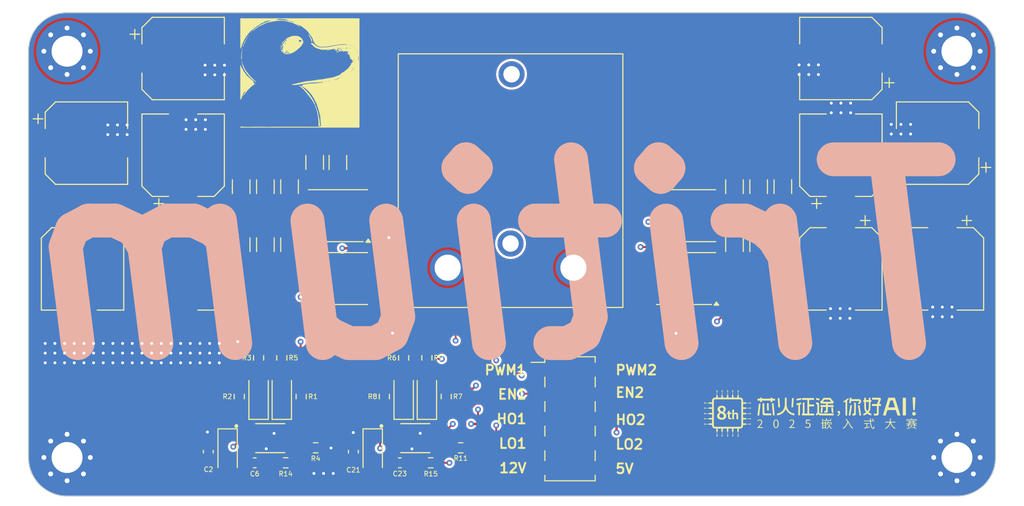
<source format=kicad_pcb>
(kicad_pcb (version 20240108) (generator "pcbnew") (generator_version "8.0")
  (layers (0 "F.Cu" power) (1 "In1.Cu" signal) (2 "In2.Cu" signal) (31 "B.Cu" power) (34 "B.Paste" user) (35 "F.Paste" user) (36 "B.SilkS" user "B.Silkscreen") (37 "F.SilkS" user "F.Silkscreen") (38 "B.Mask" user) (39 "F.Mask" user) (44 "Edge.Cuts" user))
  (net 0 "")
  (net 1 "GND")
  (net 2 "+12V")
  (net 3 "/HS1")
  (net 4 "Net-(D1-K)")
  (net 5 "/HS2")
  (net 6 "Net-(D6-K)")
  (net 7 "/LO1")
  (net 8 "Net-(D2-A)")
  (net 9 "Net-(D3-A)")
  (net 10 "/HO1")
  (net 11 "/EN1")
  (net 12 "Net-(D7-A)")
  (net 13 "/LO2")
  (net 14 "Net-(D8-A)")
  (net 15 "/HO2")
  (net 16 "/EN2")
  (net 17 "+5V")
  (net 18 "Net-(U1-RDT)")
  (net 19 "Net-(U2-RDT)")
  (net 22 "/PWM2")
  (net 23 "/PWM1")
  (net 24 "Net-(C6-Pad2)")
  (net 25 "Net-(C23-Pad2)")
  (net 26 "/V_in")
  (net 27 "/V_out")
  (net 28 "Net-(C13-Pad1)")
  (footprint "BuckBoost:D_SOD-123" (layer "F.Cu") (at 106.35 118.675 -90)
    (property "Reference" "D6" (hide yes))
    (property "Value" "B140-E3")
  )
  (footprint "Capacitor_SMD:C_1206_3216Metric" (layer "F.Cu") (at 100.35 88.775 -90)
    (property "Reference" "C13" (hide yes))
    (property "Value" "22uf")
  )
  (footprint "Capacitor_SMD:C_1206_3216Metric" (layer "F.Cu") (at 148.75 91.275 90)
    (property "Reference" "C28" (hide yes))
    (property "Value" "22uf")
  )
  (footprint "Capacitor_SMD:CP_Elec_8x10" (layer "F.Cu") (at 86.75 99.775 -90)
    (property "Reference" "C18" (hide yes))
    (property "Value" "100uf")
  )
  (footprint "Capacitor_SMD:C_0603_1608Metric" (layer "F.Cu") (at 104.35 118.675 90)
    (property "Reference" "C21")
    (property "Value" "2.2uf")
  )
  (footprint "Capacitor_SMD:C_1206_3216Metric" (layer "F.Cu") (at 143.75 97.275 -90)
    (property "Reference" "C27" (hide yes))
    (property "Value" "22uf")
  )
  (footprint "Capacitor_SMD:C_1206_3216Metric" (layer "F.Cu") (at 146.25 97.275 -90)
    (property "Reference" "C29" (hide yes))
    (property "Value" "22uf")
  )
  (footprint "Resistor_SMD:R_0603_1608Metric" (layer "F.Cu") (at 98.95 112.975 90)
    (property "Reference" "R1")
    (property "Value" "4.7")
  )
  (footprint "Capacitor_SMD:CP_Elec_8x10" (layer "F.Cu") (at 76.35 99.775 -90)
    (property "Reference" "C16" (hide yes))
    (property "Value" "100uf")
  )
  (footprint "Capacitor_SMD:C_1206_3216Metric" (layer "F.Cu") (at 95.25 91.275 90)
    (property "Reference" "C4" (hide yes))
    (property "Value" "22uf")
  )
  (footprint "Capacitor_SMD:C_0603_1608Metric" (layer "F.Cu") (at 94.15 119.825)
    (property "Reference" "C6")
    (property "Value" "10uf")
  )
  (footprint "Resistor_SMD:R_0603_1608Metric" (layer "F.Cu") (at 111.95 108.975 -90)
    (property "Reference" "R9")
    (property "Value" "10k")
  )
  (footprint "MountingHole:MountingHole_3.2mm_M3_Pad_Via" (layer "F.Cu") (at 74.75 119.275)
    (property "Reference" "H3" (hide yes))
    (property "Value" "MountingHole_Pad")
  )
  (footprint "Resistor_SMD:R_1206_3216Metric" (layer "F.Cu") (at 102.75 88.775 -90)
    (property "Reference" "R16" (hide yes))
    (property "Value" "4.7")
  )
  (footprint "Resistor_SMD:R_0603_1608Metric" (layer "F.Cu") (at 97.35 119.825 180)
    (property "Reference" "R14")
    (property "Value" "4.7R")
  )
  (footprint "Resistor_SMD:R_0603_1608Metric" (layer "F.Cu") (at 96.95 108.975 -90)
    (property "Reference" "R5")
    (property "Value" "10k")
  )
  (footprint "Resistor_SMD:R_0603_1608Metric" (layer "F.Cu") (at 112.35 119.825 180)
    (property "Reference" "R15")
    (property "Value" "4.7R")
  )
  (footprint "Capacitor_SMD:CP_Elec_8x10" (layer "F.Cu") (at 164.75 86.775 180)
    (property "Reference" "C39" (hide yes))
    (property "Value" "100uf")
  )
  (footprint "Capacitor_SMD:C_1206_3216Metric" (layer "F.Cu") (at 95.25 97.275 -90)
    (property "Reference" "C3" (hide yes))
    (property "Value" "22uf")
  )
  (footprint "Capacitor_SMD:C_0603_1608Metric" (layer "F.Cu") (at 89.35 118.675 90)
    (property "Reference" "C2")
    (property "Value" "2.2uf")
  )
  (footprint "MountingHole:MountingHole_3.2mm_M3_Pad_Via" (layer "F.Cu") (at 166.75 77.275)
    (property "Reference" "H4" (hide yes))
    (property "Value" "MountingHole_Pad")
  )
  (footprint "Capacitor_SMD:C_1206_3216Metric" (layer "F.Cu") (at 92.75 97.275 -90)
    (property "Reference" "C7" (hide yes))
    (property "Value" "22uf")
  )
  (footprint "Capacitor_SMD:C_1206_3216Metric" (layer "F.Cu") (at 92.75 91.275 90)
    (property "Reference" "C9" (hide yes))
    (property "Value" "22uf")
  )
  (footprint "BuckBoost:D_SOD-123" (layer "F.Cu") (at 111.95 112.975 90)
    (property "Reference" "D7" (hide yes))
    (property "Value" "B140-E3")
  )
  (footprint "Resistor_SMD:R_0603_1608Metric" (layer "F.Cu") (at 115.45 118.275 180)
    (property "Reference" "R11")
    (property "Value" "10k")
  )
  (footprint "Package_TO_SOT_SMD:TDSON-8-1" (layer "F.Cu") (at 138.75 94.275)
    (property "Reference" "Q3" (hide yes))
    (property "Value" "CSD18540Q5B")
  )
  (footprint "Capacitor_SMD:C_1206_3216Metric" (layer "F.Cu") (at 143.75 91.275 90)
    (property "Reference" "C34" (hide yes))
    (property "Value" "22uf")
  )
  (footprint "Capacitor_SMD:CP_Elec_8x10" (layer "F.Cu") (at 154.75 99.775 -90)
    (property "Reference" "C38" (hide yes))
    (property "Value" "100uf")
  )
  (footprint "MountingHole:MountingHole_3.2mm_M3_Pad_Via" (layer "F.Cu") (at 74.75 77.275)
    (property "Reference" "H1" (hide yes))
    (property "Value" "MountingHole_Pad")
  )
  (footprint "Resistor_SMD:R_0603_1608Metric" (layer "F.Cu") (at 109.55 108.975 -90)
    (property "Reference" "R6")
    (property "Value" "10k")
  )
  (footprint "Capacitor_SMD:CP_Elec_8x10" (layer "F.Cu") (at 86.75 78.025)
    (property "Reference" "C20" (hide yes))
    (property "Value" "100uf")
  )
  (footprint "Capacitor_SMD:CP_Elec_8x10" (layer "F.Cu") (at 154.75 88.025 90)
    (property "Reference" "C35" (hide yes))
    (property "Value" "100uf")
  )
  (footprint "Capacitor_SMD:CP_Elec_8x10" (layer "F.Cu") (at 165.25 99.775 -90)
    (property "Reference" "C36" (hide yes))
    (property "Value" "100uf")
  )
  (footprint "Connector_PinHeader_2.54mm:PinHeader_2x05_P2.54mm_Vertical_SMD" (layer "F.Cu") (at 126.75 115.275)
    (property "Reference" "J2" (hide yes))
    (property "Value" "Conn_02x05_Odd_Even")
  )
  (footprint "Resistor_SMD:R_0603_1608Metric" (layer "F.Cu") (at 107.55 112.975 90)
    (property "Reference" "R8")
    (property "Value" "4.7")
  )
  (footprint "Resistor_SMD:R_0603_1608Metric" (layer "F.Cu") (at 92.55 112.975 90)
    (property "Reference" "R2")
    (property "Value" "4.7")
  )
  (footprint "BuckBoost:D_SOD-123" (layer "F.Cu") (at 109.55 112.975 90)
    (property "Reference" "D8" (hide yes))
    (property "Value" "B140-E3")
  )
  (footprint "Capacitor_SMD:CP_Elec_8x10" (layer "F.Cu") (at 76.75 86.775)
    (property "Reference" "C17" (hide yes))
    (property "Value" "100uf")
  )
  (footprint "Capacitor_SMD:C_1206_3216Metric" (layer "F.Cu") (at 148.75 97.275 -90)
    (property "Reference" "C32" (hide yes))
    (property "Value" "22uf")
  )
  (footprint "Package_TO_SOT_SMD:TDSON-8-1" (layer "F.Cu") (at 102.75 100.775)
    (property "Reference" "Q2" (hide yes))
    (property "Value" "CSD18540Q5B")
  )
  (footprint "Resistor_SMD:R_0603_1608Metric" (layer "F.Cu") (at 94.55 108.975 -90)
    (property "Reference" "R3")
    (property "Value" "10k")
  )
  (footprint "Resistor_SMD:R_0603_1608Metric" (layer "F.Cu") (at 100.45 118.275 180)
    (property "Reference" "R4")
    (property "Value" "10k")
  )
  (footprint "Resistor_SMD:R_0603_1608Metric" (layer "F.Cu") (at 113.95 112.975 90)
    (property "Reference" "R7")
    (property "Value" "4.7")
  )
  (footprint "BuckBoost:D_SOD-123" (layer "F.Cu") (at 91.35 118.675 -90)
    (property "Reference" "D1" (hide yes))
    (property "Value" "B140-E3")
  )
  (footprint "MountingHole:MountingHole_3.2mm_M3_Pad_Via" (layer "F.Cu") (at 166.75 119.275)
    (property "Reference" "H2" (hide yes))
    (property "Value" "MountingHole_Pad")
  )
  (footprint "Capacitor_SMD:CP_Elec_8x10" (layer "F.Cu") (at 154.75 78.025 180)
    (property "Reference" "C40" (hide yes))
    (property "Value" "100uf")
  )
  (footprint "BuckBoost:SOP50P490X110-10N" (layer "F.Cu") (at 110.75 117.275)
    (property "Reference" "U2" (hide yes))
    (property "Value" "LM5106MM/NOPB")
  )
  (footprint "Capacitor_SMD:C_1206_3216Metric" (layer "F.Cu") (at 97.75 97.275 -90)
    (property "Reference" "C1" (hide yes))
    (property "Value" "22uf")
  )
  (footprint "Package_TO_SOT_SMD:TDSON-8-1" (layer "F.Cu") (at 102.75 94.275 180)
    (property "Reference" "Q1" (hide yes))
    (property "Value" "CSD18540Q5B")
  )
  (footprint "Capacitor_SMD:C_0603_1608Metric" (layer "F.Cu") (at 109.15 119.825)
    (property "Reference" "C23")
    (property "Value" "10uf")
  )
  (footprint "Capacitor_SMD:CP_Elec_8x10" (layer "F.Cu") (at 86.75 88.025 90)
    (property "Reference" "C15" (hide yes))
    (property "Value" "100uf")
  )
  (footprint "LOGO" (layer "F.Cu") (at 151.613812 115.260743)
    (property "Reference" "G***" (hide yes))
    (property "Value" "LOGO" (hide yes))
  )
  (footprint "Capacitor_SMD:C_1206_3216Metric" (layer "F.Cu") (at 97.75 91.275 90)
    (property "Reference" "C8" (hide yes))
    (property "Value" "22uf")
  )
  (footprint "Capacitor_SMD:C_1206_3216Metric" (layer "F.Cu") (at 146.25 91.275 90)
    (property "Reference" "C33" (hide yes))
    (property "Value" "22uf")
  )
  (footprint "BuckBoost:SOP50P490X110-10N" (layer "F.Cu") (at 95.75 117.275)
    (property "Reference" "U1" (hide yes))
    (property "Value" "LM5106MM/NOPB")
  )
  (footprint "BuckBoost:D_SOD-123" (layer "F.Cu") (at 96.95 112.975 90)
    (property "Reference" "D2" (hide yes))
    (property "Value" "B140-E3")
  )
  (footprint "Package_TO_SOT_SMD:TDSON-8-1" (layer "F.Cu") (at 138.75 100.775 180)
    (property "Reference" "Q4" (hide yes))
    (property "Value" "CSD18540Q5B")
  )
  (footprint "Inductor_THT_Wurth:L_Wurth_WE-HCFT-2012_LeadDiameter1.2mm" (layer "F.Cu") (at 114.1 99.655)
    (property "Reference" "L1" (hide yes))
    (property "Value" "47uH")
  )
  (footprint "BuckBoost:D_SOD-123" (layer "F.Cu") (at 94.55 112.975 90)
    (property "Reference" "D3" (hide yes))
    (property "Value" "B140-E3")
  )
  (gr_poly (pts (xy 96.950816 76.692037) (xy 96.949928 76.693161) (xy 96.949003 76.694369) (xy 96.948049 76.69565) (xy 96.947073 76.696994) (xy 96.946082 76.698388) (xy 96.945084 76.699823) (xy 96.944085 76.701285) (xy 96.943093 76.702764) (xy 96.942115 76.704248) (xy 96.941159 76.705727) (xy 96.940232 76.707189) (xy 96.93934 76.708622) (xy 96.938492 76.710015) (xy 96.937694 76.711357) (xy 96.936954 76.712636) (xy 96.936279 76.713842) (xy 96.934373 76.716652) (xy 96.931791 76.719313) (xy 96.92859 76.721813) (xy 96.924826 76.724138) (xy 96.920556 76.726274) (xy 96.915837 76.728207) (xy 96.910725 76.729924) (xy 96.905278 76.731412) (xy 96.899553 76.732656) (xy 96.893605 76.733644) (xy 96.887492 76.734361) (xy 96.881271 76.734795) (xy 96.874998 76.734931) (xy 96.86873 76.734756) (xy 96.862524 76.734257) (xy 96.856437 76.733419) (xy 96.853729 76.732975) (xy 96.850985 76.732522) (xy 96.848224 76.732066) (xy 96.845466 76.731608) (xy 96.842728 76.731152) (xy 96.840029 76.730701) (xy 96.837389 76.730259) (xy 96.834825 76.729829) (xy 96.832357 76.729414) (xy 96.830002 76.729017) (xy 96.827781 76.728643) (xy 96.825712 76.728292) (xy 96.823813 76.72797) (xy 96.822103 76.72768) (xy 96.8206 76.727424) (xy 96.819324 76.727206) (xy 96.808091 76.725213) (xy 96.80644 76.759444) (xy 96.806248 76.76294) (xy 96.806006 76.766339) (xy 96.805718 76.769623) (xy 96.805386 76.772773) (xy 96.805017 76.775774) (xy 96.804612 76.778606) (xy 96.804177 76.781253) (xy 96.803714 76.783696) (xy 96.803228 76.785918) (xy 96.802723 76.787901) (xy 96.802202 76.789627) (xy 96.80167 76.791079) (xy 96.80113 76.79224) (xy 96.800042 76.793614) (xy 96.799502 76.793792) (xy 96.798194 76.794042) (xy 96.797078 76.794754) (xy 96.796151 76.79587) (xy 96.795411 76.797333) (xy 96.794857 76.799085) (xy 96.794486 76.801069) (xy 96.794296 76.803226) (xy 96.794284 76.805501) (xy 96.79445 76.807834) (xy 96.79479 76.810169) (xy 96.795303 76.812448) (xy 96.795986 76.814613) (xy 96.796838 76.816608) (xy 96.797856 76.818373) (xy 96.799038 76.819853) (xy 96.800383 76.820989) (xy 96.801814 76.821708) (xy 96.803251 76.822033) (xy 96.804679 76.821982) (xy 96.806085 76.821575) (xy 96.807457 76.820834) (xy 96.80878 76.819778) (xy 96.810042 76.818426) (xy 96.81123 76.816798) (xy 96.81233 76.814916) (xy 96.813329 76.812797) (xy 96.814214 76.810463) (xy 96.814971 76.807933) (xy 96.815588 76.805227) (xy 96.81605 76.802366) (xy 96.816346 76.799368) (xy 96.816461 76.796254) (xy 96.816717 76.793951) (xy 96.817409 76.791347) (xy 96.818492 76.788505) (xy 96.819916 76.785486) (xy 96.821635 76.782352) (xy 96.823601 76.779165) (xy 96.825765 76.775988) (xy 96.828079 76.772882) (xy 96.830498 76.769909) (xy 96.832971 76.767131) (xy 96.835453 76.764611) (xy 96.837895 76.76241) (xy 96.840248 76.76059) (xy 96.842467 76.759213) (xy 96.844502 76.758342) (xy 96.846305 76.758037) (xy 96.847428 76.758577) (xy 96.84841 76.760084) (xy 96.848962 76.76154) (xy 96.849417 76.763298) (xy 96.849759 76.765307) (xy 96.849975 76.767518) (xy 96.85005 76.769877) (xy 96.850103 76.772438) (xy 96.850265 76.774671) (xy 96.850545 76.776575) (xy 96.850948 76.778153) (xy 96.851482 76.779406) (xy 96.852967 76.780938) (xy 96.855054 76.78118) (xy 96.856341 76.78082) (xy 96.857799 76.78014) (xy 96.859435 76.779142) (xy 96.861255 76.777827) (xy 96.863266 76.776196) (xy 96.865476 76.774249) (xy 96.86789 76.771988) (xy 96.878022 76.76214) (xy 96.878022 76.785703) (xy 96.877988 76.78813) (xy 96.877887 76.790562) (xy 96.877724 76.792984) (xy 96.877501 76.79538) (xy 96.877222 76.797735) (xy 96.87689 76.800031) (xy 96.876508 76.802254) (xy 96.876081 76.804387) (xy 96.875611 76.806414) (xy 96.875102 76.808319) (xy 96.874557 76.810087) (xy 96.87398 76.811701) (xy 96.873374 76.813145) (xy 96.872742 76.814404) (xy 96.872088 76.815461) (xy 96.871414 76.8163) (xy 96.870554 76.817253) (xy 96.869387 76.818806) (xy 96.868989 76.8199) (xy 96.869914 76.820696) (xy 96.8716 76.820676) (xy 96.872779 76.820503) (xy 96.874186 76.820224) (xy 96.875829 76.819839) (xy 96.87771 76.819349) (xy 96.879834 76.818755) (xy 96.882207 76.818059) (xy 96.886741 76.817161) (xy 96.891288 76.817168) (xy 96.895766 76.817977) (xy 96.900094 76.819485) (xy 96.904192 76.821589) (xy 96.907978 76.824185) (xy 96.911373 76.82717) (xy 96.914295 76.830441) (xy 96.916663 76.833895) (xy 96.918397 76.837428) (xy 96.919415 76.840937) (xy 96.919638 76.84432) (xy 96.918983 76.847472) (xy 96.917371 76.850291) (xy 96.91472 76.852674) (xy 96.91095 76.854517) (xy 96.909404 76.855671) (xy 96.907877 76.857932) (xy 96.906393 76.86115) (xy 96.904972 76.865174) (xy 96.903638 76.869853) (xy 96.902413 76.875037) (xy 96.901319 76.880575) (xy 96.900378 76.886315) (xy 96.899612 76.892108) (xy 96.899045 76.897803) (xy 96.898697 76.903247) (xy 96.898592 76.908292) (xy 96.898751 76.912786) (xy 96.899197 76.916578) (xy 96.899952 76.919518) (xy 96.901038 76.921455) (xy 96.902042 76.923435) (xy 96.902518 76.924984) (xy 96.902974 76.926875) (xy 96.903408 76.929084) (xy 96.903816 76.931587) (xy 96.904198 76.934361) (xy 96.904549 76.937383) (xy 96.904868 76.940629) (xy 96.905152 76.944075) (xy 96.905399 76.947698) (xy 96.905607 76.951475) (xy 96.905773 76.955381) (xy 96.905894 76.959393) (xy 96.905969 76.963489) (xy 96.905994 76.967643) (xy 96.905994 77.008087) (xy 96.92846 77.008087) (xy 96.950816 77.008087) (xy 96.950926 76.952989) (xy 96.951065 76.940422) (xy 96.951392 76.92773) (xy 96.951891 76.915037) (xy 96.952549 76.902467) (xy 96.95335 76.890147) (xy 96.954281 76.878199) (xy 96.955327 76.86675) (xy 96.956474 76.855924) (xy 96.957707 76.845844) (xy 96.959012 76.836637) (xy 96.960375 76.828427) (xy 96.961782 76.821337) (xy 96.963218 76.815494) (xy 96.964668 76.811022) (xy 96.966118 76.808045) (xy 96.967555 76.806687) (xy 96.968682 76.806037) (xy 96.969734 76.804999) (xy 96.970687 76.803625) (xy 96.97152 76.801969) (xy 96.972208 76.800082) (xy 96.972728 76.798016) (xy 96.973057 76.795824) (xy 96.973171 76.793558) (xy 96.973286 76.79126) (xy 96.973615 76.788977) (xy 96.974135 76.786768) (xy 96.974823 76.784692) (xy 96.975656 76.782809) (xy 96.97661 76.781177) (xy 96.977661 76.779856) (xy 96.978788 76.778904) (xy 96.979915 76.777839) (xy 96.980966 76.776277) (xy 96.98192 76.774292) (xy 96.982353 76.773164) (xy 96.982752 76.771958) (xy 96.983116 76.770684) (xy 96.983441 76.76935) (xy 96.983723 76.767965) (xy 96.983961 76.76654) (xy 96.98415 76.765083) (xy 96.98429 76.763604) (xy 96.984375 76.762112) (xy 96.984404 76.760616) (xy 96.984432 76.759139) (xy 96.984514 76.757703) (xy 96.984648 76.756315) (xy 96.984831 76.754982) (xy 96.985061 76.753713) (xy 96.985334 76.752514) (xy 96.986001 76.750359) (xy 96.986814 76.748578) (xy 96.98775 76.74723) (xy 96.988789 76.746378) (xy 96.989911 76.74608) (xy 96.991574 76.745811) (xy 96.992935 76.745036) (xy 96.994002 76.743807) (xy 96.994781 76.742171) (xy 96.995279 76.74018) (xy 96.995505 76.737883) (xy 96.995466 76.735329) (xy 96.995169 76.732569) (xy 96.994622 76.729653) (xy 96.993832 76.72663) (xy 96.992806 76.723549) (xy 96.991552 76.720462) (xy 96.990078 76.717417) (xy 96.98839 76.714464) (xy 96.986497 76.711654) (xy 96.984404 76.709035) (xy 96.982883 76.707275) (xy 96.981537 76.705636) (xy 96.980365 76.704111) (xy 96.979366 76.702694) (xy 96.978537 76.701378) (xy 96.977877 76.700154) (xy 96.977383 76.699016) (xy 96.976887 76.69697) (xy 96.977033 76.69518) (xy 96.977807 76.69359) (xy 96.979192 76.692141) (xy 96.980109 76.691451) (xy 96.981741 76.690307) (xy 96.982921 76.689332) (xy 96.98385 76.688171) (xy 96.983176 76.686984) (xy 96.981453 76.686682) (xy 96.98066 76.686645) (xy 96.979183 76.686592) (xy 96.977515 76.68644) (xy 96.975712 76.6862) (xy 96.973832 76.685883) (xy 96.971932 76.6855) (xy 96.970067 76.685062) (xy 96.968296 76.684581) (xy 96.966674 76.684066) (xy 96.964981 76.683769) (xy 96.963081 76.68391) (xy 96.961037 76.684455) (xy 96.95998 76.684868) (xy 96.95891 76.68537) (xy 96.957835 76.685955) (xy 96.956763 76.68662) (xy 96.9557 76.68736) (xy 96.954656 76.688171) (xy 96.953638 76.689048) (xy 96.952654 76.689988) (xy 96.95171 76.690986)) (fill solid) (layer "F.SilkS"))
  (gr_poly (pts (xy 93.638863 75.480591) (xy 93.639094 75.48176) (xy 93.639717 75.482731) (xy 93.640629 75.483394) (xy 93.641727 75.483639) (xy 93.642808 75.483394) (xy 93.643858 75.482513) (xy 93.644425 75.481194) (xy 93.64448 75.480591) (xy 93.644267 75.479441) (xy 93.643487 75.478323) (xy 93.642288 75.477719) (xy 93.641727 75.47766) (xy 93.640629 75.477888) (xy 93.63953 75.478718) (xy 93.638923 75.479994)) (fill solid) (layer "F.SilkS"))
  (gr_poly (pts (xy 92.659836 82.355963) (xy 92.659862 82.357177) (xy 92.659937 82.358356) (xy 92.660224 82.360582) (xy 92.660679 82.362594) (xy 92.661282 82.364344) (xy 92.662014 82.365787) (xy 92.662856 82.366876) (xy 92.663789 82.367563) (xy 92.664792 82.367803) (xy 92.666191 82.367629) (xy 92.667642 82.367134) (xy 92.66912 82.366356) (xy 92.670596 82.365333) (xy 92.672045 82.364105) (xy 92.67344 82.362709) (xy 92.674752 82.361183) (xy 92.675956 82.359567) (xy 92.677025 82.357899) (xy 92.677931 82.356217) (xy 92.678648 82.35456) (xy 92.679148 82.352966) (xy 92.679406 82.351473) (xy 92.679393 82.350121) (xy 92.679082 82.348948) (xy 92.678448 82.347991) (xy 92.676987 82.346602) (xy 92.675467 82.345506) (xy 92.673909 82.344695) (xy 92.672334 82.344159) (xy 92.670764 82.34389) (xy 92.66922 82.343878) (xy 92.667722 82.344115) (xy 92.666293 82.344591) (xy 92.664952 82.345299) (xy 92.663722 82.346228) (xy 92.662623 82.34737) (xy 92.661676 82.348716) (xy 92.660903 82.350257) (xy 92.660325 82.351985) (xy 92.659962 82.353889)) (fill solid) (layer "F.SilkS"))
  (gr_poly (pts (xy 98.743459 80.834094) (xy 98.737695 80.845683) (xy 98.741652 80.857407) (xy 98.752101 80.86596) (xy 98.763168 80.873334) (xy 98.777929 80.882627) (xy 98.795332 80.894405) (xy 98.805927 80.902139) (xy 98.817502 80.910869) (xy 98.829844 80.920421) (xy 98.842743 80.930617) (xy 98.855986 80.941284) (xy 98.869361 80.952246) (xy 98.882655 80.963327) (xy 98.895658 80.974353) (xy 98.908157 80.985147) (xy 98.91994 80.995535) (xy 98.930795 81.005341) (xy 98.94051 81.01439) (xy 98.948873 81.022506) (xy 98.955672 81.029515) (xy 98.964758 81.038615) (xy 98.973279 81.046493) (xy 98.982567 81.054655) (xy 98.991995 81.062545) (xy 99.000935 81.069607) (xy 99.010044 81.076928) (xy 99.02006 81.085542) (xy 99.030285 81.094815) (xy 99.040022 81.104111) (xy 99.048575 81.112795) (xy 99.051042 81.115444) (xy 99.059716 81.124506) (xy 99.068649 81.133143) (xy 99.077849 81.141361) (xy 99.087329 81.149162) (xy 99.097097 81.156551) (xy 99.107165 81.163531) (xy 99.117543 81.170108) (xy 99.128241 81.176286) (xy 99.139227 81.183743) (xy 99.151142 81.193236) (xy 99.160933 81.201607) (xy 99.170765 81.210472) (xy 99.173944 81.213447) (xy 99.183208 81.221985) (xy 99.191846 81.229527) (xy 99.201544 81.237334) (xy 99.209845 81.242286) (xy 99.220723 81.249772) (xy 99.232156 81.262263) (xy 99.239909 81.272059) (xy 99.246878 81.281906) (xy 99.254198 81.294668) (xy 99.255878 81.300431) (xy 99.261906 81.310747) (xy 99.268912 81.319917) (xy 99.278165 81.331263) (xy 99.289354 81.34441) (xy 99.302167 81.358987) (xy 99.316295 81.374619) (xy 99.331425 81.390932) (xy 99.346555 81.407122) (xy 99.360682 81.422481) (xy 99.373496 81.436654) (xy 99.384685 81.449283) (xy 99.393938 81.46001) (xy 99.403507 81.471755) (xy 99.406972 81.477213) (xy 99.411644 81.488535) (xy 99.420593 81.499956) (xy 99.429396 81.508782) (xy 99.439315 81.517034) (xy 99.442763 81.519533) (xy 99.452745 81.526659) (xy 99.462175 81.533718) (xy 99.471067 81.540725) (xy 99.487288 81.554638) (xy 99.501517 81.568517) (xy 99.513859 81.582479) (xy 99.524422 81.596644) (xy 99.533313 81.611128) (xy 99.540639 81.626051) (xy 99.543749 81.633714) (xy 99.548756 81.646244) (xy 99.554346 81.658782) (xy 99.560128 81.670544) (xy 99.565709 81.680746) (xy 99.572162 81.69057) (xy 99.579774 81.701528) (xy 99.585199 81.712704) (xy 99.585818 81.715891) (xy 99.592936 81.726095) (xy 99.602107 81.734578) (xy 99.613712 81.74374) (xy 99.616874 81.746019) (xy 99.626509 81.75322) (xy 99.635833 81.760895) (xy 99.64428 81.76853) (xy 99.653201 81.777758) (xy 99.6574 81.783298) (xy 99.66423 81.792631) (xy 99.672592 81.802842) (xy 99.682963 81.814917) (xy 99.69065 81.823605) (xy 99.698716 81.832526) (xy 99.706957 81.841444) (xy 99.715319 81.850516) (xy 99.723657 81.859882) (xy 99.731749 81.869275) (xy 99.739376 81.87843) (xy 99.749459 81.89113) (xy 99.757253 81.901793) (xy 99.760809 81.907327) (xy 99.768362 81.919214) (xy 99.776012 81.929835) (xy 99.783275 81.938158) (xy 99.790376 81.947748) (xy 99.796186 81.959763) (xy 99.798473 81.966058) (xy 99.803556 81.977819) (xy 99.811038 81.987525) (xy 99.814111 81.989387) (xy 99.824545 81.998569) (xy 99.832581 82.008577) (xy 99.840936 82.020645) (xy 99.842964 82.023852) (xy 99.849802 82.034529) (xy 99.857902 82.046602) (xy 99.866667 82.059219) (xy 99.875501 82.071528) (xy 99.883806 82.082674) (xy 99.886354 82.085984) (xy 99.893425 82.09524) (xy 99.901516 82.106273) (xy 99.90836 82.116399) (xy 99.910251 82.120215) (xy 99.918439 82.132545) (xy 99.925915 82.141771) (xy 99.935509 82.153114) (xy 99.947032 82.166352) (xy 99.960297 82.181259) (xy 99.975113 82.197612) (xy 99.983045 82.206261) (xy 99.99256 82.216861) (xy 100.001551 82.22751) (xy 100.009498 82.237542) (xy 100.017564 82.248801) (xy 100.021039 82.254794) (xy 100.028159 82.266804) (xy 100.03508 82.277243) (xy 100.043348 82.289166) (xy 100.05244 82.301802) (xy 100.058702 82.310243) (xy 100.067784 82.32261) (xy 100.075793 82.3342) (xy 100.082307 82.344338) (xy 100.087936 82.354426) (xy 100.089317 82.358542) (xy 100.094602 82.369861) (xy 100.102943 82.383049) (xy 100.111009 82.394768) (xy 100.120153 82.407309) (xy 100.129915 82.420794) (xy 100.136482 82.430396) (xy 100.142882 82.440145) (xy 100.151774 82.454405) (xy 100.15927 82.467352) (xy 100.164754 82.477998) (xy 100.171644 82.492781) (xy 100.177505 82.504568) (xy 100.183909 82.516152) (xy 100.192429 82.530322) (xy 100.20006 82.542585) (xy 100.209796 82.558066) (xy 100.217396 82.571094) (xy 100.223482 82.582476) (xy 100.229439 82.594357) (xy 100.234853 82.605945) (xy 100.23931 82.616446) (xy 100.243868 82.62722) (xy 100.24957 82.639688) (xy 100.25598 82.652943) (xy 100.262664 82.666083) (xy 100.269185 82.678202) (xy 100.271247 82.68186) (xy 100.277002 82.692284) (xy 100.283566 82.704905) (xy 100.289103 82.716759) (xy 100.290629 82.721483) (xy 100.29681 82.732649) (xy 100.305428 82.744327) (xy 100.311663 82.75208) (xy 100.321008 82.764015) (xy 100.328454 82.774359) (xy 100.335726 82.785092) (xy 100.342334 82.795491) (xy 100.347785 82.804833) (xy 100.355184 82.816902) (xy 100.363683 82.827121) (xy 100.374325 82.832382) (xy 100.385779 82.832382) (xy 100.385779 82.873412) (xy 100.386154 82.889695) (xy 100.387387 82.903877) (xy 100.38964 82.916772) (xy 100.393073 82.929198) (xy 100.397847 82.94197) (xy 100.399765 82.946446) (xy 100.40514 82.95966) (xy 100.409566 82.972148) (xy 100.41307 82.984562) (xy 100.413751 82.989234) (xy 100.41698 83.002682) (xy 100.422075 83.017161) (xy 100.427 83.02968) (xy 100.432582 83.042808) (xy 100.437559 83.054114) (xy 100.44622 83.07392) (xy 100.453315 83.090376) (xy 100.459034 83.103951) (xy 100.463564 83.115114) (xy 100.468542 83.128367) (xy 100.472779 83.141984) (xy 100.476761 83.152971) (xy 100.482706 83.165195) (xy 100.486985 83.172346) (xy 100.492473 83.182687) (xy 100.497747 83.195948) (xy 100.501819 83.209552) (xy 100.502403 83.212087) (xy 100.506248 83.22581) (xy 100.510655 83.23733) (xy 100.51562 83.24782) (xy 100.519362 83.254172) (xy 100.525463 83.265095) (xy 100.530746 83.277782) (xy 100.534262 83.289808) (xy 100.53467 83.29192) (xy 100.53723 83.303848) (xy 100.540431 83.316792) (xy 100.544439 83.33203) (xy 100.548993 83.348541) (xy 100.553832 83.365305) (xy 100.559831 83.386378) (xy 100.562928 83.397897) (xy 100.566061 83.409939) (xy 100.569206 83.422402) (xy 100.57234 83.435189) (xy 100.575441 83.448198) (xy 100.578487 83.461331) (xy 100.581453 83.474487) (xy 100.584318 83.487566) (xy 100.587059 83.500469) (xy 100.589652 83.513097) (xy 100.592076 83.525348) (xy 100.594308 83.537124) (xy 100.598103 83.558851) (xy 100.600239 83.571348) (xy 100.602783 83.585308) (xy 100.605637 83.600245) (xy 100.608703 83.615678) (xy 100.611882 83.631121) (xy 100.615076 83.646091) (xy 100.618188 83.660106) (xy 100.621119 83.67268) (xy 100.623589 83.685097) (xy 100.625413 83.698294) (xy 100.626295 83.711718) (xy 100.627951 83.723622) (xy 100.631267 83.735993) (xy 100.635851 83.749204) (xy 100.639841 83.758727) (xy 100.647066 83.775127) (xy 100.653369 83.790972) (xy 100.658738 83.806213) (xy 100.66316 83.820799) (xy 100.666622 83.834683) (xy 100.669111 83.847813) (xy 100.670613 83.860141) (xy 100.671117 83.871618) (xy 100.671991 83.88627) (xy 100.674436 83.909855) (xy 100.676164 83.924393) (xy 100.678185 83.940438) (xy 100.680464 83.957749) (xy 100.682969 83.976084) (xy 100.685667 83.9952) (xy 100.688523 84.014856) (xy 100.691505 84.03481) (xy 100.694579 84.05482) (xy 100.697712 84.074643) (xy 100.70087 84.094039) (xy 100.70402 84.112764) (xy 100.707128 84.130577) (xy 100.709322 84.145052) (xy 100.711019 84.160127) (xy 100.712142 84.174819) (xy 100.712611 84.188144) (xy 100.712084 84.202087) (xy 100.711255 84.222063) (xy 100.711319 84.23581) (xy 100.711664 84.251466) (xy 100.712259 84.268582) (xy 100.713075 84.28671) (xy 100.714082 84.305403) (xy 100.71525 84.324211) (xy 100.71655 84.342686) (xy 100.717952 84.360381) (xy 100.719426 84.376847) (xy 100.720942 84.391636) (xy 100.722472 84.404299) (xy 100.725451 84.421458) (xy 100.726841 84.425057) (xy 100.728969 84.437142) (xy 100.730463 84.45531) (xy 100.731226 84.467288) (xy 100.731997 84.481134) (xy 100.732774 84.496801) (xy 100.733555 84.514243) (xy 100.734338 84.533414) (xy 100.73512 84.554266) (xy 100.735901 84.576755) (xy 100.736676 84.600833) (xy 100.737445 84.626454) (xy 100.738206 84.653572) (xy 100.738955 84.682141) (xy 100.740156 84.729597) (xy 100.741199 84.770998) (xy 100.742086 84.806818) (xy 100.742821 84.837533) (xy 100.743406 84.863618) (xy 100.743843 84.885547) (xy 100.744134 84.903796) (xy 100.744282 84.918841) (xy 100.74429 84.931155) (xy 100.743893 84.949497) (xy 100.742962 84.962621) (xy 100.741516 84.974329) (xy 100.740607 84.98084) (xy 100.739423 84.993369) (xy 100.740276 85.00614) (xy 100.744933 85.018926) (xy 100.746113 85.020933) (xy 100.755254 85.035821) (xy 100.82144 85.035821) (xy 100.887516 85.035821) (xy 100.896767 85.025036) (xy 100.902548 85.014983) (xy 100.89941 85.007217) (xy 100.89578 84.991682) (xy 100.894657 84.979073) (xy 100.893718 84.962649) (xy 100.892957 84.942303) (xy 100.892371 84.917928) (xy 100.892142 84.904196) (xy 100.891956 84.889416) (xy 100.891811 84.873576) (xy 100.89165 84.859462) (xy 100.891417 84.845342) (xy 100.891115 84.831275) (xy 100.890746 84.817326) (xy 100.890313 84.803554) (xy 100.889819 84.790022) (xy 100.889267 84.776791) (xy 100.888659 84.763922) (xy 100.887998 84.751479) (xy 100.887287 84.739521) (xy 100.885725 84.717311) (xy 100.883995 84.697785) (xy 100.88212 84.681437) (xy 100.880311 84.666651) (xy 100.878472 84.649683) (xy 100.876653 84.631132) (xy 100.874907 84.611598) (xy 100.873284 84.591679) (xy 100.871837 84.571974) (xy 100.870617 84.553083) (xy 100.869676 84.535604) (xy 100.868971 84.522262) (xy 100.868097 84.508619) (xy 100.867056 84.494685) (xy 100.865847 84.48047) (xy 100.864472 84.465982) (xy 100.862933 84.451232) (xy 100.86123 84.436229) (xy 100.859365 84.420983) (xy 100.857338 84.405504) (xy 100.855151 84.3898) (xy 100.852805 84.373882) (xy 100.850302 84.35776) (xy 100.847641 84.341443) (xy 100.844825 84.32494) (xy 100.841854 84.308261) (xy 100.83873 84.291416) (xy 100.836059 84.277) (xy 100.833435 84.262776) (xy 100.830492 84.246811) (xy 100.827421 84.230173) (xy 100.824413 84.213927) (xy 100.821285 84.1981) (xy 100.817876 84.182516) (xy 100.814418 84.168135) (xy 100.811141 84.155915) (xy 100.807454 84.144645) (xy 100.803763 84.132423) (xy 100.801493 84.120376) (xy 100.800088 84.107905) (xy 100.799745 84.09916) (xy 100.799105 84.086865) (xy 100.79735 84.073076) (xy 100.794727 84.059463) (xy 100.791486 84.047696) (xy 100.788054 84.035631) (xy 100.784768 84.021071) (xy 100.781977 84.005873) (xy 100.780032 83.991895) (xy 100.777768 83.971378) (xy 100.775272 83.951203) (xy 100.77255 83.931387) (xy 100.769603 83.911947) (xy 100.766436 83.892897) (xy 100.763053 83.874254) (xy 100.759458 83.856033) (xy 100.755653 83.838252) (xy 100.751643 83.820925) (xy 100.747432 83.804069) (xy 100.743023 83.787699) (xy 100.73842 83.771832) (xy 100.733627 83.756484) (xy 100.728646 83.74167) (xy 100.723483 83.727407) (xy 100.718141 83.713711) (xy 100.712115 83.697379) (xy 100.708157 83.684991) (xy 100.70433 83.671749) (xy 100.700709 83.657946) (xy 100.697368 83.643879) (xy 100.694379 83.629844) (xy 100.691818 83.616134) (xy 100.69072 83.609494) (xy 100.687377 83.589467) (xy 100.683677 83.570416) (xy 100.679571 83.552162) (xy 100.675013 83.534526) (xy 100.669953 83.517329) (xy 100.664346 83.500394) (xy 100.658142 83.483541) (xy 100.651294 83.466591) (xy 100.646385 83.454844) (xy 100.641413 83.443047) (xy 100.636182 83.43069) (xy 100.632463 83.421927) (xy 100.627159 83.408213) (xy 100.622584 83.39533) (xy 100.617856 83.381278) (xy 100.613295 83.367006) (xy 100.609226 83.353465) (xy 100.605466 83.340811) (xy 100.601775 83.329137) (xy 100.597358 83.316234) (xy 100.592927 83.305753) (xy 100.588742 83.294558) (xy 100.585486 83.280891) (xy 100.584557 83.275977) (xy 100.582125 83.263966) (xy 100.578723 83.25194) (xy 100.576078 83.246201) (xy 100.571712 83.234234) (xy 100.568621 83.22225) (xy 100.565561 83.208242) (xy 100.564845 83.204584) (xy 100.562128 83.19249) (xy 100.558396 83.178997) (xy 100.553959 83.165056) (xy 100.549126 83.151617) (xy 100.544205 83.139631) (xy 100.542599 83.136123) (xy 100.537585 83.124777) (xy 100.53231 83.111683) (xy 100.52712 83.097785) (xy 100.522358 83.084029) (xy 100.518369 83.071361) (xy 100.51727 83.067543) (xy 100.513995 83.056205) (xy 100.510279 83.044303) (xy 100.50618 83.031974) (xy 100.501754 83.019353) (xy 100.497059 83.006574) (xy 100.492152 82.993774) (xy 100.487091 82.981086) (xy 100.481933 82.968646) (xy 100.476734 82.95659) (xy 100.471553 82.945051) (xy 100.466447 82.934167) (xy 100.456686 82.9149) (xy 100.447911 82.899868) (xy 100.444036 82.894279) (xy 100.436578 82.883474) (xy 100.429884 82.87202) (xy 100.424677 82.861291) (xy 100.42168 82.852662) (xy 100.417903 82.840954) (xy 100.412279 82.829418) (xy 100.408244 82.823472) (xy 100.401767 82.812736) (xy 100.396562 82.800506) (xy 100.392606 82.787717) (xy 100.388702 82.773478) (xy 100.384836 82.760623) (xy 100.380846 82.748159) (xy 100.37807 82.740005) (xy 100.373918 82.726194) (xy 100.371255 82.714076) (xy 100.369223 82.700025) (xy 100.368929 82.695341) (xy 100.367427 82.682964) (xy 100.363833 82.668943) (xy 100.358891 82.65596) (xy 100.357806 82.653725) (xy 100.35261 82.643192) (xy 100.346298 82.629956) (xy 100.341305 82.619273) (xy 100.336456 82.608736) (xy 100.333468 82.602144) (xy 100.3273 82.58966) (xy 100.320707 82.578507) (xy 100.313052 82.568261) (xy 100.309351 82.564982) (xy 100.296198 82.556165) (xy 100.287156 82.547662) (xy 100.281201 82.537512) (xy 100.277309 82.523752) (xy 100.275355 82.511606) (xy 100.273559 82.496403) (xy 100.271631 82.481542) (xy 100.269142 82.467725) (xy 100.266206 82.4554) (xy 100.261791 82.442067) (xy 100.258252 82.434975) (xy 100.250466 82.422636) (xy 100.241578 82.408139) (xy 100.231983 82.39216) (xy 100.222075 82.375378) (xy 100.21225 82.35847) (xy 100.202903 82.342113) (xy 100.194428 82.326984) (xy 100.18722 82.31376) (xy 100.180514 82.301272) (xy 100.174401 82.289947) (xy 100.168827 82.279693) (xy 100.159073 82.262029) (xy 100.150813 82.247539) (xy 100.143609 82.235485) (xy 100.137022 82.225127) (xy 100.127338 82.211155) (xy 100.120373 82.201806) (xy 100.112845 82.190954) (xy 100.1035 82.175969) (xy 100.096613 82.164293) (xy 100.089447 82.151693) (xy 100.082214 82.138535) (xy 100.075126 82.125185) (xy 100.068393 82.112009) (xy 100.061521 82.098764) (xy 100.054035 82.085141) (xy 100.046178 82.071529) (xy 100.038191 82.058318) (xy 100.030318 82.045898) (xy 100.022801 82.034659) (xy 100.015882 82.024993) (xy 100.009806 82.017288) (xy 100.001358 82.00704) (xy 99.993195 81.996534) (xy 99.985806 81.986452) (xy 99.978011 81.974846) (xy 99.974345 81.968403) (xy 99.968104 81.958009) (xy 99.959668 81.948247) (xy 99.956394 81.945778) (xy 99.947599 81.93734) (xy 99.940536 81.927677) (xy 99.93547 81.919049) (xy 99.927542 81.904704) (xy 99.918568 81.889342) (xy 99.908715 81.873195) (xy 99.898149 81.856491) (xy 99.887035 81.839463) (xy 99.875539 81.82234) (xy 99.863826 81.805354) (xy 99.852063 81.788735) (xy 99.840414 81.772713) (xy 99.829046 81.757519) (xy 99.818124 81.743385) (xy 99.807814 81.730539) (xy 99.798282 81.719214) (xy 99.789693 81.70964) (xy 99.776007 81.696666) (xy 99.767761 81.685945) (xy 99.761294 81.67352) (xy 99.756735 81.662435) (xy 99.750321 81.647035) (xy 99.743195 81.636122) (xy 99.734392 81.629014) (xy 99.722943 81.625029) (xy 99.707882 81.623487) (xy 99.701891 81.623398) (xy 99.689368 81.622602) (xy 99.67642 81.61913) (xy 99.666597 81.611083) (xy 99.664118 81.601827) (xy 99.659477 81.588156) (xy 99.652197 81.574454) (xy 99.645448 81.562988) (xy 99.637171 81.549635) (xy 99.627356 81.534374) (xy 99.615993 81.517188) (xy 99.608922 81.506221) (xy 99.602221 81.495034) (xy 99.59628 81.484344) (xy 99.590221 81.472107) (xy 99.58758 81.465373) (xy 99.581255 81.453295) (xy 99.572718 81.443043) (xy 99.562911 81.434659) (xy 99.553515 81.427989) (xy 99.543674 81.420559) (xy 99.533534 81.412509) (xy 99.52324 81.403981) (xy 99.512936 81.395115) (xy 99.502767 81.386051) (xy 99.492878 81.376932) (xy 99.483414 81.367897) (xy 99.474518 81.359087) (xy 99.466336 81.350643) (xy 99.452693 81.335417) (xy 99.443642 81.323345) (xy 99.44034 81.315554) (xy 99.433464 81.304442) (xy 99.422672 81.300064) (xy 99.410882 81.297512) (xy 99.401135 81.296094) (xy 99.376026 81.292929) (xy 99.374044 81.278158) (xy 99.370162 81.266542) (xy 99.363818 81.254836) (xy 99.355873 81.243692) (xy 99.34814 81.233746) (xy 99.341558 81.223806) (xy 99.339574 81.219074) (xy 99.330723 81.209388) (xy 99.32113 81.201583) (xy 99.3094 81.192932) (xy 99.298332 81.184449) (xy 99.285528 81.173622) (xy 99.271978 81.161416) (xy 99.258672 81.148795) (xy 99.2466 81.136724) (xy 99.236752 81.126166) (xy 99.228314 81.115278) (xy 99.227686 81.113451) (xy 99.217897 81.101869) (xy 99.205137 81.090049) (xy 99.195067 81.081303) (xy 99.184478 81.072518) (xy 99.173997 81.064251) (xy 99.164253 81.057064) (xy 99.153809 81.049099) (xy 99.142984 81.03986) (xy 99.133047 81.030489) (xy 99.125268 81.022129) (xy 99.117131 81.013579) (xy 99.107793 81.00628) (xy 99.102141 81.004076) (xy 99.090563 80.997266) (xy 99.080136 80.988478) (xy 99.071421 80.980291) (xy 99.065469 80.9743) (xy 99.056548 80.9655) (xy 99.047857 80.957711) (xy 99.037543 80.94962) (xy 99.027365 80.944406) (xy 99.016254 80.941059) (xy 99.004987 80.935455) (xy 98.995538 80.929753) (xy 98.98574 80.923604) (xy 98.975633 80.917575) (xy 98.964356 80.911265) (xy 98.959196 80.908651) (xy 98.949455 80.903141) (xy 98.939436 80.896024) (xy 98.933977 80.891302) (xy 98.923011 80.882488) (xy 98.91243 80.875074) (xy 98.90074 80.867467) (xy 98.894882 80.86387) (xy 98.882753 80.856237) (xy 98.870448 80.847912) (xy 98.859403 80.839917) (xy 98.851052 80.833273) (xy 98.835304 80.81944) (xy 98.793897 80.81944) (xy 98.75249 80.81944)) (fill solid) (layer "F.SilkS"))
  (gr_poly (pts (xy 97.012377 77.308897) (xy 97.012146 77.310048) (xy 97.011318 77.311166) (xy 97.010079 77.311769) (xy 97.009513 77.311828) (xy 97.008433 77.311601) (xy 97.007382 77.310771) (xy 97.006815 77.309494) (xy 97.00676 77.308897) (xy 97.006974 77.307728) (xy 97.007753 77.306559) (xy 97.008953 77.305913) (xy 97.009513 77.305849) (xy 97.010611 77.306095) (xy 97.011523 77.306758) (xy 97.012146 77.307728)) (fill solid) (layer "F.SilkS"))
  (gr_poly (pts (xy 93.371696 75.818915) (xy 93.370516 75.821059) (xy 93.369337 75.823261) (xy 93.368164 75.825504) (xy 93.367005 75.827771) (xy 93.365869 75.830045) (xy 93.364762 75.832311) (xy 93.363692 75.834551) (xy 93.362666 75.836748) (xy 93.361691 75.838886) (xy 93.360776 75.840949) (xy 93.359927 75.842919) (xy 93.359152 75.84478) (xy 93.358458 75.846516) (xy 93.357853 75.848109) (xy 93.357344 75.849543) (xy 93.356939 75.850801) (xy 93.35651 75.851985) (xy 93.35593 75.853201) (xy 93.35521 75.85444) (xy 93.35436 75.855694) (xy 93.353389 75.856951) (xy 93.352307 75.858205) (xy 93.351124 75.859445) (xy 93.34985 75.860663) (xy 93.348494 75.861849) (xy 93.347067 75.862994) (xy 93.345579 75.86409) (xy 93.344039 75.865127) (xy 93.342457 75.866096) (xy 93.340842 75.866987) (xy 93.339206 75.867793) (xy 93.337557 75.868502) (xy 93.335333 75.869468) (xy 93.333281 75.870482) (xy 93.331392 75.871557) (xy 93.329657 75.872706) (xy 93.328067 75.873943) (xy 93.326614 75.87528) (xy 93.325287 75.87673) (xy 93.32408 75.878306) (xy 93.322982 75.88002) (xy 93.321985 75.881887) (xy 93.32108 75.883917) (xy 93.320258 75.886126) (xy 93.319511 75.888524) (xy 93.318828 75.891125) (xy 93.318202 75.893943) (xy 93.317624 75.896989) (xy 93.317048 75.89985) (xy 93.316309 75.902722) (xy 93.315403 75.905609) (xy 93.314329 75.908518) (xy 93.313082 75.911453) (xy 93.311659 75.914418) (xy 93.310059 75.917421) (xy 93.308277 75.920464) (xy 93.30631 75.923555) (xy 93.304156 75.926697) (xy 93.301811 75.929897) (xy 93.299272 75.933158) (xy 93.296537 75.936487) (xy 93.293601 75.939888) (xy 93.290463 75.943367) (xy 93.287119 75.946929) (xy 93.279837 75.954635) (xy 93.273331 75.961713) (xy 93.267566 75.968233) (xy 93.262507 75.974267) (xy 93.25812 75.979887) (xy 93.25437 75.985165) (xy 93.251223 75.990171) (xy 93.248643 75.994978) (xy 93.246596 75.999658) (xy 93.245048 76.004281) (xy 93.243963 76.008919) (xy 93.243307 76.013645) (xy 93.243046 76.01853) (xy 93.243143 76.023644) (xy 93.243566 76.029061) (xy 93.244279 76.034851) (xy 93.248024 76.061931) (xy 93.260027 76.060172) (xy 93.261573 76.059851) (xy 93.26303 76.059414) (xy 93.264403 76.058856) (xy 93.265694 76.058174) (xy 93.266905 76.057363) (xy 93.26804 76.05642) (xy 93.269101 76.05534) (xy 93.27009 76.05412) (xy 93.271012 76.052756) (xy 93.271867 76.051244) (xy 93.27266 76.049579) (xy 93.273392 76.047759) (xy 93.274067 76.045778) (xy 93.274688 76.043633) (xy 93.275256 76.041321) (xy 93.275775 76.038836) (xy 93.27627 76.036709) (xy 93.277001 76.034342) (xy 93.277953 76.031762) (xy 93.279112 76.028993) (xy 93.280464 76.026061) (xy 93.281995 76.02299) (xy 93.283691 76.019806) (xy 93.285536 76.016534) (xy 93.287516 76.013198) (xy 93.289618 76.009825) (xy 93.291826 76.006438) (xy 93.294127 76.003063) (xy 93.296506 75.999726) (xy 93.298949 75.99645) (xy 93.301441 75.993262) (xy 93.303968 75.990186) (xy 93.311066 75.981631) (xy 93.317526 75.973718) (xy 93.323395 75.96637) (xy 93.328721 75.959509) (xy 93.333552 75.953057) (xy 93.337936 75.946937) (xy 93.341921 75.941071) (xy 93.345555 75.935382) (xy 93.348885 75.929791) (xy 93.35196 75.924222) (xy 93.354828 75.918597) (xy 93.357536 75.912837) (xy 93.360133 75.906866) (xy 93.362666 75.900606) (xy 93.365182 75.893979) (xy 93.367731 75.886907) (xy 93.369094 75.88303) (xy 93.37049 75.879066) (xy 93.37191 75.875044) (xy 93.373343 75.870992) (xy 93.374779 75.86694) (xy 93.376208 75.862915) (xy 93.377621 75.858948) (xy 93.379006 75.855065) (xy 93.380353 75.851297) (xy 93.381653 75.847671) (xy 93.382896 75.844217) (xy 93.38407 75.840963) (xy 93.385166 75.837938) (xy 93.386174 75.83517) (xy 93.387084 75.832688) (xy 93.387885 75.83052) (xy 93.38968 75.825268) (xy 93.390956 75.820516) (xy 93.391745 75.816286) (xy 93.392076 75.812601) (xy 93.391982 75.809482) (xy 93.391493 75.806952) (xy 93.39064 75.805034) (xy 93.389454 75.803748) (xy 93.387966 75.803118) (xy 93.386207 75.803165) (xy 93.384208 75.803912) (xy 93.382 75.80538) (xy 93.379614 75.807593) (xy 93.37708 75.810571) (xy 93.374431 75.814338)) (fill solid) (layer "F.SilkS"))
  (gr_poly (pts (xy 101.974577 77.240435) (xy 101.975345 77.241663) (xy 101.977559 77.242785) (xy 101.979167 77.243301) (xy 101.981087 77.243784) (xy 101.983303 77.244231) (xy 101.985796 77.244641) (xy 101.988552 77.245011) (xy 101.991553 77.245339) (xy 101.994783 77.245622) (xy 101.998225 77.245859) (xy 102.001863 77.246047) (xy 102.005679 77.246184) (xy 102.009658 77.246268) (xy 102.013783 77.246297) (xy 102.017906 77.246268) (xy 102.021881 77.246184) (xy 102.025692 77.246047) (xy 102.029322 77.245859) (xy 102.032756 77.245622) (xy 102.035977 77.245339) (xy 102.038968 77.245011) (xy 102.041713 77.244641) (xy 102.044197 77.244231) (xy 102.046402 77.243784) (xy 102.048313 77.243301) (xy 102.049913 77.242785) (xy 102.051185 77.242239) (xy 102.052684 77.241061) (xy 102.052878 77.240435) (xy 102.052115 77.239202) (xy 102.049913 77.238067) (xy 102.048313 77.237542) (xy 102.046402 77.23705) (xy 102.044197 77.236592) (xy 102.041713 77.236171) (xy 102.038968 77.23579) (xy 102.035977 77.235452) (xy 102.032756 77.235158) (xy 102.029322 77.234913) (xy 102.025692 77.234717) (xy 102.021881 77.234574) (xy 102.017906 77.234487) (xy 102.013783 77.234457) (xy 102.009658 77.234487) (xy 102.005679 77.234574) (xy 102.001863 77.234717) (xy 101.998225 77.234913) (xy 101.994783 77.235158) (xy 101.991553 77.235452) (xy 101.988552 77.23579) (xy 101.985796 77.236171) (xy 101.983303 77.236592) (xy 101.981087 77.23705) (xy 101.979167 77.237542) (xy 101.977559 77.238067) (xy 101.97628 77.238621) (xy 101.974772 77.239808)) (fill solid) (layer "F.SilkS"))
  (gr_poly (pts (xy 98.216329 75.677714) (xy 98.230302 75.678109) (xy 98.243153 75.678708) (xy 98.249783 75.679039) (xy 98.266233 75.6797) (xy 98.286308 75.680345) (xy 98.297469 75.680656) (xy 98.309252 75.680956) (xy 98.321564 75.681244) (xy 98.334309 75.681516) (xy 98.347393 75.681771) (xy 98.360722 75.682006) (xy 98.374201 75.68222) (xy 98.387735 75.68241) (xy 98.401231 75.682573) (xy 98.414592 75.682708) (xy 98.427726 75.682812) (xy 98.442435 75.682946) (xy 98.456405 75.683129) (xy 98.469618 75.68336) (xy 98.482058 75.683638) (xy 98.504549 75.68433) (xy 98.523743 75.6852) (xy 98.539504 75.68624) (xy 98.551696 75.687444) (xy 98.564834 75.690314) (xy 98.577693 75.696873) (xy 98.588107 75.701268) (xy 98.599467 75.705505) (xy 98.611321 75.709434) (xy 98.623218 75.712902) (xy 98.634705 75.715758) (xy 98.650182 75.718566) (xy 98.662403 75.721387) (xy 98.673941 75.725188) (xy 98.686573 75.730083) (xy 98.699456 75.735757) (xy 98.711743 75.741895) (xy 98.719675 75.74601) (xy 98.731848 75.751958) (xy 98.743666 75.757325) (xy 98.754357 75.761766) (xy 98.767577 75.766161) (xy 98.773317 75.767939) (xy 98.784345 75.773588) (xy 98.793236 75.781753) (xy 98.796842 75.785666) (xy 98.80681 75.791761) (xy 98.817674 75.795947) (xy 98.830458 75.79922) (xy 98.842598 75.801897) (xy 98.8566 75.806347) (xy 98.867007 75.812511) (xy 98.87545 75.821729) (xy 98.883564 75.835341) (xy 98.889596 75.847518) (xy 98.895698 75.858817) (xy 98.904073 75.870713) (xy 98.914375 75.879522) (xy 98.916628 75.880406) (xy 98.925608 75.8889) (xy 98.927954 75.89202) (xy 98.939264 75.894527) (xy 98.945518 75.895627) (xy 98.961481 75.903756) (xy 98.970775 75.910344) (xy 98.980669 75.918319) (xy 98.990956 75.927459) (xy 99.001428 75.937543) (xy 99.011878 75.94835) (xy 99.0221 75.959659) (xy 99.031887 75.971247) (xy 99.041031 75.982895) (xy 99.049326 75.994379) (xy 99.056565 76.00548) (xy 99.062541 76.015975) (xy 99.069874 76.034264) (xy 99.071712 76.041191) (xy 99.076185 76.053732) (xy 99.082999 76.066449) (xy 99.090798 76.075177) (xy 99.09619 76.080169) (xy 99.10286 76.090888) (xy 99.103337 76.104081) (xy 99.094873 76.114801) (xy 99.085071 76.121131) (xy 99.096304 76.128399) (xy 99.108403 76.137046) (xy 99.11954 76.146643) (xy 99.129698 76.157141) (xy 99.138863 76.16849) (xy 99.14702 76.180641) (xy 99.154152 76.193543) (xy 99.160246 76.207149) (xy 99.165285 76.221406) (xy 99.169254 76.236267) (xy 99.172138 76.251681) (xy 99.173921 76.267599) (xy 99.174589 76.283972) (xy 99.174125 76.300749) (xy 99.172515 76.317881) (xy 99.169743 76.335318) (xy 99.165794 76.353011) (xy 99.164588 76.357756) (xy 99.160701 76.373209) (xy 99.156628 76.38962) (xy 99.152648 76.405872) (xy 99.149039 76.420848) (xy 99.146082 76.43343) (xy 99.144361 76.440903) (xy 99.140903 76.455765) (xy 99.137761 76.469172) (xy 99.134518 76.483018) (xy 99.133564 76.485971) (xy 99.127066 76.496158) (xy 99.117889 76.503416) (xy 99.11397 76.505493) (xy 99.104674 76.513732) (xy 99.100353 76.5219) (xy 99.093532 76.53231) (xy 99.086935 76.541817) (xy 99.079455 76.552183) (xy 99.074392 76.55926) (xy 99.067483 76.56944) (xy 99.060077 76.58131) (xy 99.054346 76.593565) (xy 99.051769 76.599567) (xy 99.043113 76.607749) (xy 99.037775 76.612321) (xy 99.03188 76.623693) (xy 99.030701 76.629714) (xy 99.024942 76.639987) (xy 99.019863 76.645783) (xy 99.010592 76.656778) (xy 99.002532 76.666936) (xy 98.992799 76.68049) (xy 98.986004 76.691869) (xy 98.981552 76.705519) (xy 98.98099 76.708284) (xy 98.973394 76.721632) (xy 98.964449 76.73355) (xy 98.953373 76.746769) (xy 98.941002 76.760334) (xy 98.92817 76.77329) (xy 98.915712 76.784683) (xy 98.904463 76.793558) (xy 98.897526 76.799787) (xy 98.892019 76.810087) (xy 98.891632 76.812576) (xy 98.883429 76.821458) (xy 98.880513 76.823244) (xy 98.872722 76.831827) (xy 98.86669 76.841856) (xy 98.861545 76.849681) (xy 98.853612 76.858385) (xy 98.843986 76.866914) (xy 98.833762 76.874211) (xy 98.828633 76.877592) (xy 98.81849 76.885277) (xy 98.809408 76.893369) (xy 98.800174 76.904105) (xy 98.799143 76.905644) (xy 98.7914 76.91426) (xy 98.780776 76.923151) (xy 98.769229 76.930599) (xy 98.762498 76.934527) (xy 98.752366 76.941545) (xy 98.742688 76.950996) (xy 98.740697 76.953768) (xy 98.732341 76.962253) (xy 98.719578 76.973541) (xy 98.704119 76.986296) (xy 98.687671 76.999175) (xy 98.671944 77.010841) (xy 98.658645 77.019954) (xy 98.646988 77.025906) (xy 98.644026 77.026152) (xy 98.63104 77.030643) (xy 98.621301 77.036794) (xy 98.610502 77.047057) (xy 98.604699 77.057792) (xy 98.602091 77.064134) (xy 98.594681 77.072966) (xy 98.584436 77.079597) (xy 98.576429 77.08385) (xy 98.567587 77.092844) (xy 98.564359 77.10163) (xy 98.556256 77.114075) (xy 98.545654 77.127308) (xy 98.534926 77.138459) (xy 98.524527 77.145128) (xy 98.51533 77.147424) (xy 98.502285 77.153604) (xy 98.492315 77.159357) (xy 98.481933 77.16605) (xy 98.471656 77.173367) (xy 98.462004 77.180996) (xy 98.453495 77.18862) (xy 98.445018 77.196772) (xy 98.428832 77.212053) (xy 98.413883 77.225793) (xy 98.400422 77.237777) (xy 98.388705 77.247791) (xy 98.374947 77.25865) (xy 98.365064 77.264233) (xy 98.36242 77.264916) (xy 98.352905 77.270942) (xy 98.343369 77.279473) (xy 98.34176 77.281052) (xy 98.33182 77.288579) (xy 98.320347 77.29462) (xy 98.30956 77.297995) (xy 98.298553 77.300521) (xy 98.287865 77.305849) (xy 98.278599 77.315923) (xy 98.267855 77.325288) (xy 98.254941 77.335655) (xy 98.241128 77.346067) (xy 98.227688 77.355566) (xy 98.215891 77.363195) (xy 98.204058 77.369036) (xy 98.192734 77.372247) (xy 98.181276 77.3767) (xy 98.170003 77.382273) (xy 98.159237 77.388847) (xy 98.158191 77.389523) (xy 98.148307 77.395005) (xy 98.136185 77.401216) (xy 98.125598 77.406449) (xy 98.114415 77.411824) (xy 98.102454 77.417528) (xy 98.089581 77.423675) (xy 98.076669 77.429844) (xy 98.064595 77.435613) (xy 98.051312 77.441952) (xy 98.04854 77.443255) (xy 98.037252 77.448033) (xy 98.024188 77.452542) (xy 98.013319 77.45473) (xy 98.00053 77.457373) (xy 97.989505 77.461929) (xy 97.976436 77.469556) (xy 97.968938 77.478293) (xy 97.965895 77.481423) (xy 97.952231 77.486936) (xy 97.939206 77.490658) (xy 97.924772 77.494018) (xy 97.910405 77.496674) (xy 97.897582 77.498283) (xy 97.88447 77.497988) (xy 97.878119 77.497358) (xy 97.867951 77.503028) (xy 97.863538 77.507851) (xy 97.853084 77.512407) (xy 97.837617 77.51455) (xy 97.822497 77.517437) (xy 97.808372 77.520896) (xy 97.795892 77.524755) (xy 97.782934 77.530226) (xy 97.76577 77.538772) (xy 97.748393 77.545885) (xy 97.729941 77.551737) (xy 97.709548 77.5565) (xy 97.698354 77.558526) (xy 97.686352 77.560345) (xy 97.673433 77.561977) (xy 97.65949 77.563444) (xy 97.644414 77.564767) (xy 97.628098 77.565969) (xy 97.610434 77.567069) (xy 97.591313 77.568091) (xy 97.580222 77.568686) (xy 97.56889 77.569366) (xy 97.5574 77.570124) (xy 97.545834 77.570952) (xy 97.534275 77.571842) (xy 97.522804 77.572785) (xy 97.511505 77.573774) (xy 97.500458 77.574802) (xy 97.479455 77.57694) (xy 97.460452 77.579136) (xy 97.444107 77.581326) (xy 97.431079 77.583448) (xy 97.377006 77.593412) (xy 97.352778 77.580869) (xy 97.341318 77.575769) (xy 97.328165 77.571021) (xy 97.314929 77.567153) (xy 97.303221 77.564691) (xy 97.289207 77.562185) (xy 97.276094 77.558907) (xy 97.263671 77.554755) (xy 97.251723 77.549627) (xy 97.240039 77.543423) (xy 97.228406 77.53604) (xy 97.21661 77.527376) (xy 97.204438 77.51733) (xy 97.20124 77.514618) (xy 97.191138 77.506771) (xy 97.180798 77.499683) (xy 97.167808 77.492146) (xy 97.155101 77.487203) (xy 97.147029 77.485025) (xy 97.139022 77.47548) (xy 97.138094 77.467246) (xy 97.221081 77.467246) (xy 97.221407 77.469397) (xy 97.222131 77.471518) (xy 97.223228 77.473581) (xy 97.224673 77.475553) (xy 97.226441 77.477406) (xy 97.228507 77.47911) (xy 97.230844 77.480633) (xy 97.233429 77.481947) (xy 97.236235 77.483022) (xy 97.239239 77.483827) (xy 97.242414 77.484331) (xy 97.245735 77.484506) (xy 97.247193 77.484574) (xy 97.248708 77.484772) (xy 97.25027 77.485094) (xy 97.251865 77.485532) (xy 97.253481 77.48608) (xy 97.255109 77.486732) (xy 97.256734 77.487479) (xy 97.258345 77.488316) (xy 97.25993 77.489236) (xy 97.261478 77.490231) (xy 97.262976 77.491294) (xy 97.264412 77.492419) (xy 97.265775 77.4936) (xy 97.267052 77.494828) (xy 97.268232 77.496098) (xy 97.269302 77.497401) (xy 97.271915 77.500147) (xy 97.275338 77.502659) (xy 97.279458 77.504926) (xy 97.284158 77.506934) (xy 97.289323 77.50867) (xy 97.294838 77.51012) (xy 97.300588 77.511273) (xy 97.306456 77.512114) (xy 97.312329 77.512631) (xy 97.31809 77.512811) (xy 97.323625 77.51264) (xy 97.328817 77.512106) (xy 97.333552 77.511196) (xy 97.337714 77.509896) (xy 97.341188 77.508194) (xy 97.343858 77.506076) (xy 97.345771 77.504195) (xy 97.347813 77.502428) (xy 97.349947 77.500788) (xy 97.35214 77.499287) (xy 97.354357 77.497937) (xy 97.356563 77.496752) (xy 97.358724 77.495744) (xy 97.360804 77.494925) (xy 97.36277 77.494308) (xy 97.364586 77.493906) (xy 97.366217 77.493731) (xy 97.36763 77.493795) (xy 97.36966 77.494692) (xy 97.370399 77.496698) (xy 97.370569 77.497854) (xy 97.371056 77.498931) (xy 97.371827 77.499907) (xy 97.372849 77.500757) (xy 97.374088 77.501459) (xy 97.375509 77.50199) (xy 97.377081 77.502325) (xy 97.378768 77.502442) (xy 97.380456 77.502618) (xy 97.382027 77.503122) (xy 97.383449 77.50392) (xy 97.384688 77.504978) (xy 97.385709 77.50626) (xy 97.386481 77.507734) (xy 97.386968 77.509365) (xy 97.387138 77.511117) (xy 97.387347 77.513422) (xy 97.387965 77.515625) (xy 97.388978 77.517723) (xy 97.390371 77.519706) (xy 97.39213 77.52157) (xy 97.394241 77.523306) (xy 97.396688 77.524909) (xy 97.399458 77.526372) (xy 97.402537 77.527687) (xy 97.40591 77.528849) (xy 97.409563 77.529851) (xy 97.413481 77.530685) (xy 97.41765 77.531346) (xy 97.422055 77.531827) (xy 97.426683 77.53212) (xy 97.431519 77.532219) (xy 97.436014 77.532109) (xy 97.440033 77.531794) (xy 97.443566 77.531293) (xy 97.446601 77.530625) (xy 97.449129 77.52981) (xy 97.451139 77.528868) (xy 97.452619 77.527818) (xy 97.453558 77.526679) (xy 97.453947 77.525472) (xy 97.453774 77.524216) (xy 97.453028 77.522931) (xy 97.451698 77.521635) (xy 97.449774 77.520349) (xy 97.447246 77.519092) (xy 97.444101 77.517884) (xy 97.440329 77.516744) (xy 97.43771 77.515974) (xy 97.43535 77.515123) (xy 97.433254 77.5142) (xy 97.431428 77.51322) (xy 97.429877 77.512193) (xy 97.428608 77.511131) (xy 97.427625 77.510046) (xy 97.426935 77.508949) (xy 97.426543 77.507852) (xy 97.426676 77.505704) (xy 97.427212 77.504677) (xy 97.428069 77.503697) (xy 97.429252 77.502775) (xy 97.430768 77.501923) (xy 97.43262 77.501153) (xy 97.434321 77.500234) (xy 97.43556 77.498886) (xy 97.436366 77.497175) (xy 97.436767 77.495169) (xy 97.436793 77.492936) (xy 97.436473 77.490543) (xy 97.435834 77.488057) (xy 97.434905 77.485547) (xy 97.433716 77.483079) (xy 97.432296 77.480721) (xy 97.430671 77.478541) (xy 97.428873 77.476606) (xy 97.426928 77.474984) (xy 97.424866 77.473741) (xy 97.422716 77.472946) (xy 97.420506 77.472666) (xy 97.419398 77.472609) (xy 97.418266 77.472443) (xy 97.41712 77.472172) (xy 97.415965 77.471804) (xy 97.414812 77.471342) (xy 97.413667 77.470793) (xy 97.412539 77.470163) (xy 97.411435 77.469457) (xy 97.410363 77.468681) (xy 97.409331 77.467841) (xy 97.408348 77.466942) (xy 97.40742 77.46599) (xy 97.406557 77.46499) (xy 97.405765 77.463949) (xy 97.405052 77.462872) (xy 97.404428 77.461764) (xy 97.403518 77.460213) (xy 97.40238 77.458762) (xy 97.400984 77.457403) (xy 97.3993 77.456126) (xy 97.397299 77.454922) (xy 97.39495 77.453781) (xy 97.392225 77.452695) (xy 97.389093 77.451653) (xy 97.385525 77.450647) (xy 97.381491 77.449668) (xy 97.376961 77.448706) (xy 97.371906 77.447751) (xy 97.366296 77.446796) (xy 97.360102 77.44583) (xy 97.353293 77.444843) (xy 97.34584 77.443828) (xy 97.340411 77.443136) (xy 97.335086 77.44247) (xy 97.329895 77.441831) (xy 97.324868 77.441225) (xy 97.320035 77.440654) (xy 97.315425 77.440121) (xy 97.311068 77.439629) (xy 97.306993 77.439183) (xy 97.303231 77.438784) (xy 97.299811 77.438437) (xy 97.296762 77.438144) (xy 97.294115 77.43791) (xy 97.291899 77.437736) (xy 97.290144 77.437627) (xy 97.288134 77.437615) (xy 97.283793 77.438371) (xy 97.279197 77.439306) (xy 97.27441 77.440397) (xy 97.269497 77.441624) (xy 97.264523 77.442964) (xy 97.259552 77.444396) (xy 97.254649 77.445898) (xy 97.249879 77.447447) (xy 97.245306 77.449023) (xy 97.240996 77.450603) (xy 97.237012 77.452165) (xy 97.23342 77.453688) (xy 97.230284 77.45515) (xy 97.227669 77.456529) (xy 97.22564 77.457803) (xy 97.22426 77.45895) (xy 97.222742 77.460918) (xy 97.221723 77.462977) (xy 97.221178 77.465096) (xy 97.221081 77.467246) (xy 97.138094 77.467246) (xy 97.138018 77.46657) (xy 97.131644 77.456254) (xy 97.127784 77.451874) (xy 97.119021 77.441586) (xy 97.112674 77.433981) (xy 97.124265 77.433981) (xy 97.12432 77.434578) (xy 97.124887 77.435854) (xy 97.125938 77.436684) (xy 97.127019 77.436911) (xy 97.12758 77.436853) (xy 97.128779 77.436249) (xy 97.129558 77.435131) (xy 97.129772 77.433981) (xy 97.129717 77.433378) (xy 97.12915 77.432059) (xy 97.128099 77.431178) (xy 97.127019 77.430933) (xy 97.126458 77.430996) (xy 97.125258 77.431642) (xy 97.124479 77.432812) (xy 97.124265 77.433981) (xy 97.112674 77.433981) (xy 97.110969 77.431938) (xy 97.103011 77.422258) (xy 97.08473 77.399632) (xy 97.09398 77.38873) (xy 97.095261 77.386268) (xy 97.124265 77.386268) (xy 97.12432 77.386871) (xy 97.124887 77.38819) (xy 97.125938 77.389071) (xy 97.127019 77.389316) (xy 97.12758 77.389253) (xy 97.128779 77.388607) (xy 97.129558 77.387437) (xy 97.129772 77.386268) (xy 97.129717 77.385671) (xy 97.12915 77.384395) (xy 97.128099 77.383565) (xy 97.127019 77.383338) (xy 97.126458 77.383396) (xy 97.125258 77.384) (xy 97.124479 77.385118) (xy 97.124265 77.386268) (xy 97.095261 77.386268) (xy 97.098072 77.380868) (xy 97.309278 77.380868) (xy 97.309413 77.382612) (xy 97.309856 77.384129) (xy 97.310612 77.385429) (xy 97.311685 77.386522) (xy 97.313079 77.387419) (xy 97.314799 77.388129) (xy 97.316849 77.388664) (xy 97.319234 77.389033) (xy 97.321958 77.389247) (xy 97.325026 77.389316) (xy 97.326694 77.389358) (xy 97.328343 77.389481) (xy 97.329965 77.389681) (xy 97.33155 77.389954) (xy 97.333088 77.390295) (xy 97.334568 77.390701) (xy 97.335982 77.391167) (xy 97.337319 77.39169) (xy 97.33857 77.392265) (xy 97.339725 77.392888) (xy 97.340773 77.393555) (xy 97.341706 77.394262) (xy 97.343183 77.395779) (xy 97.344078 77.397405) (xy 97.345444 77.399526) (xy 97.347872 77.401523) (xy 97.351216 77.403379) (xy 97.355327 77.405073) (xy 97.360058 77.406587) (xy 97.365262 77.407902) (xy 97.370791 77.409) (xy 97.376497 77.409861) (xy 97.382233 77.410466) (xy 97.387851 77.410797) (xy 97.393203 77.410835) (xy 97.398142 77.41056) (xy 97.40252 77.409955) (xy 97.406191 77.408999) (xy 97.409005 77.407675) (xy 97.410815 77.405963) (xy 97.411552 77.40489) (xy 97.412872 77.403164) (xy 97.41402 77.401999) (xy 97.41503 77.401395) (xy 97.416369 77.401539) (xy 97.417196 77.402336) (xy 97.418012 77.403693) (xy 97.418854 77.405611) (xy 97.419938 77.407246) (xy 97.420816 77.408001) (xy 97.421907 77.408712) (xy 97.423203 77.409377) (xy 97.424697 77.409994) (xy 97.426379 77.410561) (xy 97.428243 77.411077) (xy 97.430279 77.411539) (xy 97.432481 77.411945) (xy 97.434839 77.412295) (xy 97.437346 77.412585) (xy 97.439993 77.412813) (xy 97.442773 77.412979) (xy 97.445678 77.41308) (xy 97.448699 77.413114) (xy 97.45441 77.413165) (xy 97.459695 77.41332) (xy 97.464562 77.413581) (xy 97.469019 77.413951) (xy 97.473074 77.414431) (xy 97.476735 77.415024) (xy 97.48001 77.415732) (xy 97.482907 77.416557) (xy 97.485433 77.417502) (xy 97.487597 77.418569) (xy 97.489406 77.419759) (xy 97.490869 77.421076) (xy 97.491993 77.422522) (xy 97.492786 77.424097) (xy 97.493255 77.425806) (xy 97.49341 77.42765) (xy 97.493648 77.430301) (xy 97.494334 77.433042) (xy 97.495429 77.435838) (xy 97.496895 77.438651) (xy 97.498692 77.441447) (xy 97.50078 77.444189) (xy 97.503121 77.446841) (xy 97.505676 77.449367) (xy 97.508404 77.451731) (xy 97.511268 77.453896) (xy 97.514228 77.455828) (xy 97.517244 77.457489) (xy 97.520278 77.458843) (xy 97.52329 77.459856) (xy 97.526241 77.46049) (xy 97.529091 77.460709) (xy 97.530582 77.46074) (xy 97.532034 77.460831) (xy 97.533438 77.460979) (xy 97.534789 77.461181) (xy 97.536076 77.461434) (xy 97.537294 77.461735) (xy 97.538432 77.46208) (xy 97.539485 77.462467) (xy 97.541299 77.463353) (xy 97.542673 77.464369) (xy 97.543544 77.465488) (xy 97.543848 77.466687) (xy 97.543935 77.467296) (xy 97.5446 77.468458) (xy 97.545868 77.469529) (xy 97.547669 77.470482) (xy 97.548749 77.470908) (xy 97.549937 77.471295) (xy 97.551226 77.47164) (xy 97.552606 77.471941) (xy 97.55407 77.472194) (xy 97.555608 77.472396) (xy 97.557212 77.472544) (xy 97.558875 77.472635) (xy 97.560588 77.472666) (xy 97.5623 77.472697) (xy 97.563963 77.472789) (xy 97.565568 77.472937) (xy 97.567106 77.473139) (xy 97.568569 77.473392) (xy 97.569949 77.473692) (xy 97.571238 77.474038) (xy 97.572426 77.474425) (xy 97.57447 77.475311) (xy 97.576012 77.476326) (xy 97.576987 77.477446) (xy 97.577327 77.478645) (xy 97.578446 77.479906) (xy 97.579818 77.480492) (xy 97.581711 77.481045) (xy 97.584108 77.481563) (xy 97.58699 77.482045) (xy 97.590343 77.482489) (xy 97.594149 77.482894) (xy 97.598391 77.483258) (xy 97.603052 77.483579) (xy 97.608116 77.483855) (xy 97.613566 77.484085) (xy 97.619384 77.484267) (xy 97.625556 77.484399) (xy 97.632062 77.484479) (xy 97.638888 77.484506) (xy 97.645731 77.484479) (xy 97.652252 77.484399) (xy 97.658432 77.484267) (xy 97.664257 77.484085) (xy 97.669709 77.483855) (xy 97.674772 77.483579) (xy 97.679431 77.483258) (xy 97.683668 77.482894) (xy 97.687468 77.482489) (xy 97.690814 77.482045) (xy 97.69369 77.481563) (xy 97.69608 77.481045) (xy 97.697967 77.480492) (xy 97.699335 77.479906) (xy 97.700449 77.478645) (xy 97.700524 77.478037) (xy 97.701101 77.476874) (xy 97.702198 77.475804) (xy 97.703755 77.47485) (xy 97.705715 77.474038) (xy 97.706826 77.473692) (xy 97.708016 77.473392) (xy 97.709276 77.473139) (xy 97.7106 77.472937) (xy 97.711979 77.472789) (xy 97.713407 77.472697) (xy 97.714875 77.472666) (xy 97.716367 77.472622) (xy 97.7179 77.472491) (xy 97.719464 77.472278) (xy 97.721048 77.471989) (xy 97.722638 77.471626) (xy 97.724223 77.471195) (xy 97.725792 77.4707) (xy 97.727333 77.470146) (xy 97.728834 77.469537) (xy 97.730283 77.468877) (xy 97.731669 77.468171) (xy 97.732979 77.467424) (xy 97.734202 77.46664) (xy 97.735326 77.465823) (xy 97.73634 77.464977) (xy 97.737231 77.464108) (xy 97.739263 77.461775) (xy 97.740983 77.459406) (xy 97.742394 77.457028) (xy 97.7435 77.454666) (xy 97.744303 77.452346) (xy 97.744806 77.450094) (xy 97.745013 77.447935) (xy 97.744926 77.445894) (xy 97.744549 77.443998) (xy 97.743885 77.442271) (xy 97.742936 77.44074) (xy 97.741707 77.43943) (xy 97.740199 77.438367) (xy 97.738416 77.437575) (xy 97.736361 77.437081) (xy 97.734037 77.436911) (xy 97.732895 77.43688) (xy 97.731784 77.436789) (xy 97.72968 77.436439) (xy 97.727773 77.435885) (xy 97.726108 77.435153) (xy 97.724732 77.434267) (xy 97.723692 77.433252) (xy 97.723034 77.432132) (xy 97.722804 77.430933) (xy 97.72269 77.430325) (xy 97.721809 77.429162) (xy 97.720133 77.428092) (xy 97.719024 77.427599) (xy 97.717749 77.427138) (xy 97.716321 77.426712) (xy 97.714749 77.426325) (xy 97.713045 77.42598) (xy 97.71122 77.42568) (xy 97.709285 77.425427) (xy 97.707251 77.425224) (xy 97.70513 77.425076) (xy 97.702932 77.424985) (xy 97.700669 77.424954) (xy 97.69766 77.424918) (xy 97.694864 77.424805) (xy 97.692269 77.424613) (xy 97.689866 77.424337) (xy 97.687645 77.423971) (xy 97.685597 77.423514) (xy 97.68371 77.422958) (xy 97.681975 77.422302) (xy 97.680382 77.421539) (xy 97.678921 77.420667) (xy 97.677582 77.41968) (xy 97.676355 77.418574) (xy 97.67523 77.417346) (xy 97.674197 77.41599) (xy 97.673246 77.414502) (xy 97.672366 77.412879) (xy 97.666199 77.400687) (xy 97.626223 77.402446) (xy 97.586247 77.404204) (xy 97.583053 77.418623) (xy 97.582338 77.421295) (xy 97.581413 77.423841) (xy 97.580313 77.426235) (xy 97.579073 77.428451) (xy 97.57773 77.430461) (xy 97.576319 77.432238) (xy 97.574874 77.433758) (xy 97.573431 77.434992) (xy 97.572026 77.435914) (xy 97.570693 77.436498) (xy 97.569469 77.436716) (xy 97.567485 77.435952) (xy 97.566797 77.434916) (xy 97.566358 77.433408) (xy 97.566204 77.431401) (xy 97.566117 77.43075) (xy 97.565442 77.429501) (xy 97.564159 77.428348) (xy 97.562339 77.427319) (xy 97.561248 77.426859) (xy 97.56005 77.426441) (xy 97.558751 77.426067) (xy 97.557362 77.425741) (xy 97.55589 77.425467) (xy 97.554345 77.425248) (xy 97.552735 77.425087) (xy 97.551068 77.424988) (xy 97.549355 77.424954) (xy 97.54766 77.424924) (xy 97.546011 77.424837) (xy 97.544416 77.424694) (xy 97.542883 77.4245) (xy 97.541422 77.424256) (xy 97.540041 77.423965) (xy 97.53875 77.42363) (xy 97.537557 77.423254) (xy 97.535502 77.42239) (xy 97.533946 77.421393) (xy 97.53296 77.420287) (xy 97.532615 77.419092) (xy 97.532528 77.418484) (xy 97.531854 77.417322) (xy 97.530574 77.416251) (xy 97.528759 77.415298) (xy 97.527674 77.414872) (xy 97.526481 77.414485) (xy 97.52519 77.41414) (xy 97.523809 77.413839) (xy 97.522348 77.413586) (xy 97.520815 77.413384) (xy 97.51922 77.413236) (xy 97.517571 77.413145) (xy 97.515876 77.413114) (xy 97.514163 77.413083) (xy 97.512496 77.412992) (xy 97.510886 77.412843) (xy 97.509341 77.412641) (xy 97.507869 77.412388) (xy 97.50648 77.412088) (xy 97.505181 77.411742) (xy 97.503982 77.411355) (xy 97.501919 77.410469) (xy 97.500359 77.409454) (xy 97.499371 77.408335) (xy 97.499027 77.407135) (xy 97.499056 77.406527) (xy 97.499281 77.405364) (xy 97.499991 77.403801) (xy 97.501078 77.402528) (xy 97.502465 77.401629) (xy 97.503517 77.401279) (xy 97.504643 77.401156) (xy 97.505215 77.401094) (xy 97.506307 77.400616) (xy 97.507312 77.399709) (xy 97.508208 77.398423) (xy 97.508971 77.39681) (xy 97.509578 77.39492) (xy 97.510006 77.392803) (xy 97.510231 77.390512) (xy 97.51026 77.389316) (xy 97.51026 77.377359) (xy 97.459932 77.377359) (xy 97.409494 77.377359) (xy 97.409494 77.365401) (xy 97.409494 77.353561) (xy 97.365002 77.353561) (xy 97.320401 77.353561) (xy 97.314675 77.36505) (xy 97.313058 77.368375) (xy 97.311723 77.37141) (xy 97.310672 77.374167) (xy 97.309912 77.376655) (xy 97.309445 77.378886) (xy 97.309278 77.380868) (xy 97.098072 77.380868) (xy 97.099466 77.37819) (xy 97.097771 77.364462) (xy 97.086272 77.360947) (xy 97.079934 77.359985) (xy 97.076305 77.348139) (xy 97.079458 77.334438) (xy 97.087813 77.321792) (xy 97.099046 77.31089) (xy 97.088144 77.302449) (xy 97.086975 77.301582) (xy 97.076704 77.296471) (xy 97.064356 77.294009) (xy 97.051472 77.294009) (xy 97.051472 77.270211) (xy 97.051446 77.266833) (xy 97.050725 77.258254) (xy 97.353549 77.258254) (xy 97.353549 77.270211) (xy 97.353594 77.271755) (xy 97.35373 77.273177) (xy 97.35396 77.274482) (xy 97.35472 77.27675) (xy 97.355902 77.278581) (xy 97.357535 77.28) (xy 97.358529 77.280562) (xy 97.359646 77.281029) (xy 97.36089 77.281405) (xy 97.362264 77.281692) (xy 97.363773 77.281894) (xy 97.365418 77.282013) (xy 97.367205 77.282052) (xy 97.36863 77.282083) (xy 97.370048 77.282174) (xy 97.371452 77.282322) (xy 97.372832 77.282524) (xy 97.37418 77.282777) (xy 97.375487 77.283078) (xy 97.376744 77.283423) (xy 97.377942 77.28381) (xy 97.379074 77.284236) (xy 97.38013 77.284696) (xy 97.381979 77.285711) (xy 97.383421 77.286831) (xy 97.384385 77.28803) (xy 97.385294 77.28923) (xy 97.386575 77.290349) (xy 97.388169 77.291364) (xy 97.390015 77.29225) (xy 97.392052 77.292983) (xy 97.393123 77.293284) (xy 97.394219 77.293536) (xy 97.395332 77.293739) (xy 97.396456 77.293887) (xy 97.397581 77.293978) (xy 97.398701 77.294009) (xy 97.400873 77.293887) (xy 97.402896 77.293536) (xy 97.40473 77.292983) (xy 97.406328 77.29225) (xy 97.407647 77.291364) (xy 97.408644 77.290349) (xy 97.409274 77.28923) (xy 97.409494 77.28803) (xy 97.410308 77.286309) (xy 97.412617 77.284877) (xy 97.416225 77.283727) (xy 97.420933 77.28285) (xy 97.426545 77.282241) (xy 97.432863 77.28189) (xy 97.439689 77.28179) (xy 97.446827 77.281934) (xy 97.454078 77.282315) (xy 97.461245 77.282924) (xy 97.46813 77.283755) (xy 97.474537 77.284799) (xy 97.480268 77.28605) (xy 97.485125 77.287498) (xy 97.488911 77.289138) (xy 97.491428 77.290961) (xy 97.492334 77.291874) (xy 97.49331 77.292763) (xy 97.494349 77.293623) (xy 97.495439 77.294449) (xy 97.496573 77.295236) (xy 97.497741 77.295981) (xy 97.498934 77.296677) (xy 97.500142 77.297321) (xy 97.501357 77.297907) (xy 97.502569 77.29843) (xy 97.503769 77.298886) (xy 97.504948 77.29927) (xy 97.506097 77.299577) (xy 97.507206 77.299802) (xy 97.509269 77.299988) (xy 97.510275 77.300057) (xy 97.512359 77.300588) (xy 97.513421 77.301037) (xy 97.514486 77.3016) (xy 97.515546 77.302269) (xy 97.516595 77.303038) (xy 97.517625 77.3039) (xy 97.518627 77.304849) (xy 97.519594 77.305878) (xy 97.520519 77.30698) (xy 97.521395 77.308148) (xy 97.522213 77.309376) (xy 97.522965 77.310657) (xy 97.523646 77.311985) (xy 97.524246 77.313352) (xy 97.525897 77.316446) (xy 97.528104 77.319256) (xy 97.530776 77.321766) (xy 97.533822 77.323963) (xy 97.537149 77.325831) (xy 97.540667 77.327354) (xy 97.544285 77.328519) (xy 97.547909 77.32931) (xy 97.55145 77.329712) (xy 97.554816 77.32971) (xy 97.557914 77.32929) (xy 97.560655 77.328436) (xy 97.562945 77.327133) (xy 97.564695 77.325368) (xy 97.565812 77.323123) (xy 97.566204 77.320385) (xy 97.566394 77.318183) (xy 97.566624 77.317026) (xy 97.566937 77.315845) (xy 97.567329 77.314647) (xy 97.567795 77.313443) (xy 97.568331 77.312242) (xy 97.56893 77.311051) (xy 97.569588 77.309882) (xy 97.570302 77.308742) (xy 97.571065 77.307641) (xy 97.571872 77.306587) (xy 97.57272 77.305591) (xy 97.573603 77.304661) (xy 97.574516 77.303806) (xy 97.575455 77.303036) (xy 97.578235 77.300636) (xy 97.5803 77.298364) (xy 97.581659 77.296224) (xy 97.582317 77.294218) (xy 97.582281 77.292351) (xy 97.581557 77.290626) (xy 97.580151 77.289048) (xy 97.57807 77.28762) (xy 97.575321 77.286346) (xy 97.57191 77.285229) (xy 97.567843 77.284274) (xy 97.563128 77.283484) (xy 97.557769 77.282863) (xy 97.551774 77.282415) (xy 97.54515 77.282143) (xy 97.537901 77.282052) (xy 97.499027 77.282052) (xy 97.498146 77.262709) (xy 97.498067 77.260679) (xy 97.497997 77.258602) (xy 97.497935 77.256492) (xy 97.497883 77.254364) (xy 97.49784 77.252233) (xy 97.497807 77.250114) (xy 97.497785 77.248023) (xy 97.497774 77.245974) (xy 97.497775 77.243983) (xy 97.497788 77.242066) (xy 97.497813 77.240235) (xy 97.497852 77.238508) (xy 97.497904 77.236899) (xy 97.49797 77.235424) (xy 97.498146 77.232933) (xy 97.498917 77.222499) (xy 97.45828 77.222499) (xy 97.417533 77.222499) (xy 97.407622 77.240435) (xy 97.39771 77.258254) (xy 97.375685 77.258254) (xy 97.353549 77.258254) (xy 97.050725 77.258254) (xy 97.050397 77.254351) (xy 97.04156 77.246297) (xy 97.032117 77.242838) (xy 97.023499 77.234457) (xy 97.016112 77.226867) (xy 97.005549 77.222499) (xy 96.995527 77.222499) (xy 96.995527 77.25802) (xy 96.995527 77.29354) (xy 97.007311 77.300339) (xy 97.010235 77.302091) (xy 97.012927 77.313586) (xy 97.007719 77.322124) (xy 97.008856 77.33407) (xy 97.016148 77.345516) (xy 97.025482 77.355671) (xy 97.036289 77.368344) (xy 97.044205 77.381331) (xy 97.049357 77.396477) (xy 97.042992 77.407135) (xy 97.039384 77.406435) (xy 97.031098 77.398226) (xy 97.028326 77.393978) (xy 97.017442 77.389316) (xy 97.010552 77.387737) (xy 96.996704 77.380557) (xy 96.986453 77.373601) (xy 96.976446 77.36574) (xy 96.963875 77.353807) (xy 96.956432 77.341369) (xy 96.952244 77.329801) (xy 96.944979 77.32062) (xy 96.939891 77.314476) (xy 96.936279 77.302215) (xy 96.935068 77.292837) (xy 96.925041 77.283489) (xy 96.915207 77.271688) (xy 96.90402 77.257055) (xy 96.892477 77.240979) (xy 96.881579 77.224851) (xy 96.872323 77.210061) (xy 96.863705 77.193426) (xy 96.859014 77.180883) (xy 97.034732 77.180883) (xy 97.034776 77.18231) (xy 97.034908 77.183647) (xy 97.035127 77.184892) (xy 97.035433 77.186046) (xy 97.036306 77.188081) (xy 97.037527 77.189748) (xy 97.039093 77.191048) (xy 97.041004 77.191978) (xy 97.042089 77.192303) (xy 97.043259 77.192537) (xy 97.044514 77.192676) (xy 97.045855 77.192723) (xy 97.047215 77.19277) (xy 97.048488 77.19291) (xy 97.049673 77.193143) (xy 97.05077 77.19347) (xy 97.0527 77.194404) (xy 97.05428 77.195712) (xy 97.055509 77.197394) (xy 97.056386 77.199449) (xy 97.056693 77.200617) (xy 97.056913 77.201878) (xy 97.057044 77.203233) (xy 97.057088 77.20468) (xy 97.057133 77.206282) (xy 97.057271 77.207747) (xy 97.057508 77.209082) (xy 97.05785 77.210289) (xy 97.058871 77.212342) (xy 97.060378 77.213941) (xy 97.061328 77.214582) (xy 97.062417 77.215124) (xy 97.06365 77.215569) (xy 97.065033 77.215924) (xy 97.066571 77.216191) (xy 97.068271 77.216377) (xy 97.070137 77.216486) (xy 97.072175 77.21652) (xy 98.265729 77.21652) (xy 98.279275 77.21652) (xy 98.282081 77.216494) (xy 98.284571 77.216388) (xy 98.286773 77.216164) (xy 98.288711 77.215786) (xy 98.290416 77.215215) (xy 98.291912 77.214412) (xy 98.293228 77.213341) (xy 98.29439 77.211963) (xy 98.295426 77.21024) (xy 98.296362 77.208135) (xy 98.297226 77.205609) (xy 98.298045 77.202623) (xy 98.298845 77.199142) (xy 98.299655 77.195126) (xy 98.300501 77.190537) (xy 98.30141 77.185337) (xy 98.303155 77.174904) (xy 98.311101 77.174904) (xy 98.311117 77.176384) (xy 98.311161 77.177746) (xy 98.311332 77.180097) (xy 98.311601 77.181929) (xy 98.31216 77.18364) (xy 98.313399 77.183487) (xy 98.313965 77.18229) (xy 98.314471 77.18064) (xy 98.314832 77.178809) (xy 98.315049 77.176858) (xy 98.315121 77.174845) (xy 98.315049 77.172833) (xy 98.314832 77.170882) (xy 98.314471 77.169051) (xy 98.313965 77.167401) (xy 98.313679 77.166719) (xy 98.312381 77.165809) (xy 98.311768 77.167119) (xy 98.311455 77.168702) (xy 98.311234 77.170813) (xy 98.311161 77.172058) (xy 98.311117 77.173423) (xy 98.311101 77.174904) (xy 98.303155 77.174904) (xy 98.305155 77.162947) (xy 98.294362 77.162947) (xy 98.291877 77.163063) (xy 98.289539 77.163418) (xy 98.287342 77.164016) (xy 98.285282 77.164866) (xy 98.283353 77.165975) (xy 98.281549 77.167348) (xy 98.279866 77.168994) (xy 98.278298 77.170918) (xy 98.276839 77.173129) (xy 98.275485 77.175631) (xy 98.27423 77.178434) (xy 98.273068 77.181542) (xy 98.271995 77.184964) (xy 98.271005 77.188706) (xy 98.270093 77.192775) (xy 98.269253 77.197178) (xy 98.265729 77.21652) (xy 97.072175 77.21652) (xy 97.074269 77.216502) (xy 97.076135 77.216444) (xy 97.077777 77.216343) (xy 97.079198 77.216195) (xy 97.080403 77.215995) (xy 97.082181 77.21543) (xy 97.083327 77.214105) (xy 97.083124 77.212861) (xy 97.082187 77.211292) (xy 97.081452 77.210377) (xy 97.080545 77.209369) (xy 97.079871 77.208565) (xy 97.079213 77.207611) (xy 97.078576 77.206521) (xy 97.077962 77.205305) (xy 97.077377 77.203978) (xy 97.076823 77.202551) (xy 97.076304 77.201037) (xy 97.075823 77.199449) (xy 97.075386 77.197799) (xy 97.074995 77.1961) (xy 97.074653 77.194364) (xy 97.074366 77.192604) (xy 97.074136 77.190832) (xy 97.073967 77.189061) (xy 97.073863 77.187304) (xy 97.073827 77.185572) (xy 97.073827 77.168925) (xy 97.054335 77.168925) (xy 97.034732 77.168925) (xy 97.034732 77.180883) (xy 96.859014 77.180883) (xy 96.854455 77.168691) (xy 96.861283 77.150989) (xy 96.868555 77.138197) (xy 96.879694 77.134446) (xy 96.890723 77.141238) (xy 96.900488 77.152044) (xy 96.906559 77.159026) (xy 96.918908 77.166501) (xy 96.927332 77.156969) (xy 96.92846 77.144776) (xy 96.929362 77.135574) (xy 96.938796 77.128223) (xy 96.947952 77.137156) (xy 96.95478 77.147004) (xy 96.958414 77.131178) (xy 96.962159 77.115352) (xy 96.984514 77.115352) (xy 97.00676 77.115352) (xy 97.00676 77.103394) (xy 97.040349 77.103394) (xy 97.040391 77.104842) (xy 97.04052 77.106197) (xy 97.040734 77.107458) (xy 97.041034 77.108626) (xy 97.041894 77.110681) (xy 97.043102 77.112362) (xy 97.044662 77.11367) (xy 97.046574 77.114604) (xy 97.047664 77.114932) (xy 97.048844 77.115165) (xy 97.050113 77.115305) (xy 97.051472 77.115352) (xy 97.052832 77.115305) (xy 97.054104 77.115165) (xy 97.055289 77.114932) (xy 97.056386 77.114604) (xy 97.058317 77.11367) (xy 97.059896 77.112362) (xy 97.061125 77.110681) (xy 97.062003 77.108626) (xy 97.06231 77.107458) (xy 97.062529 77.106197) (xy 97.062661 77.104842) (xy 97.062704 77.103394) (xy 97.062661 77.101948) (xy 97.062529 77.100597) (xy 97.06231 77.099342) (xy 97.062003 77.098181) (xy 97.061125 77.096145) (xy 97.059896 77.094485) (xy 97.058317 77.093199) (xy 97.056386 77.092283) (xy 97.055289 77.091964) (xy 97.054104 77.091736) (xy 97.052832 77.0916) (xy 97.051472 77.091554) (xy 97.050113 77.0916) (xy 97.048844 77.091736) (xy 97.047664 77.091964) (xy 97.046574 77.092283) (xy 97.044662 77.093199) (xy 97.043102 77.094485) (xy 97.041894 77.096145) (xy 97.041034 77.098181) (xy 97.040734 77.099342) (xy 97.04052 77.100597) (xy 97.040391 77.101948) (xy 97.040349 77.103394) (xy 97.00676 77.103394) (xy 97.00676 77.067639) (xy 97.00676 77.020044) (xy 97.022398 77.020044) (xy 97.026663 77.019921) (xy 97.039731 77.016324) (xy 97.047365 77.005912) (xy 97.050289 76.992151) (xy 97.051203 76.979566) (xy 97.051472 76.963892) (xy 97.051596 76.954622) (xy 97.052541 76.935991) (xy 97.054293 76.917846) (xy 97.056709 76.900914) (xy 97.059645 76.88592) (xy 97.064713 76.868656) (xy 97.071955 76.859206) (xy 97.074892 76.857107) (xy 97.079902 76.845222) (xy 97.082527 76.832478) (xy 97.082941 76.829742) (xy 97.085509 76.817493) (xy 97.091337 76.805632) (xy 97.096293 76.796723) (xy 97.096249 76.795812) (xy 97.087813 76.787813) (xy 97.085324 76.788319) (xy 97.079444 76.79895) (xy 97.075837 76.80805) (xy 97.065458 76.813018) (xy 97.056524 76.806334) (xy 97.065179 76.796763) (xy 97.073827 76.787813) (xy 97.084475 76.77504) (xy 97.086532 76.771158) (xy 97.102228 76.771158) (xy 97.10224 76.773394) (xy 97.102409 76.775729) (xy 97.102665 76.777539) (xy 97.103001 76.77882) (xy 97.104148 76.779657) (xy 97.105015 76.778502) (xy 97.105654 76.777028) (xy 97.105942 76.776207) (xy 97.106387 76.774528) (xy 97.106661 76.772843) (xy 97.106766 76.771198) (xy 97.106704 76.769639) (xy 97.106478 76.768214) (xy 97.106091 76.766969) (xy 97.105213 76.76554) (xy 97.104869 76.76523) (xy 97.10365 76.765204) (xy 97.102942 76.766346) (xy 97.10259 76.767602) (xy 97.102349 76.769216) (xy 97.102228 76.771158) (xy 97.086532 76.771158) (xy 97.091052 76.762626) (xy 97.093546 76.750522) (xy 97.091943 76.73868) (xy 97.086232 76.727052) (xy 97.076398 76.715591) (xy 97.06243 76.704248) (xy 97.044313 76.692975) (xy 97.034656 76.685197) (xy 97.029116 76.673984) (xy 97.028862 76.670713) (xy 97.023499 76.659799) (xy 97.021321 76.655096) (xy 97.019171 76.641967) (xy 97.018137 76.627434) (xy 97.017883 76.615135) (xy 97.017912 76.610927) (xy 97.018565 76.595152) (xy 97.019935 76.582157) (xy 97.023499 76.570471) (xy 97.026632 76.566261) (xy 97.029116 76.554527) (xy 97.036604 76.545384) (xy 97.040522 76.545838) (xy 97.040786 76.542857) (xy 97.052958 76.542857) (xy 97.054056 76.543401) (xy 97.055326 76.543508) (xy 97.05676 76.543424) (xy 97.058226 76.543103) (xy 97.059684 76.54257) (xy 97.061094 76.541852) (xy 97.062417 76.540975) (xy 97.063612 76.539964) (xy 97.064639 76.538846) (xy 97.064898 76.538467) (xy 97.272496 76.538467) (xy 97.294852 76.536591) (xy 97.317207 76.534716) (xy 97.318749 76.487003) (xy 97.318889 76.481945) (xy 97.318979 76.476602) (xy 97.31902 76.471021) (xy 97.319014 76.465248) (xy 97.318964 76.459329) (xy 97.318869 76.45331) (xy 97.318733 76.447235) (xy 97.318557 76.441152) (xy 97.318341 76.435106) (xy 97.318089 76.429143) (xy 97.317801 76.423309) (xy 97.317479 76.41765) (xy 97.317126 76.412211) (xy 97.316741 76.407038) (xy 97.316327 76.402177) (xy 97.316276 76.401661) (xy 97.342426 76.401661) (xy 97.342426 76.448318) (xy 97.35377 76.448318) (xy 97.365223 76.448318) (xy 97.363571 76.399668) (xy 97.363255 76.391658) (xy 97.362842 76.38433) (xy 97.362331 76.377681) (xy 97.361721 76.371705) (xy 97.361011 76.366398) (xy 97.360201 76.361756) (xy 97.359288 76.357773) (xy 97.358271 76.354447) (xy 97.35715 76.351771) (xy 97.355923 76.349742) (xy 97.35459 76.348356) (xy 97.353148 76.347607) (xy 97.351598 76.347492) (xy 97.349937 76.348005) (xy 97.348165 76.349143) (xy 97.346281 76.3509) (xy 97.345893 76.351575) (xy 97.345515 76.352702) (xy 97.345148 76.354256) (xy 97.344796 76.356211) (xy 97.34446 76.358541) (xy 97.344142 76.361222) (xy 97.343844 76.364228) (xy 97.343569 76.367532) (xy 97.343319 76.37111) (xy 97.343095 76.374936) (xy 97.342899 76.378984) (xy 97.342735 76.383228) (xy 97.342603 76.387644) (xy 97.342506 76.392205) (xy 97.342447 76.396886) (xy 97.342426 76.401661) (xy 97.316276 76.401661) (xy 97.315886 76.397675) (xy 97.311481 76.356059) (xy 97.303552 76.399433) (xy 97.302732 76.403879) (xy 97.301888 76.408232) (xy 97.301026 76.412468) (xy 97.300152 76.416564) (xy 97.299273 76.420494) (xy 97.298395 76.424236) (xy 97.297525 76.427764) (xy 97.296669 76.431056) (xy 97.295834 76.434087) (xy 97.295026 76.436832) (xy 97.294251 76.439269) (xy 97.293517 76.441372) (xy 97.292828 76.443118) (xy 97.292193 76.444483) (xy 97.291107 76.445973) (xy 97.290181 76.447336) (xy 97.28974 76.448546) (xy 97.289316 76.45008) (xy 97.288912 76.451918) (xy 97.288531 76.454039) (xy 97.288174 76.456421) (xy 97.287845 76.459044) (xy 97.287545 76.461887) (xy 97.287278 76.464929) (xy 97.287045 76.468149) (xy 97.286849 76.471526) (xy 97.286692 76.475038) (xy 97.286577 76.478666) (xy 97.286506 76.482388) (xy 97.286482 76.486183) (xy 97.286448 76.49023) (xy 97.286346 76.494185) (xy 97.286181 76.498031) (xy 97.285954 76.501753) (xy 97.285668 76.505334) (xy 97.285326 76.50876) (xy 97.284931 76.512014) (xy 97.284486 76.51508) (xy 97.283993 76.517943) (xy 97.283455 76.520587) (xy 97.282874 76.522996) (xy 97.282254 76.525154) (xy 97.281598 76.527046) (xy 97.280907 76.528656) (xy 97.280185 76.529967) (xy 97.279434 76.530964) (xy 97.272496 76.538467) (xy 97.064898 76.538467) (xy 97.065458 76.537646) (xy 97.06619 76.536348) (xy 97.067205 76.534271) (xy 97.067543 76.532454) (xy 97.066362 76.532194) (xy 97.064677 76.532886) (xy 97.063553 76.533492) (xy 97.062236 76.534271) (xy 97.060722 76.535223) (xy 97.059008 76.536348) (xy 97.057088 76.537646) (xy 97.055395 76.538908) (xy 97.054118 76.540046) (xy 97.052987 76.541491) (xy 97.052958 76.542857) (xy 97.040786 76.542857) (xy 97.04156 76.53413) (xy 97.040605 76.528737) (xy 97.073827 76.528737) (xy 97.073887 76.529334) (xy 97.074494 76.530611) (xy 97.075593 76.531441) (xy 97.076691 76.531668) (xy 97.077252 76.531609) (xy 97.078451 76.531006) (xy 97.079231 76.529888) (xy 97.079444 76.528737) (xy 97.079389 76.52814) (xy 97.078822 76.526863) (xy 97.077771 76.526033) (xy 97.076691 76.525806) (xy 97.076125 76.525865) (xy 97.074886 76.526468) (xy 97.074058 76.527587) (xy 97.073827 76.528737) (xy 97.040605 76.528737) (xy 97.039027 76.519828) (xy 97.054004 76.519828) (xy 97.066848 76.517558) (xy 97.076636 76.51108) (xy 97.082872 76.500886) (xy 97.08506 76.487472) (xy 97.08506 76.472115) (xy 97.107636 76.472115) (xy 97.110605 76.472082) (xy 97.124213 76.470333) (xy 97.133736 76.461682) (xy 97.136164 76.456361) (xy 97.142481 76.445676) (xy 97.150365 76.434485) (xy 97.157623 76.424128) (xy 97.16336 76.411977) (xy 97.165675 76.407093) (xy 97.173394 76.397605) (xy 97.182522 76.388414) (xy 97.191446 76.378895) (xy 97.198078 76.368968) (xy 97.202686 76.358097) (xy 97.205539 76.345742) (xy 97.208576 76.33153) (xy 97.214325 76.317607) (xy 97.224665 76.307744) (xy 97.235824 76.305416) (xy 97.248269 76.303234) (xy 97.261048 76.297459) (xy 97.272636 76.289246) (xy 97.281509 76.279748) (xy 97.286482 76.267082) (xy 97.286936 76.264355) (xy 97.296614 76.25782) (xy 97.300383 76.25709) (xy 97.308287 76.247532) (xy 97.312031 76.23543) (xy 97.317207 76.213156) (xy 97.339013 76.211163) (xy 97.342117 76.210842) (xy 97.353408 76.208188) (xy 97.36396 76.20269) (xy 97.365598 76.201348) (xy 98.713665 76.201348) (xy 98.713884 76.204873) (xy 98.71442 76.208469) (xy 98.715272 76.212171) (xy 98.716435 76.216014) (xy 98.717907 76.220035) (xy 98.719685 76.224267) (xy 98.721764 76.228748) (xy 98.722877 76.231081) (xy 98.723861 76.233293) (xy 98.724718 76.235388) (xy 98.725448 76.237371) (xy 98.726053 76.239247) (xy 98.726532 76.241021) (xy 98.726888 76.242697) (xy 98.727119 76.244281) (xy 98.727228 76.245776) (xy 98.727216 76.247188) (xy 98.727082 76.248523) (xy 98.726828 76.249783) (xy 98.726455 76.250975) (xy 98.725964 76.252103) (xy 98.725354 76.253172) (xy 98.724627 76.254186) (xy 98.723392 76.25621) (xy 98.722634 76.25842) (xy 98.722319 76.260766) (xy 98.722411 76.263195) (xy 98.722875 76.265656) (xy 98.723675 76.268096) (xy 98.724776 76.270464) (xy 98.726142 76.272709) (xy 98.727737 76.274777) (xy 98.729527 76.276618) (xy 98.731476 76.278179) (xy 98.733548 76.279409) (xy 98.735708 76.280256) (xy 98.737919 76.280667) (xy 98.740148 76.280591) (xy 98.742358 76.279977) (xy 98.743288 76.279669) (xy 98.745374 76.279307) (xy 98.74651 76.27925) (xy 98.747696 76.279271) (xy 98.748922 76.279369) (xy 98.750179 76.279542) (xy 98.751457 76.279786) (xy 98.752747 76.280101) (xy 98.754039 76.280484) (xy 98.755323 76.280932) (xy 98.75659 76.281444) (xy 98.757831 76.282017) (xy 98.759036 76.282649) (xy 98.760195 76.283337) (xy 98.7613 76.28408) (xy 98.762566 76.284881) (xy 98.764159 76.285699) (xy 98.766057 76.286526) (xy 98.768234 76.287359) (xy 98.770669 76.28819) (xy 98.773337 76.289013) (xy 98.776214 76.289824) (xy 98.779278 76.290615) (xy 98.782504 76.291382) (xy 98.78587 76.292119) (xy 98.789351 76.292819) (xy 98.792923 76.293477) (xy 98.796565 76.294086) (xy 98.800251 76.294642) (xy 98.803958 76.295138) (xy 98.807663 76.295568) (xy 98.843563 76.299437) (xy 98.880456 76.284314) (xy 98.892796 76.279191) (xy 98.903818 76.274553) (xy 98.913614 76.270346) (xy 98.922276 76.266516) (xy 98.929896 76.263006) (xy 98.936564 76.259762) (xy 98.942372 76.256728) (xy 98.947413 76.253849) (xy 98.951777 76.251071) (xy 98.955557 76.248339) (xy 98.958844 76.245596) (xy 98.961729 76.242788) (xy 98.964305 76.23986) (xy 98.966663 76.236756) (xy 98.968894 76.233422) (xy 98.97109 76.229803) (xy 98.974412 76.223134) (xy 98.976701 76.21641) (xy 98.977964 76.209644) (xy 98.978209 76.202848) (xy 98.977442 76.196031) (xy 98.975672 76.189208) (xy 98.972905 76.182388) (xy 98.969149 76.175584) (xy 98.964411 76.168808) (xy 98.958698 76.162071) (xy 98.952017 76.155385) (xy 98.944376 76.148761) (xy 98.935782 76.142211) (xy 98.926241 76.135747) (xy 98.915763 76.129381) (xy 98.904353 76.123124) (xy 98.894278 76.118571) (xy 98.883229 76.114791) (xy 98.871416 76.11177) (xy 98.859046 76.109493) (xy 98.84633 76.107946) (xy 98.833475 76.107113) (xy 98.82069 76.10698) (xy 98.808186 76.107533) (xy 98.796169 76.108756) (xy 98.784848 76.110634) (xy 98.774432 76.113154) (xy 98.76513 76.116299) (xy 98.757151 76.120056) (xy 98.750704 76.12441) (xy 98.745997 76.129345) (xy 98.743239 76.134847) (xy 98.742824 76.136066) (xy 98.742285 76.137468) (xy 98.741631 76.139037) (xy 98.740871 76.140756) (xy 98.740013 76.142609) (xy 98.739065 76.144578) (xy 98.738036 76.146646) (xy 98.736934 76.148797) (xy 98.735768 76.151015) (xy 98.734545 76.153281) (xy 98.733275 76.15558) (xy 98.731965 76.157894) (xy 98.730624 76.160206) (xy 98.729261 76.162501) (xy 98.727883 76.16476) (xy 98.7265 76.166968) (xy 98.723721 76.171448) (xy 98.721287 76.175681) (xy 98.719196 76.179701) (xy 98.717443 76.183545) (xy 98.716028 76.187247) (xy 98.714945 76.190843) (xy 98.714192 76.194368) (xy 98.713766 76.197858) (xy 98.713665 76.201348) (xy 97.365598 76.201348) (xy 97.375199 76.19348) (xy 97.384935 76.183614) (xy 97.390097 76.178393) (xy 97.400943 76.168642) (xy 97.411442 76.160638) (xy 97.42381 76.154073) (xy 97.430378 76.151532) (xy 97.440856 76.145056) (xy 97.450901 76.136532) (xy 97.459182 76.127254) (xy 97.465438 76.113629) (xy 97.457838 76.105029) (xy 97.445159 76.096446) (xy 97.435153 76.090721) (xy 97.420171 76.083477) (xy 97.405199 76.079163) (xy 97.40436 76.079298) (xy 97.399654 76.090277) (xy 97.398605 76.102545) (xy 97.398371 76.114801) (xy 97.398117 76.125501) (xy 97.397083 76.13762) (xy 97.392754 76.150556) (xy 97.391091 76.150016) (xy 97.387138 76.138716) (xy 97.386759 76.135044) (xy 97.378328 76.126758) (xy 97.375698 76.126567) (xy 97.363798 76.120193) (xy 97.356262 76.109277) (xy 97.352106 76.098173) (xy 97.349475 76.084907) (xy 97.347688 76.070677) (xy 97.731231 76.070677) (xy 97.731338 76.072771) (xy 97.731607 76.074982) (xy 97.73202 76.077254) (xy 97.732564 76.07953) (xy 97.733223 76.081752) (xy 97.733982 76.083863) (xy 97.734824 76.085807) (xy 97.735736 76.087525) (xy 97.736701 76.088961) (xy 97.737704 76.090058) (xy 97.739764 76.091003) (xy 97.740865 76.091078) (xy 97.742233 76.091291) (xy 97.743816 76.091628) (xy 97.745559 76.092073) (xy 97.747411 76.092612) (xy 97.749319 76.093229) (xy 97.751229 76.093909) (xy 97.753089 76.094638) (xy 97.754333 76.095093) (xy 97.756489 76.095544) (xy 97.758233 76.095335) (xy 97.759599 76.094408) (xy 97.760622 76.092702) (xy 97.761017 76.091539) (xy 97.761338 76.090159) (xy 97.761591 76.088554) (xy 97.761781 76.086719) (xy 97.761911 76.084644) (xy 97.761986 76.082324) (xy 97.762009 76.079749) (xy 97.762009 76.061227) (xy 97.748904 76.061227) (xy 97.747562 76.061245) (xy 97.746226 76.061296) (xy 97.744903 76.06138) (xy 97.743603 76.061495) (xy 97.742333 76.061638) (xy 97.741101 76.061808) (xy 97.739916 76.062004) (xy 97.738787 76.062224) (xy 97.736725 76.062727) (xy 97.734982 76.063304) (xy 97.733624 76.063942) (xy 97.732716 76.064627) (xy 97.732027 76.065677) (xy 97.73156 76.067073) (xy 97.731299 76.068759) (xy 97.731231 76.070677) (xy 97.347688 76.070677) (xy 97.346501 76.061227) (xy 97.357844 76.061227) (xy 97.363643 76.060153) (xy 97.372381 76.052318) (xy 97.368933 76.044326) (xy 97.357624 76.043174) (xy 97.339563 76.042939) (xy 97.357734 76.026293) (xy 97.361397 76.022879) (xy 97.369341 76.014565) (xy 97.376125 76.004254) (xy 97.38126 75.991923) (xy 97.390263 75.981874) (xy 97.402268 75.972314) (xy 97.416003 75.964299) (xy 97.416189 75.964228) (xy 97.539122 75.964228) (xy 97.539965 75.964995) (xy 97.541299 75.964525) (xy 97.542527 75.96381) (xy 97.543842 75.963122) (xy 97.545201 75.962722) (xy 97.546565 75.962602) (xy 97.547895 75.962755) (xy 97.549154 75.963171) (xy 97.550301 75.963843) (xy 97.551299 75.964762) (xy 97.552108 75.96592) (xy 97.553117 75.967225) (xy 97.554456 75.968369) (xy 97.556071 75.96935) (xy 97.557907 75.970168) (xy 97.559909 75.97082) (xy 97.562023 75.971304) (xy 97.564195 75.971621) (xy 97.566369 75.971767) (xy 97.568492 75.971741) (xy 97.570509 75.971542) (xy 97.572365 75.971168) (xy 97.574006 75.970618) (xy 97.575377 75.96989) (xy 97.576424 75.968983) (xy 97.577092 75.967895) (xy 97.577327 75.966623) (xy 97.577147 75.965481) (xy 97.576632 75.964275) (xy 97.575817 75.963042) (xy 97.574945 75.962051) (xy 97.644504 75.962051) (xy 97.644738 75.964372) (xy 97.645409 75.96645) (xy 97.64647 75.968278) (xy 97.647877 75.969849) (xy 97.649583 75.971157) (xy 97.651543 75.972196) (xy 97.653711 75.972958) (xy 97.65604 75.973437) (xy 97.658486 75.973627) (xy 97.661002 75.973519) (xy 97.663542 75.973108) (xy 97.666062 75.972388) (xy 97.668514 75.97135) (xy 97.670853 75.96999) (xy 97.673033 75.968299) (xy 97.675009 75.966272) (xy 97.683709 75.955955) (xy 97.673468 75.946108) (xy 97.672414 75.94509) (xy 97.671365 75.944104) (xy 97.670326 75.943154) (xy 97.669305 75.942247) (xy 97.668308 75.941386) (xy 97.667341 75.940578) (xy 97.666411 75.939825) (xy 97.664689 75.938508) (xy 97.663195 75.937473) (xy 97.661981 75.936761) (xy 97.660803 75.936378) (xy 97.659749 75.936677) (xy 97.658585 75.937327) (xy 97.657336 75.938292) (xy 97.656026 75.939533) (xy 97.654681 75.941011) (xy 97.653323 75.942688) (xy 97.651978 75.944527) (xy 97.650671 75.946489) (xy 97.649426 75.948537) (xy 97.648267 75.950631) (xy 97.64722 75.952735) (xy 97.646308 75.954809) (xy 97.645555 75.956816) (xy 97.644988 75.958717) (xy 97.644629 75.960475) (xy 97.644504 75.962051) (xy 97.574945 75.962051) (xy 97.574739 75.961817) (xy 97.573434 75.960636) (xy 97.571938 75.959535) (xy 97.570287 75.958549) (xy 97.568517 75.957714) (xy 97.566018 75.956759) (xy 97.563602 75.95596) (xy 97.561273 75.955317) (xy 97.559034 75.954829) (xy 97.556889 75.954495) (xy 97.55484 75.954316) (xy 97.552892 75.95429) (xy 97.551048 75.954417) (xy 97.549311 75.954696) (xy 97.547684 75.955128) (xy 97.546171 75.955711) (xy 97.544776 75.956444) (xy 97.543501 75.957329) (xy 97.54235 75.958363) (xy 97.541327 75.959547) (xy 97.540434 75.960879) (xy 97.540037 75.961614) (xy 97.539457 75.962874) (xy 97.539122 75.964228) (xy 97.416189 75.964228) (xy 97.430198 75.958886) (xy 97.43893 75.956037) (xy 97.451175 75.950554) (xy 97.462771 75.943881) (xy 97.474138 75.935089) (xy 97.475902 75.933374) (xy 97.486266 75.924424) (xy 97.496934 75.918325) (xy 97.505311 75.913798) (xy 97.51493 75.906258) (xy 97.523475 75.89863) (xy 97.530554 75.892412) (xy 97.541283 75.884308) (xy 97.552247 75.877235) (xy 97.564222 75.871199) (xy 97.571024 75.868293) (xy 97.581336 75.863124) (xy 97.591903 75.85712) (xy 97.603537 75.849511) (xy 97.613075 75.843829) (xy 97.624833 75.838609) (xy 97.637313 75.834444) (xy 97.649019 75.831927) (xy 97.651758 75.831528) (xy 97.66306 75.82951) (xy 97.676451 75.82641) (xy 97.688114 75.822666) (xy 97.694956 75.820629) (xy 97.707376 75.821745) (xy 97.717628 75.8263) (xy 97.729875 75.831544) (xy 97.742568 75.828603) (xy 97.74516 75.816922) (xy 97.746704 75.810165) (xy 97.75503 75.800466) (xy 97.76537 75.795211) (xy 97.777537 75.793241) (xy 97.778674 75.793178) (xy 97.789608 75.788742) (xy 97.798792 75.780815) (xy 97.801376 75.778033) (xy 97.810933 75.77011) (xy 98.447053 75.77011) (xy 98.447306 75.771345) (xy 98.448595 75.772441) (xy 98.449613 75.772933) (xy 98.450872 75.773385) (xy 98.452367 75.773796) (xy 98.454091 75.774165) (xy 98.45604 75.774489) (xy 98.458206 75.774768) (xy 98.460585 75.775) (xy 98.46317 75.775182) (xy 98.465956 75.775315) (xy 98.468937 75.775395) (xy 98.472107 75.775423) (xy 98.475002 75.775392) (xy 98.477813 75.7753) (xy 98.480526 75.775152) (xy 98.483127 75.77495) (xy 98.485601 75.774697) (xy 98.487934 75.774397) (xy 98.490113 75.774051) (xy 98.492122 75.773664) (xy 98.493949 75.773239) (xy 98.495578 75.772778) (xy 98.496995 75.772285) (xy 98.498186 75.771763) (xy 98.499835 75.770643) (xy 98.500409 75.769444) (xy 98.499905 75.768245) (xy 98.498458 75.767125) (xy 98.497413 75.766603) (xy 98.49617 75.76611) (xy 98.494742 75.765649) (xy 98.493141 75.765224) (xy 98.49138 75.764837) (xy 98.489472 75.764491) (xy 98.487429 75.764191) (xy 98.485264 75.763938) (xy 98.482989 75.763736) (xy 98.480616 75.763588) (xy 98.47816 75.763496) (xy 98.475631 75.763465) (xy 98.473083 75.763496) (xy 98.470571 75.763588) (xy 98.468109 75.763736) (xy 98.465711 75.763938) (xy 98.463393 75.764191) (xy 98.461168 75.764491) (xy 98.459053 75.764837) (xy 98.457061 75.765224) (xy 98.455207 75.765649) (xy 98.453506 75.76611) (xy 98.451972 75.766603) (xy 98.45062 75.767125) (xy 98.448522 75.768245) (xy 98.447328 75.769444) (xy 98.447053 75.77011) (xy 97.810933 75.77011) (xy 97.81121 75.76988) (xy 97.823699 75.762259) (xy 97.838236 75.755476) (xy 97.848767 75.75157) (xy 97.85976 75.748264) (xy 97.871035 75.745646) (xy 97.877816 75.744226) (xy 97.892315 75.74084) (xy 97.907562 75.73688) (xy 97.922955 75.732527) (xy 97.93789 75.727963) (xy 97.951765 75.723368) (xy 97.963976 75.718925) (xy 97.977858 75.712939) (xy 97.987226 75.709247) (xy 97.999856 75.705642) (xy 98.014097 75.702521) (xy 98.028296 75.700279) (xy 98.035158 75.699374) (xy 98.048628 75.697015) (xy 98.060565 75.694216) (xy 98.072457 75.689962) (xy 98.078059 75.687874) (xy 98.091129 75.68493) (xy 98.104018 75.682802) (xy 98.118601 75.680911) (xy 98.134018 75.679412) (xy 98.145315 75.678665) (xy 98.158179 75.678099) (xy 98.172159 75.677716) (xy 98.18681 75.677522) (xy 98.201682 75.67752)) (fill solid) (layer "F.SilkS"))
  (gr_poly (pts (xy 96.805338 77.085575) (xy 96.805368 77.087398) (xy 96.805453 77.089169) (xy 96.805592 77.090877) (xy 96.805782 77.092514) (xy 96.80602 77.094072) (xy 96.806302 77.095541) (xy 96.806627 77.096913) (xy 96.80699 77.098178) (xy 96.80739 77.099327) (xy 96.808286 77.101245) (xy 96.809291 77.102594) (xy 96.810384 77.103302) (xy 96.810955 77.103394) (xy 96.812082 77.103033) (xy 96.813133 77.101995) (xy 96.814087 77.100353) (xy 96.814919 77.098178) (xy 96.815283 77.096913) (xy 96.815607 77.095541) (xy 96.81589 77.094072) (xy 96.816127 77.092514) (xy 96.816317 77.090877) (xy 96.816456 77.089169) (xy 96.816542 77.087398) (xy 96.816571 77.085575) (xy 96.816542 77.083751) (xy 96.816456 77.081978) (xy 96.816317 77.080264) (xy 96.816127 77.078619) (xy 96.81589 77.077052) (xy 96.815607 77.075573) (xy 96.815283 77.074191) (xy 96.814919 77.072915) (xy 96.81452 77.071754) (xy 96.813624 77.069816) (xy 96.812618 77.068451) (xy 96.811526 77.067733) (xy 96.810955 77.067639) (xy 96.809828 77.068006) (xy 96.808776 77.069057) (xy 96.807823 77.070718) (xy 96.80699 77.072915) (xy 96.806627 77.074191) (xy 96.806302 77.075573) (xy 96.80602 77.077052) (xy 96.805782 77.078619) (xy 96.805592 77.080264) (xy 96.805453 77.081978) (xy 96.805368 77.083751)) (fill solid) (layer "F.SilkS"))
  (gr_poly (pts (xy 104.978836 79.521245) (xy 104.978836 85.172745) (xy 98.819336 85.172745) (xy 92.659836 85.172745) (xy 92.659836 85.12257) (xy 92.659836 85.072514) (xy 92.69761 85.068176) (xy 92.702074 85.067757) (xy 92.714129 85.067167) (xy 92.729827 85.0669) (xy 92.748531 85.066943) (xy 92.769608 85.067284) (xy 92.780838 85.067561) (xy 92.792422 85.067909) (xy 92.804282 85.068324) (xy 92.816338 85.068807) (xy 92.82851 85.069354) (xy 92.840721 85.069965) (xy 92.852889 85.070638) (xy 92.907246 85.07376) (xy 92.956401 85.076544) (xy 93.000885 85.079012) (xy 93.041228 85.081183) (xy 93.077961 85.083077) (xy 93.111613 85.084714) (xy 93.142717 85.086115) (xy 93.171802 85.087299) (xy 93.199399 85.088287) (xy 93.226039 85.089098) (xy 93.252252 85.089753) (xy 93.278568 85.090272) (xy 93.305519 85.090675) (xy 93.333635 85.090981) (xy 93.363446 85.091212) (xy 93.395483 85.091387) (xy 93.416414 85.091454) (xy 93.439806 85.091436) (xy 93.465409 85.091339) (xy 93.49297 85.091166) (xy 93.522238 85.09092) (xy 93.552963 85.090606) (xy 93.584892 85.090228) (xy 93.617774 85.08979) (xy 93.651359 85.089296) (xy 93.685394 85.088749) (xy 93.719629 85.088153) (xy 93.753812 85.087513) (xy 93.787691 85.086833) (xy 93.821016 85.086116) (xy 93.853535 85.085366) (xy 93.884997 85.084588) (xy 93.957982 85.082952) (xy 94.040516 85.081602) (xy 94.131023 85.080532) (xy 94.227931 85.079736) (xy 94.329666 85.079209) (xy 94.434654 85.078944) (xy 94.541321 85.078937) (xy 94.648093 85.079181) (xy 94.753396 85.079671) (xy 94.855657 85.080401) (xy 94.953301 85.081366) (xy 95.044756 85.08256) (xy 95.128446 85.083977) (xy 95.202799 85.085612) (xy 95.26624 85.087459) (xy 95.317195 85.089512) (xy 95.476659 85.097249) (xy 95.540973 85.089629) (xy 95.574704 85.087425) (xy 95.636995 85.085386) (xy 95.727042 85.083515) (xy 95.844038 85.081817) (xy 95.98718 85.080293) (xy 96.155662 85.078949) (xy 96.34868 85.077785) (xy 96.565427 85.076807) (xy 96.8051 85.076017) (xy 97.066893 85.075418) (xy 97.350002 85.075015) (xy 97.653621 85.074809) (xy 97.976945 85.074804) (xy 98.31917 85.075004) (xy 98.67949 85.075411) (xy 99.057099 85.07603) (xy 100.880909 85.07943) (xy 100.902383 85.07181) (xy 100.923968 85.064308) (xy 100.921435 85.046371) (xy 100.919012 85.028435) (xy 100.936412 85.020698) (xy 100.939869 85.019063) (xy 100.949545 85.013309) (xy 100.960613 85.003876) (xy 100.969244 84.992772) (xy 100.975067 84.980371) (xy 100.975885 84.968683) (xy 100.97611 84.952421) (xy 100.976089 84.930341) (xy 100.975989 84.917375) (xy 100.975831 84.903262) (xy 100.975616 84.888105) (xy 100.975346 84.872005) (xy 100.97502 84.855066) (xy 100.974641 84.83739) (xy 100.97421 84.819079) (xy 100.973728 84.800237) (xy 100.973195 84.780965) (xy 100.972245 84.748939) (xy 100.97129 84.718932) (xy 100.970315 84.690744) (xy 100.969311 84.664175) (xy 100.968265 84.639023) (xy 100.967165 84.615089) (xy 100.965999 84.592171) (xy 100.964756 84.570069) (xy 100.963424 84.548583) (xy 100.961992 84.527512) (xy 100.960446 84.506654) (xy 100.958777 84.485811) (xy 100.956971 84.464781) (xy 100.955017 84.443363) (xy 100.952904 84.421357) (xy 100.950619 84.398563) (xy 100.949399 84.385555) (xy 100.947927 84.367891) (xy 100.946259 84.346356) (xy 100.945369 84.334382) (xy 100.944452 84.321734) (xy 100.943513 84.308511) (xy 100.942561 84.29481) (xy 100.941603 84.280729) (xy 100.940645 84.266367) (xy 100.939695 84.251822) (xy 100.93876 84.237191) (xy 100.937847 84.222573) (xy 100.936963 84.208066) (xy 100.934476 84.167813) (xy 100.932166 84.13121) (xy 100.930016 84.098077) (xy 100.92801 84.068237) (xy 100.926131 84.041511) (xy 100.924363 84.017722) (xy 100.922688 83.99669) (xy 100.921091 83.978238) (xy 100.919554 83.962187) (xy 100.918062 83.94836) (xy 100.916597 83.936577) (xy 100.913682 83.918433) (xy 100.909101 83.902098) (xy 100.908168 83.899744) (xy 100.90421 83.887832) (xy 100.900765 83.876405) (xy 100.896822 83.862709) (xy 100.892507 83.847188) (xy 100.887946 83.830287) (xy 100.883267 83.812453) (xy 100.878596 83.79413) (xy 100.876216 83.784801) (xy 100.871239 83.765634) (xy 100.866093 83.746245) (xy 100.860929 83.727183) (xy 100.855897 83.708995) (xy 100.851147 83.692229) (xy 100.846827 83.677435) (xy 100.841483 83.660137) (xy 100.838082 83.649326) (xy 100.833936 83.635722) (xy 100.829206 83.619873) (xy 100.824056 83.602328) (xy 100.818647 83.583634) (xy 100.813143 83.56434) (xy 100.807705 83.544994) (xy 100.802498 83.526144) (xy 100.79723 83.507171) (xy 100.79162 83.487475) (xy 100.785838 83.467627) (xy 100.78006 83.448201) (xy 100.774457 83.42977) (xy 100.769202 83.412906) (xy 100.764469 83.398182) (xy 100.76043 83.386172) (xy 100.756441 83.37444) (xy 100.75185 83.360433) (xy 100.746821 83.344679) (xy 100.741516 83.327704) (xy 100.736096 83.310037) (xy 100.730726 83.292206) (xy 100.725568 83.274737) (xy 100.720784 83.258158) (xy 100.718375 83.249765) (xy 100.712932 83.23077) (xy 100.706826 83.20943) (xy 100.703588 83.198106) (xy 100.700262 83.186467) (xy 100.696873 83.174603) (xy 100.693446 83.162604) (xy 100.690008 83.150561) (xy 100.686583 83.138564) (xy 100.683198 83.126704) (xy 100.679878 83.11507) (xy 100.676649 83.103753) (xy 100.670566 83.082432) (xy 100.66764 83.072268) (xy 100.661642 83.051956) (xy 100.655591 83.032099) (xy 100.64966 83.013221) (xy 100.64402 82.995845) (xy 100.638842 82.980495) (xy 100.634299 82.967694) (xy 100.629049 82.954417) (xy 100.627579 82.950992) (xy 100.622271 82.936963) (xy 100.618152 82.925018) (xy 100.613727 82.911497) (xy 100.609132 82.896827) (xy 100.604502 82.881437) (xy 100.599973 82.865752) (xy 100.59568 82.850201) (xy 100.590787 82.833665) (xy 100.584321 82.81431) (xy 100.576462 82.792542) (xy 100.567391 82.768768) (xy 100.557288 82.743395) (xy 100.546332 82.716828) (xy 100.534704 82.689474) (xy 100.522584 82.66174) (xy 100.510151 82.634032) (xy 100.497585 82.606756) (xy 100.485068 82.58032) (xy 100.472779 82.555129) (xy 100.460897 82.53159) (xy 100.449603 82.51011) (xy 100.439077 82.491094) (xy 100.429499 82.47495) (xy 100.424103 82.466021) (xy 100.41797 82.455411) (xy 100.41131 82.443519) (xy 100.404335 82.43074) (xy 100.397257 82.417472) (xy 100.390287 82.404113) (xy 100.383637 82.391058) (xy 100.377519 82.378705) (xy 100.369029 82.361288) (xy 100.360561 82.344) (xy 100.352158 82.326923) (xy 100.343863 82.310142) (xy 100.335718 82.293741) (xy 100.327766 82.277804) (xy 100.32005 82.262415) (xy 100.312613 82.247657) (xy 100.305497 82.233615) (xy 100.298745 82.220373) (xy 100.2924 82.208015) (xy 100.286504 82.196624) (xy 100.276233 82.177081) (xy 100.268273 82.162417) (xy 100.264825 82.156165) (xy 100.258077 82.143601) (xy 100.25214 82.13212) (xy 100.246358 82.11998) (xy 100.241986 82.111446) (xy 100.236225 82.101398) (xy 100.228874 82.089135) (xy 100.220417 82.075478) (xy 100.211338 82.061248) (xy 100.206188 82.053264) (xy 100.196896 82.038914) (xy 100.188261 82.025694) (xy 100.179464 82.012371) (xy 100.169684 81.997714) (xy 100.158099 81.980489) (xy 100.151374 81.97053) (xy 100.14389 81.959466) (xy 100.135544 81.947144) (xy 100.126234 81.933411) (xy 100.115858 81.918112) (xy 100.110512 81.910183) (xy 100.103212 81.899157) (xy 100.095381 81.88697) (xy 100.089317 81.876378) (xy 100.088476 81.873601) (xy 100.082244 81.862125) (xy 100.071045 81.844337) (xy 100.063997 81.833671) (xy 100.056202 81.82214) (xy 100.047827 81.809982) (xy 100.039036 81.797436) (xy 100.029995 81.784739) (xy 100.020869 81.772129) (xy 100.011822 81.759843) (xy 100.003021 81.74812) (xy 99.994631 81.737198) (xy 99.979741 81.718705) (xy 99.94213 81.674247) (xy 99.905129 81.630919) (xy 99.868938 81.588936) (xy 99.833754 81.548517) (xy 99.799779 81.509879) (xy 99.767211 81.473238) (xy 99.73625 81.438811) (xy 99.707095 81.406817) (xy 99.679945 81.37747) (xy 99.655001 81.35099) (xy 99.63246 81.327592) (xy 99.612524 81.307494) (xy 99.59539 81.290913) (xy 99.581259 81.278066) (xy 99.562801 81.264442) (xy 99.550175 81.257253) (xy 99.539465 81.2497) (xy 99.52696 81.239972) (xy 99.512693 81.228092) (xy 99.496698 81.214088) (xy 99.488063 81.206298) (xy 99.479008 81.197986) (xy 99.469539 81.189156) (xy 99.459658 81.179811) (xy 99.449371 81.169955) (xy 99.443219 81.164249) (xy 99.433379 81.155793) (xy 99.423394 81.147916) (xy 99.41101 81.139193) (xy 99.401135 81.133614) (xy 99.396885 81.131526) (xy 99.385202 81.12433) (xy 99.375941 81.117377) (xy 99.366335 81.108527) (xy 99.360244 81.102872) (xy 99.348649 81.094103) (xy 99.338242 81.087212) (xy 99.327132 81.08057) (xy 99.316007 81.074648) (xy 99.304847 81.068551) (xy 99.293536 81.061429) (xy 99.282806 81.053815) (xy 99.273388 81.046244) (xy 99.264137 81.037135) (xy 99.257404 81.030174) (xy 99.246118 81.021198) (xy 99.236278 81.014923) (xy 99.225564 81.009235) (xy 99.21425 81.00431) (xy 99.210799 81.002953) (xy 99.20013 80.998262) (xy 99.189518 80.992941) (xy 99.176649 80.985522) (xy 99.164913 80.976996) (xy 99.159548 80.972694) (xy 99.148244 80.965797) (xy 99.137492 80.96246) (xy 99.127029 80.961304) (xy 99.114762 80.958938) (xy 99.101701 80.955778) (xy 99.077032 80.949213) (xy 99.050051 80.906659) (xy 99.04398 80.897088) (xy 99.033982 80.88092) (xy 99.026641 80.868122) (xy 99.020097 80.853686) (xy 99.018458 80.83958) (xy 99.02318 80.826122) (xy 99.025479 80.821837) (xy 99.031977 80.811839) (xy 99.040459 80.800547) (xy 99.050267 80.788696) (xy 99.060739 80.777022) (xy 99.071217 80.76626) (xy 99.081042 80.757144) (xy 99.093111 80.748165) (xy 99.10183 80.743977) (xy 99.113632 80.73938) (xy 99.128164 80.734455) (xy 99.145077 80.72928) (xy 99.164018 80.723936) (xy 99.184636 80.718503) (xy 99.206582 80.713062) (xy 99.229503 80.707691) (xy 99.253048 80.702472) (xy 99.276867 80.697484) (xy 99.300609 80.692807) (xy 99.323922 80.688521) (xy 99.346456 80.684706) (xy 99.36786 80.681442) (xy 99.387781 80.67881) (xy 99.405871 80.676889) (xy 99.419899 80.675553) (xy 99.433728 80.674105) (xy 99.447281 80.672556) (xy 99.460483 80.670922) (xy 99.473258 80.669214) (xy 99.48553 80.667447) (xy 99.497223 80.665635) (xy 99.518569 80.661924) (xy 99.53669 80.658191) (xy 99.550979 80.654541) (xy 99.563903 80.649458) (xy 99.579407 80.644315) (xy 99.592795 80.64167) (xy 99.609679 80.638999) (xy 99.629864 80.636318) (xy 99.653153 80.633644) (xy 99.679352 80.630994) (xy 99.708265 80.628386) (xy 99.739695 80.625835) (xy 99.773448 80.623358) (xy 99.809327 80.620973) (xy 99.847136 80.618696) (xy 99.886681 80.616544) (xy 99.927766 80.614534) (xy 99.970194 80.612683) (xy 100.01377 80.611007) (xy 100.055523 80.60942) (xy 100.096754 80.607703) (xy 100.137237 80.605872) (xy 100.176744 80.603942) (xy 100.215048 80.601929) (xy 100.251923 80.599848) (xy 100.28714 80.597716) (xy 100.320473 80.595547) (xy 100.351695 80.593358) (xy 100.380578 80.591164) (xy 100.406896 80.58898) (xy 100.430421 80.586823) (xy 100.450926 80.584707) (xy 100.468184 80.582649) (xy 100.492051 80.578769) (xy 100.500281 80.577019) (xy 100.514788 80.57434) (xy 100.530898 80.571749) (xy 100.541978 80.570156) (xy 100.558281 80.568094) (xy 100.573214 80.566577) (xy 100.577967 80.566159) (xy 100.593651 80.564672) (xy 100.604867 80.563535) (xy 100.616288 80.562327) (xy 100.627569 80.561086) (xy 100.643476 80.559247) (xy 100.657131 80.55755) (xy 100.666864 80.556339) (xy 100.679597 80.554936) (xy 100.694786 80.553394) (xy 100.711891 80.551762) (xy 100.730369 80.550092) (xy 100.749679 80.548434) (xy 100.769277 80.546839) (xy 100.788622 80.545358) (xy 100.809425 80.543717) (xy 100.829335 80.542001) (xy 100.848347 80.540212) (xy 100.866456 80.53835) (xy 100.883657 80.536415) (xy 100.899945 80.534408) (xy 100.915316 80.532328) (xy 100.929763 80.530177) (xy 100.943283 80.527954) (xy 100.95587 80.525661) (xy 100.978224 80.520861) (xy 100.996787 80.515781) (xy 101.011519 80.510424) (xy 101.014622 80.50924) (xy 101.028274 80.50529) (xy 101.040438 80.502435) (xy 101.054537 80.499507) (xy 101.070128 80.496596) (xy 101.086768 80.49379) (xy 101.104015 80.49118) (xy 101.121425 80.488854) (xy 101.138421 80.486717) (xy 101.153625 80.48473) (xy 101.167127 80.482865) (xy 101.17902 80.481097) (xy 101.198341 80.477741) (xy 101.212321 80.474449) (xy 101.224876 80.469168) (xy 101.22946 80.457671) (xy 101.227588 80.447238) (xy 101.182876 80.447472) (xy 101.17098 80.447684) (xy 101.157703 80.448172) (xy 101.14327 80.448913) (xy 101.127909 80.449884) (xy 101.111846 80.451062) (xy 101.095307 80.452424) (xy 101.078519 80.453946) (xy 101.061709 80.455605) (xy 101.045103 80.457378) (xy 101.028927 80.459242) (xy 101.013407 80.461173) (xy 100.998772 80.46315) (xy 100.985246 80.465147) (xy 100.973056 80.467142) (xy 100.953592 80.471035) (xy 100.934905 80.474309) (xy 100.92173 80.47596) (xy 100.906021 80.47762) (xy 100.887794 80.479287) (xy 100.867065 80.480961) (xy 100.843849 80.482641) (xy 100.818164 80.484326) (xy 100.790023 80.486015) (xy 100.759444 80.487707) (xy 100.726442 80.489402) (xy 100.691033 80.491098) (xy 100.653232 80.492794) (xy 100.613056 80.494491) (xy 100.57052 80.496187) (xy 100.52564 80.497881) (xy 100.509858 80.498477) (xy 100.494291 80.49912) (xy 100.479029 80.499803) (xy 100.464161 80.50052) (xy 100.449779 80.501265) (xy 100.435972 80.502033) (xy 100.422831 80.502816) (xy 100.410447 80.50361) (xy 100.398909 80.504408) (xy 100.378734 80.505992) (xy 100.36303 80.50752) (xy 100.349437 80.509603) (xy 100.341508 80.510963) (xy 100.327494 80.512461) (xy 100.308173 80.514046) (xy 100.296766 80.514856) (xy 100.284324 80.51567) (xy 100.270946 80.516481) (xy 100.256728 80.517283) (xy 100.241768 80.51807) (xy 100.226163 80.518835) (xy 100.210012 80.519573) (xy 100.19341 80.520278) (xy 100.176456 80.520942) (xy 100.159248 80.521561) (xy 100.117893 80.523017) (xy 100.079038 80.524534) (xy 100.042572 80.526121) (xy 100.00839 80.527787) (xy 99.97638 80.529539) (xy 99.946437 80.531388) (xy 99.918451 80.533341) (xy 99.892314 80.535408) (xy 99.867918 80.537598) (xy 99.845155 80.539918) (xy 99.823916 80.542378) (xy 99.804094 80.544986) (xy 99.78558 80.547752) (xy 99.768265 80.550684) (xy 99.752042 80.553791) (xy 99.736802 80.557081) (xy 99.724863 80.559352) (xy 99.711004 80.561272) (xy 99.696939 80.56262) (xy 99.684381 80.563177) (xy 99.674 80.563642) (xy 99.660429 80.564817) (xy 99.644753 80.566574) (xy 99.633669 80.568004) (xy 99.622451 80.569596) (xy 99.606081 80.572204) (xy 99.593255 80.574367) (xy 99.576323 80.577093) (xy 99.556009 80.580271) (xy 99.544811 80.581997) (xy 99.53304 80.583795) (xy 99.520785 80.585652) (xy 99.508139 80.587555) (xy 99.495192 80.589489) (xy 99.482033 80.591442) (xy 99.468755 80.5934) (xy 99.455448 80.595349) (xy 99.442201 80.597276) (xy 99.429107 80.599167) (xy 99.415963 80.601075) (xy 99.402529 80.603053) (xy 99.388903 80.605085) (xy 99.375185 80.607156) (xy 99.361471 80.609251) (xy 99.347859 80.611353) (xy 99.334447 80.613448) (xy 99.321334 80.61552) (xy 99.308618 80.617553) (xy 99.296395 80.619533) (xy 99.284764 80.621443) (xy 99.273823 80.623268) (xy 99.254403 80.626602) (xy 99.238918 80.629412) (xy 99.232181 80.630678) (xy 99.21821 80.633265) (xy 99.203923 80.635864) (xy 99.189735 80.638402) (xy 99.176063 80.640806) (xy 99.16332 80.643003) (xy 99.151924 80.64492) (xy 99.138263 80.647113) (xy 99.133825 80.647787) (xy 99.121145 80.649707) (xy 99.103993 80.652302) (xy 99.08309 80.655464) (xy 99.071457 80.657224) (xy 99.059157 80.659086) (xy 99.04628 80.661036) (xy 99.032916 80.663062) (xy 99.019155 80.665148) (xy 99.005088 80.667283) (xy 98.990805 80.669452) (xy 98.976395 80.671643) (xy 98.96195 80.673841) (xy 98.947494 80.676034) (xy 98.933016 80.67825) (xy 98.918608 80.680474) (xy 98.904363 80.68269) (xy 98.890376 80.684884) (xy 98.876739 80.68704) (xy 98.863544 80.689142) (xy 98.850887 80.691177) (xy 98.838859 80.693127) (xy 98.827554 80.694978) (xy 98.807488 80.698322) (xy 98.791431 80.701086) (xy 98.780131 80.703149) (xy 98.775607 80.70401) (xy 98.759904 80.706843) (xy 98.748134 80.708859) (xy 98.735764 80.7109) (xy 98.723172 80.712904) (xy 98.710736 80.714804) (xy 98.698834 80.716536) (xy 98.687845 80.718037) (xy 98.676493 80.71964) (xy 98.663471 80.721588) (xy 98.649239 80.723809) (xy 98.634255 80.726228) (xy 98.618976 80.728774) (xy 98.603862 80.731373) (xy 98.589369 80.733954) (xy 98.575956 80.736442) (xy 98.560622 80.739171) (xy 98.544664 80.741736) (xy 98.527997 80.744144) (xy 98.510531 80.746399) (xy 98.492178 80.748509) (xy 98.472851 80.750479) (xy 98.452461 80.752316) (xy 98.430919 80.754026) (xy 98.408139 80.755615) (xy 98.384033 80.75709) (xy 98.358511 80.758456) (xy 98.331485 80.759719) (xy 98.302869 80.760886) (xy 98.272573 80.761964) (xy 98.24051 80.762957) (xy 98.206591 80.763873) (xy 98.171376 80.764649) (xy 98.139419 80.765075) (xy 98.110612 80.765133) (xy 98.08485 80.764804) (xy 98.062026 80.764071) (xy 98.042035 80.762917) (xy 98.02477 80.761324) (xy 98.010125 80.759272) (xy 97.997994 80.756745) (xy 97.98085 80.750195) (xy 97.971335 80.736357) (xy 97.974554 80.72425) (xy 97.977564 80.72018) (xy 97.989201 80.711833) (xy 98.007664 80.703391) (xy 98.019206 80.6992) (xy 98.032155 80.695066) (xy 98.046412 80.691016) (xy 98.061877 80.687074) (xy 98.07845 80.68327) (xy 98.096031 80.679629) (xy 98.114522 80.676179) (xy 98.133822 80.672945) (xy 98.153831 80.669955) (xy 98.17445 80.667236) (xy 98.195579 80.664815) (xy 98.209443 80.663236) (xy 98.223518 80.661403) (xy 98.237782 80.659322) (xy 98.252213 80.656997) (xy 98.266789 80.654433) (xy 98.281488 80.651635) (xy 98.296289 80.648607) (xy 98.31117 80.645355) (xy 98.326109 80.641882) (xy 98.341085 80.638195) (xy 98.356074 80.634298) (xy 98.371057 80.630195) (xy 98.386011 80.625892) (xy 98.400913 80.621393) (xy 98.415743 80.616703) (xy 98.430479 80.611827) (xy 98.45154 80.604737) (xy 98.470722 80.59834) (xy 98.488183 80.592595) (xy 98.50408 80.587458) (xy 98.518571 80.582887) (xy 98.531814 80.57884) (xy 98.543965 80.575273) (xy 98.555184 80.572145) (xy 98.575452 80.567033) (xy 98.593878 80.563162) (xy 98.611723 80.560193) (xy 98.630249 80.557785) (xy 98.64181 80.556345) (xy 98.653873 80.554621) (xy 98.666083 80.55268) (xy 98.678085 80.55059) (xy 98.689525 80.548416) (xy 98.704853 80.545149) (xy 98.716919 80.542076) (xy 98.729736 80.538537) (xy 98.744399 80.534797) (xy 98.760781 80.530886) (xy 98.778755 80.526836) (xy 98.798195 80.522676) (xy 98.818975 80.518436) (xy 98.829827 80.516295) (xy 98.840967 80.514146) (xy 98.852379 80.511993) (xy 98.864047 80.509838) (xy 98.877064 80.507283) (xy 98.891639 80.504149) (xy 98.907481 80.500503) (xy 98.9243 80.496415) (xy 98.941805 80.491953) (xy 98.959707 80.487187) (xy 98.977715 80.482184) (xy 98.995538 80.477014) (xy 98.998826 80.476108) (xy 99.012998 80.472639) (xy 99.025468 80.469826) (xy 99.039823 80.466727) (xy 99.055608 80.463441) (xy 99.072367 80.460067) (xy 99.089645 80.456704) (xy 99.106987 80.453451) (xy 99.124792 80.45) (xy 99.143401 80.446071) (xy 99.162262 80.441797) (xy 99.180827 80.437317) (xy 99.198544 80.432765) (xy 99.214866 80.428277) (xy 99.229241 80.423991) (xy 99.241121 80.42004) (xy 99.252072 80.416297) (xy 99.263786 80.412605) (xy 99.272429 80.410076) (xy 101.453127 80.410076) (xy 101.460726 80.415234) (xy 101.465494 80.417601) (xy 101.471634 80.419361) (xy 101.478914 80.420549) (xy 101.487101 80.421196) (xy 101.495965 80.421337) (xy 101.505273 80.421006) (xy 101.514794 80.420235) (xy 101.524297 80.419058) (xy 101.533549 80.41751) (xy 101.542319 80.415622) (xy 101.550375 80.413429) (xy 101.557486 80.410964) (xy 101.56342 80.408261) (xy 101.567945 80.405353) (xy 101.57083 80.402274) (xy 101.571844 80.399056) (xy 101.570837 80.396782) (xy 101.567968 80.394919) (xy 101.563466 80.393454) (xy 101.55756 80.392376) (xy 101.550479 80.391672) (xy 101.542452 80.391331) (xy 101.533708 80.391339) (xy 101.524475 80.391685) (xy 101.514984 80.392357) (xy 101.505461 80.393342) (xy 101.496137 80.394629) (xy 101.48724 80.396204) (xy 101.479 80.398056) (xy 101.471645 80.400173) (xy 101.465404 80.402543) (xy 101.460506 80.405152) (xy 101.453127 80.410076) (xy 99.272429 80.410076) (xy 99.275904 80.409059) (xy 99.288063 80.405753) (xy 99.299901 80.402782) (xy 99.316268 80.399162) (xy 99.329883 80.396829) (xy 99.339092 80.395554) (xy 99.350711 80.393887) (xy 99.364271 80.391896) (xy 99.379303 80.389649) (xy 99.395335 80.387215) (xy 99.4119 80.384663) (xy 99.428527 80.382061) (xy 99.444745 80.379479) (xy 99.461266 80.376925) (xy 99.478569 80.374453) (xy 99.49658 80.372071) (xy 99.515227 80.369784) (xy 99.534436 80.367597) (xy 99.554135 80.365518) (xy 99.57425 80.363552) (xy 99.594711 80.361704) (xy 99.615441 80.359982) (xy 99.63637 80.35839) (xy 99.657424 80.356936) (xy 99.678531 80.355625) (xy 99.699616 80.354462) (xy 99.720609 80.353455) (xy 99.741434 80.352609) (xy 99.762021 80.35193) (xy 99.777705 80.351356) (xy 99.794434 80.350456) (xy 99.811692 80.349278) (xy 99.828964 80.347871) (xy 99.842725 80.346568) (xy 101.742329 80.346568) (xy 101.743091 80.350055) (xy 101.744867 80.351316) (xy 101.748429 80.352254) (xy 101.753541 80.352889) (xy 101.759968 80.353236) (xy 101.767473 80.353315) (xy 101.775822 80.353143) (xy 101.784778 80.352739) (xy 101.794107 80.352121) (xy 101.803573 80.351306) (xy 101.81294 80.350312) (xy 101.821972 80.349158) (xy 101.830435 80.347862) (xy 101.838093 80.346441) (xy 101.84471 80.344915) (xy 101.85005 80.343299) (xy 101.853878 80.341614) (xy 101.864781 80.335518) (xy 101.854209 80.327429) (xy 101.849376 80.324775) (xy 101.842952 80.32293) (xy 101.835219 80.321836) (xy 101.826455 80.321436) (xy 101.816942 80.321674) (xy 101.806961 80.322492) (xy 101.796792 80.323833) (xy 101.786715 80.325642) (xy 101.777011 80.327859) (xy 101.76796 80.330429) (xy 101.759844 80.333294) (xy 101.752942 80.336397) (xy 101.747535 80.339682) (xy 101.743904 80.343091) (xy 101.742329 80.346568) (xy 99.842725 80.346568) (xy 99.845735 80.346283) (xy 99.861491 80.344561) (xy 99.875716 80.342754) (xy 99.887895 80.340911) (xy 99.893504 80.339958) (xy 99.905399 80.338029) (xy 99.917884 80.336111) (xy 99.930579 80.334254) (xy 99.943108 80.332508) (xy 99.955091 80.330926) (xy 99.96615 80.329557) (xy 99.980182 80.328015) (xy 99.984454 80.327566) (xy 99.999603 80.325638) (xy 100.011172 80.323948) (xy 100.023475 80.322008) (xy 100.036134 80.31988) (xy 100.048772 80.31763) (xy 100.061009 80.315318) (xy 100.072468 80.31301) (xy 100.085162 80.310556) (xy 100.100862 80.307909) (xy 100.118949 80.305149) (xy 100.138805 80.302357) (xy 100.159813 80.299615) (xy 100.181354 80.297003) (xy 100.20281 80.294603) (xy 100.223562 80.292495) (xy 100.241301 80.290768) (xy 100.258333 80.289012) (xy 100.274707 80.287218) (xy 100.290472 80.285379) (xy 100.305678 80.283487) (xy 100.320374 80.281534) (xy 100.334609 80.279513) (xy 100.348432 80.277416) (xy 100.361892 80.275236) (xy 100.375039 80.272963) (xy 100.387921 80.270592) (xy 100.400589 80.268113) (xy 100.41309 80.26552) (xy 100.425476 80.262804) (xy 100.437793 80.259958) (xy 100.450093 80.256975) (xy 100.453837 80.256091) (xy 100.467995 80.253192) (xy 100.479385 80.251133) (xy 100.491886 80.249047) (xy 100.505109 80.247) (xy 100.518667 80.245056) (xy 100.532174 80.243279) (xy 100.545242 80.241735) (xy 100.551722 80.240972) (xy 100.565368 80.239249) (xy 100.579575 80.237314) (xy 100.593918 80.235234) (xy 100.607972 80.233071) (xy 100.621314 80.230892) (xy 100.633517 80.22876) (xy 100.648761 80.225792) (xy 100.668417 80.221949) (xy 100.680487 80.219786) (xy 100.693844 80.217492) (xy 100.708332 80.215092) (xy 100.718351 80.213483) (xy 102.364426 80.213483) (xy 102.374338 80.219344) (xy 102.377649 80.220886) (xy 102.38196 80.222175) (xy 102.387133 80.223214) (xy 102.393032 80.224009) (xy 102.399518 80.224565) (xy 102.406457 80.224885) (xy 102.41371 80.224975) (xy 102.421141 80.224839) (xy 102.428614 80.224482) (xy 102.435991 80.223908) (xy 102.443136 80.223123) (xy 102.449912 80.22213) (xy 102.456182 80.220935) (xy 102.461809 80.219541) (xy 102.466657 80.217954) (xy 102.470588 80.216179) (xy 102.472295 80.215268) (xy 102.474142 80.214341) (xy 102.476111 80.213406) (xy 102.478184 80.212468) (xy 102.480343 80.211534) (xy 102.482571 80.210611) (xy 102.48485 80.209705) (xy 102.487162 80.208823) (xy 102.48949 80.207971) (xy 102.491815 80.207155) (xy 102.494121 80.206383) (xy 102.496389 80.205661) (xy 102.498601 80.204995) (xy 102.50074 80.204392) (xy 102.502788 80.203859) (xy 102.504728 80.203401) (xy 102.506564 80.202931) (xy 102.508349 80.202403) (xy 102.510075 80.201824) (xy 102.511731 80.201199) (xy 102.513308 80.200534) (xy 102.514798 80.199836) (xy 102.51619 80.199109) (xy 102.517475 80.19836) (xy 102.518644 80.197594) (xy 102.519687 80.196818) (xy 102.52136 80.195257) (xy 102.522419 80.193723) (xy 102.522788 80.192264) (xy 102.522518 80.190189) (xy 102.521735 80.188196) (xy 102.520483 80.186298) (xy 102.518805 80.18451) (xy 102.516742 80.182849) (xy 102.514338 80.181328) (xy 102.511636 80.179963) (xy 102.508678 80.178768) (xy 102.505508 80.177759) (xy 102.502167 80.17695) (xy 102.498698 80.176356) (xy 102.495145 80.175993) (xy 102.49155 80.175875) (xy 102.487955 80.176017) (xy 102.484405 80.176434) (xy 102.48094 80.177142) (xy 102.468474 80.180307) (xy 102.456947 80.183259) (xy 102.446325 80.186009) (xy 102.436575 80.188564) (xy 102.42766 80.190935) (xy 102.419549 80.193132) (xy 102.412207 80.195164) (xy 102.4056 80.197041) (xy 102.399693 80.198772) (xy 102.394453 80.200367) (xy 102.389846 80.201836) (xy 102.385837 80.203188) (xy 102.382393 80.204433) (xy 102.37948 80.20558) (xy 102.377063 80.20664) (xy 102.375108 80.207621) (xy 102.364426 80.213483) (xy 100.718351 80.213483) (xy 100.723794 80.212609) (xy 100.740074 80.210067) (xy 100.757016 80.207489) (xy 100.774464 80.204899) (xy 100.792262 80.202319) (xy 100.810253 80.199775) (xy 100.828282 80.197288) (xy 100.846191 80.194884) (xy 100.863827 80.192584) (xy 100.881031 80.190414) (xy 100.897648 80.188396) (xy 100.908977 80.187191) (xy 100.921855 80.186056) (xy 100.935838 80.185018) (xy 100.950481 80.184102) (xy 100.965341 80.183334) (xy 100.979974 80.182741) (xy 100.993936 80.182348) (xy 101.006783 80.182182) (xy 101.012978 80.182095) (xy 101.026082 80.181675) (xy 101.039791 80.180956) (xy 101.05369 80.179976) (xy 101.067362 80.178768) (xy 101.080394 80.17737) (xy 101.092368 80.175816) (xy 101.107439 80.173273) (xy 101.11714 80.171378) (xy 101.128616 80.169256) (xy 101.141442 80.166978) (xy 101.146419 80.166122) (xy 102.525516 80.166122) (xy 102.528262 80.169003) (xy 102.533995 80.171595) (xy 102.542831 80.173859) (xy 102.553307 80.175413) (xy 102.565228 80.176282) (xy 102.578324 80.17651) (xy 102.592326 80.176143) (xy 102.606967 80.175226) (xy 102.621976 80.173803) (xy 102.637084 80.171921) (xy 102.652022 80.169624) (xy 102.666522 80.166958) (xy 102.680314 80.163967) (xy 102.693128 80.160696) (xy 102.704697 80.157192) (xy 102.714751 80.153499) (xy 102.72302 80.149662) (xy 102.729236 80.145727) (xy 102.733131 80.141738) (xy 102.73563 80.138325) (xy 102.73855 80.135075) (xy 102.741898 80.131984) (xy 102.74568 80.12905) (xy 102.749904 80.126271) (xy 102.754578 80.123644) (xy 102.759707 80.121166) (xy 102.765301 80.118835) (xy 102.771366 80.116648) (xy 102.777909 80.114603) (xy 102.784938 80.112697) (xy 102.79246 80.110927) (xy 102.800481 80.109291) (xy 102.80901 80.107787) (xy 102.818054 80.106412) (xy 102.827619 80.105163) (xy 102.836581 80.103998) (xy 102.845003 80.102705) (xy 102.852881 80.101284) (xy 102.860208 80.099741) (xy 102.86698 80.098076) (xy 102.87319 80.096294) (xy 102.878835 80.094396) (xy 102.883908 80.092385) (xy 102.888404 80.090264) (xy 102.892318 80.088036) (xy 102.895644 80.085704) (xy 102.898377 80.08327) (xy 102.900513 80.080737) (xy 102.902045 80.078109) (xy 102.902967 80.075386) (xy 102.903276 80.072573) (xy 102.902601 80.069576) (xy 102.900659 80.067043) (xy 102.897574 80.064968) (xy 102.89347 80.063345) (xy 102.888471 80.062169) (xy 102.882701 80.061433) (xy 102.876283 80.061132) (xy 102.869343 80.061261) (xy 102.862005 80.061812) (xy 102.854391 80.06278) (xy 102.846627 80.06416) (xy 102.838837 80.065946) (xy 102.831143 80.068131) (xy 102.823672 80.070711) (xy 102.816545 80.073678) (xy 102.809889 80.077028) (xy 102.808015 80.078048) (xy 102.806117 80.079038) (xy 102.804209 80.079993) (xy 102.802304 80.080909) (xy 102.800414 80.08178) (xy 102.798553 80.082602) (xy 102.796732 80.083369) (xy 102.794967 80.084076) (xy 102.793268 80.084719) (xy 102.791649 80.085292) (xy 102.790123 80.085791) (xy 102.788703 80.08621) (xy 102.787402 80.086545) (xy 102.786232 80.08679) (xy 102.784339 80.086992) (xy 102.782436 80.08729) (xy 102.781254 80.087651) (xy 102.779936 80.088143) (xy 102.778494 80.088758) (xy 102.776942 80.08949) (xy 102.775294 80.09033) (xy 102.773561 80.091271) (xy 102.771757 80.092306) (xy 102.769895 80.093426) (xy 102.767988 80.094625) (xy 102.76605 80.095894) (xy 102.764092 80.097227) (xy 102.76213 80.098615) (xy 102.760174 80.100052) (xy 102.758239 80.101529) (xy 102.755925 80.103272) (xy 102.753485 80.104939) (xy 102.750923 80.106531) (xy 102.748244 80.108044) (xy 102.74545 80.109478) (xy 102.742546 80.110833) (xy 102.739535 80.112105) (xy 102.73642 80.113296) (xy 102.733207 80.114402) (xy 102.729898 80.115423) (xy 102.726497 80.116359) (xy 102.723007 80.117206) (xy 102.719433 80.117965) (xy 102.715779 80.118635) (xy 102.712047 80.119213) (xy 102.708242 80.119699) (xy 102.682834 80.12287) (xy 102.658887 80.126248) (xy 102.636521 80.129794) (xy 102.615851 80.13347) (xy 102.596994 80.137238) (xy 102.580069 80.14106) (xy 102.565192 80.144898) (xy 102.552481 80.148714) (xy 102.542053 80.152468) (xy 102.534025 80.156125) (xy 102.528515 80.159645) (xy 102.52564 80.16299) (xy 102.525516 80.166122) (xy 101.146419 80.166122) (xy 101.155193 80.164613) (xy 101.169445 80.162231) (xy 101.183773 80.159903) (xy 101.197752 80.157699) (xy 101.210958 80.155689) (xy 101.223995 80.153706) (xy 101.237487 80.151501) (xy 101.251043 80.149148) (xy 101.264273 80.146721) (xy 101.276786 80.144293) (xy 101.293354 80.140814) (xy 101.306108 80.137753) (xy 101.309762 80.136816) (xy 101.322861 80.133651) (xy 101.338283 80.130147) (xy 101.349295 80.127743) (xy 101.360501 80.12537) (xy 101.371565 80.123101) (xy 101.387161 80.120051) (xy 101.397984 80.118015) (xy 101.410501 80.115657) (xy 101.424267 80.113059) (xy 101.438838 80.110306) (xy 101.453771 80.107482) (xy 101.46862 80.10467) (xy 101.482944 80.101954) (xy 101.496297 80.099419) (xy 101.516534 80.09556) (xy 101.535547 80.091977) (xy 101.553413 80.088656) (xy 101.570212 80.085584) (xy 101.586023 80.082747) (xy 101.600924 80.080133) (xy 101.614994 80.077728) (xy 101.628311 80.075518) (xy 101.640955 80.073492) (xy 101.653004 80.071635) (xy 101.664536 80.069934) (xy 101.675631 80.068377) (xy 101.696824 80.065637) (xy 101.717211 80.063312) (xy 101.728565 80.062032) (xy 101.740069 80.060611) (xy 101.751712 80.059052) (xy 101.763482 80.057357) (xy 101.775366 80.055528) (xy 101.787354 80.053567) (xy 101.799432 80.051477) (xy 101.81159 80.049259) (xy 101.823814 80.046916) (xy 101.836094 80.044451) (xy 101.846211 80.042328) (xy 102.947988 80.042328) (xy 102.948048 80.042925) (xy 102.948654 80.044202) (xy 102.949753 80.045032) (xy 102.950851 80.045259) (xy 102.951412 80.0452) (xy 102.952611 80.044597) (xy 102.953391 80.043478) (xy 102.953604 80.042328) (xy 102.953549 80.041731) (xy 102.952982 80.040454) (xy 102.951932 80.039624) (xy 102.950851 80.039397) (xy 102.950285 80.039456) (xy 102.949046 80.040059) (xy 102.948218 80.041178) (xy 102.947988 80.042328) (xy 101.846211 80.042328) (xy 101.848417 80.041865) (xy 101.860772 80.039161) (xy 101.873145 80.036341) (xy 101.885526 80.033406) (xy 101.88738 80.03295) (xy 102.973207 80.03295) (xy 102.990937 80.033184) (xy 102.994766 80.033167) (xy 102.998437 80.03303) (xy 103.001939 80.032778) (xy 103.005259 80.032415) (xy 103.008385 80.031944) (xy 103.011304 80.031371) (xy 103.014004 80.030698) (xy 103.016473 80.029931) (xy 103.018698 80.029073) (xy 103.020666 80.028129) (xy 103.022366 80.027102) (xy 103.023784 80.025996) (xy 103.024909 80.024817) (xy 103.025728 80.023568) (xy 103.026229 80.022252) (xy 103.026398 80.020875) (xy 103.026131 80.019477) (xy 103.025359 80.018315) (xy 103.02413 80.017383) (xy 103.022487 80.016679) (xy 103.020477 80.016197) (xy 103.018146 80.015936) (xy 103.015538 80.015889) (xy 103.012701 80.016054) (xy 103.009679 80.016426) (xy 103.006518 80.017002) (xy 103.003264 80.017777) (xy 102.999962 80.018748) (xy 102.996659 80.019911) (xy 102.993399 80.021261) (xy 102.990228 80.022795) (xy 102.987193 80.024509) (xy 102.973207 80.03295) (xy 101.88738 80.03295) (xy 101.897903 80.030361) (xy 101.910263 80.027206) (xy 101.920466 80.024772) (xy 101.932292 80.022269) (xy 101.945321 80.019768) (xy 101.959132 80.017343) (xy 101.973304 80.015067) (xy 101.987417 80.013011) (xy 102.00105 80.01125) (xy 102.013783 80.009856) (xy 102.030597 80.00813) (xy 102.046972 80.006294) (xy 102.062915 80.004346) (xy 102.07843 80.002287) (xy 102.093524 80.000115) (xy 102.1082 79.99783) (xy 102.122466 79.99543) (xy 102.136326 79.992916) (xy 102.149786 79.990286) (xy 102.162851 79.987541) (xy 102.175528 79.984678) (xy 102.18782 79.981699) (xy 102.199735 79.9786) (xy 102.211277 79.975384) (xy 102.222452 79.972047) (xy 102.233265 79.968591) (xy 102.235079 79.968005) (xy 103.14104 79.968005) (xy 103.163396 79.966481) (xy 103.165679 79.966297) (xy 103.167898 79.966057) (xy 103.170039 79.965765) (xy 103.172092 79.965424) (xy 103.174046 79.965038) (xy 103.175889 79.964612) (xy 103.177611 79.964148) (xy 103.179199 79.963653) (xy 103.180642 79.963128) (xy 103.18193 79.962578) (xy 103.183993 79.96142) (xy 103.185297 79.960209) (xy 103.185752 79.958978) (xy 103.185505 79.957227) (xy 103.184796 79.955708) (xy 103.183671 79.954423) (xy 103.182176 79.953371) (xy 103.180357 79.952552) (xy 103.17826 79.951965) (xy 103.175931 79.951612) (xy 103.173417 79.95149) (xy 103.170764 79.951601) (xy 103.168017 79.951943) (xy 103.165223 79.952517) (xy 103.162429 79.953323) (xy 103.159679 79.954361) (xy 103.157021 79.95563) (xy 103.1545 79.95713) (xy 103.152163 79.958861) (xy 103.14104 79.968005) (xy 102.235079 79.968005) (xy 102.253357 79.9621) (xy 102.273432 79.955985) (xy 102.293525 79.950238) (xy 102.313671 79.944852) (xy 102.333905 79.939817) (xy 102.354262 79.935126) (xy 102.374776 79.930769) (xy 102.395482 79.92674) (xy 102.401756 79.925485) (xy 102.413297 79.922771) (xy 102.428731 79.917883) (xy 102.442935 79.911531) (xy 102.456298 79.903615) (xy 103.256823 79.903615) (xy 103.257313 79.905398) (xy 103.258322 79.907247) (xy 103.259867 79.909156) (xy 103.261774 79.910624) (xy 103.264292 79.911701) (xy 103.267327 79.91241) (xy 103.270783 79.912771) (xy 103.274564 79.912807) (xy 103.278575 79.912539) (xy 103.282719 79.911989) (xy 103.286903 79.911178) (xy 103.29103 79.910128) (xy 103.295004 79.90886) (xy 103.298731 79.907397) (xy 103.302114 79.90576) (xy 103.305059 79.90397) (xy 103.307469 79.902049) (xy 103.309249 79.900019) (xy 103.310305 79.897902) (xy 103.310505 79.896988) (xy 103.310364 79.895348) (xy 103.309494 79.893955) (xy 103.307882 79.892804) (xy 103.306795 79.892319) (xy 103.305517 79.891892) (xy 103.304049 79.891524) (xy 103.302388 79.891214) (xy 103.300533 79.890961) (xy 103.298482 79.890766) (xy 103.296235 79.890627) (xy 103.293789 79.890544) (xy 103.291143 79.890516) (xy 103.286202 79.890631) (xy 103.281592 79.890928) (xy 103.277325 79.891396) (xy 103.273418 79.892027) (xy 103.269884 79.892813) (xy 103.266738 79.893745) (xy 103.263995 79.894814) (xy 103.26167 79.896011) (xy 103.259777 79.897328) (xy 103.258332 79.898755) (xy 103.257348 79.900285) (xy 103.25684 79.901907) (xy 103.256823 79.903615) (xy 102.456298 79.903615) (xy 102.457056 79.903166) (xy 102.466994 79.896201) (xy 102.477747 79.887937) (xy 102.486188 79.881977) (xy 102.496884 79.8761) (xy 102.508582 79.87258) (xy 102.513248 79.871886) (xy 102.524743 79.868067) (xy 102.535869 79.863183) (xy 102.547347 79.857223) (xy 102.562106 79.84916) (xy 102.576158 79.84224) (xy 102.590128 79.836254) (xy 102.60464 79.830993) (xy 102.620318 79.826249) (xy 102.637788 79.821813) (xy 102.657674 79.817475) (xy 102.668718 79.815278) (xy 102.6806 79.813028) (xy 102.686741 79.811863) (xy 102.698836 79.809431) (xy 102.710439 79.806926) (xy 102.726275 79.803195) (xy 102.739347 79.799724) (xy 102.752293 79.795209) (xy 102.753555 79.794502) (xy 102.76398 79.789714) (xy 102.775419 79.786065) (xy 102.779906 79.784558) (xy 102.790892 79.779119) (xy 102.801468 79.772877) (xy 102.812312 79.765667) (xy 102.820252 79.76029) (xy 102.832396 79.752845) (xy 102.844469 79.747497) (xy 102.846334 79.747199) (xy 102.85734 79.743218) (xy 102.867776 79.738595) (xy 102.879379 79.73296) (xy 102.888526 79.728428) (xy 102.901079 79.722749) (xy 102.912712 79.71804) (xy 102.923303 79.714587) (xy 103.586923 79.714587) (xy 103.587714 79.715728) (xy 103.588102 79.716119) (xy 103.589424 79.71698) (xy 103.590898 79.717372) (xy 103.59241 79.717294) (xy 103.593845 79.716745) (xy 103.595093 79.715728) (xy 103.595441 79.715336) (xy 103.595994 79.713895) (xy 103.595285 79.712751) (xy 103.593993 79.712167) (xy 103.592797 79.711939) (xy 103.591348 79.711859) (xy 103.590613 79.711879) (xy 103.589321 79.712035) (xy 103.587856 79.712527) (xy 103.587007 79.713278) (xy 103.586923 79.714587) (xy 102.923303 79.714587) (xy 102.92376 79.714438) (xy 102.935097 79.71128) (xy 102.946159 79.707459) (xy 102.956905 79.70301) (xy 102.967293 79.697971) (xy 102.977279 79.692378) (xy 102.986823 79.686269) (xy 103.004414 79.672646) (xy 103.019728 79.657396) (xy 103.032429 79.640814) (xy 103.04218 79.623194) (xy 103.048644 79.604829) (xy 103.05005 79.599879) (xy 103.055773 79.586316) (xy 103.063719 79.574712) (xy 103.073851 79.565109) (xy 103.086129 79.55755) (xy 103.100513 79.552076) (xy 103.107585 79.549544) (xy 103.117953 79.544597) (xy 103.128259 79.538488) (xy 103.139168 79.530271) (xy 103.141091 79.528606) (xy 103.150918 79.521002) (xy 103.163032 79.512653) (xy 103.172712 79.506517) (xy 103.185201 79.499324) (xy 103.196532 79.492993) (xy 103.206221 79.487103) (xy 103.216587 79.479277) (xy 103.218874 79.477562) (xy 103.232809 79.469445) (xy 103.243532 79.463527) (xy 103.254838 79.457398) (xy 103.944542 79.457398) (xy 103.944842 79.458568) (xy 103.945516 79.459583) (xy 103.946554 79.46024) (xy 103.947897 79.460466) (xy 103.949488 79.46028) (xy 103.95127 79.4597) (xy 103.953186 79.458747) (xy 103.954177 79.458137) (xy 103.95518 79.45744) (xy 103.956188 79.45666) (xy 103.957194 79.455797) (xy 103.958191 79.454857) (xy 103.959172 79.453839) (xy 103.960884 79.451932) (xy 103.962229 79.450214) (xy 103.96322 79.448694) (xy 103.964189 79.446264) (xy 103.963893 79.444691) (xy 103.962431 79.444023) (xy 103.961295 79.444043) (xy 103.959905 79.444307) (xy 103.958273 79.444821) (xy 103.956414 79.445592) (xy 103.954339 79.446625) (xy 103.95206 79.447926) (xy 103.949591 79.449501) (xy 103.948024 79.450709) (xy 103.946724 79.452016) (xy 103.945707 79.453382) (xy 103.944993 79.454762) (xy 103.944598 79.456115) (xy 103.944542 79.457398) (xy 103.254838 79.457398) (xy 103.25614 79.456692) (xy 103.270173 79.449181) (xy 103.285165 79.441238) (xy 103.300655 79.433104) (xy 103.31618 79.425021) (xy 103.331277 79.41723) (xy 103.345483 79.409974) (xy 103.348581 79.408412) (xy 103.994701 79.408412) (xy 103.994723 79.409675) (xy 103.995087 79.410797) (xy 103.995796 79.41177) (xy 103.996851 79.412585) (xy 103.998251 79.413234) (xy 104 79.413708) (xy 104.002097 79.413999) (xy 104.004544 79.414098) (xy 104.006813 79.413876) (xy 104.009209 79.41324) (xy 104.011687 79.41224) (xy 104.014197 79.410926) (xy 104.016694 79.409344) (xy 104.019128 79.407545) (xy 104.021454 79.405577) (xy 104.023623 79.403489) (xy 104.025589 79.401329) (xy 104.027303 79.399147) (xy 104.028718 79.396991) (xy 104.029787 79.394909) (xy 104.030463 79.392952) (xy 104.030697 79.391166) (xy 104.030443 79.389602) (xy 104.029653 79.388308) (xy 104.028683 79.387329) (xy 104.027743 79.386507) (xy 104.026812 79.385846) (xy 104.024903 79.385029) (xy 104.0228 79.384919) (xy 104.021627 79.385142) (xy 104.020347 79.385558) (xy 104.01894 79.386171) (xy 104.017387 79.386987) (xy 104.015668 79.388011) (xy 104.013764 79.389248) (xy 104.011656 79.390702) (xy 104.009323 79.39238) (xy 104.006747 79.394286) (xy 104.004064 79.396364) (xy 104.001715 79.398369) (xy 103.999701 79.400294) (xy 103.998024 79.40213) (xy 103.996684 79.403868) (xy 103.995683 79.405501) (xy 103.995022 79.407018) (xy 103.994701 79.408412) (xy 103.348581 79.408412) (xy 103.358336 79.403494) (xy 103.369372 79.398034) (xy 103.386953 79.390183) (xy 103.396833 79.383354) (xy 103.404587 79.37487) (xy 103.411841 79.365336) (xy 103.41867 79.352084) (xy 103.422143 79.345525) (xy 103.431506 79.338016) (xy 103.442787 79.332741) (xy 103.443672 79.332337) (xy 104.085963 79.332337) (xy 104.086038 79.334324) (xy 104.08652 79.336135) (xy 104.087408 79.337754) (xy 104.088699 79.339167) (xy 104.090391 79.340357) (xy 104.092482 79.34131) (xy 104.09497 79.34201) (xy 104.097851 79.342441) (xy 104.101125 79.342588) (xy 104.103464 79.342308) (xy 104.106101 79.341505) (xy 104.108976 79.340235) (xy 104.112026 79.338557) (xy 104.115189 79.336526) (xy 104.118402 79.334199) (xy 104.121605 79.331634) (xy 104.124734 79.328887) (xy 104.127727 79.326015) (xy 104.130523 79.323075) (xy 104.133059 79.320123) (xy 104.135273 79.317218) (xy 104.137103 79.314414) (xy 104.138487 79.311769) (xy 104.139364 79.309341) (xy 104.13967 79.307185) (xy 104.139361 79.305241) (xy 104.138475 79.303666) (xy 104.137067 79.30245) (xy 104.135194 79.301584) (xy 104.132912 79.301057) (xy 104.130279 79.300859) (xy 104.12735 79.300981) (xy 104.124183 79.301412) (xy 104.120834 79.302142) (xy 104.117359 79.303162) (xy 104.113816 79.304462) (xy 104.11026 79.306031) (xy 104.10675 79.30786) (xy 104.10334 79.309939) (xy 104.100088 79.312257) (xy 104.097051 79.314805) (xy 104.094207 79.31759) (xy 104.091787 79.320307) (xy 104.089789 79.322941) (xy 104.088209 79.325477) (xy 104.087047 79.327898) (xy 104.086299 79.33019) (xy 104.085963 79.332337) (xy 103.443672 79.332337) (xy 103.454511 79.327388) (xy 103.465598 79.320717) (xy 103.475165 79.312695) (xy 103.482339 79.306115) (xy 103.493556 79.300855) (xy 103.499916 79.298159) (xy 103.507432 79.289015) (xy 103.510952 79.283785) (xy 103.517509 79.27711) (xy 104.152456 79.27711) (xy 104.152701 79.279569) (xy 104.1536 79.28191) (xy 104.155197 79.284091) (xy 104.157154 79.285536) (xy 104.159736 79.286426) (xy 104.162844 79.286801) (xy 104.166379 79.286703) (xy 104.170239 79.286172) (xy 104.174327 79.285249) (xy 104.178542 79.283975) (xy 104.182784 79.282391) (xy 104.186954 79.280538) (xy 104.190952 79.278456) (xy 104.194678 79.276187) (xy 104.198033 79.273771) (xy 104.200917 79.27125) (xy 104.20323 79.268663) (xy 104.204873 79.266052) (xy 104.205746 79.263459) (xy 104.205953 79.262031) (xy 104.206032 79.260732) (xy 104.20577 79.258502) (xy 104.204882 79.256728) (xy 104.203295 79.25537) (xy 104.202216 79.254833) (xy 104.200934 79.254385) (xy 104.19944 79.25402) (xy 104.197724 79.253732) (xy 104.195777 79.253518) (xy 104.193589 79.253371) (xy 104.191152 79.253287) (xy 104.188456 79.25326) (xy 104.184265 79.253484) (xy 104.180147 79.254128) (xy 104.176148 79.255151) (xy 104.17231 79.256511) (xy 104.16868 79.258168) (xy 104.165301 79.260079) (xy 104.162219 79.262203) (xy 104.159479 79.264499) (xy 104.157124 79.266926) (xy 104.155199 79.269442) (xy 104.15375 79.272005) (xy 104.152821 79.274575) (xy 104.152456 79.27711) (xy 103.517509 79.27711) (xy 103.519079 79.275512) (xy 103.528576 79.268734) (xy 103.534522 79.264751) (xy 103.545504 79.255758) (xy 103.55518 79.247008) (xy 103.565357 79.237188) (xy 103.57538 79.226883) (xy 103.584734 79.217505) (xy 104.223917 79.217505) (xy 104.245832 79.217505) (xy 104.267747 79.217505) (xy 104.282063 79.197576) (xy 104.283511 79.195522) (xy 104.284919 79.193456) (xy 104.286278 79.191393) (xy 104.287582 79.189346) (xy 104.288823 79.187329) (xy 104.289994 79.185354) (xy 104.291089 79.183436) (xy 104.292099 79.181589) (xy 104.293017 79.179825) (xy 104.293836 79.178159) (xy 104.29455 79.176603) (xy 104.29515 79.175172) (xy 104.295629 79.17388) (xy 104.29598 79.172738) (xy 104.29627 79.170965) (xy 104.296352 79.170226) (xy 104.296988 79.168435) (xy 104.297524 79.167402) (xy 104.298195 79.166292) (xy 104.298993 79.165115) (xy 104.29991 79.16388) (xy 104.300936 79.162598) (xy 104.302065 79.161278) (xy 104.303287 79.159932) (xy 104.304595 79.158569) (xy 104.30598 79.1572) (xy 104.307434 79.155833) (xy 104.308949 79.154481) (xy 104.310516 79.153152) (xy 104.312128 79.151856) (xy 104.313834 79.150429) (xy 104.315677 79.148711) (xy 104.317642 79.146725) (xy 104.319709 79.144495) (xy 104.321864 79.142043) (xy 104.324087 79.139391) (xy 104.326364 79.136564) (xy 104.328675 79.133583) (xy 104.331004 79.130472) (xy 104.333334 79.127253) (xy 104.335648 79.12395) (xy 104.337929 79.120584) (xy 104.340159 79.117179) (xy 104.342322 79.113758) (xy 104.344401 79.110343) (xy 104.346377 79.106958) (xy 104.348293 79.103658) (xy 104.350231 79.100451) (xy 104.352179 79.097355) (xy 104.354122 79.094385) (xy 104.356049 79.091558) (xy 104.357944 79.08889) (xy 104.359795 79.086398) (xy 104.361589 79.084098) (xy 104.363311 79.082007) (xy 104.364949 79.080142) (xy 104.36649 79.078518) (xy 104.367919 79.077152) (xy 104.369224 79.076061) (xy 104.370391 79.075262) (xy 104.372257 79.074602) (xy 104.373066 79.074534) (xy 104.374811 79.074002) (xy 104.376674 79.072991) (xy 104.377633 79.072321) (xy 104.378599 79.071552) (xy 104.379567 79.07069) (xy 104.380528 79.069741) (xy 104.381475 79.068712) (xy 104.382401 79.067611) (xy 104.383299 79.066442) (xy 104.384162 79.065214) (xy 104.384981 79.063933) (xy 104.385751 79.062606) (xy 104.386464 79.061238) (xy 104.387221 79.059809) (xy 104.388082 79.058299) (xy 104.389037 79.056722) (xy 104.390077 79.055089) (xy 104.391192 79.053415) (xy 104.392372 79.051712) (xy 104.393607 79.049993) (xy 104.394888 79.04827) (xy 104.396205 79.046557) (xy 104.397549 79.044866) (xy 104.39891 79.043211) (xy 104.400278 79.041604) (xy 104.401643 79.040059) (xy 104.402995 79.038587) (xy 104.404326 79.037202) (xy 104.405626 79.035917) (xy 104.408264 79.033254) (xy 104.410805 79.030464) (xy 104.413239 79.027566) (xy 104.415554 79.024579) (xy 104.417742 79.021522) (xy 104.419792 79.018414) (xy 104.421694 79.015273) (xy 104.423439 79.012119) (xy 104.425015 79.008971) (xy 104.426414 79.005847) (xy 104.427625 79.002767) (xy 104.428639 78.999748) (xy 104.429444 78.996811) (xy 104.430032 78.993973) (xy 104.430392 78.991255) (xy 104.430514 78.988673) (xy 104.430311 78.985313) (xy 104.429709 78.982699) (xy 104.428721 78.980824) (xy 104.427358 78.979676) (xy 104.425633 78.979249) (xy 104.423557 78.979532) (xy 104.421142 78.980518) (xy 104.4184 78.982197) (xy 104.415344 78.984559) (xy 104.411984 78.987598) (xy 104.408333 78.991302) (xy 104.404404 78.995663) (xy 104.400207 79.000674) (xy 104.395755 79.006323) (xy 104.39106 79.012603) (xy 104.386133 79.019505) (xy 104.383193 79.023701) (xy 104.38017 79.02796) (xy 104.377087 79.032254) (xy 104.373968 79.036551) (xy 104.370833 79.040822) (xy 104.367708 79.045037) (xy 104.364614 79.049166) (xy 104.361575 79.053179) (xy 104.358613 79.057047) (xy 104.355751 79.060739) (xy 104.353013 79.064226) (xy 104.350421 79.067477) (xy 104.347998 79.070464) (xy 104.345767 79.073155) (xy 104.343751 79.075522) (xy 104.341972 79.077533) (xy 104.340242 79.079471) (xy 104.338406 79.081578) (xy 104.336481 79.083834) (xy 104.334482 79.086219) (xy 104.332426 79.088713) (xy 104.330328 79.091294) (xy 104.328205 79.093944) (xy 104.326073 79.096642) (xy 104.323947 79.099367) (xy 104.321843 79.102099) (xy 104.319778 79.104818) (xy 104.317767 79.107504) (xy 104.315826 79.110136) (xy 104.313972 79.112694) (xy 104.31222 79.115159) (xy 104.310586 79.117508) (xy 104.308942 79.119805) (xy 104.30716 79.122156) (xy 104.305257 79.124543) (xy 104.303249 79.126949) (xy 104.301153 79.129356) (xy 104.298987 79.131748) (xy 104.296766 79.134105) (xy 104.294508 79.136412) (xy 104.292229 79.138649) (xy 104.289946 79.140801) (xy 104.287676 79.142849) (xy 104.285436 79.144775) (xy 104.283242 79.146563) (xy 104.281112 79.148194) (xy 104.279061 79.149652) (xy 104.277108 79.150919) (xy 104.275161 79.152234) (xy 104.27309 79.153793) (xy 104.270914 79.155576) (xy 104.268652 79.157562) (xy 104.266321 79.159732) (xy 104.26394 79.162065) (xy 104.261528 79.164541) (xy 104.259102 79.16714) (xy 104.256681 79.169843) (xy 104.254284 79.172628) (xy 104.251929 79.175476) (xy 104.249634 79.178367) (xy 104.247418 79.18128) (xy 104.245299 79.184196) (xy 104.243296 79.187095) (xy 104.241427 79.189956) (xy 104.223917 79.217505) (xy 103.584734 79.217505) (xy 103.587005 79.215228) (xy 103.598321 79.205203) (xy 103.609298 79.196832) (xy 103.619904 79.190137) (xy 103.633417 79.18386) (xy 103.643185 79.179792) (xy 103.653896 79.173601) (xy 103.664266 79.164045) (xy 103.67075 79.154435) (xy 103.674502 79.148394) (xy 103.683192 79.137832) (xy 103.692665 79.13099) (xy 103.697028 79.128856) (xy 103.707807 79.121538) (xy 103.718218 79.113301) (xy 103.728897 79.10391) (xy 103.73912 79.094874) (xy 103.748155 79.087454) (xy 103.758741 79.080581) (xy 103.765402 79.075737) (xy 103.778987 79.062911) (xy 103.787624 79.054303) (xy 103.79709 79.044658) (xy 103.807082 79.034295) (xy 103.817301 79.023535) (xy 103.827445 79.012696) (xy 103.837213 79.002098) (xy 103.846304 78.992062) (xy 103.861251 78.974949) (xy 103.87107 78.961476) (xy 103.871146 78.960903) (xy 104.441872 78.960903) (xy 104.44198 78.96246) (xy 104.442267 78.96386) (xy 104.442735 78.965074) (xy 104.444228 78.96682) (xy 104.445259 78.967291) (xy 104.446483 78.967455) (xy 104.447633 78.967231) (xy 104.44903 78.966592) (xy 104.450631 78.965587) (xy 104.45239 78.964266) (xy 104.454263 78.962678) (xy 104.456206 78.960871) (xy 104.458175 78.958896) (xy 104.460125 78.956802) (xy 104.462011 78.954637) (xy 104.46379 78.952452) (xy 104.465417 78.950296) (xy 104.466847 78.948217) (xy 104.468037 78.946265) (xy 104.468942 78.944489) (xy 104.469518 78.94294) (xy 104.469719 78.941665) (xy 104.4691 78.939565) (xy 104.467405 78.938252) (xy 104.466232 78.937879) (xy 104.464882 78.93769) (xy 104.463387 78.937678) (xy 104.461776 78.93784) (xy 104.460083 78.938171) (xy 104.458336 78.938666) (xy 104.456566 78.939321) (xy 104.454806 78.940131) (xy 104.453084 78.941092) (xy 104.451433 78.942198) (xy 104.449883 78.943446) (xy 104.448465 78.94483) (xy 104.447095 78.946436) (xy 104.445877 78.948158) (xy 104.444815 78.949965) (xy 104.443912 78.951827) (xy 104.44317 78.953714) (xy 104.442592 78.955595) (xy 104.442181 78.95744) (xy 104.44194 78.95922) (xy 104.441872 78.960903) (xy 103.871146 78.960903) (xy 103.871157 78.960824) (xy 103.878394 78.951071) (xy 103.887589 78.942954) (xy 103.889638 78.941256) (xy 103.898199 78.931831) (xy 103.904124 78.920568) (xy 103.907632 78.907082) (xy 103.910455 78.897772) (xy 103.915928 78.887287) (xy 103.923644 78.876079) (xy 103.933196 78.864601) (xy 103.944177 78.853304) (xy 103.956183 78.842641) (xy 103.968805 78.833063) (xy 103.981638 78.825022) (xy 103.985016 78.822707) (xy 103.995589 78.81085) (xy 104.002436 78.800073) (xy 104.008591 78.788138) (xy 104.0136 78.776022) (xy 104.017009 78.764702) (xy 104.017209 78.748354) (xy 104.017544 78.740379) (xy 104.023961 78.729857) (xy 104.035034 78.717901) (xy 104.049338 78.705624) (xy 104.065449 78.694138) (xy 104.081942 78.684556) (xy 104.097393 78.67799) (xy 104.110376 78.675554) (xy 104.117699 78.671063) (xy 104.125436 78.660022) (xy 104.131561 78.646079) (xy 104.134053 78.632883) (xy 104.130808 78.631872) (xy 104.119039 78.631474) (xy 104.105091 78.631847) (xy 104.092866 78.632531) (xy 104.079157 78.632949) (xy 104.066846 78.632378) (xy 104.052048 78.630026) (xy 104.049145 78.617409) (xy 104.053812 78.610639) (xy 104.055753 78.597714) (xy 104.056197 78.590948) (xy 104.061369 78.580364) (xy 104.065279 78.575089) (xy 104.066876 78.562428) (xy 104.066876 78.544609) (xy 104.089342 78.544609) (xy 104.111697 78.544609) (xy 104.111697 78.55645) (xy 104.115051 78.566119) (xy 104.126116 78.567479) (xy 104.137511 78.560454) (xy 104.145947 78.550705) (xy 104.158281 78.533121) (xy 104.156959 78.491153) (xy 104.156957 78.491051) (xy 104.760867 78.491051) (xy 104.760948 78.493608) (xy 104.761192 78.495909) (xy 104.761599 78.497928) (xy 104.762168 78.499639) (xy 104.7629 78.501016) (xy 104.763794 78.502032) (xy 104.764851 78.502661) (xy 104.766071 78.502876) (xy 104.767549 78.50264) (xy 104.769044 78.501955) (xy 104.770539 78.500855) (xy 104.772019 78.499376) (xy 104.773469 78.49755) (xy 104.774873 78.495414) (xy 104.776216 78.493002) (xy 104.777482 78.490347) (xy 104.778657 78.487485) (xy 104.779726 78.48445) (xy 104.780671 78.481277) (xy 104.78148 78.478) (xy 104.782135 78.474653) (xy 104.782622 78.471272) (xy 104.782925 78.46789) (xy 104.78303 78.464542) (xy 104.782917 78.46108) (xy 104.78259 78.45808) (xy 104.782069 78.455541) (xy 104.781371 78.453464) (xy 104.780516 78.451848) (xy 104.779522 78.450694) (xy 104.778409 78.450002) (xy 104.777193 78.449771) (xy 104.775895 78.450002) (xy 104.774534 78.450694) (xy 104.773127 78.451848) (xy 104.771694 78.453464) (xy 104.770253 78.455541) (xy 104.768823 78.45808) (xy 104.767423 78.46108) (xy 104.766071 78.464542) (xy 104.764851 78.468199) (xy 104.763794 78.47181) (xy 104.7629 78.47535) (xy 104.762168 78.478791) (xy 104.761599 78.482108) (xy 104.761192 78.485274) (xy 104.760948 78.488264) (xy 104.760867 78.491051) (xy 104.156957 78.491051) (xy 104.156843 78.486317) (xy 104.156832 78.473437) (xy 104.157593 78.460292) (xy 104.161695 78.449302) (xy 104.16343 78.449831) (xy 104.167642 78.460908) (xy 104.16824 78.464472) (xy 104.176066 78.472973) (xy 104.189933 78.477883) (xy 104.205971 78.478807) (xy 104.220313 78.475351) (xy 104.229092 78.467121) (xy 104.233773 78.456922) (xy 104.239444 78.444965) (xy 104.240116 78.443396) (xy 104.243097 78.430839) (xy 104.244844 78.416732) (xy 104.245654 78.404902) (xy 104.245931 78.393267) (xy 104.290653 78.393267) (xy 104.290677 78.398962) (xy 104.290747 78.404227) (xy 104.290866 78.409066) (xy 104.291034 78.413487) (xy 104.291251 78.417495) (xy 104.291519 78.421096) (xy 104.291838 78.424296) (xy 104.292209 78.427102) (xy 104.292633 78.429519) (xy 104.293111 78.431553) (xy 104.293643 78.43321) (xy 104.294231 78.434497) (xy 104.295575 78.435981) (xy 104.297151 78.436055) (xy 104.298915 78.434889) (xy 104.300756 78.432661) (xy 104.302643 78.4295) (xy 104.304541 78.425536) (xy 104.306418 78.420896) (xy 104.308241 78.41571) (xy 104.309976 78.410106) (xy 104.311591 78.404213) (xy 104.313052 78.398159) (xy 104.314327 78.392073) (xy 104.315382 78.386083) (xy 104.316184 78.380318) (xy 104.3167 78.374908) (xy 104.316897 78.369979) (xy 104.316742 78.365662) (xy 104.316203 78.362084) (xy 104.315772 78.360477) (xy 104.315267 78.358955) (xy 104.314689 78.357521) (xy 104.314041 78.356177) (xy 104.313327 78.354925) (xy 104.312548 78.353769) (xy 104.311707 78.352711) (xy 104.310807 78.351753) (xy 104.309849 78.350898) (xy 104.308838 78.350149) (xy 104.307775 78.349508) (xy 104.306663 78.348978) (xy 104.305504 78.348561) (xy 104.304302 78.34826) (xy 104.303058 78.348078) (xy 104.301776 78.348016) (xy 104.290653 78.348016) (xy 104.290653 78.393267) (xy 104.245931 78.393267) (xy 104.245942 78.392798) (xy 104.24637 78.377487) (xy 104.247552 78.365176) (xy 104.251558 78.353995) (xy 104.254787 78.34542) (xy 104.256269 78.331333) (xy 104.25694 78.317162) (xy 104.257175 78.300421) (xy 104.257175 78.267245) (xy 104.290653 78.267245) (xy 104.290689 78.269292) (xy 104.290797 78.27117) (xy 104.290982 78.272885) (xy 104.291247 78.274442) (xy 104.291595 78.275846) (xy 104.29203 78.277102) (xy 104.292554 78.278214) (xy 104.293887 78.280029) (xy 104.295621 78.281331) (xy 104.296646 78.281802) (xy 104.297783 78.28216) (xy 104.299032 78.282409) (xy 104.300399 78.282555) (xy 104.301886 78.282602) (xy 104.313119 78.282602) (xy 104.313119 78.310972) (xy 104.313119 78.339341) (xy 104.325674 78.345203) (xy 104.338228 78.351064) (xy 104.346598 78.333128) (xy 104.34752 78.331294) (xy 104.348545 78.329447) (xy 104.349662 78.327601) (xy 104.35086 78.325768) (xy 104.352128 78.323962) (xy 104.353456 78.322194) (xy 104.354833 78.320478) (xy 104.356247 78.318826) (xy 104.357689 78.317251) (xy 104.359147 78.315766) (xy 104.360611 78.314383) (xy 104.362069 78.313115) (xy 104.363511 78.311975) (xy 104.364926 78.310975) (xy 104.366303 78.310129) (xy 104.367632 78.309448) (xy 104.369207 78.308645) (xy 104.370669 78.307774) (xy 104.372021 78.306832) (xy 104.373264 78.305817) (xy 104.374399 78.304727) (xy 104.375427 78.303558) (xy 104.376351 78.30231) (xy 104.377172 78.300978) (xy 104.37789 78.299561) (xy 104.378508 78.298057) (xy 104.379027 78.296463) (xy 104.379448 78.294776) (xy 104.379773 78.292994) (xy 104.380004 78.291116) (xy 104.380141 78.289137) (xy 104.380186 78.287057) (xy 104.380186 78.270645) (xy 104.357831 78.270645) (xy 104.355547 78.270676) (xy 104.353329 78.270767) (xy 104.351187 78.270916) (xy 104.349134 78.271118) (xy 104.34718 78.271371) (xy 104.345337 78.271671) (xy 104.343616 78.272017) (xy 104.342027 78.272403) (xy 104.340584 78.272829) (xy 104.339296 78.27329) (xy 104.337233 78.274305) (xy 104.33593 78.275424) (xy 104.335475 78.276624) (xy 104.335232 78.278773) (xy 104.334544 78.280485) (xy 104.333471 78.281779) (xy 104.332073 78.282674) (xy 104.330412 78.283189) (xy 104.328546 78.283344) (xy 104.326539 78.283156) (xy 104.324448 78.282646) (xy 104.322336 78.281833) (xy 104.320262 78.280735) (xy 104.318288 78.279371) (xy 104.316473 78.277761) (xy 104.314878 78.275924) (xy 104.313563 78.273878) (xy 104.31259 78.271643) (xy 104.312018 78.269238) (xy 104.311342 78.265736) (xy 104.310341 78.262662) (xy 104.309065 78.26002) (xy 104.307565 78.257816) (xy 104.305892 78.256054) (xy 104.304097 78.25474) (xy 104.30223 78.253877) (xy 104.300345 78.253471) (xy 104.298489 78.253527) (xy 104.296716 78.254049) (xy 104.295076 78.255042) (xy 104.29362 78.256512) (xy 104.292398 78.258462) (xy 104.291463 78.260898) (xy 104.290864 78.263824) (xy 104.290653 78.267245) (xy 104.257175 78.267245) (xy 104.257175 78.246847) (xy 104.234709 78.246847) (xy 104.212353 78.246847) (xy 104.212353 78.238397) (xy 104.838737 78.238397) (xy 104.838903 78.242398) (xy 104.839363 78.245891) (xy 104.84013 78.248779) (xy 104.841213 78.250962) (xy 104.842623 78.252344) (xy 104.844371 78.252826) (xy 104.845805 78.252565) (xy 104.847365 78.251805) (xy 104.84903 78.250585) (xy 104.850777 78.248943) (xy 104.852582 78.246916) (xy 104.854423 78.244542) (xy 104.856278 78.24186) (xy 104.858123 78.238905) (xy 104.859935 78.235717) (xy 104.861693 78.232334) (xy 104.863373 78.228793) (xy 104.864952 78.225131) (xy 104.866408 78.221387) (xy 104.867718 78.217598) (xy 104.86886 78.213802) (xy 104.86981 78.210037) (xy 104.870169 78.208357) (xy 104.870462 78.206621) (xy 104.87069 78.204843) (xy 104.870854 78.203037) (xy 104.870956 78.201215) (xy 104.870997 78.199392) (xy 104.870976 78.197581) (xy 104.870897 78.195794) (xy 104.87076 78.194046) (xy 104.870566 78.19235) (xy 104.870316 78.190719) (xy 104.870011 78.189167) (xy 104.869653 78.187707) (xy 104.869242 78.186352) (xy 104.86878 78.185116) (xy 104.868268 78.184013) (xy 104.862982 78.174048) (xy 104.850978 78.191984) (xy 104.848777 78.195681) (xy 104.846765 78.199849) (xy 104.844952 78.20439) (xy 104.843349 78.209206) (xy 104.841966 78.214199) (xy 104.840815 78.219272) (xy 104.839906 78.224326) (xy 104.83925 78.229263) (xy 104.838857 78.233986) (xy 104.838737 78.238397) (xy 104.212353 78.238397) (xy 104.212353 78.199135) (xy 104.212353 78.15154) (xy 104.167642 78.15154) (xy 104.12282 78.15154) (xy 104.12282 78.126321) (xy 104.845861 78.126321) (xy 104.845884 78.132367) (xy 104.846256 78.1379) (xy 104.846973 78.142908) (xy 104.848032 78.147378) (xy 104.84943 78.1513) (xy 104.851161 78.15466) (xy 104.853224 78.157445) (xy 104.855614 78.159644) (xy 104.858328 78.161243) (xy 104.861362 78.162232) (xy 104.864714 78.162597) (xy 104.868378 78.162325) (xy 104.880823 78.16045) (xy 104.888642 78.115785) (xy 104.896351 78.071121) (xy 104.890404 77.895512) (xy 104.889338 77.865326) (xy 104.888283 77.837804) (xy 104.887231 77.812874) (xy 104.886176 77.790464) (xy 104.885109 77.770499) (xy 104.884025 77.752909) (xy 104.882915 77.737621) (xy 104.881772 77.724562) (xy 104.88059 77.71366) (xy 104.87936 77.704843) (xy 104.878075 77.698037) (xy 104.876729 77.693171) (xy 104.875314 77.690171) (xy 104.873822 77.688966) (xy 104.872247 77.689484) (xy 104.870581 77.69165) (xy 104.870153 77.692716) (xy 104.869737 77.694435) (xy 104.869336 77.696771) (xy 104.868951 77.699684) (xy 104.868585 77.703138) (xy 104.86824 77.707093) (xy 104.867918 77.711512) (xy 104.867621 77.716356) (xy 104.867351 77.721588) (xy 104.86711 77.727169) (xy 104.866901 77.733062) (xy 104.866725 77.739227) (xy 104.866584 77.745627) (xy 104.866481 77.752224) (xy 104.866418 77.75898) (xy 104.866396 77.765856) (xy 104.866268 77.787103) (xy 104.865938 77.809787) (xy 104.865421 77.833586) (xy 104.864735 77.858176) (xy 104.863896 77.883234) (xy 104.862921 77.908436) (xy 104.861826 77.933459) (xy 104.860628 77.95798) (xy 104.859344 77.981676) (xy 104.857989 78.004222) (xy 104.856582 78.025296) (xy 104.855137 78.044574) (xy 104.853673 78.061733) (xy 104.852205 78.07645) (xy 104.850751 78.088401) (xy 104.849326 78.097263) (xy 104.847919 78.105235) (xy 104.846875 78.112743) (xy 104.84619 78.119776) (xy 104.845861 78.126321) (xy 104.12282 78.126321) (xy 104.12282 78.111096) (xy 104.122766 78.102115) (xy 104.122208 78.088375) (xy 104.411542 78.088375) (xy 104.411717 78.092535) (xy 104.412096 78.096549) (xy 104.412669 78.100385) (xy 104.413424 78.104009) (xy 104.414353 78.107389) (xy 104.415445 78.110493) (xy 104.416688 78.113288) (xy 104.418074 78.115743) (xy 104.419591 78.117824) (xy 104.42123 78.119499) (xy 104.422979 78.120736) (xy 104.424829 78.121502) (xy 104.42677 78.121764) (xy 104.429415 78.121515) (xy 104.432009 78.120791) (xy 104.434532 78.119624) (xy 104.436965 78.118048) (xy 104.439288 78.116094) (xy 104.44148 78.113795) (xy 104.443523 78.111186) (xy 104.445395 78.108297) (xy 104.447078 78.105163) (xy 104.448551 78.101816) (xy 104.449795 78.098288) (xy 104.45079 78.094613) (xy 104.451515 78.090823) (xy 104.451952 78.086951) (xy 104.45208 78.08303) (xy 104.451879 78.079093) (xy 104.450117 78.059281) (xy 104.432607 78.057405) (xy 104.415097 78.055647) (xy 104.412343 78.075341) (xy 104.411845 78.079746) (xy 104.411581 78.084101) (xy 104.411542 78.088375) (xy 104.122208 78.088375) (xy 104.12216 78.087184) (xy 104.119121 78.07143) (xy 104.112112 78.062152) (xy 104.099544 78.057667) (xy 104.087292 78.056508) (xy 104.071391 78.056233) (xy 104.033397 78.056233) (xy 104.033397 78.032435) (xy 104.03337 78.02929) (xy 104.032329 78.01723) (xy 104.024697 78.008638) (xy 104.021517 78.007979) (xy 104.011457 78.002175) (xy 104.002341 77.993984) (xy 103.988576 77.979331) (xy 103.988576 77.960926) (xy 104.022164 77.960926) (xy 104.022164 77.973352) (xy 104.068307 77.971593) (xy 104.074851 77.97134) (xy 104.080787 77.971058) (xy 104.086142 77.970743) (xy 104.090942 77.970388) (xy 104.095211 77.969988) (xy 104.098975 77.969537) (xy 104.102259 77.969029) (xy 104.10509 77.968458) (xy 104.107492 77.967818) (xy 104.109491 77.967104) (xy 104.111112 77.966309) (xy 104.112382 77.965428) (xy 104.113325 77.964455) (xy 104.113967 77.963384) (xy 104.114334 77.96221) (xy 104.114451 77.960926) (xy 104.114334 77.959662) (xy 104.113967 77.958505) (xy 104.113325 77.95745) (xy 104.112382 77.956489) (xy 104.111112 77.955618) (xy 104.109491 77.95483) (xy 104.107492 77.95412) (xy 104.10509 77.953481) (xy 104.102259 77.952909) (xy 104.098975 77.952397) (xy 104.095211 77.951939) (xy 104.090942 77.951529) (xy 104.086142 77.951162) (xy 104.080787 77.950832) (xy 104.074851 77.950532) (xy 104.068307 77.950258) (xy 104.022164 77.948616) (xy 104.022164 77.960926) (xy 103.988576 77.960926) (xy 103.988576 77.928922) (xy 103.988576 77.878396) (xy 104.006747 77.876521) (xy 104.010886 77.875901) (xy 104.022214 77.870943) (xy 104.021381 77.859013) (xy 104.008729 77.854833) (xy 104.002263 77.85359) (xy 103.990993 77.848915) (xy 103.981113 77.839878) (xy 103.977453 77.828574) (xy 103.975464 77.820328) (xy 103.966698 77.8103) (xy 103.954216 77.806183) (xy 103.947372 77.805206) (xy 103.940341 77.795389) (xy 103.939939 77.780877) (xy 103.941552 77.764684) (xy 103.942563 77.757639) (xy 103.945644 77.744153) (xy 103.953225 77.734673) (xy 103.955594 77.734349) (xy 103.966886 77.727689) (xy 103.975649 77.718935) (xy 103.982938 77.708971) (xy 103.987585 77.694581) (xy 103.980678 77.684914) (xy 103.967841 77.679749) (xy 103.953684 77.677271) (xy 103.941995 77.676249) (xy 103.928446 77.675707) (xy 103.920733 77.675443) (xy 103.907157 77.673817) (xy 103.899043 77.66586) (xy 103.897951 77.660813) (xy 103.890581 77.648528) (xy 103.882297 77.639294) (xy 103.87335 77.631851) (xy 103.863031 77.627526) (xy 103.856492 77.62332) (xy 103.854331 77.610762) (xy 103.853895 77.603374) (xy 103.848908 77.589411) (xy 103.838163 77.581682) (xy 103.825258 77.579814) (xy 103.818401 77.579242) (xy 103.80962 77.57067) (xy 103.805249 77.557886) (xy 103.797436 77.548361) (xy 103.787207 77.54015) (xy 103.775886 77.534391) (xy 103.764798 77.532219) (xy 103.750467 77.530217) (xy 103.738854 77.524692) (xy 103.730203 77.516362) (xy 103.724753 77.505945) (xy 103.723948 77.501213) (xy 103.939046 77.501213) (xy 103.939303 77.504544) (xy 103.939891 77.508268) (xy 103.940781 77.512407) (xy 103.94295 77.519238) (xy 103.945941 77.52526) (xy 103.949622 77.53046) (xy 103.95386 77.534827) (xy 103.958521 77.538347) (xy 103.963474 77.541009) (xy 103.968585 77.5428) (xy 103.973722 77.543707) (xy 103.978752 77.543719) (xy 103.983542 77.542822) (xy 103.987959 77.541006) (xy 103.991871 77.538256) (xy 103.995144 77.534561) (xy 103.997647 77.529909) (xy 103.999246 77.524287) (xy 103.999809 77.517682) (xy 103.999923 77.515837) (xy 104.000111 77.514851) (xy 104.839294 77.514851) (xy 104.839342 77.51677) (xy 104.839447 77.518622) (xy 104.839604 77.520399) (xy 104.839812 77.522089) (xy 104.840067 77.523684) (xy 104.840367 77.525174) (xy 104.840709 77.526548) (xy 104.841089 77.527797) (xy 104.841505 77.528911) (xy 104.842433 77.530696) (xy 104.843469 77.531825) (xy 104.844591 77.532219) (xy 104.845708 77.532065) (xy 104.846731 77.531623) (xy 104.847642 77.530927) (xy 104.848418 77.530006) (xy 104.849039 77.528893) (xy 104.849485 77.527619) (xy 104.849734 77.526216) (xy 104.849767 77.524716) (xy 104.84959 77.522976) (xy 104.849237 77.520886) (xy 104.849001 77.519734) (xy 104.848729 77.518524) (xy 104.848424 77.517265) (xy 104.848088 77.515968) (xy 104.847723 77.514642) (xy 104.847332 77.513296) (xy 104.846918 77.511942) (xy 104.846484 77.510588) (xy 104.846031 77.509244) (xy 104.845563 77.507921) (xy 104.845082 77.506627) (xy 104.844591 77.505373) (xy 104.839745 77.493533) (xy 104.839305 77.512876) (xy 104.839294 77.514851) (xy 104.000111 77.514851) (xy 104.000252 77.514109) (xy 104.000772 77.512537) (xy 104.00146 77.511161) (xy 104.002293 77.510022) (xy 104.003247 77.509159) (xy 104.004298 77.508612) (xy 104.005425 77.508421) (xy 104.006547 77.508177) (xy 104.007586 77.507476) (xy 104.008522 77.506369) (xy 104.009335 77.504904) (xy 104.010002 77.503132) (xy 104.010505 77.501102) (xy 104.010821 77.498862) (xy 104.010903 77.49768) (xy 104.010931 77.496464) (xy 104.010931 77.484506) (xy 103.977783 77.484506) (xy 103.971336 77.484565) (xy 103.965565 77.484753) (xy 103.960442 77.485092) (xy 103.955942 77.485602) (xy 103.952037 77.486302) (xy 103.948701 77.487214) (xy 103.945908 77.488357) (xy 103.94363 77.489752) (xy 103.941841 77.49142) (xy 103.940515 77.493379) (xy 103.939625 77.495651) (xy 103.939144 77.498255) (xy 103.939046 77.501213) (xy 103.723948 77.501213) (xy 103.722747 77.494159) (xy 103.724424 77.481724) (xy 103.730028 77.469357) (xy 103.739799 77.457778) (xy 103.759182 77.439959) (xy 103.759182 77.417568) (xy 103.759182 77.395178) (xy 103.774599 77.395178) (xy 103.781782 77.394005) (xy 103.793091 77.38873) (xy 103.803122 77.38029) (xy 103.81199 77.372317) (xy 103.823966 77.3668) (xy 103.835389 77.365401) (xy 103.854331 77.365401) (xy 103.854331 77.341604) (xy 103.854331 77.317806) (xy 103.811382 77.317806) (xy 103.796163 77.317519) (xy 103.783626 77.316644) (xy 103.770852 77.314532) (xy 103.759512 77.309249) (xy 103.748117 77.304177) (xy 103.735477 77.301863) (xy 103.724261 77.300574) (xy 103.710605 77.299457) (xy 103.694333 77.298488) (xy 103.675265 77.297643) (xy 103.666951 77.297271) (xy 103.651427 77.296414) (xy 103.637525 77.29542) (xy 103.625424 77.294309) (xy 103.611042 77.292466) (xy 103.598066 77.288382) (xy 103.588712 77.285148) (xy 103.575628 77.283722) (xy 103.563959 77.283004) (xy 103.550027 77.28248) (xy 103.533911 77.28216) (xy 103.515691 77.282052) (xy 103.498549 77.281939) (xy 103.482868 77.281612) (xy 103.468873 77.281087) (xy 103.456787 77.280381) (xy 103.44418 77.279159) (xy 104.760752 77.279159) (xy 104.760906 77.282177) (xy 104.76138 77.285449) (xy 104.762175 77.288983) (xy 104.763291 77.292782) (xy 104.764729 77.29685) (xy 104.76649 77.301192) (xy 104.768574 77.305814) (xy 104.770983 77.31072) (xy 104.773718 77.315914) (xy 104.776779 77.3214) (xy 104.780167 77.327185) (xy 104.782165 77.330519) (xy 104.784108 77.333824) (xy 104.785983 77.337081) (xy 104.787783 77.340271) (xy 104.789495 77.343372) (xy 104.791112 77.346366) (xy 104.792622 77.349231) (xy 104.794015 77.351949) (xy 104.795282 77.3545) (xy 104.796412 77.356863) (xy 104.797397 77.359019) (xy 104.798224 77.360947) (xy 104.798885 77.362628) (xy 104.79937 77.364042) (xy 104.799769 77.365988) (xy 104.799934 77.3678) (xy 104.800134 77.369082) (xy 104.800406 77.370593) (xy 104.800747 77.372313) (xy 104.801151 77.374226) (xy 104.801616 77.376315) (xy 104.802137 77.37856) (xy 104.802709 77.380947) (xy 104.803329 77.383455) (xy 104.803992 77.386069) (xy 104.804694 77.38877) (xy 104.805431 77.391542) (xy 104.806198 77.394366) (xy 104.806992 77.397225) (xy 104.807809 77.400101) (xy 104.808641 77.403031) (xy 104.809484 77.406044) (xy 104.81033 77.409119) (xy 104.811174 77.412233) (xy 104.812011 77.415362) (xy 104.812834 77.418485) (xy 104.813638 77.421577) (xy 104.814416 77.424617) (xy 104.815164 77.427581) (xy 104.815875 77.430447) (xy 104.816543 77.433192) (xy 104.817162 77.435792) (xy 104.817728 77.438226) (xy 104.818234 77.44047) (xy 104.818673 77.442501) (xy 104.819042 77.444297) (xy 104.82011 77.448942) (xy 104.821237 77.452776) (xy 104.822407 77.455817) (xy 104.823601 77.458082) (xy 104.824802 77.459587) (xy 104.825991 77.460349) (xy 104.827151 77.460385) (xy 104.828265 77.459712) (xy 104.829313 77.458347) (xy 104.83028 77.456306) (xy 104.831146 77.453606) (xy 104.831895 77.450265) (xy 104.832509 77.446298) (xy 104.832969 77.441723) (xy 104.833258 77.436557) (xy 104.833358 77.430815) (xy 104.833299 77.426721) (xy 104.833118 77.422688) (xy 104.83281 77.418694) (xy 104.832368 77.41472) (xy 104.831789 77.410744) (xy 104.831064 77.406745) (xy 104.830189 77.402701) (xy 104.829159 77.398592) (xy 104.827968 77.394396) (xy 104.826609 77.390093) (xy 104.825078 77.385661) (xy 104.823369 77.381079) (xy 104.821476 77.376326) (xy 104.819393 77.371381) (xy 104.817115 77.366223) (xy 104.814636 77.36083) (xy 104.812701 77.356666) (xy 104.810785 77.35246) (xy 104.808899 77.34824) (xy 104.807055 77.344035) (xy 104.805264 77.339872) (xy 104.803536 77.335782) (xy 104.801885 77.331793) (xy 104.80032 77.327932) (xy 104.798853 77.32423) (xy 104.797496 77.320714) (xy 104.796259 77.317414) (xy 104.795154 77.314358) (xy 104.794193 77.311574) (xy 104.793386 77.309092) (xy 104.792745 77.306939) (xy 104.792281 77.305146) (xy 104.791306 77.301474) (xy 104.790059 77.297745) (xy 104.788576 77.29401) (xy 104.786895 77.290318) (xy 104.785052 77.286721) (xy 104.783085 77.283268) (xy 104.781032 77.280009) (xy 104.778928 77.276996) (xy 104.776811 77.274278) (xy 104.774718 77.271906) (xy 104.772687 77.26993) (xy 104.770754 77.2684) (xy 104.768957 77.267367) (xy 104.767332 77.26688) (xy 104.765917 77.266991) (xy 104.764749 77.26775) (xy 104.763317 77.269557) (xy 104.7622 77.271597) (xy 104.7614 77.273874) (xy 104.760917 77.276394) (xy 104.760752 77.279159) (xy 103.44418 77.279159) (xy 103.442725 77.279018) (xy 103.431995 77.276073) (xy 103.423279 77.271535) (xy 103.412062 77.270211) (xy 103.395543 77.270211) (xy 103.395543 77.294009) (xy 103.395543 77.317806) (xy 103.357659 77.317806) (xy 103.319776 77.317806) (xy 103.311626 77.305849) (xy 103.309661 77.303355) (xy 103.299986 77.296591) (xy 103.28828 77.294009) (xy 103.272972 77.294009) (xy 103.27132 77.25122) (xy 103.270905 77.240435) (xy 103.395543 77.240435) (xy 103.395543 77.258254) (xy 103.411732 77.258254) (xy 103.415511 77.258092) (xy 103.419071 77.25762) (xy 103.422393 77.256862) (xy 103.425456 77.25584) (xy 103.42824 77.254578) (xy 103.430726 77.253098) (xy 103.432893 77.251424) (xy 103.434721 77.249579) (xy 103.43619 77.247585) (xy 103.43728 77.245466) (xy 103.437972 77.243245) (xy 103.438245 77.240944) (xy 103.438079 77.238587) (xy 103.437454 77.236197) (xy 103.43635 77.233797) (xy 103.434748 77.231409) (xy 103.433951 77.230497) (xy 103.433014 77.229612) (xy 103.431948 77.228758) (xy 103.430765 77.22794) (xy 103.429476 77.227161) (xy 103.428095 77.226426) (xy 103.426631 77.22574) (xy 103.425098 77.225107) (xy 103.423507 77.224533) (xy 103.421869 77.22402) (xy 103.420197 77.223574) (xy 103.418503 77.223199) (xy 103.416797 77.2229) (xy 103.415092 77.22268) (xy 103.4134 77.222545) (xy 103.411732 77.222499) (xy 103.395543 77.222499) (xy 103.395543 77.240435) (xy 103.270905 77.240435) (xy 103.269668 77.208314) (xy 103.251057 77.203274) (xy 103.246023 77.202025) (xy 103.230569 77.201622) (xy 103.221501 77.210157) (xy 103.218008 77.223699) (xy 103.216912 77.236625) (xy 103.216587 77.252979) (xy 103.216587 77.294009) (xy 103.177382 77.294009) (xy 103.138287 77.294009) (xy 103.138287 77.270211) (xy 103.138287 77.246297) (xy 103.087849 77.246297) (xy 103.037521 77.246297) (xy 103.037521 77.270211) (xy 103.037521 77.294009) (xy 102.953604 77.294009) (xy 102.869688 77.294009) (xy 102.869688 77.246297) (xy 102.869688 77.198702) (xy 103.037521 77.198702) (xy 103.037521 77.210659) (xy 103.087849 77.210659) (xy 103.138287 77.210659) (xy 103.138287 77.198702) (xy 103.138287 77.195514) (xy 104.722561 77.195514) (xy 104.723341 77.196709) (xy 104.723747 77.1971) (xy 104.7251 77.197962) (xy 104.72658 77.198353) (xy 104.728093 77.198275) (xy 104.729541 77.197727) (xy 104.73083 77.196709) (xy 104.731159 77.196297) (xy 104.731661 77.194797) (xy 104.730941 77.193625) (xy 104.729668 77.193033) (xy 104.728498 77.192803) (xy 104.727086 77.192723) (xy 104.726349 77.192743) (xy 104.725048 77.1929) (xy 104.723559 77.193397) (xy 104.722679 77.194163) (xy 104.722561 77.195514) (xy 103.138287 77.195514) (xy 103.138287 77.186744) (xy 103.087849 77.186744) (xy 103.037521 77.186744) (xy 103.037521 77.198702) (xy 102.869688 77.198702) (xy 102.824976 77.198702) (xy 102.780155 77.198702) (xy 102.780155 77.151107) (xy 102.780155 77.139501) (xy 104.682264 77.139501) (xy 104.682404 77.142111) (xy 104.68281 77.144737) (xy 104.683463 77.147353) (xy 104.684341 77.149934) (xy 104.685425 77.152455) (xy 104.686695 77.15489) (xy 104.688131 77.157214) (xy 104.689711 77.159401) (xy 104.691417 77.161426) (xy 104.693228 77.163263) (xy 104.695124 77.164887) (xy 104.697085 77.166273) (xy 104.69909 77.167396) (xy 104.701119 77.168229) (xy 104.703153 77.168747) (xy 104.70517 77.168925) (xy 104.716514 77.168925) (xy 104.706602 77.151107) (xy 104.704732 77.147958) (xy 104.702774 77.145069) (xy 104.700757 77.142454) (xy 104.698711 77.140127) (xy 104.696663 77.138101) (xy 104.694643 77.136389) (xy 104.692678 77.135005) (xy 104.690799 77.133962) (xy 104.689033 77.133273) (xy 104.687409 77.132952) (xy 104.685957 77.133012) (xy 104.684704 77.133467) (xy 104.68368 77.13433) (xy 104.682912 77.135615) (xy 104.682431 77.137334) (xy 104.682264 77.139501) (xy 102.780155 77.139501) (xy 102.780155 77.103394) (xy 102.769032 77.103394) (xy 102.760318 77.099995) (xy 102.759769 77.097416) (xy 102.858565 77.097416) (xy 102.858565 77.115352) (xy 102.880921 77.115352) (xy 102.88573 77.115165) (xy 102.889996 77.114623) (xy 102.893708 77.113758) (xy 102.89686 77.112601) (xy 102.899443 77.11118) (xy 102.90145 77.109528) (xy 102.90198 77.108838) (xy 102.926095 77.108838) (xy 102.926431 77.11119) (xy 102.927059 77.112168) (xy 102.927995 77.113015) (xy 102.929237 77.11373) (xy 102.930787 77.114315) (xy 102.932644 77.114769) (xy 102.934809 77.115093) (xy 102.93728 77.115287) (xy 102.940059 77.115352) (xy 102.941938 77.115318) (xy 102.943656 77.115217) (xy 102.945215 77.115045) (xy 102.94662 77.1148) (xy 102.947872 77.114481) (xy 102.948977 77.114084) (xy 102.950755 77.113051) (xy 102.95198 77.111683) (xy 102.95268 77.109961) (xy 102.952882 77.107869) (xy 102.952805 77.106678) (xy 102.952613 77.105387) (xy 102.9521 77.103105) (xy 102.951435 77.101051) (xy 102.95063 77.099231) (xy 102.949696 77.097648) (xy 102.948644 77.096306) (xy 102.947485 77.09521) (xy 102.94623 77.094362) (xy 102.94489 77.093767) (xy 102.943477 77.093429) (xy 102.942002 77.093352) (xy 102.940475 77.09354) (xy 102.938907 77.093996) (xy 102.937311 77.094725) (xy 102.935697 77.095731) (xy 102.934076 77.097017) (xy 102.93246 77.098588) (xy 102.930631 77.100631) (xy 102.92911 77.102539) (xy 102.927895 77.104314) (xy 102.926988 77.105955) (xy 102.926388 77.107463) (xy 102.926095 77.108838) (xy 102.90198 77.108838) (xy 102.902873 77.107675) (xy 102.903703 77.105651) (xy 102.903933 77.103487) (xy 102.903556 77.101213) (xy 102.902562 77.098861) (xy 102.900945 77.09646) (xy 102.898696 77.094041) (xy 102.895807 77.091634) (xy 102.892271 77.089271) (xy 102.888079 77.086982) (xy 102.883918 77.08499) (xy 102.880139 77.083324) (xy 102.876726 77.081991) (xy 102.873664 77.080996) (xy 102.870937 77.080345) (xy 102.868529 77.080042) (xy 102.866424 77.080094) (xy 102.864608 77.080505) (xy 102.863064 77.081283) (xy 102.861776 77.08243) (xy 102.86073 77.083955) (xy 102.859909 77.085861) (xy 102.859297 77.088155) (xy 102.85888 77.090842) (xy 102.858641 77.093927) (xy 102.858565 77.097416) (xy 102.759769 77.097416) (xy 102.757799 77.088155) (xy 102.756605 77.078204) (xy 102.75165 77.067205) (xy 102.750639 77.06635) (xy 102.959221 77.06635) (xy 102.959712 77.071816) (xy 102.961122 77.076895) (xy 102.963356 77.081554) (xy 102.966317 77.085759) (xy 102.969911 77.089478) (xy 102.974041 77.092677) (xy 102.978613 77.095325) (xy 102.983531 77.097386) (xy 102.988699 77.09883) (xy 102.994022 77.099623) (xy 102.999405 77.099731) (xy 103.004751 77.099123) (xy 103.009966 77.097764) (xy 103.014954 77.095622) (xy 103.019618 77.092665) (xy 103.023865 77.088858) (xy 103.026957 77.085428) (xy 103.029626 77.082207) (xy 103.029649 77.082176) (xy 103.048754 77.082176) (xy 103.048969 77.084093) (xy 103.049587 77.085867) (xy 103.050566 77.087461) (xy 103.051865 77.088843) (xy 103.053443 77.089978) (xy 103.055258 77.090831) (xy 103.05727 77.091368) (xy 103.059436 77.091554) (xy 103.061642 77.091677) (xy 103.063769 77.092031) (xy 103.065766 77.092593) (xy 103.067586 77.093342) (xy 103.069178 77.094256) (xy 103.070494 77.095313) (xy 103.071484 77.096491) (xy 103.072101 77.097767) (xy 103.073108 77.099004) (xy 103.075308 77.100326) (xy 103.078582 77.10171) (xy 103.082811 77.103134) (xy 103.087875 77.104576) (xy 103.093658 77.106014) (xy 103.100039 77.107425) (xy 103.106901 77.108787) (xy 103.114123 77.110077) (xy 103.121589 77.111274) (xy 103.129178 77.112355) (xy 103.136773 77.113297) (xy 103.144253 77.114078) (xy 103.151502 77.114676) (xy 103.1584 77.115069) (xy 103.164827 77.115234) (xy 103.182998 77.115352) (xy 103.182998 77.099995) (xy 103.182859 77.096425) (xy 103.182447 77.093017) (xy 103.181771 77.089783) (xy 103.180839 77.086729) (xy 103.17966 77.083867) (xy 103.178242 77.081206) (xy 103.176855 77.079142) (xy 104.633144 77.079142) (xy 104.633368 77.081121) (xy 104.634164 77.082796) (xy 104.635474 77.084506) (xy 104.637229 77.086221) (xy 104.639359 77.087913) (xy 104.641795 77.089552) (xy 104.644468 77.091111) (xy 104.647307 77.09256) (xy 104.650245 77.093869) (xy 104.65321 77.095012) (xy 104.656135 77.095958) (xy 104.65895 77.096678) (xy 104.661584 77.097145) (xy 104.66397 77.097328) (xy 104.666037 77.0972) (xy 104.667716 77.096731) (xy 104.668939 77.095892) (xy 104.669594 77.094934) (xy 104.670073 77.093677) (xy 104.670373 77.092176) (xy 104.670494 77.090485) (xy 104.670435 77.088655) (xy 104.670193 77.086742) (xy 104.669768 77.084799) (xy 104.669159 77.082879) (xy 104.668047 77.080861) (xy 104.666307 77.079073) (xy 104.664041 77.07752) (xy 104.661352 77.076208) (xy 104.658342 77.075142) (xy 104.655115 77.074328) (xy 104.651771 77.073769) (xy 104.648414 77.073472) (xy 104.645146 77.073441) (xy 104.642069 77.073682) (xy 104.639287 77.0742) (xy 104.6369 77.074999) (xy 104.635013 77.076086) (xy 104.633727 77.077465) (xy 104.633144 77.079142) (xy 103.176855 77.079142) (xy 103.176594 77.078753) (xy 103.174725 77.07652) (xy 103.172643 77.074514) (xy 103.170356 77.072746) (xy 103.167874 77.071224) (xy 103.165204 77.069958) (xy 103.162356 77.068958) (xy 103.159337 77.068232) (xy 103.156157 77.067789) (xy 103.152824 77.067639) (xy 103.151238 77.067584) (xy 103.149667 77.067419) (xy 103.148117 77.06715) (xy 103.146593 77.066779) (xy 103.145102 77.06631) (xy 103.14365 77.065748) (xy 103.142243 77.065096) (xy 103.140889 77.064357) (xy 103.139592 77.063536) (xy 103.13836 77.062637) (xy 103.137198 77.061662) (xy 103.136113 77.060617) (xy 103.135112 77.059504) (xy 103.1342 77.058328) (xy 103.133384 77.057091) (xy 103.13267 77.055799) (xy 103.131331 77.05354) (xy 103.129725 77.051513) (xy 103.127879 77.049723) (xy 103.125817 77.048172) (xy 103.123564 77.046866) (xy 103.121146 77.045809) (xy 103.118589 77.045005) (xy 103.115917 77.044457) (xy 103.113156 77.044171) (xy 103.110332 77.04415) (xy 103.107469 77.044398) (xy 103.104593 77.044919) (xy 103.101729 77.045718) (xy 103.098903 77.046798) (xy 103.09614 77.048165) (xy 103.093465 77.049821) (xy 103.092556 77.050408) (xy 103.091568 77.050981) (xy 103.090511 77.051537) (xy 103.089396 77.052072) (xy 103.08823 77.052583) (xy 103.087025 77.053066) (xy 103.085789 77.053519) (xy 103.084531 77.053938) (xy 103.083262 77.054321) (xy 103.081991 77.054662) (xy 103.080728 77.05496) (xy 103.079481 77.055211) (xy 103.078261 77.055412) (xy 103.077076 77.05556) (xy 103.074854 77.055682) (xy 103.07251 77.055861) (xy 103.070159 77.05634) (xy 103.067824 77.057096) (xy 103.065526 77.058107) (xy 103.063286 77.059353) (xy 103.061127 77.060809) (xy 103.05907 77.062455) (xy 103.057137 77.064269) (xy 103.05535 77.066229) (xy 103.053731 77.068312) (xy 103.052301 77.070497) (xy 103.051082 77.072761) (xy 103.050096 77.075083) (xy 103.049365 77.077441) (xy 103.04891 77.079813) (xy 103.048754 77.082176) (xy 103.029649 77.082176) (xy 103.031871 77.079181) (xy 103.033692 77.076336) (xy 103.03509 77.073659) (xy 103.036063 77.071136) (xy 103.036612 77.068753) (xy 103.036736 77.066496) (xy 103.036436 77.064353) (xy 103.035711 77.062307) (xy 103.034562 77.060348) (xy 103.032987 77.058459) (xy 103.030987 77.056628) (xy 103.028561 77.054842) (xy 103.02571 77.053085) (xy 103.022434 77.051345) (xy 103.017695 77.049326) (xy 103.012698 77.047787) (xy 103.007521 77.046709) (xy 103.002242 77.046073) (xy 102.996939 77.045862) (xy 102.991689 77.046057) (xy 102.986569 77.04664) (xy 102.981659 77.047593) (xy 102.977035 77.048898) (xy 102.972775 77.050536) (xy 102.968958 77.05249) (xy 102.96566 77.054741) (xy 102.962959 77.05727) (xy 102.960934 77.06006) (xy 102.959662 77.063093) (xy 102.959221 77.06635) (xy 102.750639 77.06635) (xy 102.741027 77.058217) (xy 102.729827 77.055799) (xy 102.721275 77.057178) (xy 102.709811 77.064943) (xy 102.703964 77.075186) (xy 102.701855 77.088155) (xy 102.7016 77.092652) (xy 102.696238 77.103394) (xy 102.690732 77.097416) (xy 102.6813 77.091357) (xy 102.668491 77.093876) (xy 102.658162 77.098676) (xy 102.648994 77.105622) (xy 102.634787 77.119689) (xy 102.634787 77.165174) (xy 102.634787 77.210659) (xy 102.657143 77.210659) (xy 102.679499 77.210659) (xy 102.679499 77.258254) (xy 102.679499 77.305849) (xy 102.769032 77.305849) (xy 102.858565 77.305849) (xy 102.858565 77.323785) (xy 102.858565 77.341604) (xy 102.813743 77.341604) (xy 102.769032 77.341604) (xy 102.769032 77.365401) (xy 102.769032 77.389316) (xy 102.707471 77.389316) (xy 102.64591 77.389316) (xy 102.64591 77.341604) (xy 102.64591 77.294009) (xy 102.623554 77.294009) (xy 102.601199 77.294009) (xy 102.601199 77.24911) (xy 102.601199 77.204211) (xy 102.589966 77.191316) (xy 102.586649 77.186956) (xy 102.581375 77.176529) (xy 102.578843 77.164822) (xy 102.577835 77.157278) (xy 102.56761 77.151107) (xy 102.557579 77.157581) (xy 102.556377 77.170449) (xy 102.552722 77.187829) (xy 102.543864 77.200236) (xy 102.53259 77.206434) (xy 102.518617 77.202898) (xy 102.512547 77.189792) (xy 102.511746 77.185743) (xy 102.506691 77.173488) (xy 102.496644 77.16652) (xy 102.484206 77.163943) (xy 102.472945 77.163168) (xy 102.458915 77.162947) (xy 102.418719 77.162947) (xy 102.398125 77.142783) (xy 102.387108 77.13172) (xy 102.378591 77.120451) (xy 102.388544 77.115352) (xy 102.399777 77.110897) (xy 102.401467 77.109572) (xy 102.413438 77.107459) (xy 102.426117 77.106643) (xy 102.43722 77.106442) (xy 102.474773 77.106442) (xy 102.479619 77.085575) (xy 102.481092 77.078843) (xy 102.483706 77.065118) (xy 102.485455 77.052751) (xy 102.486447 77.040911) (xy 102.36795 77.04138) (xy 102.352418 77.041448) (xy 102.338053 77.041564) (xy 102.324822 77.04173) (xy 102.312692 77.041948) (xy 102.30163 77.04222) (xy 102.282578 77.042931) (xy 102.2674 77.043876) (xy 102.255833 77.04507) (xy 102.240974 77.049234) (xy 102.23976 77.050052) (xy 102.228628 77.054121) (xy 102.214805 77.057748) (xy 102.203581 77.060299) (xy 102.191123 77.062868) (xy 102.177748 77.065379) (xy 102.163775 77.067757) (xy 102.156555 77.068934) (xy 102.141578 77.07146) (xy 102.126257 77.074146) (xy 102.111037 77.076909) (xy 102.096364 77.079664) (xy 102.082683 77.082328) (xy 102.070439 77.084816) (xy 102.055741 77.088037) (xy 102.050173 77.0893) (xy 102.035801 77.09216) (xy 102.024286 77.093655) (xy 102.011961 77.093578) (xy 101.998695 77.090265) (xy 101.988799 77.087409) (xy 101.975395 77.086453) (xy 101.962598 77.087792) (xy 101.95112 77.09003) (xy 101.93804 77.092986) (xy 101.926524 77.09565) (xy 101.907791 77.100326) (xy 101.894124 77.104511) (xy 101.881382 77.110854) (xy 101.874695 77.121808) (xy 101.873922 77.133874) (xy 101.873478 77.140573) (xy 101.868305 77.151107) (xy 101.862689 77.14548) (xy 101.855336 77.141072) (xy 101.843036 77.137897) (xy 101.830532 77.135867) (xy 101.827219 77.135414) (xy 101.814535 77.133408) (xy 101.803676 77.131278) (xy 101.792758 77.128012) (xy 101.784774 77.126451) (xy 101.766621 77.125025) (xy 101.739751 77.123743) (xy 101.705615 77.122616) (xy 101.665664 77.121653) (xy 101.621351 77.120862) (xy 101.574125 77.120253) (xy 101.525439 77.119836) (xy 101.476744 77.119619) (xy 101.429491 77.119612) (xy 101.385132 77.119824) (xy 101.345119 77.120265) (xy 101.310901 77.120943) (xy 101.283932 77.121868) (xy 101.257542 77.124496) (xy 101.240647 77.127531) (xy 101.226083 77.127984) (xy 101.208283 77.127806) (xy 101.187879 77.127055) (xy 101.165503 77.125792) (xy 101.141788 77.124074) (xy 101.117364 77.121961) (xy 101.092865 77.119511) (xy 101.068921 77.116783) (xy 101.046165 77.113837) (xy 101.025228 77.110731) (xy 101.006742 77.107523) (xy 100.99134 77.104274) (xy 100.972314 77.097885) (xy 100.967278 77.095291) (xy 100.955913 77.090888) (xy 100.940955 77.086162) (xy 100.929534 77.082991) (xy 100.917336 77.079916) (xy 100.904689 77.077033) (xy 100.891921 77.074439) (xy 100.878963 77.071747) (xy 100.865775 77.068667) (xy 100.852723 77.065304) (xy 100.840175 77.061763) (xy 100.8285 77.058152) (xy 100.813428 77.052831) (xy 100.802388 77.047945) (xy 100.79275 77.043467) (xy 100.781595 77.039169) (xy 100.769729 77.035307) (xy 100.757957 77.032136) (xy 100.743801 77.029423) (xy 100.737319 77.028442) (xy 100.724899 77.026023) (xy 104.055753 77.026023) (xy 104.055839 77.026631) (xy 104.056505 77.027794) (xy 104.057772 77.028864) (xy 104.059573 77.029818) (xy 104.060654 77.030243) (xy 104.061842 77.03063) (xy 104.063131 77.030976) (xy 104.064511 77.031276) (xy 104.065974 77.031529) (xy 104.067512 77.031731) (xy 104.069117 77.03188) (xy 104.07078 77.031971) (xy 104.072492 77.032002) (xy 104.074206 77.031971) (xy 104.075872 77.03188) (xy 104.077482 77.031731) (xy 104.079027 77.031529) (xy 104.080499 77.031276) (xy 104.081889 77.030976) (xy 104.083187 77.03063) (xy 104.084386 77.030243) (xy 104.086449 77.029357) (xy 104.08801 77.028342) (xy 104.088997 77.027223) (xy 104.089342 77.026023) (xy 104.089254 77.025415) (xy 104.088579 77.024252) (xy 104.087297 77.023182) (xy 104.085476 77.022228) (xy 104.084386 77.021803) (xy 104.083187 77.021416) (xy 104.081889 77.021071) (xy 104.080499 77.02077) (xy 104.079027 77.020517) (xy 104.077482 77.020315) (xy 104.075872 77.020167) (xy 104.074206 77.020076) (xy 104.072492 77.020044) (xy 104.07078 77.020076) (xy 104.069117 77.020167) (xy 104.067512 77.020315) (xy 104.065974 77.020517) (xy 104.064511 77.02077) (xy 104.063131 77.021071) (xy 104.061842 77.021416) (xy 104.060654 77.021803) (xy 104.05861 77.022689) (xy 104.057067 77.023704) (xy 104.056093 77.024824) (xy 104.055753 77.026023) (xy 100.724899 77.026023) (xy 100.722101 77.025478) (xy 100.704892 77.021467) (xy 100.686912 77.016761) (xy 100.66938 77.011709) (xy 100.653517 77.006662) (xy 100.640541 77.00197) (xy 100.629159 76.996364) (xy 100.623789 76.993361) (xy 100.61636 76.990268) (xy 102.685115 76.990268) (xy 102.685115 77.002226) (xy 102.726413 77.002226) (xy 102.731817 77.002255) (xy 102.736846 77.002344) (xy 102.741512 77.002495) (xy 102.745828 77.002711) (xy 102.749804 77.002993) (xy 102.753454 77.003345) (xy 102.75679 77.003767) (xy 102.759822 77.004263) (xy 102.762565 77.004834) (xy 102.765029 77.005483) (xy 102.767227 77.006212) (xy 102.769171 77.007023) (xy 102.770873 77.007919) (xy 102.772345 77.008901) (xy 102.773599 77.009973) (xy 102.774648 77.011135) (xy 102.776484 77.012915) (xy 102.779024 77.014511) (xy 102.782155 77.01592) (xy 102.785764 77.017132) (xy 102.789737 77.018143) (xy 102.79396 77.018945) (xy 102.79832 77.019532) (xy 102.802703 77.019898) (xy 102.806996 77.020036) (xy 102.811085 77.019939) (xy 102.814856 77.019601) (xy 102.818196 77.019015) (xy 102.820992 77.018175) (xy 102.82313 77.017075) (xy 102.823348 77.016857) (xy 104.034478 77.016857) (xy 104.035269 77.018052) (xy 104.035657 77.018443) (xy 104.03698 77.019304) (xy 104.038453 77.019696) (xy 104.039965 77.019618) (xy 104.041401 77.01907) (xy 104.042648 77.018052) (xy 104.042997 77.01764) (xy 104.043549 77.01614) (xy 104.04284 77.014968) (xy 104.041548 77.014375) (xy 104.040352 77.014146) (xy 104.038904 77.014066) (xy 104.038168 77.014086) (xy 104.036876 77.014243) (xy 104.035411 77.01474) (xy 104.034562 77.015506) (xy 104.034478 77.016857) (xy 102.823348 77.016857) (xy 102.824496 77.015707) (xy 102.824976 77.014066) (xy 102.825061 77.013458) (xy 102.825717 77.012295) (xy 102.826963 77.011225) (xy 102.828734 77.010271) (xy 102.829794 77.009845) (xy 102.830961 77.009459) (xy 102.832225 77.009113) (xy 102.83315 77.008908) (xy 103.278148 77.008908) (xy 103.278479 77.010358) (xy 103.279417 77.011508) (xy 103.280879 77.012372) (xy 103.282785 77.012963) (xy 103.285052 77.013294) (xy 103.287597 77.013379) (xy 103.290338 77.013232) (xy 103.293194 77.012864) (xy 103.296082 77.012291) (xy 103.29892 77.011525) (xy 103.301626 77.01058) (xy 103.304119 77.009468) (xy 103.306315 77.008204) (xy 103.308133 77.006802) (xy 103.308873 77.005968) (xy 103.543026 77.005968) (xy 103.543443 77.007501) (xy 103.543932 77.008174) (xy 103.545448 77.009456) (xy 103.546453 77.01006) (xy 103.547605 77.010634) (xy 103.548893 77.011175) (xy 103.550304 77.01168) (xy 103.551827 77.012146) (xy 103.553449 77.012569) (xy 103.555158 77.012947) (xy 103.556943 77.013275) (xy 103.55879 77.013551) (xy 103.560689 77.013771) (xy 103.562626 77.013933) (xy 103.564591 77.014032) (xy 103.56657 77.014066) (xy 103.585842 77.014066) (xy 103.585842 76.993199) (xy 103.585842 76.990077) (xy 103.939129 76.990077) (xy 103.939321 76.991642) (xy 103.939895 76.993128) (xy 103.940858 76.99454) (xy 103.942215 76.995881) (xy 103.943974 76.997155) (xy 103.946141 76.998366) (xy 103.948722 76.999518) (xy 103.951723 77.000614) (xy 103.955152 77.001658) (xy 103.959015 77.002654) (xy 103.963317 77.003605) (xy 103.968066 77.004516) (xy 103.973268 77.005391) (xy 103.978533 77.006117) (xy 103.983216 77.006583) (xy 103.987316 77.006793) (xy 103.990828 77.00675) (xy 103.99375 77.006459) (xy 103.996078 77.005923) (xy 103.997809 77.005145) (xy 103.998941 77.004131) (xy 103.99947 77.002883) (xy 103.999394 77.001405) (xy 103.998709 76.999701) (xy 103.997412 76.997775) (xy 103.995499 76.99563) (xy 103.995407 76.995544) (xy 104.581608 76.995544) (xy 104.581723 76.996817) (xy 104.582052 76.99815) (xy 104.582572 76.999502) (xy 104.58326 77.000834) (xy 104.584093 77.002105) (xy 104.585046 77.003275) (xy 104.586098 77.004306) (xy 104.587225 77.005156) (xy 104.587796 77.005496) (xy 104.589403 77.006111) (xy 104.59079 77.006138) (xy 104.591877 77.005602) (xy 104.592587 77.004524) (xy 104.592841 77.002929) (xy 104.592726 77.001655) (xy 104.592397 77.000321) (xy 104.591877 76.998964) (xy 104.591189 76.997624) (xy 104.590357 76.996339) (xy 104.589403 76.995148) (xy 104.588351 76.994088) (xy 104.587225 76.993199) (xy 104.586653 76.992861) (xy 104.585046 76.992263) (xy 104.58366 76.992265) (xy 104.582572 76.992834) (xy 104.581862 76.993938) (xy 104.581608 76.995544) (xy 103.995407 76.995544) (xy 103.992969 76.993271) (xy 103.989818 76.990701) (xy 103.986043 76.987924) (xy 103.982981 76.985968) (xy 103.979771 76.984235) (xy 103.976449 76.982727) (xy 103.973055 76.981447) (xy 103.969627 76.980398) (xy 103.966204 76.979582) (xy 103.962826 76.979003) (xy 103.95953 76.978663) (xy 103.956355 76.978564) (xy 103.95334 76.97871) (xy 103.950524 76.979104) (xy 103.947946 76.979747) (xy 103.945643 76.980643) (xy 103.943656 76.981795) (xy 103.942022 76.983205) (xy 103.940781 76.984876) (xy 103.939865 76.986698) (xy 103.939313 76.988431) (xy 103.939129 76.990077) (xy 103.585842 76.990077) (xy 103.585842 76.972449) (xy 103.624607 76.972449) (xy 103.628582 76.972418) (xy 103.632481 76.972327) (xy 103.636282 76.972179) (xy 103.639964 76.971977) (xy 103.643505 76.971724) (xy 103.646882 76.971423) (xy 103.650075 76.971078) (xy 103.653061 76.970691) (xy 103.655818 76.970266) (xy 103.658325 76.969805) (xy 103.660561 76.969312) (xy 103.662502 76.96879) (xy 103.664128 76.968242) (xy 103.665417 76.96767) (xy 103.666895 76.966471) (xy 103.667859 76.965271) (xy 103.669301 76.964152) (xy 103.67115 76.963137) (xy 103.672206 76.962676) (xy 103.673338 76.96225) (xy 103.674536 76.961864) (xy 103.675794 76.961518) (xy 103.6771 76.961218) (xy 103.678448 76.960965) (xy 103.679828 76.960763) (xy 103.681232 76.960614) (xy 103.68265 76.960523) (xy 103.684075 76.960492) (xy 103.685463 76.960461) (xy 103.686812 76.96037) (xy 103.688116 76.960222) (xy 103.689368 76.96002) (xy 103.690561 76.959767) (xy 103.691687 76.959466) (xy 103.693711 76.958734) (xy 103.695385 76.957848) (xy 103.69665 76.956832) (xy 103.697451 76.955713) (xy 103.697731 76.954513) (xy 103.69791 76.953314) (xy 103.698424 76.952195) (xy 103.699235 76.951179) (xy 103.700305 76.950293) (xy 103.701597 76.949561) (xy 103.703074 76.949007) (xy 103.704697 76.948657) (xy 103.706431 76.948535) (xy 103.708633 76.948352) (xy 103.710882 76.94783) (xy 103.713144 76.947002) (xy 103.715386 76.945906) (xy 103.717572 76.944577) (xy 103.719672 76.943051) (xy 103.720115 76.942673) (xy 104.542403 76.942673) (xy 104.549341 76.954513) (xy 104.550092 76.95573) (xy 104.550895 76.956912) (xy 104.551744 76.958055) (xy 104.552629 76.959151) (xy 104.553545 76.960196) (xy 104.554484 76.961182) (xy 104.55544 76.962103) (xy 104.556403 76.962954) (xy 104.557368 76.963728) (xy 104.558326 76.964418) (xy 104.560197 76.965526) (xy 104.561957 76.966226) (xy 104.563547 76.966471) (xy 104.56537 76.966327) (xy 104.566712 76.965872) (xy 104.567576 76.965067) (xy 104.567966 76.963877) (xy 104.567887 76.962264) (xy 104.567342 76.96019) (xy 104.566896 76.958969) (xy 104.566334 76.957619) (xy 104.565659 76.956135) (xy 104.564869 76.954513) (xy 104.564214 76.953299) (xy 104.563495 76.95212) (xy 104.562717 76.950983) (xy 104.561889 76.949894) (xy 104.561016 76.948858) (xy 104.560107 76.947882) (xy 104.559168 76.946971) (xy 104.558206 76.946131) (xy 104.557229 76.945369) (xy 104.556244 76.944689) (xy 104.554276 76.9436) (xy 104.55236 76.942913) (xy 104.550553 76.942673) (xy 104.542403 76.942673) (xy 103.720115 76.942673) (xy 103.72165 76.941364) (xy 103.723473 76.939552) (xy 103.725107 76.937651) (xy 103.72652 76.935696) (xy 103.727677 76.933723) (xy 103.728546 76.931769) (xy 103.729091 76.929869) (xy 103.72928 76.92806) (xy 103.72908 76.926376) (xy 103.728456 76.924854) (xy 103.726265 76.923659) (xy 103.72139 76.922581) (xy 103.71421 76.921626) (xy 103.705106 76.920799) (xy 103.694457 76.920105) (xy 103.682643 76.91955) (xy 103.670044 76.919139) (xy 103.657039 76.918876) (xy 103.644008 76.918767) (xy 103.631332 76.918817) (xy 103.619389 76.919031) (xy 103.608559 76.919414) (xy 103.599223 76.919972) (xy 103.591759 76.92071) (xy 103.586548 76.921632) (xy 103.58397 76.922744) (xy 103.583583 76.923275) (xy 103.582847 76.924974) (xy 103.582502 76.926115) (xy 103.582174 76.927431) (xy 103.581866 76.92891) (xy 103.581578 76.930537) (xy 103.581313 76.932298) (xy 103.581073 76.934181) (xy 103.580859 76.936171) (xy 103.580673 76.938254) (xy 103.580516 76.940416) (xy 103.580392 76.942645) (xy 103.5803 76.944926) (xy 103.580245 76.947246) (xy 103.580226 76.94959) (xy 103.580195 76.951914) (xy 103.580106 76.954173) (xy 103.57996 76.956357) (xy 103.579763 76.958453) (xy 103.579515 76.96045) (xy 103.579221 76.962335) (xy 103.578883 76.964097) (xy 103.578505 76.965723) (xy 103.578089 76.967203) (xy 103.577639 76.968524) (xy 103.576648 76.970642) (xy 103.575556 76.971982) (xy 103.574389 76.972449) (xy 103.572328 76.972767) (xy 103.569988 76.973672) (xy 103.567431 76.975091) (xy 103.564722 76.976954) (xy 103.561923 76.979186) (xy 103.5591 76.981716) (xy 103.556314 76.984472) (xy 103.55363 76.987382) (xy 103.551111 76.990372) (xy 103.548821 76.993371) (xy 103.546823 76.996307) (xy 103.545181 76.999106) (xy 103.543959 77.001698) (xy 103.543219 77.004009) (xy 103.543026 77.005968) (xy 103.308873 77.005968) (xy 103.30949 77.005273) (xy 103.310305 77.003632) (xy 103.310657 77.002153) (xy 103.310811 77.00081) (xy 103.310685 76.999107) (xy 103.310156 76.997857) (xy 103.30925 76.997148) (xy 103.307992 76.997067) (xy 103.303918 76.997783) (xy 103.300196 76.99848) (xy 103.296814 76.999165) (xy 103.293758 76.999841) (xy 103.291018 77.000513) (xy 103.28858 77.001185) (xy 103.286432 77.001862) (xy 103.284563 77.002548) (xy 103.282959 77.003248) (xy 103.281609 77.003966) (xy 103.2805 77.004707) (xy 103.279621 77.005475) (xy 103.2785 77.00711) (xy 103.278148 77.008908) (xy 102.83315 77.008908) (xy 102.833578 77.008813) (xy 102.835011 77.00856) (xy 102.836517 77.008358) (xy 102.838087 77.008209) (xy 102.839713 77.008118) (xy 102.841385 77.008087) (xy 102.843075 77.008057) (xy 102.844753 77.00797) (xy 102.846407 77.007828) (xy 102.848029 77.007635) (xy 102.849607 77.007392) (xy 102.851132 77.007104) (xy 102.852593 77.006773) (xy 102.853981 77.006402) (xy 102.855284 77.005994) (xy 102.856494 77.005551) (xy 102.858591 77.004576) (xy 102.860189 77.003498) (xy 102.861208 77.002343) (xy 102.863143 76.999749) (xy 102.865863 76.997134) (xy 102.869262 76.994536) (xy 102.873234 76.991992) (xy 102.875299 76.990851) (xy 103.31784 76.990851) (xy 103.31803 76.992467) (xy 103.31883 76.993994) (xy 103.32022 76.995424) (xy 103.322185 76.996745) (xy 103.324706 76.997948) (xy 103.327765 76.999023) (xy 103.331345 76.99996) (xy 103.335429 77.000749) (xy 103.339999 77.00138) (xy 103.345037 77.001843) (xy 103.350526 77.002129) (xy 103.356448 77.002226) (xy 103.362352 77.002129) (xy 103.367827 77.001843) (xy 103.372855 77.00138) (xy 103.377418 77.000749) (xy 103.381498 76.99996) (xy 103.385077 76.999023) (xy 103.388135 76.997948) (xy 103.390656 76.996745) (xy 103.39262 76.995424) (xy 103.39401 76.993994) (xy 103.394808 76.992467) (xy 103.394994 76.990851) (xy 103.394551 76.989157) (xy 103.393461 76.987394) (xy 103.391705 76.985573) (xy 103.389266 76.983703) (xy 103.38836 76.983182) (xy 103.387223 76.982674) (xy 103.385872 76.982183) (xy 103.384324 76.98171) (xy 103.382595 76.981261) (xy 103.380702 76.980835) (xy 103.378661 76.980437) (xy 103.376491 76.980069) (xy 103.374207 76.979735) (xy 103.371826 76.979436) (xy 103.369365 76.979175) (xy 103.366841 76.978956) (xy 103.364271 76.97878) (xy 103.36167 76.978652) (xy 103.359057 76.978572) (xy 103.356448 76.978545) (xy 103.353839 76.978572) (xy 103.351225 76.978652) (xy 103.348625 76.97878) (xy 103.346053 76.978956) (xy 103.343527 76.979175) (xy 103.341064 76.979436) (xy 103.33868 76.979735) (xy 103.336391 76.980069) (xy 103.334215 76.980437) (xy 103.332167 76.980835) (xy 103.330265 76.981261) (xy 103.328526 76.98171) (xy 103.326965 76.982183) (xy 103.325599 76.982674) (xy 103.32352 76.983703) (xy 103.321099 76.985573) (xy 103.319356 76.987394) (xy 103.318276 76.989157) (xy 103.31784 76.990851) (xy 102.875299 76.990851) (xy 102.877674 76.989539) (xy 102.882477 76.987216) (xy 102.887536 76.985058) (xy 102.892745 76.983103) (xy 102.898 76.981388) (xy 102.903195 76.979952) (xy 102.908223 76.97883) (xy 102.912979 76.97806) (xy 102.917359 76.97768) (xy 102.921254 76.977726) (xy 102.924561 76.978237) (xy 102.927174 76.979249) (xy 102.930891 76.980672) (xy 102.93626 76.981747) (xy 102.94303 76.98249) (xy 102.950949 76.982921) (xy 102.959767 76.98306) (xy 102.969233 76.982923) (xy 102.979097 76.982531) (xy 102.989106 76.981901) (xy 102.999011 76.981053) (xy 103.008561 76.980005) (xy 103.017504 76.978777) (xy 103.025591 76.977386) (xy 103.032569 76.975851) (xy 103.038189 76.974192) (xy 103.042199 76.972427) (xy 103.044349 76.970574) (xy 103.045197 76.969007) (xy 103.045995 76.967247) (xy 103.046724 76.965356) (xy 103.047363 76.963393) (xy 103.047894 76.96142) (xy 103.048298 76.959496) (xy 103.048554 76.957681) (xy 103.048644 76.956037) (xy 103.048352 76.954512) (xy 103.047425 76.95319) (xy 103.045849 76.952071) (xy 103.043607 76.951154) (xy 103.040684 76.950439) (xy 103.037065 76.949925) (xy 103.032735 76.949613) (xy 103.027678 76.949502) (xy 103.021879 76.949591) (xy 103.015323 76.949881) (xy 103.007994 76.95037) (xy 102.999876 76.951059) (xy 102.990956 76.951947) (xy 102.981217 76.953034) (xy 102.970643 76.954319) (xy 102.959221 76.955803) (xy 102.954866 76.956385) (xy 102.950493 76.956943) (xy 102.946131 76.957474) (xy 102.941807 76.957975) (xy 102.93755 76.958445) (xy 102.933389 76.958881) (xy 102.929352 76.959281) (xy 102.925467 76.959642) (xy 102.921762 76.959962) (xy 102.918267 76.960238) (xy 102.91501 76.960468) (xy 102.912018 76.96065) (xy 102.90932 76.96078) (xy 102.906945 76.960858) (xy 102.904921 76.96088) (xy 102.903276 76.960844) (xy 102.890631 76.960327) (xy 102.878084 76.959961) (xy 102.865687 76.959743) (xy 102.853489 76.95967) (xy 102.841539 76.959739) (xy 102.829889 76.959947) (xy 102.818588 76.960292) (xy 102.807686 76.960771) (xy 102.797233 76.961379) (xy 102.78728 76.962116) (xy 102.777875 76.962977) (xy 102.76907 76.96396) (xy 102.760913 76.965061) (xy 102.753456 76.966279) (xy 102.746748 76.967609) (xy 102.740839 76.96905) (xy 102.737296 76.970004) (xy 102.733741 76.970929) (xy 102.730199 76.97182) (xy 102.726693 76.972673) (xy 102.723246 76.973483) (xy 102.71988 76.974247) (xy 102.716619 76.974959) (xy 102.713487 76.975615) (xy 102.710505 76.97621) (xy 102.707697 76.976741) (xy 102.705086 76.977202) (xy 102.702696 76.977589) (xy 102.700549 76.977898) (xy 102.698668 76.978125) (xy 102.697076 76.978264) (xy 102.695798 76.978311) (xy 102.694534 76.97836) (xy 102.693347 76.978507) (xy 102.691201 76.979091) (xy 102.689369 76.980054) (xy 102.687855 76.981388) (xy 102.686666 76.983085) (xy 102.685809 76.985136) (xy 102.685506 76.986292) (xy 102.685289 76.987533) (xy 102.685159 76.988859) (xy 102.685115 76.990268) (xy 100.61636 76.990268) (xy 100.612519 76.988669) (xy 100.601187 76.984758) (xy 100.598757 76.983969) (xy 100.587131 76.979709) (xy 100.573702 76.974204) (xy 100.563446 76.969675) (xy 100.550859 76.963657) (xy 100.539419 76.957918) (xy 100.527872 76.9522) (xy 100.51631 76.946545) (xy 100.50482 76.940995) (xy 100.493494 76.935591) (xy 100.482421 76.930373) (xy 100.471691 76.925384) (xy 100.45162 76.916254) (xy 100.433998 76.90853) (xy 100.419546 76.902543) (xy 100.405381 76.89754) (xy 100.395716 76.893386) (xy 100.385594 76.88758) (xy 100.373878 76.880024) (xy 100.361345 76.87122) (xy 100.348776 76.861668) (xy 100.340173 76.855029) (xy 100.330911 76.848251) (xy 100.321283 76.841525) (xy 100.311581 76.835042) (xy 100.302095 76.828994) (xy 100.28891 76.821153) (xy 100.277854 76.815362) (xy 100.273877 76.813434) (xy 100.262989 76.807424) (xy 100.250694 76.798716) (xy 100.240609 76.788953) (xy 100.232372 76.777849) (xy 100.227532 76.770246) (xy 100.220346 76.759103) (xy 100.213126 76.748058) (xy 100.205391 76.736467) (xy 100.204049 76.734509) (xy 100.196482 76.723234) (xy 100.188576 76.71122) (xy 100.181824 76.700829) (xy 100.17496 76.691242) (xy 100.165628 76.679897) (xy 100.15449 76.667463) (xy 100.142206 76.654612) (xy 100.129436 76.642013) (xy 100.116842 76.630338) (xy 100.105084 76.620256) (xy 100.094824 76.612439) (xy 100.085662 76.605522) (xy 100.075221 76.596759) (xy 100.06478 76.587249) (xy 100.055619 76.578091) (xy 100.045373 76.568939) (xy 100.035583 76.561877) (xy 100.024733 76.555116) (xy 100.013495 76.549086) (xy 100.002537 76.544211) (xy 99.981006 76.535155) (xy 99.964647 76.52684) (xy 99.953213 76.518799) (xy 99.944753 76.506232) (xy 99.94598 76.491656) (xy 99.951767 76.480044) (xy 99.96124 76.466371) (xy 99.965771 76.460663) (xy 99.975267 76.450687) (xy 99.985643 76.442519) (xy 99.997256 76.436021) (xy 100.010465 76.431059) (xy 100.02563 76.427496) (xy 100.043109 76.425196) (xy 100.06326 76.424023) (xy 100.07445 76.423817) (xy 100.086651 76.424246) (xy 100.099081 76.425745) (xy 100.111718 76.428299) (xy 100.12454 76.431897) (xy 100.137527 76.436524) (xy 100.150656 76.442167) (xy 100.163905 76.448814) (xy 100.177254 76.456451) (xy 100.190679 76.465064) (xy 100.204161 76.474641) (xy 100.217677 76.485168) (xy 100.231205 76.496633) (xy 100.244725 76.509021) (xy 100.258213 76.52232) (xy 100.27165 76.536516) (xy 100.285013 76.551597) (xy 100.290402 76.557598) (xy 100.299212 76.566592) (xy 100.308346 76.575087) (xy 100.319966 76.584683) (xy 100.329614 76.591103) (xy 100.338856 76.596769) (xy 100.349368 76.604159) (xy 100.359859 76.61232) (xy 100.369039 76.620293) (xy 100.378484 76.628102) (xy 100.389839 76.635811) (xy 100.401669 76.642532) (xy 100.412539 76.647373) (xy 100.424569 76.653434) (xy 100.43564 76.660571) (xy 100.447572 76.669295) (xy 100.45956 76.679036) (xy 100.470796 76.689224) (xy 100.474838 76.693028) (xy 100.487291 76.703863) (xy 100.499989 76.713659) (xy 100.512608 76.722194) (xy 100.524826 76.729246) (xy 100.536322 76.734591) (xy 100.542773 76.737243) (xy 100.555231 76.742902) (xy 100.565996 76.748479) (xy 100.576078 76.755224) (xy 100.584109 76.761438) (xy 100.595784 76.768382) (xy 100.610688 76.77592) (xy 100.628403 76.783912) (xy 100.648515 76.792222) (xy 100.670606 76.800711) (xy 100.694261 76.809242) (xy 100.719063 76.817678) (xy 100.744598 76.82588) (xy 100.770448 76.83371) (xy 100.796198 76.841032) (xy 100.821431 76.847707) (xy 100.845732 76.853597) (xy 100.868685 76.858565) (xy 100.889873 76.862474) (xy 100.908881 76.865185) (xy 100.927515 76.867107) (xy 100.948748 76.868866) (xy 100.972115 76.870454) (xy 100.997151 76.871863) (xy 101.023391 76.873084) (xy 101.05037 76.874107) (xy 101.077623 76.874926) (xy 101.104686 76.87553) (xy 101.131093 76.875912) (xy 101.15638 76.876063) (xy 101.180081 76.875974) (xy 101.201732 76.875637) (xy 101.220867 76.875042) (xy 101.237023 76.874182) (xy 101.258533 76.871632) (xy 101.266919 76.870122) (xy 101.279054 76.868608) (xy 101.294365 76.86713) (xy 101.312275 76.865727) (xy 101.332208 76.86444) (xy 101.35359 76.863307) (xy 101.364643 76.862812) (xy 101.375844 76.86237) (xy 101.387118 76.861987) (xy 101.398394 76.861668) (xy 101.4179 76.861093) (xy 101.437056 76.860375) (xy 101.455914 76.859509) (xy 101.474526 76.85849) (xy 101.492944 76.857312) (xy 101.511221 76.85597) (xy 101.52941 76.854459) (xy 101.547561 76.852773) (xy 101.565727 76.850907) (xy 101.583962 76.848856) (xy 101.602317 76.846615) (xy 101.620843 76.844177) (xy 101.639595 76.841538) (xy 101.658623 76.838693) (xy 101.67798 76.835635) (xy 101.697719 76.832361) (xy 101.703071 76.831494) (xy 101.714649 76.829719) (xy 101.727064 76.827932) (xy 101.739922 76.826185) (xy 101.752831 76.824527) (xy 101.765401 76.823011) (xy 101.777237 76.821686) (xy 101.792758 76.820169) (xy 101.803543 76.819205) (xy 101.814665 76.818079) (xy 101.819027 76.81759) (xy 104.390979 76.81759) (xy 104.396265 76.828023) (xy 104.398761 76.832519) (xy 104.401589 76.836797) (xy 104.404698 76.840829) (xy 104.408033 76.844584) (xy 104.411543 76.848031) (xy 104.415176 76.851142) (xy 104.418879 76.853885) (xy 104.422599 76.856231) (xy 104.426284 76.85815) (xy 104.429882 76.859612) (xy 104.433341 76.860586) (xy 104.436607 76.861043) (xy 104.439629 76.860953) (xy 104.442354 76.860285) (xy 104.444729 76.859009) (xy 104.446703 76.857096) (xy 104.44813 76.85492) (xy 104.449199 76.852549) (xy 104.449924 76.850025) (xy 104.450318 76.847386) (xy 104.450396 76.844672) (xy 104.45017 76.841923) (xy 104.449655 76.839179) (xy 104.448864 76.836478) (xy 104.447811 76.833862) (xy 104.44651 76.831369) (xy 104.444975 76.829038) (xy 104.443218 76.826911) (xy 104.441255 76.825027) (xy 104.439098 76.823424) (xy 104.436761 76.822143) (xy 104.434259 76.821224) (xy 104.432954 76.820856) (xy 104.431526 76.8205) (xy 104.42999 76.820159) (xy 104.42836 76.819832) (xy 104.42665 76.819522) (xy 104.424874 76.819229) (xy 104.423046 76.818956) (xy 104.421181 76.818703) (xy 104.419293 76.818473) (xy 104.417395 76.818266) (xy 104.415503 76.818083) (xy 104.41363 76.817927) (xy 104.411791 76.817798) (xy 104.41 76.817698) (xy 104.40827 76.817628) (xy 104.406617 76.81759) (xy 104.390979 76.81759) (xy 101.819027 76.81759) (xy 101.826055 76.816802) (xy 101.837642 76.815386) (xy 101.849354 76.813842) (xy 101.861123 76.81218) (xy 101.872878 76.810411) (xy 101.884549 76.808548) (xy 101.896064 76.806602) (xy 101.907354 76.804582) (xy 101.928978 76.80037) (xy 101.948857 76.796001) (xy 101.966428 76.791565) (xy 101.974879 76.789514) (xy 101.98619 76.787112) (xy 101.999869 76.784449) (xy 102.015421 76.781615) (xy 102.03235 76.778698) (xy 102.050164 76.775788) (xy 102.068367 76.772975) (xy 102.086466 76.770346) (xy 102.095516 76.76905) (xy 102.114072 76.766233) (xy 102.132797 76.763196) (xy 102.151162 76.760032) (xy 102.168639 76.756838) (xy 102.184702 76.753708) (xy 102.198822 76.750736) (xy 102.215204 76.746783) (xy 102.229636 76.743207) (xy 102.240536 76.740869) (xy 102.252047 76.738637) (xy 102.263812 76.736574) (xy 102.275477 76.734738) (xy 102.286688 76.733191) (xy 102.301874 76.731543) (xy 102.322169 76.729557) (xy 102.341494 76.727168) (xy 102.359459 76.724457) (xy 102.375673 76.721506) (xy 102.389744 76.718395) (xy 102.401282 76.715207) (xy 102.415195 76.708918) (xy 102.426694 76.7054) (xy 102.438117 76.703035) (xy 102.444982 76.701781) (xy 104.181935 76.701781) (xy 104.182027 76.703224) (xy 104.182676 76.704901) (xy 104.183941 76.706808) (xy 104.185439 76.708502) (xy 104.187217 76.710141) (xy 104.189221 76.711707) (xy 104.1914 76.713183) (xy 104.193702 76.714548) (xy 104.196076 76.715785) (xy 104.19847 76.716874) (xy 104.200831 76.717798) (xy 104.203109 76.718539) (xy 104.20525 76.719076) (xy 104.207205 76.719392) (xy 104.20892 76.719469) (xy 104.210345 76.719287) (xy 104.211426 76.718829) (xy 104.212353 76.717007) (xy 104.212218 76.716004) (xy 104.21183 76.714785) (xy 104.211215 76.713399) (xy 104.210398 76.711893) (xy 104.209406 76.710316) (xy 104.208265 76.708715) (xy 104.206999 76.707139) (xy 104.205635 76.705636) (xy 104.203647 76.703773) (xy 104.201478 76.702181) (xy 104.199185 76.700858) (xy 104.196825 76.699802) (xy 104.194455 76.699008) (xy 104.192131 76.698475) (xy 104.18991 76.698199) (xy 104.18785 76.698177) (xy 104.186006 76.698407) (xy 104.184436 76.698885) (xy 104.183196 76.699609) (xy 104.182344 76.700575) (xy 104.181935 76.701781) (xy 102.444982 76.701781) (xy 102.452679 76.700375) (xy 102.4699 76.697501) (xy 102.489298 76.694494) (xy 102.510391 76.691434) (xy 102.521424 76.68991) (xy 102.5327 76.688403) (xy 102.544188 76.686917) (xy 102.555804 76.685412) (xy 102.567468 76.683897) (xy 102.579101 76.682384) (xy 102.590625 76.680884) (xy 102.60196 76.679406) (xy 102.623747 76.676563) (xy 102.643831 76.67394) (xy 102.661579 76.671621) (xy 102.676359 76.669693) (xy 102.687538 76.66824) (xy 102.692238 76.667593) (xy 102.707636 76.665086) (xy 102.718565 76.663035) (xy 102.729634 76.660766) (xy 102.740506 76.658355) (xy 102.755713 76.654633) (xy 102.768591 76.651007) (xy 102.792815 76.644423) (xy 102.821873 76.638218) (xy 102.855517 76.63241) (xy 102.883858 76.628382) (xy 103.890673 76.628382) (xy 103.916443 76.633071) (xy 103.91915 76.633581) (xy 103.921972 76.634182) (xy 103.924884 76.634866) (xy 103.927865 76.635626) (xy 103.93089 76.636454) (xy 103.933938 76.637343) (xy 103.936986 76.638284) (xy 103.94001 76.63927) (xy 103.942987 76.640293) (xy 103.945895 76.641345) (xy 103.948711 76.642419) (xy 103.951411 76.643506) (xy 103.953974 76.6446) (xy 103.956375 76.645693) (xy 103.958593 76.646776) (xy 103.960603 76.647842) (xy 103.965399 76.650214) (xy 103.970596 76.652315) (xy 103.976095 76.654141) (xy 103.981798 76.655687) (xy 103.987607 76.65695) (xy 103.993425 76.657925) (xy 103.999154 76.658607) (xy 104.004695 76.658993) (xy 104.009951 76.659078) (xy 104.014825 76.658859) (xy 104.019217 76.658329) (xy 104.02303 76.657486) (xy 104.026166 76.656325) (xy 104.028527 76.654841) (xy 104.030016 76.653031) (xy 104.030534 76.65089) (xy 104.030077 76.64871) (xy 104.02951 76.647635) (xy 104.028718 76.646571) (xy 104.027706 76.645519) (xy 104.026474 76.644481) (xy 104.025026 76.643458) (xy 104.023362 76.642449) (xy 104.021485 76.641458) (xy 104.019397 76.640484) (xy 104.017101 76.639528) (xy 104.014598 76.638592) (xy 104.011891 76.637676) (xy 104.008981 76.636783) (xy 104.00587 76.635911) (xy 104.002562 76.635064) (xy 103.999508 76.634349) (xy 103.99611 76.633656) (xy 103.992406 76.63299) (xy 103.988429 76.632353) (xy 103.984217 76.631749) (xy 103.979806 76.631182) (xy 103.975231 76.630654) (xy 103.970529 76.63017) (xy 103.965734 76.629732) (xy 103.960884 76.629344) (xy 103.956015 76.629011) (xy 103.951162 76.628734) (xy 103.946361 76.628517) (xy 103.941648 76.628364) (xy 103.937059 76.628279) (xy 103.932631 76.628265) (xy 103.890673 76.628382) (xy 102.883858 76.628382) (xy 102.893497 76.627012) (xy 102.935564 76.62204) (xy 102.981468 76.617509) (xy 103.030959 76.613434) (xy 103.083788 76.60983) (xy 103.139705 76.606713) (xy 103.198461 76.604097) (xy 103.259806 76.601998) (xy 103.323491 76.60043) (xy 103.389266 76.599409) (xy 103.456881 76.59895) (xy 103.526087 76.599068) (xy 103.596634 76.599778) (xy 103.627537 76.600188) (xy 103.654752 76.600482) (xy 103.678412 76.600641) (xy 103.69865 76.600644) (xy 103.715598 76.600473) (xy 103.740156 76.599524) (xy 103.753266 76.592706) (xy 103.74198 76.587785) (xy 103.72284 76.581373) (xy 103.69461 76.574065) (xy 103.65942 76.56762) (xy 103.618175 76.562049) (xy 103.571778 76.557359) (xy 103.521136 76.553562) (xy 103.467151 76.550665) (xy 103.410728 76.548678) (xy 103.352772 76.547611) (xy 103.294189 76.547472) (xy 103.23588 76.548272) (xy 103.178753 76.550018) (xy 103.123711 76.552721) (xy 103.071658 76.55639) (xy 103.023499 76.561034) (xy 102.980138 76.566663) (xy 102.942482 76.573284) (xy 102.936851 76.574428) (xy 102.924905 76.576695) (xy 102.912364 76.578894) (xy 102.899608 76.58097) (xy 102.887018 76.582869) (xy 102.874974 76.584538) (xy 102.863858 76.585923) (xy 102.849755 76.587352) (xy 102.845568 76.587719) (xy 102.831875 76.589467) (xy 102.817258 76.592026) (xy 102.802715 76.595186) (xy 102.789244 76.598738) (xy 102.777842 76.602474) (xy 102.765361 76.606455) (xy 102.750098 76.610132) (xy 102.738747 76.612351) (xy 102.726715 76.614339) (xy 102.714223 76.616058) (xy 102.701494 76.61747) (xy 102.688749 76.618535) (xy 102.675845 76.619546) (xy 102.660941 76.620954) (xy 102.644568 76.622695) (xy 102.627257 76.624704) (xy 102.609539 76.626916) (xy 102.591943 76.629267) (xy 102.575 76.631692) (xy 102.55924 76.634126) (xy 102.551661 76.635347) (xy 102.536164 76.637838) (xy 102.520582 76.640335) (xy 102.505354 76.642771) (xy 102.490918 76.645076) (xy 102.477714 76.647182) (xy 102.466179 76.64902) (xy 102.452968 76.651124) (xy 102.449382 76.651695) (xy 102.437481 76.653857) (xy 102.424559 76.656539) (xy 102.411503 76.659536) (xy 102.399202 76.662645) (xy 102.388544 76.665661) (xy 102.380425 76.667988) (xy 102.361036 76.672688) (xy 102.350075 76.675013) (xy 102.338477 76.677291) (xy 102.326396 76.679496) (xy 102.313988 76.681606) (xy 102.301406 76.683597) (xy 102.288806 76.685445) (xy 102.276343 76.687126) (xy 102.264172 76.688617) (xy 102.252448 76.689894) (xy 102.230958 76.691712) (xy 102.213112 76.692389) (xy 102.206766 76.692673) (xy 102.190094 76.694663) (xy 102.169548 76.698209) (xy 102.158359 76.70044) (xy 102.146846 76.702908) (xy 102.135225 76.705563) (xy 102.123709 76.708353) (xy 102.112514 76.711229) (xy 102.091945 76.717035) (xy 102.075237 76.722574) (xy 102.06411 76.72744) (xy 102.059598 76.728877) (xy 102.048522 76.730649) (xy 102.03737 76.731761) (xy 102.024592 76.732595) (xy 102.010919 76.733067) (xy 102.002932 76.733285) (xy 101.987445 76.734015) (xy 101.97199 76.735225) (xy 101.955822 76.737026) (xy 101.938198 76.739525) (xy 101.918375 76.742832) (xy 101.907407 76.744822) (xy 101.89561 76.747054) (xy 101.882892 76.749542) (xy 101.869159 76.7523) (xy 101.854319 76.755341) (xy 101.843816 76.757437) (xy 101.83252 76.759582) (xy 101.820514 76.761765) (xy 101.807885 76.763972) (xy 101.794719 76.76619) (xy 101.7811 76.768406) (xy 101.767116 76.770606) (xy 101.752851 76.772779) (xy 101.738391 76.77491) (xy 101.723822 76.776987) (xy 101.709229 76.778997) (xy 101.694699 76.780926) (xy 101.680316 76.782762) (xy 101.666167 76.784492) (xy 101.652336 76.786102) (xy 101.638911 76.787579) (xy 101.632731 76.788265) (xy 101.619744 76.789774) (xy 101.606253 76.79142) (xy 101.592662 76.793149) (xy 101.579371 76.794905) (xy 101.566781 76.796634) (xy 101.555293 76.79828) (xy 101.541008 76.800474) (xy 101.531034 76.801931) (xy 101.51849 76.803395) (xy 101.503488 76.804861) (xy 101.486139 76.806323) (xy 101.466556 76.807774) (xy 101.44485 76.809209) (xy 101.421133 76.810622) (xy 101.395517 76.812007) (xy 101.368113 76.813357) (xy 101.339034 76.814667) (xy 101.308391 76.81593) (xy 101.276296 76.817141) (xy 101.242861 76.818294) (xy 101.208197 76.819382) (xy 101.172417 76.8204) (xy 101.135632 76.821341) (xy 101.108297 76.821921) (xy 101.083083 76.822289) (xy 101.05987 76.822437) (xy 101.038541 76.822354) (xy 101.018977 76.82203) (xy 101.001061 76.821454) (xy 100.984674 76.820618) (xy 100.969698 76.819509) (xy 100.956015 76.81812) (xy 100.943508 76.816438) (xy 100.921545 76.812159) (xy 100.902866 76.806591) (xy 100.886525 76.799654) (xy 100.874951 76.794807) (xy 100.863957 76.791039) (xy 100.85188 76.787434) (xy 100.83953 76.784244) (xy 100.827717 76.781718) (xy 100.816107 76.779391) (xy 100.803887 76.776665) (xy 100.791216 76.773592) (xy 100.778251 76.770224) (xy 100.765151 76.766611) (xy 100.752071 76.762807) (xy 100.739171 76.758862) (xy 100.726607 76.754828) (xy 100.714538 76.750757) (xy 100.70312 76.746701) (xy 100.682871 76.738839) (xy 100.667121 76.731656) (xy 100.657131 76.725565) (xy 100.648624 76.719333) (xy 100.637886 76.712289) (xy 100.626282 76.705288) (xy 100.615173 76.699188) (xy 100.600975 76.691609) (xy 100.587123 76.683725) (xy 100.573609 76.675528) (xy 100.560426 76.667009) (xy 100.547568 76.65816) (xy 100.535029 76.648974) (xy 100.522803 76.639441) (xy 100.510883 76.629554) (xy 100.507901 76.627041) (xy 100.498555 76.61955) (xy 100.489093 76.612465) (xy 100.47738 76.604408) (xy 100.466281 76.598019) (xy 100.458694 76.593352) (xy 100.450024 76.586003) (xy 100.441332 76.576984) (xy 100.433684 76.567305) (xy 100.427901 76.559895) (xy 100.419047 76.550761) (xy 100.409718 76.543226) (xy 100.398774 76.537295) (xy 100.389918 76.533546) (xy 100.380162 76.525103) (xy 100.37701 76.516534) (xy 100.371235 76.506147) (xy 100.363428 76.493797) (xy 100.35439 76.480773) (xy 100.344922 76.468364) (xy 100.343798 76.466801) (xy 100.338121 76.454263) (xy 100.333863 76.439788) (xy 100.331085 76.427199) (xy 100.328843 76.413735) (xy 100.323006 76.371767) (xy 100.285233 76.328158) (xy 100.27758 76.319081) (xy 100.266793 76.305594) (xy 100.257357 76.292975) (xy 100.249861 76.282024) (xy 100.243275 76.269661) (xy 100.242808 76.268095) (xy 100.238167 76.256531) (xy 100.231821 76.245863) (xy 100.227815 76.2404) (xy 100.218748 76.225371) (xy 100.208703 76.205878) (xy 100.203473 76.194835) (xy 100.198191 76.183128) (xy 100.192919 76.17091) (xy 100.187722 76.15833) (xy 100.182664 76.14554) (xy 100.177809 76.13269) (xy 100.17322 76.119932) (xy 100.168962 76.107416) (xy 100.165097 76.095294) (xy 100.158807 76.072833) (xy 100.15551 76.060022) (xy 100.152048 76.047473) (xy 100.148524 76.035504) (xy 100.143348 76.019332) (xy 100.138613 76.006249) (xy 100.133588 75.995462) (xy 100.128216 75.985669) (xy 100.122819 75.974384) (xy 100.116706 75.96074) (xy 100.110284 75.945655) (xy 100.103964 75.930048) (xy 100.099777 75.919495) (xy 100.091047 75.898342) (xy 100.082088 75.877637) (xy 100.073193 75.857995) (xy 100.064656 75.840029) (xy 100.056773 75.824355) (xy 100.049837 75.811585) (xy 100.041853 75.79922) (xy 100.041057 75.798178) (xy 100.034546 75.787758) (xy 100.027915 75.775531) (xy 100.022691 75.764989) (xy 100.020172 75.759896) (xy 100.013875 75.748897) (xy 100.005401 75.739668) (xy 99.996673 75.732112) (xy 99.989233 75.723316) (xy 99.980182 75.711753) (xy 99.96985 75.697853) (xy 99.958569 75.682051) (xy 99.946669 75.66478) (xy 99.934479 75.64647) (xy 99.928602 75.637713) (xy 99.919972 75.625571) (xy 99.911391 75.614195) (xy 99.902322 75.603213) (xy 99.900853 75.601547) (xy 99.893161 75.591428) (xy 99.887895 75.580236) (xy 99.884019 75.571565) (xy 99.875845 75.560262) (xy 99.867779 75.550301) (xy 99.857552 75.538315) (xy 99.845106 75.524228) (xy 99.830383 75.507966) (xy 99.82215 75.498996) (xy 99.812904 75.488468) (xy 99.805342 75.478862) (xy 99.798362 75.466641) (xy 99.796373 75.461765) (xy 99.789163 75.45065) (xy 99.780623 75.439215) (xy 99.773143 75.429948) (xy 99.770593 75.426858) (xy 99.76122 75.414972) (xy 99.753801 75.404733) (xy 99.748034 75.394311) (xy 99.743214 75.385558) (xy 99.735165 75.375237) (xy 99.727 75.365941) (xy 99.724761 75.363436) (xy 99.717125 75.354323) (xy 99.708589 75.343435) (xy 99.699766 75.331575) (xy 99.691272 75.319545) (xy 99.68372 75.308147) (xy 99.677516 75.29872) (xy 99.670736 75.28893) (xy 99.663477 75.278891) (xy 99.655834 75.268711) (xy 99.647904 75.258502) (xy 99.639781 75.248376) (xy 99.631562 75.238442) (xy 99.623343 75.228812) (xy 99.61522 75.219598) (xy 99.607288 75.210909) (xy 99.59238 75.195552) (xy 99.579389 75.18363) (xy 99.569079 75.17603) (xy 99.560267 75.169656) (xy 99.550784 75.160819) (xy 99.541776 75.150708) (xy 99.534389 75.140509) (xy 99.530818 75.135323) (xy 99.521569 75.124142) (xy 99.513431 75.115714) (xy 99.504871 75.107885) (xy 99.493752 75.099362) (xy 99.491145 75.097568) (xy 99.481268 75.089912) (xy 99.472979 75.082194) (xy 99.465119 75.071344) (xy 99.463941 75.068872) (xy 99.455166 75.059504) (xy 99.446148 75.05265) (xy 99.435715 75.046257) (xy 99.427056 75.041087) (xy 99.417731 75.034617) (xy 99.408378 75.027352) (xy 99.399631 75.019798) (xy 99.390012 75.010151) (xy 99.383311 75.00315) (xy 99.37307 74.993717) (xy 99.362509 74.985157) (xy 99.350807 74.977326) (xy 99.341877 74.971513) (xy 99.332058 74.963874) (xy 99.322529 74.955401) (xy 99.314465 74.947081) (xy 99.306235 74.938786) (xy 99.296115 74.930391) (xy 99.285397 74.922897) (xy 99.27537 74.917305) (xy 99.265325 74.911684) (xy 99.254556 74.904249) (xy 99.244366 74.895957) (xy 99.236055 74.887763) (xy 99.232127 74.883693) (xy 99.221829 74.874755) (xy 99.212705 74.8679) (xy 99.203084 74.861436) (xy 99.190573 74.854236) (xy 99.187558 74.852665) (xy 99.175044 74.845128) (xy 99.165808 74.838644) (xy 99.154845 74.829772) (xy 99.146742 74.821646) (xy 99.141432 74.815957) (xy 99.13286 74.808343) (xy 99.123614 74.801482) (xy 99.112823 74.79527) (xy 99.104166 74.79017) (xy 99.094363 74.782433) (xy 99.084622 74.773113) (xy 99.076151 74.763266) (xy 99.069779 74.755614) (xy 99.060194 74.746353) (xy 99.050132 74.738774) (xy 99.038157 74.732669) (xy 99.02854 74.728237) (xy 99.017302 74.72121) (xy 99.005837 74.712557) (xy 98.995538 74.703245) (xy 98.992836 74.7006) (xy 98.983855 74.692896) (xy 98.973769 74.685674) (xy 98.962851 74.67911) (xy 98.951369 74.673381) (xy 98.939594 74.668662) (xy 98.928692 74.664251) (xy 98.917191 74.658693) (xy 98.90586 74.652424) (xy 98.895473 74.64588) (xy 98.88442 74.637479) (xy 98.874463 74.62933) (xy 98.864126 74.622243) (xy 98.853227 74.616151) (xy 98.841581 74.610985) (xy 98.829006 74.606677) (xy 98.81532 74.603157) (xy 98.800338 74.600357) (xy 98.783876 74.598207) (xy 98.775658 74.597203) (xy 98.761474 74.594451) (xy 98.750326 74.590738) (xy 98.739384 74.583437) (xy 98.727012 74.572738) (xy 98.710695 74.562885) (xy 98.691773 74.554274) (xy 98.671588 74.547301) (xy 98.65148 74.542361) (xy 98.632791 74.539849) (xy 98.61686 74.540163) (xy 98.60503 74.543696) (xy 98.597338 74.557147) (xy 98.60514 74.565706) (xy 98.614989 74.571243) (xy 98.62826 74.576436) (xy 98.644701 74.581107) (xy 98.664058 74.585078) (xy 98.676538 74.587557) (xy 98.692052 74.592105) (xy 98.704048 74.597856) (xy 98.71521 74.607795) (xy 98.721654 74.620833) (xy 98.722439 74.623061) (xy 98.730134 74.631969) (xy 98.731708 74.6324) (xy 98.741422 74.638168) (xy 98.750793 74.644878) (xy 98.7613 74.653071) (xy 98.766793 74.657444) (xy 98.777739 74.6655) (xy 98.78852 74.672586) (xy 98.799006 74.678642) (xy 98.813897 74.685661) (xy 98.82739 74.690023) (xy 98.839048 74.691522) (xy 98.847981 74.694432) (xy 98.85829 74.701945) (xy 98.868286 74.712233) (xy 98.876278 74.723471) (xy 98.880896 74.736772) (xy 98.875491 74.742752) (xy 98.861534 74.741877) (xy 98.849152 74.738106) (xy 98.83548 74.73222) (xy 98.821521 74.72459) (xy 98.80828 74.715589) (xy 98.796761 74.705589) (xy 98.793906 74.702823) (xy 98.784511 74.695215) (xy 98.77317 74.688299) (xy 98.758983 74.681631) (xy 98.747498 74.677103) (xy 98.734079 74.672355) (xy 98.71846 74.667255) (xy 98.704798 74.662802) (xy 98.692415 74.658423) (xy 98.681355 74.654137) (xy 98.667332 74.647926) (xy 98.656514 74.642033) (xy 98.647318 74.634783) (xy 98.639985 74.628478) (xy 98.629203 74.621712) (xy 98.616438 74.615297) (xy 98.603158 74.610048) (xy 98.589442 74.604818) (xy 98.576925 74.598066) (xy 98.568798 74.588712) (xy 98.566682 74.584036) (xy 98.557572 74.574504) (xy 98.54795 74.568121) (xy 98.537345 74.563275) (xy 98.523866 74.560577) (xy 98.520031 74.560036) (xy 98.508721 74.555288) (xy 98.498978 74.548619) (xy 98.490046 74.541951) (xy 98.479375 74.536662) (xy 98.470372 74.532636) (xy 98.460654 74.525525) (xy 98.455547 74.522034) (xy 98.443832 74.516367) (xy 98.432995 74.512552) (xy 98.422219 74.509934) (xy 98.407965 74.507042) (xy 98.394703 74.503611) (xy 98.382332 74.499598) (xy 98.377424 74.497632) (xy 98.536221 74.497632) (xy 98.536573 74.498961) (xy 98.537302 74.500262) (xy 98.538382 74.501498) (xy 98.539787 74.502629) (xy 98.541491 74.503617) (xy 98.543469 74.504424) (xy 98.544578 74.504822) (xy 98.545792 74.505264) (xy 98.547097 74.505748) (xy 98.548483 74.506267) (xy 98.549938 74.506818) (xy 98.551449 74.507396) (xy 98.553004 74.507996) (xy 98.554592 74.508615) (xy 98.5562 74.509248) (xy 98.557818 74.50989) (xy 98.559432 74.510536) (xy 98.561031 74.511183) (xy 98.562603 74.511826) (xy 98.564136 74.51246) (xy 98.565617 74.513082) (xy 98.567036 74.513685) (xy 98.570474 74.51495) (xy 98.573705 74.515774) (xy 98.576703 74.516188) (xy 98.579441 74.51622) (xy 98.58189 74.515901) (xy 98.584023 74.51526) (xy 98.585812 74.514326) (xy 98.587231 74.513128) (xy 98.58825 74.511698) (xy 98.588843 74.510063) (xy 98.588982 74.508254) (xy 98.58864 74.5063) (xy 98.587788 74.50423) (xy 98.5864 74.502075) (xy 98.584448 74.499863) (xy 98.581903 74.497625) (xy 98.579384 74.495877) (xy 98.576571 74.494326) (xy 98.573518 74.492977) (xy 98.57028 74.491831) (xy 98.566911 74.490892) (xy 98.563465 74.490163) (xy 98.559996 74.489647) (xy 98.55656 74.489346) (xy 98.553211 74.489263) (xy 98.550002 74.489402) (xy 98.546988 74.489765) (xy 98.544224 74.490355) (xy 98.541764 74.491175) (xy 98.539663 74.492229) (xy 98.537973 74.493518) (xy 98.536751 74.495046) (xy 98.536272 74.496314) (xy 98.536221 74.497632) (xy 98.377424 74.497632) (xy 98.370749 74.494958) (xy 98.359853 74.489648) (xy 98.349541 74.483623) (xy 98.339712 74.476841) (xy 98.330264 74.469255) (xy 98.320284 74.46176) (xy 98.307338 74.454052) (xy 98.297074 74.448799) (xy 98.285515 74.443458) (xy 98.272669 74.438032) (xy 98.269725 74.436884) (xy 98.405925 74.436884) (xy 98.406275 74.438315) (xy 98.407001 74.439866) (xy 98.408102 74.441539) (xy 98.409575 74.443339) (xy 98.411418 74.44527) (xy 98.41363 74.447334) (xy 98.415907 74.448887) (xy 98.418714 74.450087) (xy 98.421956 74.450948) (xy 98.425541 74.451488) (xy 98.429374 74.451723) (xy 98.433363 74.451669) (xy 98.437415 74.451344) (xy 98.441437 74.450762) (xy 98.445334 74.449942) (xy 98.449014 74.4489) (xy 98.452384 74.447651) (xy 98.45535 74.446213) (xy 98.45782 74.444601) (xy 98.459699 74.442833) (xy 98.460895 74.440925) (xy 98.461314 74.438893) (xy 98.461162 74.437181) (xy 98.460708 74.435608) (xy 98.459952 74.434172) (xy 98.458897 74.432876) (xy 98.457544 74.431719) (xy 98.455896 74.430702) (xy 98.453954 74.429825) (xy 98.45172 74.42909) (xy 98.449195 74.428496) (xy 98.446382 74.428044) (xy 98.443282 74.427734) (xy 98.439896 74.427568) (xy 98.436228 74.427545) (xy 98.432278 74.427666) (xy 98.428049 74.427932) (xy 98.423541 74.428342) (xy 98.420023 74.428778) (xy 98.4169 74.429298) (xy 98.414171 74.429904) (xy 98.411833 74.430601) (xy 98.409885 74.431392) (xy 98.408325 74.43228) (xy 98.407151 74.43327) (xy 98.406361 74.434365) (xy 98.405953 74.435568) (xy 98.405925 74.436884) (xy 98.269725 74.436884) (xy 98.258545 74.432524) (xy 98.243153 74.426936) (xy 98.236412 74.424577) (xy 98.222527 74.419616) (xy 98.208438 74.414457) (xy 98.194547 74.409254) (xy 98.181255 74.404161) (xy 98.168965 74.399332) (xy 98.158076 74.39492) (xy 98.145251 74.389422) (xy 98.141651 74.387846) (xy 98.129551 74.382773) (xy 98.1194 74.378732) (xy 98.322536 74.378732) (xy 98.323326 74.379927) (xy 98.323713 74.380298) (xy 98.325036 74.381114) (xy 98.32651 74.381485) (xy 98.328021 74.381411) (xy 98.329457 74.380891) (xy 98.330704 74.379927) (xy 98.331053 74.379515) (xy 98.331609 74.378015) (xy 98.330916 74.376843) (xy 98.329651 74.376251) (xy 98.328482 74.376021) (xy 98.32707 74.375941) (xy 98.326315 74.375961) (xy 98.324991 74.376118) (xy 98.323494 74.376615) (xy 98.322628 74.377381) (xy 98.322536 74.378732) (xy 98.1194 74.378732) (xy 98.11622 74.377466) (xy 98.102581 74.372285) (xy 98.089558 74.367592) (xy 98.078073 74.363749) (xy 98.067053 74.360176) (xy 98.055325 74.356234) (xy 98.043671 74.352196) (xy 98.032868 74.348335) (xy 98.021138 74.343937) (xy 98.009089 74.3398) (xy 97.997597 74.336532) (xy 97.984957 74.333356) (xy 97.972033 74.330479) (xy 97.959687 74.328111) (xy 97.955618 74.327381) (xy 97.942196 74.32443) (xy 97.927723 74.320576) (xy 97.913188 74.316125) (xy 97.899578 74.311384) (xy 97.887884 74.306659) (xy 97.88414 74.305031) (xy 97.869982 74.299469) (xy 97.858591 74.29536) (xy 97.846091 74.291082) (xy 97.832868 74.286765) (xy 97.81931 74.282541) (xy 97.805803 74.278539) (xy 97.792735 74.274889) (xy 97.786342 74.273124) (xy 97.773371 74.269457) (xy 97.760447 74.2657) (xy 97.747925 74.261962) (xy 97.736159 74.25835) (xy 97.720707 74.253409) (xy 97.706065 74.248278) (xy 97.693063 74.24399) (xy 97.680728 74.240652) (xy 97.667185 74.237452) (xy 97.65334 74.234607) (xy 97.640099 74.232335) (xy 97.630689 74.230711) (xy 97.619581 74.228372) (xy 97.607182 74.225428) (xy 97.593901 74.22199) (xy 97.580145 74.218167) (xy 97.566321 74.21407) (xy 97.552838 74.209807) (xy 97.540104 74.20549) (xy 97.52422 74.200082) (xy 97.509153 74.195417) (xy 97.494595 74.191426) (xy 97.480236 74.188037) (xy 97.46577 74.185182) (xy 97.450886 74.18279) (xy 97.435277 74.18079) (xy 97.418634 74.179113) (xy 97.404814 74.177748) (xy 97.389385 74.175904) (xy 97.372867 74.173665) (xy 97.355779 74.171112) (xy 97.33864 74.168329) (xy 97.324634 74.165866) (xy 97.795598 74.165866) (xy 97.796369 74.1687) (xy 97.798574 74.171958) (xy 97.802051 74.175557) (xy 97.80664 74.179412) (xy 97.81218 74.183439) (xy 97.818509 74.187555) (xy 97.825466 74.191675) (xy 97.83289 74.195716) (xy 97.84062 74.199593) (xy 97.848495 74.203223) (xy 97.856353 74.206521) (xy 97.864033 74.209404) (xy 97.871375 74.211788) (xy 97.878217 74.213588) (xy 97.884398 74.214721) (xy 97.889756 74.215103) (xy 97.891642 74.215287) (xy 97.89438 74.215873) (xy 97.897931 74.216844) (xy 97.902254 74.218185) (xy 97.90731 74.21988) (xy 97.913058 74.221913) (xy 97.919458 74.224268) (xy 97.92647 74.226928) (xy 97.934054 74.229878) (xy 97.942169 74.233103) (xy 97.950776 74.236585) (xy 97.959833 74.240309) (xy 97.969302 74.244259) (xy 97.979142 74.248419) (xy 97.989312 74.252773) (xy 97.999773 74.257305) (xy 98.002783 74.258549) (xy 98.006247 74.259855) (xy 98.010119 74.26121) (xy 98.014353 74.262602) (xy 98.018903 74.264019) (xy 98.023721 74.265449) (xy 98.028763 74.266878) (xy 98.033981 74.268295) (xy 98.03933 74.269688) (xy 98.044763 74.271043) (xy 98.050233 74.272349) (xy 98.055695 74.273593) (xy 98.061102 74.274763) (xy 98.066408 74.275846) (xy 98.071567 74.27683) (xy 98.076531 74.277703) (xy 98.078734 74.278123) (xy 98.081034 74.278675) (xy 98.083413 74.279349) (xy 98.085853 74.280135) (xy 98.088334 74.281027) (xy 98.090839 74.282014) (xy 98.093349 74.283088) (xy 98.095845 74.284238) (xy 98.098309 74.285458) (xy 98.100722 74.286738) (xy 98.103065 74.288068) (xy 98.105321 74.289441) (xy 98.10747 74.290846) (xy 98.109495 74.292275) (xy 98.111375 74.293719) (xy 98.113094 74.29517) (xy 98.11918 74.299992) (xy 98.126282 74.304542) (xy 98.134206 74.308779) (xy 98.142757 74.312665) (xy 98.151742 74.31616) (xy 98.160965 74.319224) (xy 98.170232 74.32182) (xy 98.179349 74.323906) (xy 98.188121 74.325444) (xy 98.196354 74.326395) (xy 98.203855 74.326719) (xy 98.210427 74.326377) (xy 98.215877 74.325329) (xy 98.220011 74.323537) (xy 98.222633 74.320961) (xy 98.223551 74.317561) (xy 98.222883 74.315969) (xy 98.220981 74.313926) (xy 98.217998 74.311508) (xy 98.214085 74.308791) (xy 98.209394 74.305851) (xy 98.204078 74.302765) (xy 98.198289 74.29961) (xy 98.192178 74.29646) (xy 98.185899 74.293392) (xy 98.179602 74.290484) (xy 98.173441 74.28781) (xy 98.167567 74.285448) (xy 98.162132 74.283472) (xy 98.157289 74.281961) (xy 98.15319 74.280989) (xy 98.149986 74.280634) (xy 98.148339 74.280208) (xy 98.147318 74.279693) (xy 98.146182 74.278989) (xy 98.14494 74.278108) (xy 98.143604 74.277061) (xy 98.142185 74.275857) (xy 98.140694 74.274508) (xy 98.139143 74.273025) (xy 98.137542 74.271418) (xy 98.135903 74.269697) (xy 98.134236 74.267874) (xy 98.132554 74.265959) (xy 98.130866 74.263962) (xy 98.129185 74.261895) (xy 98.12752 74.259767) (xy 98.111662 74.2389) (xy 98.062876 74.233742) (xy 98.0142 74.228584) (xy 97.986558 74.203966) (xy 97.982957 74.20083) (xy 97.979418 74.197883) (xy 97.975933 74.195119) (xy 97.972493 74.192534) (xy 97.96909 74.190125) (xy 97.965717 74.187886) (xy 97.962365 74.185815) (xy 97.959026 74.183905) (xy 97.955693 74.182153) (xy 97.952356 74.180556) (xy 97.949009 74.179107) (xy 97.945643 74.177804) (xy 97.942249 74.176641) (xy 97.93882 74.175615) (xy 97.935348 74.174721) (xy 97.931825 74.173955) (xy 97.922764 74.172307) (xy 97.91285 74.170756) (xy 97.902282 74.169314) (xy 97.891259 74.167993) (xy 97.879978 74.166804) (xy 97.868638 74.16576) (xy 97.857437 74.164872) (xy 97.846573 74.164152) (xy 97.836245 74.163612) (xy 97.826651 74.163264) (xy 97.817989 74.163119) (xy 97.810457 74.16319) (xy 97.804253 74.163489) (xy 97.799577 74.164026) (xy 97.796626 74.164815) (xy 97.795598 74.165866) (xy 97.324634 74.165866) (xy 97.321967 74.165397) (xy 97.30628 74.1624) (xy 97.292099 74.159419) (xy 97.257481 74.152158) (xy 97.222163 74.145668) (xy 97.185996 74.139945) (xy 97.148829 74.134982) (xy 97.110513 74.130774) (xy 97.070898 74.127316) (xy 97.029834 74.124601) (xy 96.987171 74.122624) (xy 96.94276 74.121379) (xy 96.89645 74.12086) (xy 96.848092 74.121063) (xy 96.797535 74.121981) (xy 96.74463 74.123608) (xy 96.689227 74.125939) (xy 96.631176 74.128969) (xy 96.570328 74.13269) (xy 96.559613 74.133389) (xy 96.538037 74.134747) (xy 96.516746 74.136026) (xy 96.496316 74.137196) (xy 96.477323 74.138228) (xy 96.460341 74.139091) (xy 96.445947 74.139755) (xy 96.430467 74.14031) (xy 96.423012 74.140599) (xy 96.40878 74.141539) (xy 96.396679 74.142852) (xy 96.385755 74.145234) (xy 96.378388 74.147412) (xy 96.364394 74.150372) (xy 96.344294 74.154027) (xy 96.332116 74.156088) (xy 96.318605 74.158291) (xy 96.303828 74.160623) (xy 96.287848 74.163076) (xy 96.27073 74.165637) (xy 96.25254 74.168297) (xy 96.233342 74.171044) (xy 96.2132 74.173867) (xy 96.19218 74.176756) (xy 96.170347 74.179699) (xy 96.161085 74.180982) (xy 96.142546 74.183695) (xy 96.12439 74.186532) (xy 96.1071 74.189409) (xy 96.091158 74.192241) (xy 96.077048 74.194943) (xy 96.065252 74.197428) (xy 96.052952 74.200566) (xy 96.041993 74.203562) (xy 96.027256 74.206975) (xy 96.015922 74.209358) (xy 96.003793 74.211742) (xy 95.991223 74.214051) (xy 95.978565 74.216212) (xy 95.966172 74.218151) (xy 95.944765 74.221358) (xy 95.925442 74.224275) (xy 95.908028 74.226933) (xy 95.89235 74.229363) (xy 95.878231 74.231595) (xy 95.865498 74.233661) (xy 95.843491 74.23742) (xy 95.824933 74.240888) (xy 95.808426 74.244313) (xy 95.792575 74.247944) (xy 95.775983 74.25203) (xy 95.770898 74.253308) (xy 95.759839 74.25599) (xy 95.747911 74.25877) (xy 95.735495 74.261567) (xy 95.722966 74.2643) (xy 95.710705 74.266889) (xy 95.699087 74.269251) (xy 95.683697 74.272193) (xy 95.678969 74.273067) (xy 95.663856 74.276078) (xy 95.648167 74.279492) (xy 95.632954 74.28307) (xy 95.619265 74.286578) (xy 95.60815 74.289778) (xy 95.597625 74.292806) (xy 95.585691 74.295952) (xy 95.573194 74.299011) (xy 95.560978 74.301779) (xy 95.546589 74.304666) (xy 95.534776 74.306901) (xy 95.522339 74.309561) (xy 95.509281 74.312646) (xy 95.495602 74.316156) (xy 95.481305 74.320089) (xy 95.46639 74.324446) (xy 95.45086 74.329226) (xy 95.434714 74.334427) (xy 95.417956 74.340051) (xy 95.400587 74.346096) (xy 95.382607 74.352561) (xy 95.364018 74.359447) (xy 95.344823 74.366752) (xy 95.325021 74.374476) (xy 95.304615 74.38262) (xy 95.283607 74.391181) (xy 95.272394 74.395062) (xy 95.260319 74.397994) (xy 95.247926 74.399504) (xy 95.237775 74.401975) (xy 95.226338 74.406573) (xy 95.212635 74.413055) (xy 95.202689 74.418215) (xy 95.192411 74.423899) (xy 95.18207 74.429984) (xy 95.17167 74.43619) (xy 95.161144 74.442223) (xy 95.150781 74.447932) (xy 95.136171 74.455557) (xy 95.123546 74.461603) (xy 95.111479 74.466325) (xy 95.102222 74.469683) (xy 95.088158 74.475686) (xy 95.07672 74.480876) (xy 95.064059 74.486818) (xy 95.050539 74.493344) (xy 95.036526 74.500285) (xy 95.022386 74.507472) (xy 95.01541 74.511055) (xy 95.001963 74.517901) (xy 94.989434 74.5242) (xy 94.978118 74.529809) (xy 94.964067 74.536613) (xy 94.950143 74.542641) (xy 94.946327 74.544063) (xy 94.937258 74.550847) (xy 94.933177 74.553824) (xy 94.921496 74.560313) (xy 94.909305 74.566112) (xy 94.896071 74.571714) (xy 94.885895 74.575828) (xy 94.872636 74.581654) (xy 94.861077 74.587236) (xy 94.851249 74.592815) (xy 94.844055 74.597136) (xy 94.833505 74.602589) (xy 94.821035 74.60846) (xy 94.808079 74.614033) (xy 94.797727 74.618406) (xy 94.786168 74.623496) (xy 94.774217 74.628932) (xy 94.762688 74.634343) (xy 94.749382 74.640879) (xy 94.741519 74.644828) (xy 94.724958 74.652836) (xy 94.707856 74.660748) (xy 94.690897 74.668272) (xy 94.674768 74.675118) (xy 94.660153 74.680994) (xy 94.647739 74.685609) (xy 94.63474 74.689529) (xy 94.62068 74.693917) (xy 94.609903 74.698892) (xy 94.597813 74.705622) (xy 94.58425 74.71421) (xy 94.569053 74.724754) (xy 94.552061 74.737356) (xy 94.54284 74.74446) (xy 94.53311 74.752115) (xy 94.522851 74.760335) (xy 94.512882 74.768322) (xy 94.503812 74.775479) (xy 94.488006 74.787494) (xy 94.474715 74.79677) (xy 94.463217 74.803696) (xy 94.447759 74.810527) (xy 94.432287 74.814257) (xy 94.420763 74.815667) (xy 94.41953 74.816041) (xy 94.410242 74.82236) (xy 94.39955 74.83142) (xy 94.391101 74.839119) (xy 94.381877 74.847896) (xy 94.372118 74.857539) (xy 94.362066 74.867834) (xy 94.349977 74.880224) (xy 94.338556 74.891379) (xy 94.327777 74.901321) (xy 94.317616 74.910066) (xy 94.308049 74.917636) (xy 94.294758 74.926828) (xy 94.282664 74.933483) (xy 94.27941 74.935095) (xy 94.268498 74.941174) (xy 94.256511 74.948682) (xy 94.244283 74.957056) (xy 94.232643 74.965736) (xy 94.222425 74.974161) (xy 94.21928 74.976851) (xy 94.209463 74.984637) (xy 94.19957 74.991674) (xy 94.187369 74.999181) (xy 94.175842 75.004172) (xy 94.169387 75.006147) (xy 94.159212 75.013433) (xy 94.159117 75.014027) (xy 94.15112 75.022174) (xy 94.140931 75.028556) (xy 94.130875 75.034622) (xy 94.120622 75.041809) (xy 94.110867 75.050009) (xy 94.100936 75.058245) (xy 94.090439 75.065485) (xy 94.080031 75.071579) (xy 94.070247 75.078224) (xy 94.061407 75.086741) (xy 94.054372 75.097135) (xy 94.053415 75.099012) (xy 94.044892 75.109177) (xy 94.033943 75.117957) (xy 94.023574 75.124717) (xy 94.011532 75.131483) (xy 94.00427 75.135426) (xy 93.994111 75.141448) (xy 93.982769 75.149093) (xy 93.972548 75.158914) (xy 93.970776 75.161888) (xy 93.961449 75.169901) (xy 93.950082 75.176147) (xy 93.942065 75.180496) (xy 93.932911 75.187304) (xy 93.924642 75.197014) (xy 93.922858 75.199749) (xy 93.912052 75.210935) (xy 93.901662 75.219854) (xy 93.889994 75.228988) (xy 93.878134 75.237518) (xy 93.867172 75.244624) (xy 93.852289 75.251291) (xy 93.848132 75.243384) (xy 93.855637 75.232722) (xy 93.865504 75.220811) (xy 93.871281 75.213595) (xy 93.879325 75.202275) (xy 93.885217 75.190332) (xy 93.890741 75.181749) (xy 93.899821 75.173187) (xy 93.909004 75.166065) (xy 93.922268 75.15656) (xy 93.934654 75.147504) (xy 93.946189 75.13887) (xy 93.956899 75.130637) (xy 93.966811 75.122778) (xy 93.975949 75.11527) (xy 93.992012 75.101208) (xy 94.005299 75.088257) (xy 94.016017 75.07622) (xy 94.024376 75.064904) (xy 94.030584 75.054112) (xy 94.040159 75.037326) (xy 94.051859 75.021419) (xy 94.065553 75.006502) (xy 94.081105 74.992684) (xy 94.098381 74.980074) (xy 94.117247 74.968784) (xy 94.127235 74.963667) (xy 94.137569 74.958922) (xy 94.148234 74.954561) (xy 94.159212 74.950598) (xy 94.166436 74.946864) (xy 94.176034 74.94015) (xy 94.186748 74.931393) (xy 94.197316 74.921525) (xy 94.205806 74.913015) (xy 94.216186 74.902403) (xy 94.224999 74.893009) (xy 94.233662 74.883294) (xy 94.243589 74.871719) (xy 94.251609 74.862207) (xy 94.259646 74.854468) (xy 94.269293 74.847904) (xy 94.280352 74.843334) (xy 94.292151 74.840124) (xy 94.303754 74.835877) (xy 94.314903 74.830753) (xy 94.325339 74.824914) (xy 94.334804 74.81852) (xy 94.346619 74.808239) (xy 94.354798 74.797614) (xy 94.362614 74.78734) (xy 94.374634 74.776451) (xy 94.384959 74.768864) (xy 94.397116 74.761024) (xy 94.411091 74.752939) (xy 94.426871 74.744618) (xy 94.444441 74.736069) (xy 94.452828 74.732111) (xy 94.46311 74.726961) (xy 94.473734 74.721181) (xy 94.4792 74.718419) (xy 94.490143 74.715319) (xy 94.498866 74.709966) (xy 94.508605 74.701525) (xy 94.517131 74.69337) (xy 94.526155 74.684136) (xy 94.534301 74.675546) (xy 94.549432 74.660091) (xy 94.563035 74.646918) (xy 94.57514 74.636003) (xy 94.585776 74.627319) (xy 94.599035 74.618426) (xy 94.611833 74.614151) (xy 94.622308 74.612784) (xy 94.634256 74.609106) (xy 94.646341 74.603747) (xy 94.657225 74.597336) (xy 94.667558 74.588243) (xy 94.673888 74.583049) (xy 94.685772 74.577572) (xy 94.697071 74.574644) (xy 94.705094 74.57268) (xy 94.717362 74.567039) (xy 94.726372 74.560286) (xy 94.734845 74.551433) (xy 94.738383 74.547213) (xy 94.74843 74.536571) (xy 94.759168 74.528043) (xy 94.77258 74.520452) (xy 94.783984 74.51533) (xy 94.798044 74.509752) (xy 94.815348 74.503369) (xy 94.819427 74.501874) (xy 94.831586 74.497205) (xy 94.843078 74.492506) (xy 94.856134 74.48673) (xy 94.866446 74.48133) (xy 94.871654 74.478283) (xy 94.882777 74.472536) (xy 94.89335 74.467401) (xy 94.905062 74.461935) (xy 94.917215 74.456477) (xy 94.921259 74.454688) (xy 94.933165 74.449065) (xy 94.944216 74.443348) (xy 94.956486 74.436231) (xy 94.965671 74.429397) (xy 94.969632 74.426048) (xy 94.980166 74.420107) (xy 94.990775 74.415649) (xy 95.002013 74.412048) (xy 95.014949 74.407935) (xy 95.026261 74.403676) (xy 95.038051 74.398776) (xy 95.049511 74.393563) (xy 95.059829 74.388367) (xy 95.06923 74.383373) (xy 95.086679 74.374286) (xy 95.102282 74.366424) (xy 95.115985 74.35981) (xy 95.127731 74.35447) (xy 95.141567 74.348901) (xy 95.152666 74.346165) (xy 95.156554 74.345494) (xy 95.167423 74.341798) (xy 95.178653 74.337065) (xy 95.19077 74.331277) (xy 95.200809 74.326597) (xy 95.21217 74.321977) (xy 95.22404 74.3177) (xy 95.235603 74.31405) (xy 95.249137 74.310644) (xy 95.25519 74.309275) (xy 95.267413 74.30587) (xy 95.278651 74.301954) (xy 95.290655 74.296108) (xy 95.292118 74.295189) (xy 95.303588 74.289695) (xy 95.316305 74.284797) (xy 95.3269 74.281234) (xy 95.337679 74.278055) (xy 95.341343 74.277022) (xy 95.353412 74.273243) (xy 95.366404 74.268703) (xy 95.379427 74.263741) (xy 95.391588 74.258696) (xy 95.401993 74.253905) (xy 95.405082 74.252386) (xy 95.417343 74.246816) (xy 95.428487 74.242422) (xy 95.441418 74.239017) (xy 95.445407 74.238336) (xy 95.455845 74.234592) (xy 95.466259 74.229819) (xy 95.477209 74.224012) (xy 95.479935 74.222512) (xy 95.490922 74.216975) (xy 95.501143 74.212567) (xy 95.513551 74.209124) (xy 95.515623 74.209023) (xy 95.526546 74.204083) (xy 95.535182 74.199982) (xy 95.547314 74.19711) (xy 95.559034 74.195291) (xy 95.572046 74.193642) (xy 95.584097 74.192032) (xy 95.595223 74.190452) (xy 95.614841 74.187347) (xy 95.631183 74.184261) (xy 95.644534 74.181126) (xy 95.659573 74.176184) (xy 95.671803 74.168797) (xy 95.681265 74.161204) (xy 95.692532 74.154737) (xy 95.705763 74.149337) (xy 95.721113 74.144943) (xy 95.732601 74.142543) (xy 95.745148 74.140545) (xy 95.754724 74.139117) (xy 95.765588 74.137184) (xy 95.776961 74.134908) (xy 95.788061 74.132451) (xy 95.801092 74.129174) (xy 95.829064 74.121436) (xy 95.803956 74.116865) (xy 95.788672 74.114618) (xy 95.770916 74.113007) (xy 95.75102 74.112006) (xy 95.729316 74.111589) (xy 95.706134 74.111734) (xy 95.681807 74.112414) (xy 95.656666 74.113605) (xy 95.631043 74.115282) (xy 95.605268 74.117421) (xy 95.579675 74.119997) (xy 95.554593 74.122985) (xy 95.530354 74.12636) (xy 95.507291 74.130098) (xy 95.485734 74.134174) (xy 95.466016 74.138563) (xy 95.448466 74.143241) (xy 95.444229 74.144449) (xy 95.429354 74.148242) (xy 95.418088 74.15082) (xy 95.406164 74.153352) (xy 95.393946 74.155763) (xy 95.381797 74.157979) (xy 95.370078 74.159926) (xy 95.359154 74.161529) (xy 95.34669 74.163272) (xy 95.334975 74.165075) (xy 95.32399 74.166945) (xy 95.304135 74.170906) (xy 95.286979 74.175201) (xy 95.272374 74.179873) (xy 95.260174 74.18497) (xy 95.25023 74.190536) (xy 95.239226 74.199863) (xy 95.233689 74.204871) (xy 95.222453 74.212299) (xy 95.212038 74.217928) (xy 95.200694 74.223174) (xy 95.189118 74.227646) (xy 95.177127 74.232396) (xy 95.164926 74.238197) (xy 95.153233 74.244641) (xy 95.142767 74.251319) (xy 95.131962 74.259884) (xy 95.127284 74.263952) (xy 95.115506 74.27239) (xy 95.105372 74.278502) (xy 95.094903 74.283969) (xy 95.081634 74.289543) (xy 95.07158 74.293403) (xy 95.060621 74.298268) (xy 95.049502 74.303757) (xy 95.038969 74.309491) (xy 95.027121 74.316857) (xy 95.018502 74.322117) (xy 95.008152 74.327379) (xy 94.996854 74.332302) (xy 94.985385 74.336541) (xy 94.971177 74.340538) (xy 94.955817 74.3443) (xy 94.940125 74.3489) (xy 94.924458 74.354194) (xy 94.909176 74.360042) (xy 94.894637 74.366302) (xy 94.8812 74.372833) (xy 94.869224 74.379493) (xy 94.859068 74.38614) (xy 94.848806 74.392357) (xy 94.838541 74.397482) (xy 94.826946 74.402623) (xy 94.814806 74.407436) (xy 94.802903 74.411579) (xy 94.793964 74.414594) (xy 94.781729 74.419532) (xy 94.770925 74.424943) (xy 94.758782 74.432845) (xy 94.749272 74.441472) (xy 94.740955 74.449795) (xy 94.730316 74.45891) (xy 94.718748 74.467717) (xy 94.707644 74.475117) (xy 94.704952 74.476804) (xy 94.693177 74.484897) (xy 94.683939 74.491881) (xy 94.672272 74.501493) (xy 94.662712 74.510403) (xy 94.655956 74.516692) (xy 94.645491 74.52508) (xy 94.634571 74.532605) (xy 94.622295 74.539358) (xy 94.615023 74.543274) (xy 94.603325 74.551252) (xy 94.593881 74.558661) (xy 94.584573 74.566741) (xy 94.576042 74.574996) (xy 94.550603 74.601373) (xy 94.518997 74.605593) (xy 94.48728 74.609813) (xy 94.464484 74.631735) (xy 94.462033 74.634009) (xy 94.450695 74.643056) (xy 94.441247 74.649378) (xy 94.428617 74.65643) (xy 94.41735 74.661042) (xy 94.412004 74.663005) (xy 94.399809 74.669102) (xy 94.390126 74.675081) (xy 94.380724 74.681797) (xy 94.369775 74.69117) (xy 94.361847 74.698512) (xy 94.35286 74.706335) (xy 94.343448 74.714105) (xy 94.334249 74.721289) (xy 94.323411 74.729035) (xy 94.315993 74.734441) (xy 94.305961 74.74294) (xy 94.29682 74.751929) (xy 94.288391 74.762211) (xy 94.281627 74.770184) (xy 94.272437 74.777905) (xy 94.261615 74.784813) (xy 94.249957 74.790346) (xy 94.241357 74.79414) (xy 94.229305 74.800696) (xy 94.217886 74.808137) (xy 94.206677 74.817309) (xy 94.197559 74.825182) (xy 94.188387 74.832087) (xy 94.177994 74.839305) (xy 94.167081 74.846344) (xy 94.156349 74.852712) (xy 94.149361 74.856836) (xy 94.138834 74.863745) (xy 94.128831 74.871073) (xy 94.120002 74.878315) (xy 94.109655 74.888818) (xy 94.104815 74.894529) (xy 94.096415 74.902601) (xy 94.08684 74.910318) (xy 94.074965 74.918009) (xy 94.06534 74.924225) (xy 94.055115 74.932486) (xy 94.04551 74.941715) (xy 94.037743 74.950833) (xy 94.032226 74.957677) (xy 94.023328 74.967208) (xy 94.013728 74.976165) (xy 94.002502 74.984829) (xy 93.994288 74.99095) (xy 93.982457 75.00081) (xy 93.973057 75.009022) (xy 93.962795 75.018241) (xy 93.951969 75.028202) (xy 93.940878 75.038645) (xy 93.929818 75.049305) (xy 93.92334 75.055564) (xy 93.911163 75.06699) (xy 93.900034 75.076955) (xy 93.889963 75.085453) (xy 93.88096 75.092475) (xy 93.869483 75.100229) (xy 93.858016 75.105341) (xy 93.851169 75.107753) (xy 93.839462 75.113872) (xy 93.829607 75.120103) (xy 93.819565 75.127283) (xy 93.81 75.135) (xy 93.806935 75.137643) (xy 93.797553 75.145505) (xy 93.788345 75.152915) (xy 93.777347 75.161316) (xy 93.767602 75.167941) (xy 93.754618 75.176674) (xy 93.738872 75.189378) (xy 93.730272 75.196911) (xy 93.721351 75.205068) (xy 93.712233 75.213726) (xy 93.70304 75.22276) (xy 93.693896 75.232049) (xy 93.684925 75.241469) (xy 93.676249 75.250897) (xy 93.667992 75.26021) (xy 93.653227 75.277997) (xy 93.641617 75.293845) (xy 93.636723 75.300972) (xy 93.625188 75.316584) (xy 93.611575 75.333726) (xy 93.604083 75.342766) (xy 93.596184 75.352063) (xy 93.587916 75.361574) (xy 93.579316 75.37126) (xy 93.570423 75.381076) (xy 93.561272 75.390981) (xy 93.551903 75.400934) (xy 93.542352 75.410893) (xy 93.532658 75.420814) (xy 93.522858 75.430658) (xy 93.512989 75.440382) (xy 93.504998 75.448626) (xy 93.495809 75.458948) (xy 93.486538 75.470039) (xy 93.478299 75.480591) (xy 93.472168 75.488875) (xy 93.465027 75.49849) (xy 93.457398 75.508743) (xy 93.449803 75.518936) (xy 93.440635 75.531234) (xy 93.438513 75.534131) (xy 93.431376 75.544108) (xy 93.423513 75.555395) (xy 93.415477 75.567195) (xy 93.407822 75.578711) (xy 93.4011 75.589145) (xy 93.396898 75.595522) (xy 93.388184 75.607572) (xy 93.379883 75.617677) (xy 93.370374 75.626542) (xy 93.368088 75.628088) (xy 93.360572 75.636751) (xy 93.355838 75.647643) (xy 93.353174 75.65433) (xy 93.345733 75.665299) (xy 93.336015 75.674723) (xy 93.332524 75.677651) (xy 93.323104 75.687569) (xy 93.315805 75.697034) (xy 93.308483 75.708954) (xy 93.302115 75.720222) (xy 93.295614 75.73097) (xy 93.288191 75.742799) (xy 93.280346 75.754913) (xy 93.272582 75.766513) (xy 93.263044 75.780631) (xy 93.253308 75.795597) (xy 93.24357 75.811086) (xy 93.234024 75.826769) (xy 93.224865 75.842321) (xy 93.216288 75.857414) (xy 93.208488 75.87172) (xy 93.20166 75.884915) (xy 93.196431 75.893734) (xy 93.189147 75.904038) (xy 93.180769 75.914539) (xy 93.172256 75.923952) (xy 93.166317 75.93033) (xy 93.158105 75.940423) (xy 93.152213 75.951266) (xy 93.151844 75.953187) (xy 93.146914 75.96444) (xy 93.141202 75.975022) (xy 93.134263 75.986669) (xy 93.125584 76.001193) (xy 93.115259 76.019398) (xy 93.109642 76.029573) (xy 93.103808 76.040296) (xy 93.097824 76.051446) (xy 93.091754 76.062898) (xy 93.085663 76.074528) (xy 93.079617 76.086214) (xy 93.07368 76.09783) (xy 93.067918 76.109255) (xy 93.062397 76.120363) (xy 93.05718 76.131032) (xy 93.047923 76.150556) (xy 93.046287 76.154085) (xy 93.04048 76.166116) (xy 93.033707 76.179576) (xy 93.026468 76.193513) (xy 93.019257 76.206977) (xy 93.012573 76.219018) (xy 93.003759 76.235104) (xy 92.994367 76.253202) (xy 92.98451 76.273043) (xy 92.974302 76.294359) (xy 92.963855 76.316882) (xy 92.953284 76.340342) (xy 92.942702 76.364471) (xy 92.932221 76.389) (xy 92.921956 76.413661) (xy 92.912021 76.438186) (xy 92.902527 76.462305) (xy 92.893589 76.485751) (xy 92.885321 76.508254) (xy 92.877834 76.529546) (xy 92.871244 76.549358) (xy 92.865663 76.567423) (xy 92.863927 76.57323) (xy 92.858777 76.589918) (xy 92.853941 76.604832) (xy 92.849706 76.617104) (xy 92.844189 76.630257) (xy 92.84154 76.636211) (xy 92.836751 76.649346) (xy 92.832598 76.661426) (xy 92.827835 76.675699) (xy 92.822601 76.691764) (xy 92.81703 76.709223) (xy 92.811261 76.727675) (xy 92.805386 76.746448) (xy 92.799506 76.764783) (xy 92.793649 76.782609) (xy 92.78784 76.799855) (xy 92.782107 76.816452) (xy 92.776476 76.832328) (xy 92.770974 76.847414) (xy 92.765627 76.861639) (xy 92.760462 76.874932) (xy 92.755506 76.887224) (xy 92.746326 76.908519) (xy 92.738299 76.924963) (xy 92.731639 76.935991) (xy 92.725931 76.945136) (xy 92.721397 76.95721) (xy 92.717331 76.965969) (xy 92.70985 76.975138) (xy 92.699679 76.985393) (xy 92.687814 76.995703) (xy 92.675254 77.005039) (xy 92.659836 77.015472) (xy 92.659836 75.442609) (xy 92.659836 74.004007) (xy 96.398349 74.004007) (xy 96.398412 74.007625) (xy 96.401013 74.010956) (xy 96.406132 74.014) (xy 96.413752 74.016753) (xy 96.423852 74.019215) (xy 96.436414 74.021384) (xy 96.451418 74.023257) (xy 96.468847 74.024834) (xy 96.48868 74.026112) (xy 96.510898 74.02709) (xy 96.535483 74.027767) (xy 96.562416 74.028139) (xy 96.591676 74.028207) (xy 96.623247 74.027967) (xy 96.657108 74.027419) (xy 96.802585 74.024488) (xy 96.897514 74.039493) (xy 96.907579 74.041029) (xy 96.918101 74.042553) (xy 96.928993 74.044056) (xy 96.94017 74.045529) (xy 96.951546 74.046963) (xy 96.963036 74.048348) (xy 96.974554 74.049676) (xy 96.986015 74.050938) (xy 96.997332 74.052124) (xy 97.008421 74.053226) (xy 97.019195 74.054233) (xy 97.029568 74.055138) (xy 97.039456 74.055931) (xy 97.048773 74.056603) (xy 97.057431 74.057144) (xy 97.065348 74.057547) (xy 97.080299 74.058237) (xy 97.095017 74.059032) (xy 97.109511 74.059935) (xy 97.123797 74.060946) (xy 97.137887 74.062068) (xy 97.151794 74.0633) (xy 97.16553 74.064645) (xy 97.179108 74.066104) (xy 97.192543 74.067679) (xy 97.205845 74.06937) (xy 97.219029 74.07118) (xy 97.232107 74.073109) (xy 97.245092 74.075159) (xy 97.257997 74.077331) (xy 97.270835 74.079627) (xy 97.283619 74.082047) (xy 97.288535 74.082967) (xy 97.293996 74.083917) (xy 97.299944 74.084891) (xy 97.306321 74.085881) (xy 97.31307 74.086881) (xy 97.320134 74.087881) (xy 97.327457 74.088876) (xy 97.334979 74.089858) (xy 97.342645 74.090819) (xy 97.350397 74.091752) (xy 97.358178 74.09265) (xy 97.36593 74.093505) (xy 97.373596 74.09431) (xy 97.38112 74.095057) (xy 97.388443 74.095739) (xy 97.395508 74.096349) (xy 97.402462 74.096948) (xy 97.409418 74.097594) (xy 97.416332 74.098283) (xy 97.42316 74.099007) (xy 97.429857 74.099762) (xy 97.436381 74.100539) (xy 97.442685 74.101333) (xy 97.448726 74.102138) (xy 97.454461 74.102947) (xy 97.459844 74.103753) (xy 97.464831 74.104551) (xy 97.469379 74.105334) (xy 97.473442 74.106096) (xy 97.476978 74.10683) (xy 97.479941 74.10753) (xy 97.482287 74.10819) (xy 97.484533 74.10887) (xy 97.487197 74.109588) (xy 97.490248 74.110338) (xy 97.493649 74.111113) (xy 97.497368 74.111907) (xy 97.501369 74.112715) (xy 97.505618 74.113529) (xy 97.510081 74.114344) (xy 97.514723 74.115154) (xy 97.51951 74.115952) (xy 97.524408 74.116732) (xy 97.529382 74.117487) (xy 97.534398 74.118213) (xy 97.539422 74.118902) (xy 97.544419 74.119549) (xy 97.549355 74.120147) (xy 97.554411 74.120764) (xy 97.559724 74.121425) (xy 97.565246 74.122124) (xy 97.570936 74.122854) (xy 97.576748 74.123611) (xy 97.582639 74.124388) (xy 97.588564 74.125179) (xy 97.594479 74.125979) (xy 97.60034 74.126782) (xy 97.606102 74.127581) (xy 97.611722 74.128372) (xy 97.617155 74.129148) (xy 97.622357 74.129903) (xy 97.627284 74.130632) (xy 97.631891 74.131329) (xy 97.636135 74.131987) (xy 97.649507 74.134034) (xy 97.662409 74.135864) (xy 97.674784 74.137474) (xy 97.686573 74.138864) (xy 97.697716 74.140029) (xy 97.708155 74.140968) (xy 97.717831 74.141678) (xy 97.726686 74.142157) (xy 97.734661 74.142402) (xy 97.741697 74.142412) (xy 97.747735 74.142183) (xy 97.752718 74.141714) (xy 97.756585 74.141001) (xy 97.759278 74.140043) (xy 97.760739 74.138836) (xy 97.760908 74.13738) (xy 97.759912 74.135246) (xy 97.758238 74.133149) (xy 97.755872 74.131084) (xy 97.752802 74.129049) (xy 97.749015 74.127039) (xy 97.744498 74.125049) (xy 97.739239 74.123075) (xy 97.733225 74.121114) (xy 97.726443 74.119161) (xy 97.718881 74.117213) (xy 97.710525 74.115264) (xy 97.701362 74.113311) (xy 97.691381 74.11135) (xy 97.680569 74.109377) (xy 97.668912 74.107387) (xy 97.656398 74.105376) (xy 97.647552 74.103946) (xy 97.639363 74.102549) (xy 97.631782 74.101168) (xy 97.624764 74.099791) (xy 97.618262 74.098402) (xy 97.61223 74.096987) (xy 97.606621 74.095531) (xy 97.60139 74.09402) (xy 97.596488 74.092438) (xy 97.591871 74.090772) (xy 97.58749 74.089006) (xy 97.583301 74.087127) (xy 97.579257 74.085119) (xy 97.57531 74.082968) (xy 97.571415 74.08066) (xy 97.567526 74.078179) (xy 97.558761 74.072412) (xy 97.55088 74.067297) (xy 97.543755 74.06278) (xy 97.537255 74.058805) (xy 97.53125 74.055319) (xy 97.525611 74.052266) (xy 97.520209 74.049593) (xy 97.514913 74.047245) (xy 97.509593 74.045168) (xy 97.504121 74.043307) (xy 97.498366 74.041607) (xy 97.492199 74.040015) (xy 97.48549 74.038476) (xy 97.478109 74.036936) (xy 97.469926 74.035339) (xy 97.460813 74.033632) (xy 97.45537 74.032582) (xy 97.449644 74.031376) (xy 97.443685 74.030028) (xy 97.43754 74.028553) (xy 97.431258 74.026964) (xy 97.424886 74.025276) (xy 97.418473 74.023503) (xy 97.412068 74.02166) (xy 97.405718 74.01976) (xy 97.399472 74.017819) (xy 97.393378 74.015849) (xy 97.387484 74.013866) (xy 97.381838 74.011884) (xy 97.37649 74.009916) (xy 97.371486 74.007978) (xy 97.366875 74.006083) (xy 97.357329 74.002239) (xy 97.347233 73.998652) (xy 97.336459 73.995304) (xy 97.324879 73.992179) (xy 97.312365 73.989257) (xy 97.298792 73.986521) (xy 97.28403 73.983954) (xy 97.267953 73.981538) (xy 97.250434 73.979256) (xy 97.231344 73.977088) (xy 97.210556 73.975019) (xy 97.187943 73.97303) (xy 97.163377 73.971103) (xy 97.136732 73.969222) (xy 97.107879 73.967367) (xy 97.076691 73.965522) (xy 97.05397 73.964159) (xy 97.032547 73.96275) (xy 97.01241 73.961295) (xy 96.993545 73.95979) (xy 96.97594 73.958236) (xy 96.959581 73.95663) (xy 96.944456 73.954971) (xy 96.930552 73.953257) (xy 96.917857 73.951486) (xy 96.906356 73.949658) (xy 96.896037 73.94777) (xy 96.886887 73.945822) (xy 96.878894 73.943811) (xy 96.872044 73.941735) (xy 96.866325 73.939595) (xy 96.861723 73.937387) (xy 96.857978 73.936015) (xy 96.852039 73.934722) (xy 96.844232 73.93352) (xy 96.834882 73.932421) (xy 96.824314 73.931439) (xy 96.812854 73.930585) (xy 96.800826 73.929872) (xy 96.788558 73.929313) (xy 96.776373 73.92892) (xy 96.764598 73.928706) (xy 96.753557 73.928683) (xy 96.743576 73.928864) (xy 96.734981 73.929261) (xy 96.728096 73.929888) (xy 96.723248 73.930755) (xy 96.720761 73.931877) (xy 96.720182 73.932195) (xy 96.718964 73.932574) (xy 96.717141 73.933009) (xy 96.714749 73.933496) (xy 96.71182 73.93403) (xy 96.708391 73.934605) (xy 96.704495 73.935218) (xy 96.700167 73.935863) (xy 96.695442 73.936535) (xy 96.690354 73.93723) (xy 96.684937 73.937943) (xy 96.679226 73.938669) (xy 96.673256 73.939403) (xy 96.667061 73.940141) (xy 96.660676 73.940877) (xy 96.654134 73.941607) (xy 96.640022 73.943382) (xy 96.623841 73.945832) (xy 96.605987 73.948867) (xy 96.586852 73.952396) (xy 96.566831 73.956327) (xy 96.546319 73.960569) (xy 96.525708 73.965032) (xy 96.505394 73.969625) (xy 96.485771 73.974256) (xy 96.467232 73.978834) (xy 96.450172 73.983269) (xy 96.434984 73.987469) (xy 96.422063 73.991344) (xy 96.411803 73.994802) (xy 96.404598 73.997752) (xy 96.400843 74.000104) (xy 96.398349 74.004007) (xy 92.659836 74.004007) (xy 92.659836 73.869745) (xy 98.819336 73.869745) (xy 104.978836 73.869745)) (fill solid) (layer "F.SilkS"))
  (gr_poly (pts (xy 96.79785 76.922744) (xy 96.79712 76.924384) (xy 96.796768 76.925773) (xy 96.796428 76.927511) (xy 96.796103 76.929574) (xy 96.795794 76.931939) (xy 96.795503 76.934584) (xy 96.795234 76.937486) (xy 96.794988 76.940621) (xy 96.794767 76.943967) (xy 96.794575 76.9475) (xy 96.794412 76.951198) (xy 96.794281 76.955037) (xy 96.794185 76.958995) (xy 96.794126 76.963049) (xy 96.794105 76.967174) (xy 96.794105 77.007735) (xy 96.805338 77.014066) (xy 96.80668 77.014905) (xy 96.807939 77.015839) (xy 96.809115 77.016866) (xy 96.810206 77.017986) (xy 96.811213 77.019196) (xy 96.812135 77.020495) (xy 96.812971 77.021882) (xy 96.813722 77.023356) (xy 96.814386 77.024915) (xy 96.814963 77.026558) (xy 96.815452 77.028283) (xy 96.815854 77.03009) (xy 96.816167 77.031976) (xy 96.816391 77.03394) (xy 96.816526 77.035981) (xy 96.816571 77.038098) (xy 96.816649 77.041921) (xy 96.81688 77.045257) (xy 96.817259 77.048106) (xy 96.817781 77.050467) (xy 96.818442 77.05234) (xy 96.819237 77.053724) (xy 96.820161 77.054618) (xy 96.82121 77.055023) (xy 96.822379 77.054937) (xy 96.823664 77.05436) (xy 96.825059 77.053292) (xy 96.82656 77.051731) (xy 96.828162 77.049678) (xy 96.829862 77.047133) (xy 96.831653 77.044093) (xy 96.833531 77.040559) (xy 96.834598 77.038369) (xy 96.835529 77.036315) (xy 96.836324 77.034383) (xy 96.836983 77.032559) (xy 96.837506 77.030828) (xy 96.837894 77.029177) (xy 96.838147 77.027589) (xy 96.838266 77.026052) (xy 96.838251 77.024551) (xy 96.838101 77.023071) (xy 96.837819 77.021598) (xy 96.837403 77.020118) (xy 96.836853 77.018615) (xy 96.836172 77.017076) (xy 96.835358 77.015487) (xy 96.834412 77.013831) (xy 96.833738 77.012443) (xy 96.83308 77.010669) (xy 96.832442 77.008538) (xy 96.831829 77.006076) (xy 96.831243 77.00331) (xy 96.830689 77.000268) (xy 96.83017 76.996977) (xy 96.82969 76.993463) (xy 96.829253 76.989754) (xy 96.828861 76.985877) (xy 96.82852 76.98186) (xy 96.828233 76.977728) (xy 96.828003 76.973511) (xy 96.827834 76.969234) (xy 96.82773 76.964924) (xy 96.827694 76.960609) (xy 96.827694 76.918758) (xy 96.814699 76.918758) (xy 96.813335 76.91878) (xy 96.811974 76.918843) (xy 96.810625 76.918946) (xy 96.809294 76.919085) (xy 96.807992 76.919258) (xy 96.806725 76.919463) (xy 96.805503 76.919698) (xy 96.804333 76.91996) (xy 96.803224 76.920247) (xy 96.801221 76.920885) (xy 96.799559 76.921593) (xy 96.798304 76.922352)) (fill solid) (layer "F.SilkS"))
  (gr_poly (pts (xy 97.252893 76.219018) (xy 97.253107 76.220186) (xy 97.253887 76.221356) (xy 97.255086 76.222002) (xy 97.255647 76.222066) (xy 97.256745 76.22182) (xy 97.257656 76.221157) (xy 97.258279 76.220186) (xy 97.25851 76.219018) (xy 97.258279 76.217867) (xy 97.257452 76.216749) (xy 97.256212 76.216146) (xy 97.255647 76.216087) (xy 97.254566 76.216314) (xy 97.253515 76.217144) (xy 97.252948 76.218421)) (fill solid) (layer "F.SilkS"))
  (gr_poly (pts (xy 96.901038 76.568126) (xy 96.900441 76.570041) (xy 96.89989 76.571951) (xy 96.899385 76.573846) (xy 96.898929 76.575713) (xy 96.898523 76.57754) (xy 96.89817 76.579316) (xy 96.89787 76.581027) (xy 96.897624 76.582662) (xy 96.897436 76.58421) (xy 96.897307 76.585658) (xy 96.897237 76.586994) (xy 96.897229 76.588205) (xy 96.897404 76.590209) (xy 96.897845 76.591572) (xy 96.898417 76.593192) (xy 96.89843 76.594939) (xy 96.898148 76.596114) (xy 96.897649 76.597257) (xy 96.896947 76.598331) (xy 96.896053 76.5993) (xy 96.894981 76.60013) (xy 96.893701 76.60109) (xy 96.892587 76.602154) (xy 96.891639 76.603299) (xy 96.890857 76.604502) (xy 96.890242 76.60574) (xy 96.889796 76.60699) (xy 96.889517 76.608229) (xy 96.889406 76.609435) (xy 96.889694 76.611655) (xy 96.890661 76.613466) (xy 96.892312 76.614687) (xy 96.893395 76.615019) (xy 96.894651 76.615135) (xy 96.896211 76.614763) (xy 96.897898 76.613695) (xy 96.899679 76.612) (xy 96.901524 76.609748) (xy 96.903401 76.607009) (xy 96.905279 76.603853) (xy 96.907126 76.60035) (xy 96.908912 76.596569) (xy 96.910606 76.592581) (xy 96.912175 76.588455) (xy 96.913588 76.584262) (xy 96.914815 76.580071) (xy 96.915823 76.575952) (xy 96.916582 76.571975) (xy 96.917061 76.56821) (xy 96.917227 76.564726) (xy 96.917126 76.56108) (xy 96.916834 76.557963) (xy 96.916365 76.555373) (xy 96.915735 76.553306) (xy 96.914959 76.551759) (xy 96.914051 76.550728) (xy 96.913026 76.550212) (xy 96.9119 76.550205) (xy 96.910687 76.550705) (xy 96.909403 76.551709) (xy 96.908063 76.553213) (xy 96.906681 76.555214) (xy 96.905272 76.55771) (xy 96.903853 76.560696) (xy 96.902436 76.564169)) (fill solid) (layer "F.SilkS"))
  (gr_poly (pts (xy 92.839013 81.985284) (xy 92.839233 82.001579) (xy 92.847272 81.990325) (xy 92.848669 81.98821) (xy 92.849845 81.986138) (xy 92.850804 81.984122) (xy 92.851545 81.982176) (xy 92.852071 81.98031) (xy 92.852385 81.97854) (xy 92.852487 81.976877) (xy 92.852379 81.975334) (xy 92.852064 81.973925) (xy 92.851543 81.972661) (xy 92.850817 81.971557) (xy 92.84989 81.970625) (xy 92.848761 81.969877) (xy 92.847433 81.969327) (xy 92.845909 81.968988) (xy 92.844189 81.968872) (xy 92.843113 81.969207) (xy 92.842126 81.970167) (xy 92.841244 81.971685) (xy 92.840486 81.973693) (xy 92.840158 81.97486) (xy 92.839866 81.976124) (xy 92.839614 81.977477) (xy 92.839403 81.978911) (xy 92.839236 81.980417) (xy 92.839113 81.981987) (xy 92.839038 81.983612)) (fill solid) (layer "F.SilkS"))
  (gr_poly (pts (xy 93.749651 75.326318) (xy 93.717824 75.346716) (xy 93.719146 75.368637) (xy 93.719584 75.374258) (xy 93.720177 75.379066) (xy 93.720959 75.383054) (xy 93.721963 75.386213) (xy 93.723223 75.388533) (xy 93.724773 75.390005) (xy 93.726647 75.39062) (xy 93.728878 75.390369) (xy 93.731501 75.389243) (xy 93.734548 75.387233) (xy 93.738053 75.384329) (xy 93.742051 75.380523) (xy 93.746574 75.375806) (xy 93.751657 75.370168) (xy 93.757334 75.363601) (xy 93.763637 75.356094) (xy 93.771773 75.34611) (xy 93.77871 75.337216) (xy 93.784448 75.32941) (xy 93.788987 75.322691) (xy 93.792326 75.317057) (xy 93.794463 75.312507) (xy 93.795399 75.309039) (xy 93.795133 75.306652) (xy 93.793665 75.305346) (xy 93.790993 75.305118) (xy 93.787116 75.305966) (xy 93.782035 75.307891) (xy 93.775749 75.31089) (xy 93.768256 75.314961) (xy 93.759558 75.320105)) (fill solid) (layer "F.SilkS"))
  (gr_poly (pts (xy 97.271529 76.105771) (xy 97.276269 76.106386) (xy 97.280772 76.107591) (xy 97.284995 76.109365) (xy 97.288893 76.111683) (xy 97.292421 76.114525) (xy 97.295535 76.117867) (xy 97.29819 76.121686) (xy 97.300342 76.125962) (xy 97.301946 76.13067) (xy 97.302957 76.135788) (xy 97.303331 76.141295) (xy 97.303442 76.153604) (xy 97.309388 76.144577) (xy 97.310189 76.143398) (xy 97.311648 76.141484) (xy 97.312937 76.140157) (xy 97.314081 76.139413) (xy 97.315578 76.139381) (xy 97.316466 76.140077) (xy 97.317295 76.141341) (xy 97.318088 76.14317) (xy 97.318809 76.144666) (xy 97.319785 76.146055) (xy 97.320973 76.14731) (xy 97.322328 76.148402) (xy 97.323808 76.149301) (xy 97.325367 76.149979) (xy 97.326963 76.150407) (xy 97.328551 76.150556) (xy 97.332462 76.150923) (xy 97.335544 76.15197) (xy 97.337833 76.153615) (xy 97.339362 76.155778) (xy 97.340165 76.158377) (xy 97.340276 76.161331) (xy 97.339729 76.164559) (xy 97.338558 76.167979) (xy 97.336798 76.171511) (xy 97.334482 76.175072) (xy 97.331644 76.178582) (xy 97.328318 76.181961) (xy 97.324539 76.185125) (xy 97.32034 76.187994) (xy 97.315756 76.190488) (xy 97.31082 76.192524) (xy 97.308955 76.193135) (xy 97.307006 76.193693) (xy 97.304988 76.194196) (xy 97.302919 76.194643) (xy 97.300812 76.195033) (xy 97.298687 76.195366) (xy 97.296556 76.195638) (xy 97.294439 76.19585) (xy 97.29235 76.196001) (xy 97.290305 76.196088) (xy 97.288321 76.196111) (xy 97.286413 76.196068) (xy 97.284599 76.195959) (xy 97.282894 76.195782) (xy 97.281313 76.195536) (xy 97.279874 76.19522) (xy 97.27809 76.194807) (xy 97.276324 76.194536) (xy 97.274572 76.194409) (xy 97.272825 76.194429) (xy 97.271077 76.194597) (xy 97.269322 76.194915) (xy 97.267554 76.195386) (xy 97.265765 76.196011) (xy 97.263948 76.196794) (xy 97.262098 76.197734) (xy 97.260208 76.198836) (xy 97.258271 76.2001) (xy 97.25628 76.201529) (xy 97.254229 76.203125) (xy 97.252111 76.20489) (xy 97.24992 76.206826) (xy 97.248191 76.208374) (xy 97.246441 76.209851) (xy 97.244681 76.211248) (xy 97.242924 76.212559) (xy 97.24118 76.213779) (xy 97.239463 76.2149) (xy 97.237784 76.215916) (xy 97.236154 76.21682) (xy 97.234587 76.217606) (xy 97.233094 76.218267) (xy 97.231686 76.218797) (xy 97.230376 76.21919) (xy 97.228097 76.219536) (xy 97.226353 76.219252) (xy 97.223861 76.218409) (xy 97.221437 76.217892) (xy 97.219098 76.217686) (xy 97.216863 76.217778) (xy 97.21475 76.218151) (xy 97.212777 76.218793) (xy 97.210962 76.219687) (xy 97.209325 76.22082) (xy 97.207882 76.222177) (xy 97.206652 76.223743) (xy 97.205653 76.225504) (xy 97.204904 76.227445) (xy 97.204423 76.229552) (xy 97.204228 76.23181) (xy 97.204337 76.234204) (xy 97.204768 76.236719) (xy 97.205113 76.238645) (xy 97.205228 76.240615) (xy 97.2051 76.242651) (xy 97.204713 76.244779) (xy 97.204052 76.247022) (xy 97.203103 76.249405) (xy 97.201851 76.251951) (xy 97.20028 76.254685) (xy 97.198377 76.25763) (xy 97.196126 76.260811) (xy 97.193512 76.264251) (xy 97.19052 76.267976) (xy 97.187137 76.272008) (xy 97.183346 76.276371) (xy 97.179133 76.281091) (xy 97.174483 76.28619) (xy 97.171074 76.289958) (xy 97.167755 76.29373) (xy 97.164543 76.297481) (xy 97.161456 76.301186) (xy 97.158511 76.304822) (xy 97.155727 76.308365) (xy 97.153121 76.31179) (xy 97.15071 76.315072) (xy 97.148512 76.318189) (xy 97.146544 76.321115) (xy 97.144824 76.323826) (xy 97.143371 76.326299) (xy 97.1422 76.328508) (xy 97.141331 76.330431) (xy 97.140779 76.332041) (xy 97.140564 76.333316) (xy 97.140234 76.344101) (xy 97.135388 76.332261) (xy 97.130653 76.320304) (xy 97.130212 76.330503) (xy 97.130092 76.331594) (xy 97.12982 76.332753) (xy 97.129404 76.333968) (xy 97.128851 76.335229) (xy 97.12817 76.336525) (xy 97.127369 76.337847) (xy 97.126454 76.339184) (xy 97.125436 76.340526) (xy 97.12432 76.341862) (xy 97.123115 76.343183) (xy 97.12183 76.344477) (xy 97.120471 76.345735) (xy 97.119048 76.346947) (xy 97.117566 76.348101) (xy 97.116036 76.349188) (xy 97.114464 76.350197) (xy 97.099046 76.359575) (xy 97.114464 76.357114) (xy 97.116034 76.3569) (xy 97.117557 76.356744) (xy 97.119026 76.356643) (xy 97.120433 76.356595) (xy 97.121772 76.356601) (xy 97.123034 76.356658) (xy 97.124212 76.356766) (xy 97.126285 76.357128) (xy 97.127929 76.357678) (xy 97.129086 76.358406) (xy 97.129772 76.35981) (xy 97.129721 76.360332) (xy 97.128998 76.361803) (xy 97.128088 76.362678) (xy 97.126881 76.363444) (xy 97.125416 76.364078) (xy 97.123732 76.364558) (xy 97.121867 76.364862) (xy 97.11986 76.364968) (xy 97.1188 76.36503) (xy 97.117689 76.365212) (xy 97.116536 76.365509) (xy 97.11535 76.365913) (xy 97.114141 76.366419) (xy 97.112917 76.36702) (xy 97.111686 76.367711) (xy 97.110458 76.368485) (xy 97.109242 76.369336) (xy 97.108047 76.370257) (xy 97.10688 76.371243) (xy 97.105752 76.372287) (xy 97.104671 76.373384) (xy 97.103646 76.374527) (xy 97.102686 76.375709) (xy 97.101799 76.376925) (xy 97.100939 76.378121) (xy 97.100014 76.379285) (xy 97.099034 76.380412) (xy 97.098007 76.381496) (xy 97.096941 76.382529) (xy 97.095845 76.383505) (xy 97.094727 76.384419) (xy 97.093595 76.385263) (xy 97.092458 76.386032) (xy 97.091325 76.386719) (xy 97.090203 76.387318) (xy 97.089101 76.387822) (xy 97.08699 76.388521) (xy 97.08506 76.388765) (xy 97.084122 76.388826) (xy 97.082095 76.389295) (xy 97.081022 76.389691) (xy 97.079921 76.390186) (xy 97.078802 76.390775) (xy 97.077672 76.391451) (xy 97.076539 76.392209) (xy 97.075413 76.393043) (xy 97.074303 76.393946) (xy 97.073215 76.394912) (xy 97.07216 76.395937) (xy 97.071145 76.397012) (xy 97.07018 76.398134) (xy 97.069272 76.399294) (xy 97.068431 76.400488) (xy 97.067406 76.401921) (xy 97.066354 76.403231) (xy 97.065274 76.404418) (xy 97.064164 76.405483) (xy 97.063023 76.406427) (xy 97.061849 76.407249) (xy 97.060642 76.407951) (xy 97.059401 76.408533) (xy 97.058123 76.408996) (xy 97.056808 76.409339) (xy 97.055454 76.409564) (xy 97.05406 76.409671) (xy 97.052624 76.40966) (xy 97.051146 76.409533) (xy 97.049625 76.409289) (xy 97.048058 76.408929) (xy 97.044916 76.408369) (xy 97.04178 76.408346) (xy 97.038669 76.408837) (xy 97.035601 76.409823) (xy 97.032597 76.411281) (xy 97.029673 76.41319) (xy 97.02685 76.41553) (xy 97.024146 76.418278) (xy 97.021581 76.421414) (xy 97.019172 76.424915) (xy 97.016939 76.428762) (xy 97.014901 76.432932) (xy 97.013076 76.437404) (xy 97.011484 76.442157) (xy 97.010143 76.44717) (xy 97.009073 76.452421) (xy 97.008204 76.456822) (xy 97.007111 76.461314) (xy 97.005832 76.465819) (xy 97.004406 76.470262) (xy 97.002872 76.474564) (xy 97.001268 76.478649) (xy 96.999632 76.48244) (xy 96.998005 76.48586) (xy 96.996424 76.488833) (xy 96.994929 76.491281) (xy 96.993557 76.493127) (xy 96.992347 76.494294) (xy 96.990571 76.494285) (xy 96.990083 76.492954) (xy 96.989911 76.490638) (xy 96.989911 76.482666) (xy 96.981321 76.490286) (xy 96.980192 76.491313) (xy 96.979198 76.492286) (xy 96.977618 76.494083) (xy 96.976574 76.495708) (xy 96.976062 76.497188) (xy 96.976077 76.498553) (xy 96.976613 76.499831) (xy 96.977665 76.501051) (xy 96.979228 76.502243) (xy 96.980833 76.503526) (xy 96.981928 76.504947) (xy 96.98251 76.506554) (xy 96.982574 76.508398) (xy 96.982116 76.510527) (xy 96.981691 76.511714) (xy 96.981133 76.512992) (xy 96.980444 76.514365) (xy 96.979622 76.515841) (xy 96.978666 76.517425) (xy 96.977577 76.519124) (xy 96.976721 76.520385) (xy 96.975851 76.521569) (xy 96.974972 76.522673) (xy 96.974092 76.523693) (xy 96.973217 76.524623) (xy 96.971504 76.526197) (xy 96.969885 76.52736) (xy 96.96841 76.528077) (xy 96.96713 76.528312) (xy 96.965683 76.527682) (xy 96.96456 76.526848) (xy 96.963291 76.526796) (xy 96.962386 76.527884) (xy 96.962014 76.529402) (xy 96.961939 76.53073) (xy 96.961626 76.532522) (xy 96.960739 76.534034) (xy 96.959352 76.53527) (xy 96.957542 76.536234) (xy 96.955384 76.536933) (xy 96.952954 76.537372) (xy 96.950328 76.537554) (xy 96.947581 76.537485) (xy 96.944788 76.537171) (xy 96.942026 76.536616) (xy 96.939371 76.535824) (xy 96.936897 76.534802) (xy 96.93468 76.533554) (xy 96.932797 76.532084) (xy 96.931322 76.530399) (xy 96.930332 76.528503) (xy 96.930054 76.527511) (xy 96.929804 76.525282) (xy 96.929826 76.524065) (xy 96.929943 76.522793) (xy 96.93015 76.521478) (xy 96.930446 76.520129) (xy 96.930828 76.518758) (xy 96.931292 76.517374) (xy 96.931836 76.515989) (xy 96.932456 76.514612) (xy 96.933151 76.513254) (xy 96.933916 76.511925) (xy 96.93475 76.510637) (xy 96.935648 76.509399) (xy 96.936609 76.508222) (xy 96.94608 76.496968) (xy 96.939583 76.484073) (xy 96.938315 76.479315) (xy 96.938463 76.473276) (xy 96.939886 76.466175) (xy 96.942439 76.458231) (xy 96.944066 76.454297) (xy 96.995527 76.454297) (xy 96.995546 76.455079) (xy 96.995693 76.456456) (xy 96.99616 76.45802) (xy 96.99688 76.458939) (xy 96.998149 76.45907) (xy 96.999271 76.458282) (xy 96.999639 76.45785) (xy 97.000449 76.45641) (xy 97.000816 76.454835) (xy 97.000743 76.453225) (xy 97.000228 76.451683) (xy 96.999271 76.450311) (xy 96.998885 76.44996) (xy 96.997476 76.449427) (xy 96.996374 76.450193) (xy 96.995818 76.451547) (xy 96.995602 76.452793) (xy 96.995527 76.454297) (xy 96.944066 76.454297) (xy 96.945981 76.449664) (xy 96.950369 76.440692) (xy 96.955461 76.431534) (xy 96.961113 76.42241) (xy 96.967183 76.413539) (xy 96.973529 76.40514) (xy 96.980007 76.397432) (xy 96.986476 76.390634) (xy 96.992793 76.384965) (xy 96.998815 76.380645) (xy 97.004399 76.377892) (xy 97.009403 76.376925) (xy 97.010133 76.376793) (xy 97.011734 76.375774) (xy 97.012592 76.374914) (xy 97.013479 76.373839) (xy 97.014388 76.372561) (xy 97.015312 76.371094) (xy 97.016245 76.369452) (xy 97.017179 76.367648) (xy 97.018107 76.365695) (xy 97.019022 76.363606) (xy 97.019919 76.361396) (xy 97.020788 76.359077) (xy 97.021625 76.356664) (xy 97.021886 76.355845) (xy 97.07496 76.355845) (xy 97.075699 76.356996) (xy 97.076106 76.357388) (xy 97.077458 76.358249) (xy 97.078939 76.358641) (xy 97.080451 76.358563) (xy 97.081899 76.358014) (xy 97.083188 76.356996) (xy 97.083536 76.356604) (xy 97.084068 76.355137) (xy 97.083335 76.35395) (xy 97.082042 76.353337) (xy 97.08086 76.353095) (xy 97.079444 76.353011) (xy 97.078709 76.353032) (xy 97.077415 76.353198) (xy 97.075946 76.353715) (xy 97.075083 76.354499) (xy 97.07496 76.355845) (xy 97.021886 76.355845) (xy 97.02242 76.354168) (xy 97.023169 76.351604) (xy 97.024866 76.345918) (xy 97.026732 76.340514) (xy 97.028765 76.335394) (xy 97.030962 76.330561) (xy 97.03332 76.32602) (xy 97.035835 76.321774) (xy 97.038505 76.317825) (xy 97.041326 76.314178) (xy 97.044296 76.310837) (xy 97.047411 76.307803) (xy 97.050668 76.305082) (xy 97.054065 76.302675) (xy 97.057597 76.300588) (xy 97.061263 76.298822) (xy 97.065059 76.297382) (xy 97.068982 76.296272) (xy 97.070614 76.29588) (xy 97.072202 76.295453) (xy 97.073737 76.294998) (xy 97.075211 76.294517) (xy 97.076615 76.294016) (xy 97.077941 76.293498) (xy 97.07918 76.292969) (xy 97.080325 76.292432) (xy 97.081366 76.291893) (xy 97.083106 76.290825) (xy 97.084331 76.289798) (xy 97.08506 76.288417) (xy 97.08543 76.287334) (xy 97.08649 76.285884) (xy 97.087256 76.285041) (xy 97.088167 76.284129) (xy 97.089214 76.283157) (xy 97.090388 76.282131) (xy 97.091679 76.28106) (xy 97.093078 76.279951) (xy 97.094576 76.278813) (xy 97.096164 76.277652) (xy 97.097833 76.276477) (xy 97.099573 76.275296) (xy 97.101376 76.274115) (xy 97.103231 76.272943) (xy 97.105182 76.271726) (xy 97.107264 76.270369) (xy 97.109458 76.268888) (xy 97.111745 76.267296) (xy 97.114108 76.265609) (xy 97.116527 76.263841) (xy 97.118983 76.262007) (xy 97.121457 76.260121) (xy 97.123932 76.258198) (xy 97.126388 76.256253) (xy 97.128807 76.2543) (xy 97.131169 76.252353) (xy 97.133457 76.250428) (xy 97.135651 76.248538) (xy 97.137733 76.246699) (xy 97.139683 76.244925) (xy 97.141631 76.243211) (xy 97.143662 76.241505) (xy 97.145762 76.239818) (xy 97.147914 76.238159) (xy 97.1501 76.236541) (xy 97.152307 76.234972) (xy 97.154516 76.233465) (xy 97.156712 76.23203) (xy 97.158878 76.230677) (xy 97.160998 76.229418) (xy 97.163056 76.228262) (xy 97.165035 76.22722) (xy 97.166919 76.226303) (xy 97.168692 76.225523) (xy 97.170338 76.224888) (xy 97.17184 76.22441) (xy 97.173375 76.223952) (xy 97.17484 76.223416) (xy 97.176229 76.222805) (xy 97.177539 76.222124) (xy 97.178767 76.221378) (xy 97.179909 76.220569) (xy 97.18096 76.219703) (xy 97.181917 76.218783) (xy 97.182776 76.217814) (xy 97.183532 76.2168) (xy 97.184184 76.215744) (xy 97.184725 76.214651) (xy 97.185153 76.213525) (xy 97.185463 76.212371) (xy 97.185652 76.211191) (xy 97.185716 76.209991) (xy 97.185793 76.206451) (xy 97.186024 76.20313) (xy 97.186408 76.200028) (xy 97.186943 76.197147) (xy 97.187629 76.194489) (xy 97.188463 76.192055) (xy 97.189446 76.189846) (xy 97.190576 76.187864) (xy 97.191851 76.18611) (xy 97.193271 76.184585) (xy 97.194835 76.183292) (xy 97.196541 76.18223) (xy 97.198389 76.181402) (xy 97.200377 76.180808) (xy 97.202503 76.180451) (xy 97.204768 76.180332) (xy 97.207998 76.1802) (xy 97.210998 76.179799) (xy 97.213771 76.179126) (xy 97.216321 76.178176) (xy 97.21865 76.176946) (xy 97.220762 76.17543) (xy 97.222659 76.173624) (xy 97.224343 76.171525) (xy 97.225819 76.169128) (xy 97.227088 76.166428) (xy 97.228154 76.163422) (xy 97.22902 76.160105) (xy 97.229688 76.156472) (xy 97.230162 76.15252) (xy 97.230444 76.148244) (xy 97.230538 76.143639) (xy 97.230538 76.121131) (xy 97.245845 76.112339) (xy 97.251098 76.109665) (xy 97.256338 76.107693) (xy 97.261519 76.106402) (xy 97.266597 76.105769)) (fill solid) (layer "F.SilkS"))
  (gr_poly (pts (xy 97.051472 77.347583) (xy 97.051651 77.348782) (xy 97.052165 77.349902) (xy 97.052976 77.350917) (xy 97.054046 77.351803) (xy 97.055338 77.352535) (xy 97.056814 77.353089) (xy 97.058438 77.353439) (xy 97.060172 77.353561) (xy 97.061867 77.353439) (xy 97.063305 77.353089) (xy 97.064467 77.352535) (xy 97.065334 77.351803) (xy 97.066037 77.350424) (xy 97.065967 77.348782) (xy 97.065458 77.347583) (xy 97.064664 77.346383) (xy 97.063711 77.345264) (xy 97.062637 77.344249) (xy 97.061479 77.343362) (xy 97.060275 77.34263) (xy 97.059062 77.342077) (xy 97.057877 77.341726) (xy 97.056758 77.341604) (xy 97.055207 77.341875) (xy 97.053827 77.34263) (xy 97.052697 77.343788) (xy 97.051895 77.345264) (xy 97.0515 77.346975)) (fill solid) (layer "F.SilkS"))
  (gr_poly (pts (xy 93.187013 76.109995) (xy 93.185301 76.113312) (xy 93.1836 76.116699) (xy 93.181919 76.120131) (xy 93.18027 76.123584) (xy 93.178663 76.127033) (xy 93.177108 76.130455) (xy 93.175616 76.133825) (xy 93.174197 76.137119) (xy 93.172863 76.140312) (xy 93.171623 76.143381) (xy 93.170487 76.146301) (xy 93.169467 76.149048) (xy 93.168573 76.151599) (xy 93.167815 76.153927) (xy 93.167204 76.156011) (xy 93.16675 76.157824) (xy 93.166349 76.159529) (xy 93.165851 76.161295) (xy 93.165265 76.163108) (xy 93.164597 76.164953) (xy 93.163856 76.166818) (xy 93.163047 76.168688) (xy 93.162178 76.17055) (xy 93.161258 76.17239) (xy 93.160291 76.174194) (xy 93.159288 76.175949) (xy 93.158253 76.17764) (xy 93.157195 76.179255) (xy 93.156121 76.180779) (xy 93.155038 76.182199) (xy 93.153953 76.1835) (xy 93.152874 76.184669) (xy 93.150473 76.187232) (xy 93.148149 76.189939) (xy 93.145914 76.192769) (xy 93.143778 76.1957) (xy 93.141752 76.198713) (xy 93.139846 76.201785) (xy 93.138071 76.204897) (xy 93.136438 76.208027) (xy 93.134957 76.211155) (xy 93.133639 76.214259) (xy 93.132494 76.217318) (xy 93.131534 76.220311) (xy 93.130768 76.223218) (xy 93.130208 76.226017) (xy 93.129865 76.228688) (xy 93.129747 76.231209) (xy 93.129468 76.233576) (xy 93.129129 76.234963) (xy 93.128667 76.236466) (xy 93.128089 76.238074) (xy 93.127401 76.23977) (xy 93.126612 76.24154) (xy 93.125728 76.243372) (xy 93.124756 76.24525) (xy 93.123703 76.247162) (xy 93.122577 76.249091) (xy 93.121385 76.251025) (xy 93.120133 76.252949) (xy 93.118829 76.25485) (xy 93.117479 76.256713) (xy 93.116092 76.258524) (xy 93.114621 76.260488) (xy 93.113069 76.262758) (xy 93.111447 76.265306) (xy 93.10977 76.268106) (xy 93.10805 76.27113) (xy 93.1063 76.274352) (xy 93.104535 76.277745) (xy 93.102766 76.281281) (xy 93.101008 76.284934) (xy 93.099274 76.288677) (xy 93.097576 76.292483) (xy 93.095928 76.296325) (xy 93.094344 76.300176) (xy 93.092836 76.304008) (xy 93.091417 76.307796) (xy 93.090102 76.311511) (xy 93.088833 76.315138) (xy 93.087553 76.318664) (xy 93.086269 76.32207) (xy 93.08499 76.325339) (xy 93.083724 76.328452) (xy 93.082481 76.331391) (xy 93.081268 76.334137) (xy 93.080094 76.336672) (xy 93.078968 76.338978) (xy 93.077899 76.341035) (xy 93.076894 76.342827) (xy 93.075963 76.344334) (xy 93.075113 76.345538) (xy 93.074354 76.346421) (xy 93.073142 76.347149) (xy 93.072005 76.347596) (xy 93.070611 76.348877) (xy 93.069834 76.349802) (xy 93.069013 76.350902) (xy 93.068154 76.352166) (xy 93.067264 76.353582) (xy 93.06635 76.35514) (xy 93.065417 76.356829) (xy 93.064474 76.358636) (xy 93.063525 76.360552) (xy 93.062579 76.362564) (xy 93.061641 76.364662) (xy 93.060718 76.366835) (xy 93.059817 76.369071) (xy 93.058846 76.371432) (xy 93.057758 76.373928) (xy 93.056564 76.376538) (xy 93.055276 76.379241) (xy 93.053906 76.382015) (xy 93.052467 76.384839) (xy 93.050969 76.387693) (xy 93.049424 76.390553) (xy 93.047844 76.3934) (xy 93.046242 76.396212) (xy 93.044628 76.398968) (xy 93.043014 76.401646) (xy 93.041413 76.404225) (xy 93.039836 76.406684) (xy 93.038294 76.409002) (xy 93.0368 76.411156) (xy 93.034738 76.41409) (xy 93.032883 76.416884) (xy 93.031228 76.419567) (xy 93.029766 76.422163) (xy 93.02849 76.4247) (xy 93.027393 76.427203) (xy 93.026467 76.429699) (xy 93.025705 76.432214) (xy 93.025101 76.434774) (xy 93.024648 76.437406) (xy 93.024338 76.440135) (xy 93.024163 76.44299) (xy 93.024118 76.445994) (xy 93.024195 76.449175) (xy 93.024387 76.452559) (xy 93.024686 76.456172) (xy 93.024874 76.45879) (xy 93.024984 76.461486) (xy 93.025018 76.464241) (xy 93.024979 76.467033) (xy 93.024869 76.469842) (xy 93.02469 76.472647) (xy 93.024445 76.475429) (xy 93.024136 76.478167) (xy 93.023765 76.480841) (xy 93.023334 76.483429) (xy 93.022845 76.485912) (xy 93.022302 76.488269) (xy 93.021705 76.49048) (xy 93.021058 76.492524) (xy 93.020362 76.494381) (xy 93.019621 76.49603) (xy 93.018886 76.497625) (xy 93.01817 76.499365) (xy 93.017478 76.501232) (xy 93.016812 76.50321) (xy 93.016178 76.505282) (xy 93.015579 76.50743) (xy 93.015018 76.509637) (xy 93.0145 76.511885) (xy 93.014028 76.514159) (xy 93.013607 76.51644) (xy 93.01324 76.518711) (xy 93.01293 76.520956) (xy 93.012683 76.523157) (xy 93.012502 76.525296) (xy 93.01239 76.527357) (xy 93.012352 76.529323) (xy 93.012299 76.531359) (xy 93.012141 76.533414) (xy 93.011882 76.53548) (xy 93.011526 76.537544) (xy 93.011078 76.539597) (xy 93.01054 76.54163) (xy 93.009918 76.54363) (xy 93.009214 76.545589) (xy 93.008432 76.547495) (xy 93.007577 76.549339) (xy 93.006653 76.55111) (xy 93.005662 76.552798) (xy 93.00461 76.554393) (xy 93.003499 76.555884) (xy 93.002334 76.557261) (xy 93.001119 76.558513) (xy 92.999977 76.559664) (xy 92.998866 76.560869) (xy 92.997793 76.562118) (xy 92.996763 76.5634) (xy 92.995781 76.564708) (xy 92.994855 76.566031) (xy 92.99399 76.567359) (xy 92.99319 76.568683) (xy 92.992463 76.569993) (xy 92.991815 76.57128) (xy 92.99125 76.572534) (xy 92.990774 76.573746) (xy 92.990395 76.574905) (xy 92.989945 76.577028) (xy 92.989886 76.577973) (xy 92.989557 76.58013) (xy 92.989157 76.581452) (xy 92.988611 76.582917) (xy 92.987929 76.584511) (xy 92.987116 76.586218) (xy 92.986183 76.588025) (xy 92.985137 76.589916) (xy 92.983987 76.591878) (xy 92.98274 76.593894) (xy 92.981405 76.595952) (xy 92.979991 76.598036) (xy 92.978504 76.600132) (xy 92.976955 76.602224) (xy 92.97535 76.6043) (xy 92.973698 76.606343) (xy 92.971482 76.609143) (xy 92.969412 76.611977) (xy 92.967478 76.61487) (xy 92.965672 76.617848) (xy 92.963985 76.620937) (xy 92.962408 76.624162) (xy 92.960932 76.627548) (xy 92.959546 76.631122) (xy 92.958244 76.634909) (xy 92.957015 76.638935) (xy 92.955851 76.643224) (xy 92.954742 76.647803) (xy 92.95368 76.652698) (xy 92.952655 76.657933) (xy 92.951659 76.663535) (xy 92.950681 76.669529) (xy 92.949917 76.67413) (xy 92.949077 76.678939) (xy 92.948168 76.683917) (xy 92.947199 76.689022) (xy 92.946178 76.694218) (xy 92.945114 76.699463) (xy 92.944015 76.704718) (xy 92.94289 76.709944) (xy 92.941747 76.715102) (xy 92.940594 76.720151) (xy 92.939439 76.725052) (xy 92.938292 76.729767) (xy 92.93716 76.734255) (xy 92.936053 76.738476) (xy 92.934977 76.742392) (xy 92.933942 76.745963) (xy 92.931833 76.753496) (xy 92.929851 76.761461) (xy 92.928011 76.76973) (xy 92.926325 76.778177) (xy 92.924807 76.786676) (xy 92.923471 76.795099) (xy 92.922332 76.803321) (xy 92.921401 76.811215) (xy 92.920695 76.818655) (xy 92.920225 76.825512) (xy 92.920005 76.831663) (xy 92.920051 76.836978) (xy 92.920374 76.841333) (xy 92.920989 76.8446) (xy 92.92191 76.846654) (xy 92.92315 76.847366) (xy 92.924912 76.847141) (xy 92.926349 76.846353) (xy 92.927503 76.844837) (xy 92.927989 76.843755) (xy 92.928422 76.842428) (xy 92.928807 76.840835) (xy 92.92915 76.838957) (xy 92.929456 76.836773) (xy 92.929731 76.83426) (xy 92.929982 76.831399) (xy 92.930213 76.82817) (xy 92.93043 76.82455) (xy 92.930638 76.82052) (xy 92.930751 76.819162) (xy 92.930966 76.817859) (xy 92.931278 76.816613) (xy 92.931688 76.815427) (xy 92.932192 76.814303) (xy 92.932787 76.813244) (xy 92.933472 76.812253) (xy 92.934245 76.811333) (xy 92.935103 76.810485) (xy 92.936044 76.809712) (xy 92.937065 76.809018) (xy 92.938165 76.808404) (xy 92.939341 76.807873) (xy 92.940591 76.807428) (xy 92.941912 76.807071) (xy 92.943303 76.806805) (xy 92.945045 76.806424) (xy 92.946731 76.805792) (xy 92.948375 76.804884) (xy 92.949993 76.803672) (xy 92.951601 76.802133) (xy 92.953214 76.80024) (xy 92.954848 76.797966) (xy 92.956518 76.795287) (xy 92.95824 76.792176) (xy 92.960028 76.788609) (xy 92.9619 76.784558) (xy 92.963869 76.779999) (xy 92.965952 76.774906) (xy 92.968164 76.769252) (xy 92.970521 76.763013) (xy 92.973037 76.756162) (xy 92.974916 76.750964) (xy 92.976906 76.745471) (xy 92.978992 76.739729) (xy 92.981154 76.733786) (xy 92.983376 76.727688) (xy 92.985641 76.721485) (xy 92.987932 76.715222) (xy 92.990231 76.708948) (xy 92.99252 76.702709) (xy 92.994784 76.696553) (xy 92.997004 76.690528) (xy 92.999163 76.684681) (xy 93.001244 76.679059) (xy 93.00323 76.67371) (xy 93.005103 76.668681) (xy 93.006846 76.664019) (xy 93.008463 76.659547) (xy 93.010006 76.655114) (xy 93.011469 76.650748) (xy 93.012843 76.646475) (xy 93.014122 76.642322) (xy 93.0153 76.638315) (xy 93.016369 76.63448) (xy 93.017322 76.630844) (xy 93.018152 76.627433) (xy 93.018853 76.624274) (xy 93.019418 76.621393) (xy 93.019839 76.618817) (xy 93.02011 76.616572) (xy 93.020224 76.614684) (xy 93.020173 76.61318) (xy 93.019951 76.612087) (xy 93.019493 76.60999) (xy 93.019411 76.608708) (xy 93.019423 76.60729) (xy 93.019526 76.605748) (xy 93.019717 76.604098) (xy 93.019993 76.602352) (xy 93.02035 76.600525) (xy 93.020787 76.598631) (xy 93.021299 76.596684) (xy 93.021883 76.594696) (xy 93.022537 76.592684) (xy 93.023258 76.59066) (xy 93.024042 76.588637) (xy 93.024886 76.586631) (xy 93.025788 76.584655) (xy 93.026687 76.582693) (xy 93.027562 76.580727) (xy 93.02841 76.57877) (xy 93.029226 76.576836) (xy 93.030004 76.574936) (xy 93.03074 76.573085) (xy 93.031428 76.571294) (xy 93.032065 76.569577) (xy 93.032645 76.567946) (xy 93.033163 76.566415) (xy 93.033615 76.564996) (xy 93.033996 76.563703) (xy 93.0343 76.562547) (xy 93.034661 76.560701) (xy 93.034708 76.560037) (xy 93.034938 76.558612) (xy 93.035594 76.55668) (xy 93.036068 76.555551) (xy 93.03663 76.554327) (xy 93.037276 76.55302) (xy 93.037998 76.551641) (xy 93.038792 76.550199) (xy 93.03965 76.548707) (xy 93.040567 76.547175) (xy 93.041538 76.545613) (xy 93.042555 76.544032) (xy 93.043614 76.542444) (xy 93.044708 76.540859) (xy 93.045831 76.539288) (xy 93.046973 76.537648) (xy 93.048084 76.53586) (xy 93.049158 76.533943) (xy 93.050188 76.531913) (xy 93.051169 76.529789) (xy 93.052095 76.527587) (xy 93.052961 76.525326) (xy 93.05376 76.523022) (xy 93.054487 76.520694) (xy 93.055136 76.518358) (xy 93.055701 76.516033) (xy 93.056176 76.513735) (xy 93.056556 76.511483) (xy 93.056834 76.509294) (xy 93.057005 76.507185) (xy 93.057064 76.505174) (xy 93.057119 76.502837) (xy 93.057285 76.500532) (xy 93.057562 76.498259) (xy 93.057948 76.496019) (xy 93.058445 76.493814) (xy 93.05905 76.491644) (xy 93.059764 76.48951) (xy 93.060588 76.487414) (xy 93.06152 76.485356) (xy 93.06256 76.483338) (xy 93.063707 76.48136) (xy 93.064962 76.479424) (xy 93.066324 76.47753) (xy 93.067793 76.475681) (xy 93.069368 76.473875) (xy 93.07105 76.472115) (xy 93.072477 76.470668) (xy 93.073864 76.46919) (xy 93.075203 76.467692) (xy 93.076487 76.466185) (xy 93.07771 76.464679) (xy 93.078863 76.463185) (xy 93.07994 76.461713) (xy 93.080934 76.460275) (xy 93.081837 76.458881) (xy 93.082643 76.457542) (xy 93.083345 76.456268) (xy 93.083935 76.45507) (xy 93.084406 76.453958) (xy 93.084964 76.452037) (xy 93.085036 76.451249) (xy 93.085511 76.449157) (xy 93.086087 76.447629) (xy 93.086872 76.44581) (xy 93.087856 76.443721) (xy 93.089026 76.441384) (xy 93.09037 76.438821) (xy 93.091878 76.436053) (xy 93.093536 76.433102) (xy 93.095333 76.429991) (xy 93.097258 76.42674) (xy 93.099299 76.423372) (xy 93.101444 76.419909) (xy 93.10368 76.416371) (xy 93.105997 76.412782) (xy 93.108383 76.409163) (xy 93.112939 76.402033) (xy 93.117321 76.394738) (xy 93.12154 76.387253) (xy 93.125604 76.379552) (xy 93.129524 76.371611) (xy 93.133308 76.363404) (xy 93.136968 76.354907) (xy 93.140512 76.346094) (xy 93.143951 76.336941) (xy 93.147293 76.327421) (xy 93.150549 76.317511) (xy 93.153728 76.307185) (xy 93.156839 76.296418) (xy 93.159894 76.285185) (xy 93.1629 76.273461) (xy 93.165869 76.26122) (xy 93.167231 76.2556) (xy 93.168599 76.250332) (xy 93.169982 76.245391) (xy 93.171393 76.240756) (xy 93.17284 76.236405) (xy 93.174336 76.232313) (xy 93.175891 76.228459) (xy 93.177515 76.22482) (xy 93.179219 76.221374) (xy 93.181014 76.218097) (xy 93.18291 76.214968) (xy 93.184918 76.211962) (xy 93.187048 76.209058) (xy 93.189312 76.206233) (xy 93.191719 76.203465) (xy 93.194282 76.20073) (xy 93.198735 76.195965) (xy 93.202892 76.1912) (xy 93.206761 76.186416) (xy 93.210348 76.181596) (xy 93.213663 76.176722) (xy 93.216712 76.171778) (xy 93.219504 76.166744) (xy 93.222048 76.161605) (xy 93.224349 76.156342) (xy 93.226418 76.150937) (xy 93.22826 76.145375) (xy 93.229885 76.139635) (xy 93.231301 76.133702) (xy 93.232514 76.127558) (xy 93.233534 76.121186) (xy 93.234368 76.114566) (xy 93.237672 76.085025) (xy 93.228972 76.085025) (xy 93.227037 76.084956) (xy 93.224913 76.084759) (xy 93.223801 76.084618) (xy 93.222667 76.08445) (xy 93.22152 76.084258) (xy 93.220368 76.084043) (xy 93.21922 76.083808) (xy 93.218085 76.083554) (xy 93.21697 76.083283) (xy 93.215885 76.082997) (xy 93.213838 76.082388) (xy 93.212012 76.081742) (xy 93.210915 76.081434) (xy 93.209768 76.081389) (xy 93.20857 76.081611) (xy 93.207316 76.082101) (xy 93.206006 76.082864) (xy 93.204635 76.083902) (xy 93.203201 76.085217) (xy 93.201702 76.086812) (xy 93.200134 76.088691) (xy 93.198495 76.090855) (xy 93.196782 76.093308) (xy 93.194992 76.096052) (xy 93.193124 76.09909) (xy 93.191173 76.102424) (xy 93.189137 76.106058)) (fill solid) (layer "F.SilkS"))
  (gr_poly (pts (xy 98.947964 74.792808) (xy 98.948043 74.794311) (xy 98.94827 74.795557) (xy 98.948846 74.796912) (xy 98.949961 74.797678) (xy 98.951339 74.797144) (xy 98.951708 74.796794) (xy 98.952664 74.795422) (xy 98.953179 74.79388) (xy 98.953253 74.79227) (xy 98.952885 74.790694) (xy 98.952075 74.789254) (xy 98.951708 74.788822) (xy 98.950626 74.787991) (xy 98.949362 74.788117) (xy 98.948625 74.789053) (xy 98.948139 74.790639) (xy 98.947984 74.792024)) (fill solid) (layer "F.SilkS"))
  (gr_poly (pts (xy 97.269633 76.207177) (xy 97.269863 76.208328) (xy 97.270691 76.209446) (xy 97.27193 76.21005) (xy 97.272496 76.210108) (xy 97.273577 76.209881) (xy 97.274627 76.209051) (xy 97.275194 76.207775) (xy 97.275249 76.207177) (xy 97.275036 76.206009) (xy 97.274256 76.204839) (xy 97.273057 76.204193) (xy 97.272496 76.20413) (xy 97.271398 76.204375) (xy 97.270486 76.205038) (xy 97.269863 76.206009)) (fill solid) (layer "F.SilkS"))
  (gr_poly (pts (xy 97.017883 76.737639) (xy 97.018539 76.739761) (xy 97.019303 76.741133) (xy 97.020306 76.742657) (xy 97.02151 76.744292) (xy 97.022877 76.746) (xy 97.02437 76.747737) (xy 97.02595 76.749465) (xy 97.027579 76.751142) (xy 97.029218 76.752727) (xy 97.030831 76.75418) (xy 97.032378 76.75546) (xy 97.033823 76.756527) (xy 97.035126 76.757339) (xy 97.036249 76.757856) (xy 97.037155 76.758037) (xy 97.038398 76.757092) (xy 97.03894 76.755985) (xy 97.039413 76.75452) (xy 97.039803 76.752748) (xy 97.040098 76.750718) (xy 97.040284 76.748479) (xy 97.040332 76.747296) (xy 97.040349 76.74608) (xy 97.040305 76.744633) (xy 97.040173 76.743283) (xy 97.039954 76.742027) (xy 97.039647 76.740867) (xy 97.038769 76.738831) (xy 97.037541 76.73717) (xy 97.035961 76.735884) (xy 97.03403 76.734969) (xy 97.032933 76.734649) (xy 97.031749 76.734422) (xy 97.030476 76.734285) (xy 97.029116 76.73424) (xy 97.027973 76.734257) (xy 97.026863 76.734309) (xy 97.024759 76.734507) (xy 97.022852 76.734821) (xy 97.021187 76.735236) (xy 97.019811 76.73574) (xy 97.018771 76.736317) (xy 97.017941 76.737292)) (fill solid) (layer "F.SilkS"))
  (gr_poly (pts (xy 92.808948 78.304524) (xy 92.807168 78.320818) (xy 92.806021 78.341344) (xy 92.805481 78.364191) (xy 92.805521 78.387449) (xy 92.806112 78.409207) (xy 92.807229 78.427555) (xy 92.808844 78.440579) (xy 92.81093 78.446371) (xy 92.815583 78.458242) (xy 92.816547 78.470052) (xy 92.817604 78.484188) (xy 92.819807 78.496554) (xy 92.822824 78.506979) (xy 92.826566 78.5189) (xy 92.82953 78.531526) (xy 92.830643 78.538631) (xy 92.83263 78.554013) (xy 92.835515 78.571327) (xy 92.839204 78.59025) (xy 92.843602 78.610461) (xy 92.848617 78.631639) (xy 92.854154 78.653462) (xy 92.86012 78.675607) (xy 92.866421 78.697755) (xy 92.872963 78.719582) (xy 92.879653 78.740768) (xy 92.886397 78.76099) (xy 92.893101 78.779927) (xy 92.899671 78.797258) (xy 92.906014 78.81266) (xy 92.912036 78.825812) (xy 92.917643 78.836393) (xy 92.924629 78.850711) (xy 92.92982 78.864209) (xy 92.934696 78.879233) (xy 92.939015 78.895026) (xy 92.942532 78.910833) (xy 92.946673 78.929479) (xy 92.952159 78.949832) (xy 92.958625 78.970875) (xy 92.9657 78.99159) (xy 92.973018 79.010958) (xy 92.980211 79.027962) (xy 92.986911 79.041583) (xy 92.99275 79.050805) (xy 92.998815 79.061179) (xy 93.004313 79.071965) (xy 93.010694 79.085174) (xy 93.017539 79.09999) (xy 93.022154 79.110357) (xy 93.027157 79.121094) (xy 93.032712 79.132089) (xy 93.038639 79.14304) (xy 93.044757 79.153644) (xy 93.050886 79.1636) (xy 93.059702 79.176658) (xy 93.067526 79.186556) (xy 93.076529 79.197204) (xy 93.08388 79.207291) (xy 93.089613 79.217388) (xy 93.090652 79.221256) (xy 93.094452 79.235381) (xy 93.100543 79.249652) (xy 93.108736 79.266414) (xy 93.118393 79.284477) (xy 93.128878 79.302646) (xy 93.139553 79.31973) (xy 93.14978 79.334536) (xy 93.154526 79.340713) (xy 93.162829 79.351522) (xy 93.172864 79.365416) (xy 93.180144 79.375852) (xy 93.187636 79.386849) (xy 93.195116 79.398082) (xy 93.202362 79.409227) (xy 93.209149 79.41996) (xy 93.215936 79.430673) (xy 93.223178 79.441678) (xy 93.23065 79.452665) (xy 93.238126 79.46332) (xy 93.24538 79.473332) (xy 93.255351 79.486463) (xy 93.263551 79.496393) (xy 93.272427 79.506836) (xy 93.279713 79.51619) (xy 93.285989 79.525897) (xy 93.286458 79.527458) (xy 93.291954 79.538033) (xy 93.299042 79.548594) (xy 93.308018 79.560931) (xy 93.310465 79.56415) (xy 93.318084 79.574374) (xy 93.325745 79.58506) (xy 93.332956 79.595508) (xy 93.341019 79.607858) (xy 93.345265 79.615028) (xy 93.352008 79.625836) (xy 93.359759 79.634271) (xy 93.360243 79.634371) (xy 93.370016 79.643558) (xy 93.378269 79.65351) (xy 93.387554 79.665671) (xy 93.395453 79.676159) (xy 93.404473 79.68771) (xy 93.41397 79.699529) (xy 93.423297 79.710824) (xy 93.431812 79.720803) (xy 93.434358 79.723699) (xy 93.444063 79.735175) (xy 93.453025 79.746573) (xy 93.460252 79.756587) (xy 93.464753 79.763909) (xy 93.471843 79.77336) (xy 93.47951 79.777273) (xy 93.49006 79.783627) (xy 93.496359 79.791692) (xy 93.504802 79.801548) (xy 93.514865 79.808417) (xy 93.517504 79.809394) (xy 93.528509 79.816687) (xy 93.537404 79.826225) (xy 93.543824 79.835184) (xy 93.551572 79.846369) (xy 93.562322 79.860022) (xy 93.575297 79.875301) (xy 93.589719 79.891366) (xy 93.604813 79.907376) (xy 93.619801 79.922491) (xy 93.633907 79.935868) (xy 93.646352 79.946669) (xy 93.65608 79.95556) (xy 93.664347 79.965535) (xy 93.666836 79.971404) (xy 93.6731 79.985662) (xy 93.683017 79.999435) (xy 93.69616 80.015148) (xy 93.711361 80.031537) (xy 93.719366 80.03959) (xy 93.735457 80.054622) (xy 93.750677 80.067171) (xy 93.763857 80.075973) (xy 93.775531 80.083442) (xy 93.787109 80.091888) (xy 93.800139 80.102017) (xy 93.809202 80.109372) (xy 93.818265 80.116974) (xy 93.82707 80.124623) (xy 93.835896 80.132368) (xy 93.844942 80.140245) (xy 93.853951 80.148038) (xy 93.862669 80.155527) (xy 93.874639 80.165714) (xy 93.884516 80.173989) (xy 93.889512 80.178079) (xy 93.900022 80.186937) (xy 93.90914 80.195304) (xy 93.915832 80.202463) (xy 93.924377 80.210112) (xy 93.934444 80.217373) (xy 93.946586 80.225337) (xy 93.953055 80.229309) (xy 93.963029 80.235547) (xy 93.972961 80.242227) (xy 93.982228 80.248897) (xy 93.992473 80.256999) (xy 93.997767 80.261898) (xy 94.007763 80.271279) (xy 94.01914 80.281124) (xy 94.028709 80.289066) (xy 94.038499 80.296909) (xy 94.041707 80.299412) (xy 94.051205 80.307007) (xy 94.060264 80.31458) (xy 94.070742 80.323832) (xy 94.079497 80.332476) (xy 94.080472 80.333642) (xy 94.088848 80.341481) (xy 94.099444 80.349141) (xy 94.111197 80.356268) (xy 94.121981 80.362805) (xy 94.131368 80.369162) (xy 94.141128 80.376234) (xy 94.150595 80.383545) (xy 94.159102 80.390616) (xy 94.171489 80.40108) (xy 94.183363 80.410435) (xy 94.194584 80.418591) (xy 94.205011 80.425462) (xy 94.218857 80.433165) (xy 94.230125 80.43748) (xy 94.235971 80.438328) (xy 94.247796 80.441552) (xy 94.257608 80.447124) (xy 94.260529 80.449348) (xy 94.271845 80.457414) (xy 94.283862 80.463941) (xy 94.2959 80.468794) (xy 94.307278 80.471841) (xy 94.321615 80.472732) (xy 94.332058 80.466355) (xy 94.332552 80.463298) (xy 94.326454 80.451528) (xy 94.31679 80.441464) (xy 94.307768 80.43343) (xy 94.296639 80.424293) (xy 94.283364 80.41402) (xy 94.267907 80.402573) (xy 94.258838 80.395819) (xy 94.248912 80.388062) (xy 94.238164 80.379333) (xy 94.226624 80.369661) (xy 94.214325 80.359077) (xy 94.2013 80.347611) (xy 94.18758 80.335293) (xy 94.173198 80.322154) (xy 94.158978 80.309319) (xy 94.145108 80.297373) (xy 94.131782 80.286457) (xy 94.119195 80.276713) (xy 94.107543 80.268282) (xy 94.09702 80.261306) (xy 94.083779 80.25388) (xy 94.080141 80.252285) (xy 94.071608 80.243879) (xy 94.064345 80.232618) (xy 94.058887 80.221923) (xy 94.052912 80.210767) (xy 94.044864 80.199542) (xy 94.034133 80.187584) (xy 94.025187 80.178878) (xy 94.014597 80.169355) (xy 94.002182 80.158819) (xy 93.995234 80.15311) (xy 93.984439 80.144102) (xy 93.973484 80.134591) (xy 93.962673 80.124866) (xy 93.952312 80.115215) (xy 93.942704 80.105927) (xy 93.934155 80.09729) (xy 93.923981 80.086187) (xy 93.921449 80.083124) (xy 93.907434 80.066047) (xy 93.893408 80.049904) (xy 93.879651 80.03497) (xy 93.86644 80.02152) (xy 93.854056 80.009828) (xy 93.842777 80.000169) (xy 93.832881 79.992819) (xy 93.824647 79.988051) (xy 93.813588 79.980915) (xy 93.804747 79.971714) (xy 93.801411 79.96566) (xy 93.79448 79.954491) (xy 93.786591 79.945305) (xy 93.777194 79.936009) (xy 93.772227 79.931664) (xy 93.762869 79.923831) (xy 93.753847 79.91613) (xy 93.745184 79.908582) (xy 93.729018 79.89403) (xy 93.714544 79.880346) (xy 93.701935 79.867704) (xy 93.691363 79.856274) (xy 93.683003 79.846227) (xy 93.674985 79.834129) (xy 93.668595 79.824064) (xy 93.660204 79.814386) (xy 93.651426 79.806853) (xy 93.649766 79.80576) (xy 93.640358 79.79816) (xy 93.631883 79.789214) (xy 93.623662 79.778947) (xy 93.61827 79.77106) (xy 93.611482 79.760278) (xy 93.604683 79.749519) (xy 93.59735 79.738009) (xy 93.594152 79.733078) (xy 93.585149 79.721548) (xy 93.576078 79.710921) (xy 93.56509 79.698464) (xy 93.557037 79.689528) (xy 93.54864 79.680355) (xy 93.544375 79.675753) (xy 93.535907 79.666544) (xy 93.527656 79.657369) (xy 93.519829 79.648469) (xy 93.509333 79.636163) (xy 93.50095 79.625835) (xy 93.494267 79.616552) (xy 93.487572 79.606211) (xy 93.480057 79.595276) (xy 93.471641 79.583451) (xy 93.465304 79.574818) (xy 93.456944 79.563137) (xy 93.448977 79.551182) (xy 93.442291 79.540347) (xy 93.437772 79.53203) (xy 93.431195 79.521629) (xy 93.42233 79.509799) (xy 93.414968 79.500513) (xy 93.406706 79.490432) (xy 93.397769 79.479832) (xy 93.388382 79.468992) (xy 93.38359 79.463569) (xy 93.37418 79.452954) (xy 93.365405 79.442808) (xy 93.357456 79.433372) (xy 93.347499 79.421069) (xy 93.340475 79.411706) (xy 93.336786 79.405189) (xy 93.330322 79.394273) (xy 93.32302 79.384534) (xy 93.313695 79.372861) (xy 93.302867 79.359945) (xy 93.299012 79.355483) (xy 93.289451 79.344454) (xy 93.280827 79.334412) (xy 93.27306 79.325243) (xy 93.259774 79.309072) (xy 93.248953 79.295027) (xy 93.239954 79.282196) (xy 93.232137 79.269668) (xy 93.22486 79.256529) (xy 93.217482 79.241869) (xy 93.213554 79.233682) (xy 93.206371 79.219464) (xy 93.199297 79.207376) (xy 93.192301 79.197371) (xy 93.183042 79.187191) (xy 93.176111 79.181867) (xy 93.165839 79.17402) (xy 93.158094 79.164224) (xy 93.15772 79.162407) (xy 93.153434 79.15097) (xy 93.146653 79.137631) (xy 93.140081 79.125798) (xy 93.132611 79.113171) (xy 93.125182 79.100558) (xy 93.118617 79.088876) (xy 93.111817 79.075884) (xy 93.107502 79.065107) (xy 93.102285 79.053758) (xy 93.094743 79.043102) (xy 93.093295 79.041309) (xy 93.085954 79.030203) (xy 93.080457 79.019284) (xy 93.075986 79.008021) (xy 93.073693 79.000162) (xy 93.070473 78.988544) (xy 93.06586 78.974562) (xy 93.061864 78.96359) (xy 93.056327 78.949731) (xy 93.054971 78.946588) (xy 93.049278 78.933367) (xy 93.043532 78.91942) (xy 93.038385 78.906397) (xy 93.034488 78.895945) (xy 93.029644 78.883175) (xy 93.024234 78.87141) (xy 93.022484 78.868514) (xy 93.016974 78.856393) (xy 93.012526 78.844555) (xy 93.007792 78.830822) (xy 93.006626 78.827249) (xy 93.001098 78.812497) (xy 92.993022 78.793901) (xy 92.983268 78.773157) (xy 92.978034 78.762508) (xy 92.972707 78.751959) (xy 92.962207 78.732003) (xy 92.95264 78.714984) (xy 92.944873 78.702597) (xy 92.939779 78.696538) (xy 92.931122 78.683623) (xy 92.925653 78.67213) (xy 92.919997 78.658718) (xy 92.914584 78.644464) (xy 92.909843 78.630449) (xy 92.906205 78.617749) (xy 92.904098 78.607444) (xy 92.901422 78.596016) (xy 92.89665 78.582225) (xy 92.8921 78.57137) (xy 92.887031 78.560883) (xy 92.883504 78.554457) (xy 92.876401 78.540666) (xy 92.871358 78.528999) (xy 92.866908 78.517098) (xy 92.863363 78.505775) (xy 92.861038 78.495842) (xy 92.858633 78.483771) (xy 92.855917 78.472338) (xy 92.852559 78.460918) (xy 92.850796 78.45657) (xy 92.84731 78.444219) (xy 92.844865 78.430966) (xy 92.842674 78.415569) (xy 92.841766 78.407569) (xy 92.839856 78.390309) (xy 92.837817 78.374143) (xy 92.835673 78.359145) (xy 92.833448 78.345391) (xy 92.831164 78.332956) (xy 92.826517 78.312337) (xy 92.82192 78.297888) (xy 92.813631 78.289887)) (fill solid) (layer "F.SilkS"))
  (gr_poly (pts (xy 96.849829 76.637291) (xy 96.849197 76.639016) (xy 96.848463 76.640754) (xy 96.847635 76.642493) (xy 96.846722 76.644223) (xy 96.845733 76.64593) (xy 96.844676 76.647603) (xy 96.843561 76.649231) (xy 96.842396 76.650802) (xy 96.84119 76.652304) (xy 96.83995 76.653726) (xy 96.838687 76.655056) (xy 96.837409 76.656282) (xy 96.836125 76.657393) (xy 96.834843 76.658377) (xy 96.833571 76.659222) (xy 96.832319 76.659916) (xy 96.829166 76.661566) (xy 96.826238 76.663377) (xy 96.823546 76.665328) (xy 96.821102 76.667397) (xy 96.818917 76.669563) (xy 96.817001 76.671803) (xy 96.815367 76.674094) (xy 96.814025 76.676416) (xy 96.812986 76.678747) (xy 96.812261 76.681064) (xy 96.811862 76.683344) (xy 96.8118 76.685568) (xy 96.812085 76.687711) (xy 96.81273 76.689753) (xy 96.813744 76.691671) (xy 96.81514 76.693444) (xy 96.816143 76.694416) (xy 96.817137 76.695219) (xy 96.818131 76.695849) (xy 96.820169 76.696573) (xy 96.822343 76.696555) (xy 96.823509 76.696257) (xy 96.824742 76.695762) (xy 96.826053 76.695065) (xy 96.827453 76.694162) (xy 96.828954 76.693048) (xy 96.830565 76.691721) (xy 96.832298 76.690174) (xy 96.834164 76.688406) (xy 96.836174 76.68641) (xy 96.837702 76.684975) (xy 96.839344 76.683574) (xy 96.841084 76.682217) (xy 96.842907 76.68091) (xy 96.844798 76.679661) (xy 96.846742 76.678479) (xy 96.848722 76.67737) (xy 96.850724 76.676343) (xy 96.852733 76.675406) (xy 96.854733 76.674565) (xy 96.856709 76.673829) (xy 96.858645 76.673206) (xy 96.860526 76.672702) (xy 96.862337 76.672327) (xy 96.864063 76.672087) (xy 96.865688 76.671991) (xy 96.869551 76.671605) (xy 96.872959 76.67066) (xy 96.875907 76.669214) (xy 96.878389 76.667322) (xy 96.880399 76.665043) (xy 96.881931 76.662432) (xy 96.882981 76.659546) (xy 96.883542 76.656444) (xy 96.883609 76.65318) (xy 96.883176 76.649813) (xy 96.882237 76.646398) (xy 96.880787 76.642993) (xy 96.878821 76.639655) (xy 96.876331 76.636441) (xy 96.873314 76.633406) (xy 96.869762 76.630609) (xy 96.855336 76.620527)) (fill solid) (layer "F.SilkS"))
  (gr_poly (pts (xy 93.468607 75.67355) (xy 93.467636 75.674876) (xy 93.466329 75.67611) (xy 93.464744 75.677225) (xy 93.462936 75.678196) (xy 93.460963 75.678996) (xy 93.458882 75.679601) (xy 93.456749 75.679982) (xy 93.454621 75.680115) (xy 93.451755 75.680272) (xy 93.449096 75.680756) (xy 93.446634 75.681586) (xy 93.444361 75.682781) (xy 93.442266 75.684359) (xy 93.440341 75.686341) (xy 93.438575 75.688744) (xy 93.43696 75.691589) (xy 93.435485 75.694894) (xy 93.434142 75.698678) (xy 93.43292 75.702961) (xy 93.43181 75.707761) (xy 93.430802 75.713098) (xy 93.429888 75.71899) (xy 93.429058 75.725456) (xy 93.428301 75.732517) (xy 93.424777 75.768858) (xy 93.412993 75.770616) (xy 93.410283 75.771218) (xy 93.407934 75.772115) (xy 93.405946 75.773266) (xy 93.404319 75.774628) (xy 93.403053 75.776158) (xy 93.402147 75.777816) (xy 93.401602 75.779558) (xy 93.401416 75.781343) (xy 93.401591 75.783127) (xy 93.402126 75.784869) (xy 93.403021 75.786527) (xy 93.404275 75.788058) (xy 93.405888 75.78942) (xy 93.407861 75.79057) (xy 93.410193 75.791468) (xy 93.412883 75.792069) (xy 93.414287 75.792222) (xy 93.415688 75.792242) (xy 93.417083 75.792131) (xy 93.418469 75.791892) (xy 93.419844 75.791525) (xy 93.421204 75.791033) (xy 93.422546 75.790417) (xy 93.423868 75.789681) (xy 93.425168 75.788824) (xy 93.426441 75.78785) (xy 93.427685 75.786761) (xy 93.428897 75.785557) (xy 93.430074 75.784242) (xy 93.431213 75.782817) (xy 93.432312 75.781283) (xy 93.433367 75.779643) (xy 93.434349 75.778097) (xy 93.435471 75.776417) (xy 93.436719 75.774619) (xy 93.43808 75.772719) (xy 93.439541 75.770734) (xy 93.441089 75.76868) (xy 93.442711 75.766574) (xy 93.444393 75.764432) (xy 93.446124 75.762272) (xy 93.447889 75.760108) (xy 93.449676 75.757958) (xy 93.451471 75.755838) (xy 93.453262 75.753765) (xy 93.455035 75.751755) (xy 93.456777 75.749825) (xy 93.458476 75.747991) (xy 93.46045 75.745806) (xy 93.462326 75.743558) (xy 93.464102 75.741249) (xy 93.465779 75.73888) (xy 93.467354 75.736452) (xy 93.468829 75.733966) (xy 93.470201 75.731423) (xy 93.471471 75.728824) (xy 93.472637 75.72617) (xy 93.4737 75.723462) (xy 93.474658 75.720701) (xy 93.475511 75.717889) (xy 93.476258 75.715025) (xy 93.476899 75.712112) (xy 93.477432 75.70915) (xy 93.477858 75.70614) (xy 93.478376 75.701409) (xy 93.478698 75.696869) (xy 93.478835 75.692554) (xy 93.478798 75.688503) (xy 93.478596 75.68475) (xy 93.478242 75.681332) (xy 93.477744 75.678285) (xy 93.477115 75.675646) (xy 93.476364 75.673451) (xy 93.475503 75.671735) (xy 93.474542 75.670536) (xy 93.473491 75.669889) (xy 93.472362 75.669831) (xy 93.471164 75.670397) (xy 93.469909 75.671625)) (fill solid) (layer "F.SilkS"))
  (gr_poly (pts (xy 98.981552 74.816605) (xy 98.981732 74.817805) (xy 98.982246 74.818924) (xy 98.983056 74.81994) (xy 98.984126 74.820826) (xy 98.985418 74.821558) (xy 98.986895 74.822112) (xy 98.988519 74.822462) (xy 98.990252 74.822584) (xy 98.991947 74.822462) (xy 98.993386 74.822112) (xy 98.994548 74.821558) (xy 98.995414 74.820826) (xy 98.996118 74.819446) (xy 98.996047 74.817805) (xy 98.995538 74.816605) (xy 98.994744 74.815406) (xy 98.993792 74.814287) (xy 98.992718 74.813271) (xy 98.99156 74.812385) (xy 98.990356 74.811653) (xy 98.989142 74.811099) (xy 98.987957 74.810749) (xy 98.986838 74.810627) (xy 98.985287 74.810897) (xy 98.983907 74.811653) (xy 98.982777 74.812811) (xy 98.981975 74.814287) (xy 98.98158 74.815997)) (fill solid) (layer "F.SilkS"))
  (gr_poly (pts (xy 97.023499 77.305263) (xy 97.023664 77.30649) (xy 97.024133 77.307698) (xy 97.02487 77.308871) (xy 97.02584 77.309992) (xy 97.027005 77.311047) (xy 97.028331 77.312018) (xy 97.029781 77.312889) (xy 97.031318 77.313645) (xy 97.032907 77.314269) (xy 97.034512 77.314744) (xy 97.036096 77.315056) (xy 97.037623 77.315187) (xy 97.039057 77.315122) (xy 97.040363 77.314844) (xy 97.041503 77.314338) (xy 97.042441 77.313586) (xy 97.043248 77.312341) (xy 97.043692 77.310796) (xy 97.043781 77.309072) (xy 97.043649 77.307882) (xy 97.043365 77.306702) (xy 97.042933 77.305568) (xy 97.042661 77.305028) (xy 97.041793 77.303855) (xy 97.0407 77.302841) (xy 97.039421 77.301986) (xy 97.037995 77.30129) (xy 97.03646 77.300753) (xy 97.034856 77.300374) (xy 97.033221 77.300153) (xy 97.031594 77.30009) (xy 97.030013 77.300186) (xy 97.028517 77.300439) (xy 97.027145 77.30085) (xy 97.025936 77.301418) (xy 97.024928 77.302144) (xy 97.02416 77.303027)) (fill solid) (layer "F.SilkS"))
  (gr_poly (pts (xy 101.614353 77.184282) (xy 101.613668 77.186283) (xy 101.613029 77.188373) (xy 101.61245 77.190487) (xy 101.611944 77.192562) (xy 101.611525 77.194532) (xy 101.611209 77.196333) (xy 101.611009 77.197901) (xy 101.610939 77.199171) (xy 101.611865 77.200484) (xy 101.614487 77.201612) (xy 101.61857 77.202556) (xy 101.623879 77.203318) (xy 101.630179 77.203898) (xy 101.637235 77.204298) (xy 101.644812 77.204519) (xy 101.652677 77.204563) (xy 101.660593 77.204432) (xy 101.668325 77.204125) (xy 101.675639 77.203646) (xy 101.682301 77.202995) (xy 101.688074 77.202174) (xy 101.692725 77.201184) (xy 101.696018 77.200026) (xy 101.697719 77.198702) (xy 101.699495 77.197247) (xy 101.702898 77.196001) (xy 101.7077 77.194963) (xy 101.713673 77.194132) (xy 101.720591 77.193504) (xy 101.728227 77.193078) (xy 101.736353 77.192853) (xy 101.744743 77.192826) (xy 101.753168 77.192995) (xy 101.761403 77.193359) (xy 101.769219 77.193915) (xy 101.77639 77.194663) (xy 101.782689 77.195599) (xy 101.787888 77.196722) (xy 101.791761 77.198031) (xy 101.79408 77.199522) (xy 101.795561 77.200773) (xy 101.79732 77.20179) (xy 101.799293 77.20256) (xy 101.801417 77.203068) (xy 101.802516 77.203221) (xy 101.803629 77.203303) (xy 101.804748 77.203312) (xy 101.805865 77.203248) (xy 101.806972 77.203108) (xy 101.808062 77.202891) (xy 101.810158 77.202218) (xy 101.813641 77.200575) (xy 101.816009 77.198945) (xy 101.817276 77.197333) (xy 101.817461 77.195745) (xy 101.81658 77.194186) (xy 101.814649 77.192661) (xy 101.811686 77.191175) (xy 101.807708 77.189734) (xy 101.80273 77.188342) (xy 101.796771 77.187004) (xy 101.789846 77.185726) (xy 101.781973 77.184513) (xy 101.773167 77.183371) (xy 101.763447 77.182303) (xy 101.752829 77.181316) (xy 101.741329 77.180414) (xy 101.722777 77.179103) (xy 101.70612 77.177984) (xy 101.691255 77.177061) (xy 101.67808 77.176337) (xy 101.666491 77.175815) (xy 101.656387 77.175497) (xy 101.647663 77.175388) (xy 101.640219 77.17549) (xy 101.633949 77.175807) (xy 101.628753 77.176341) (xy 101.624527 77.177095) (xy 101.621168 77.178073) (xy 101.618574 77.179278) (xy 101.616642 77.180712) (xy 101.615269 77.182379)) (fill solid) (layer "F.SilkS"))
  (gr_poly (pts (xy 102.255621 77.093547) (xy 102.250902 77.095341) (xy 102.247024 77.097112) (xy 102.243976 77.09885) (xy 102.24175 77.100546) (xy 102.240336 77.102191) (xy 102.239726 77.103774) (xy 102.239909 77.105288) (xy 102.240878 77.106721) (xy 102.242622 77.108065) (xy 102.245132 77.10931) (xy 102.248399 77.110447) (xy 102.252415 77.111467) (xy 102.257169 77.112359) (xy 102.262654 77.113115) (xy 102.268858 77.113725) (xy 102.275774 77.114179) (xy 102.310244 77.115938) (xy 102.310244 77.106911) (xy 102.309981 77.10353) (xy 102.309207 77.100466) (xy 102.307939 77.097725) (xy 102.3062 77.095311) (xy 102.304007 77.093229) (xy 102.301381 77.091483) (xy 102.298342 77.090078) (xy 102.294909 77.089019) (xy 102.291101 77.08831) (xy 102.286939 77.087957) (xy 102.282441 77.087962) (xy 102.277629 77.088332) (xy 102.272521 77.089071) (xy 102.267137 77.090184) (xy 102.261497 77.091674)) (fill solid) (layer "F.SilkS"))
  (gr_poly (pts (xy 99.705966 75.531351) (xy 99.705212 75.533295) (xy 99.704844 75.535812) (xy 99.704854 75.538876) (xy 99.705231 75.542461) (xy 99.705968 75.546541) (xy 99.707056 75.551091) (xy 99.708485 75.556084) (xy 99.710247 75.561494) (xy 99.712333 75.567296) (xy 99.714734 75.573464) (xy 99.717441 75.579971) (xy 99.720446 75.586792) (xy 99.723739 75.5939) (xy 99.727312 75.601271) (xy 99.731155 75.608878) (xy 99.73526 75.616694) (xy 99.737352 75.620644) (xy 99.73957 75.624906) (xy 99.741894 75.62944) (xy 99.744306 75.634205) (xy 99.746784 75.639164) (xy 99.749312 75.644274) (xy 99.751869 75.649498) (xy 99.754436 75.654794) (xy 99.756993 75.660123) (xy 99.759523 75.665445) (xy 99.762005 75.670721) (xy 99.764421 75.67591) (xy 99.766751 75.680972) (xy 99.768976 75.685869) (xy 99.771076 75.690559) (xy 99.773033 75.695003) (xy 99.774965 75.699327) (xy 99.776991 75.703665) (xy 99.779095 75.707987) (xy 99.78126 75.712267) (xy 99.78347 75.716476) (xy 99.785707 75.720587) (xy 99.787956 75.72457) (xy 99.790199 75.728399) (xy 99.792421 75.732045) (xy 99.794604 75.735481) (xy 99.796731 75.738678) (xy 99.798787 75.741608) (xy 99.800755 75.744243) (xy 99.802618 75.746556) (xy 99.804358 75.748518) (xy 99.805961 75.750101) (xy 99.80747 75.751496) (xy 99.808935 75.752949) (xy 99.810349 75.754446) (xy 99.811705 75.755977) (xy 99.812995 75.757531) (xy 99.814211 75.759094) (xy 99.815347 75.760656) (xy 99.816396 75.762205) (xy 99.817348 75.763729) (xy 99.818198 75.765217) (xy 99.818937 75.766657) (xy 99.819558 75.768037) (xy 99.820055 75.769346) (xy 99.820418 75.770571) (xy 99.820718 75.772726) (xy 99.821177 75.776577) (xy 99.822491 75.781759) (xy 99.824566 75.788082) (xy 99.827305 75.795355) (xy 99.830615 75.803388) (xy 99.834401 75.81199) (xy 99.838567 75.820971) (xy 99.843019 75.830139) (xy 99.847662 75.839305) (xy 99.852401 75.848277) (xy 99.857141 75.856866) (xy 99.861788 75.864879) (xy 99.866247 75.872128) (xy 99.870422 75.878421) (xy 99.874219 75.883567) (xy 99.877544 75.887376) (xy 99.879247 75.889155) (xy 99.880885 75.89101) (xy 99.882452 75.892928) (xy 99.883941 75.894899) (xy 99.885346 75.896911) (xy 99.886661 75.898951) (xy 99.88788 75.901008) (xy 99.888997 75.903071) (xy 99.890005 75.905126) (xy 99.890898 75.907162) (xy 99.891672 75.909168) (xy 99.892318 75.911132) (xy 99.892831 75.913041) (xy 99.893205 75.914884) (xy 99.893434 75.91665) (xy 99.893512 75.918325) (xy 99.893651 75.921009) (xy 99.894035 75.923983) (xy 99.894677 75.927278) (xy 99.89559 75.930925) (xy 99.896788 75.934957) (xy 99.898282 75.939404) (xy 99.900085 75.944297) (xy 99.902212 75.949669) (xy 99.904674 75.955551) (xy 99.907484 75.961973) (xy 99.910656 75.968969) (xy 99.914202 75.976568) (xy 99.918135 75.984802) (xy 99.922468 75.993703) (xy 99.927214 76.003303) (xy 99.932387 76.013632) (xy 99.933468 76.015867) (xy 99.93456 76.018247) (xy 99.935654 76.020753) (xy 99.936744 76.023362) (xy 99.93782 76.026054) (xy 99.938875 76.028807) (xy 99.939903 76.0316) (xy 99.940894 76.034411) (xy 99.941841 76.03722) (xy 99.942737 76.040004) (xy 99.943573 76.042743) (xy 99.944342 76.045416) (xy 99.945037 76.048001) (xy 99.945648 76.050476) (xy 99.94617 76.052821) (xy 99.946593 76.055014) (xy 99.947064 76.057225) (xy 99.947684 76.059621) (xy 99.948445 76.06218) (xy 99.949336 76.064878) (xy 99.950347 76.067692) (xy 99.951467 76.070599) (xy 99.952688 76.073576) (xy 99.953999 76.076599) (xy 99.95539 76.079646) (xy 99.956851 76.082692) (xy 99.958372 76.085716) (xy 99.959942 76.088694) (xy 99.961553 76.091602) (xy 99.963194 76.094418) (xy 99.964855 76.097118) (xy 99.966526 76.099678) (xy 99.968289 76.102443) (xy 99.970103 76.105573) (xy 99.971954 76.109038) (xy 99.973832 76.112808) (xy 99.975724 76.116853) (xy 99.977618 76.121142) (xy 99.979503 76.125646) (xy 99.981366 76.130334) (xy 99.983195 76.135176) (xy 99.984979 76.140141) (xy 99.986705 76.1452) (xy 99.988362 76.150321) (xy 99.989938 76.155476) (xy 99.99142 76.160634) (xy 99.992797 76.165764) (xy 99.994058 76.170836) (xy 100.005291 76.217845) (xy 99.999124 76.239884) (xy 99.997572 76.247266) (xy 99.997097 76.254475) (xy 99.997646 76.261464) (xy 99.999166 76.268184) (xy 100.001606 76.274587) (xy 100.004914 76.280624) (xy 100.009036 76.286247) (xy 100.013922 76.291407) (xy 100.019519 76.296056) (xy 100.025774 76.300145) (xy 100.032637 76.303627) (xy 100.040054 76.306452) (xy 100.047975 76.308573) (xy 100.056345 76.30994) (xy 100.065114 76.310506) (xy 100.07423 76.310222) (xy 100.097687 76.308346) (xy 100.099449 76.282908) (xy 100.099627 76.279536) (xy 100.099704 76.276272) (xy 100.099678 76.273106) (xy 100.099547 76.270027) (xy 100.099308 76.267025) (xy 100.098959 76.26409) (xy 100.098498 76.261211) (xy 100.097921 76.258377) (xy 100.097227 76.25558) (xy 100.096413 76.252808) (xy 100.095477 76.250051) (xy 100.094416 76.247299) (xy 100.093228 76.244542) (xy 100.09191 76.241769) (xy 100.090461 76.238969) (xy 100.088877 76.236133) (xy 100.087201 76.233116) (xy 100.085637 76.229979) (xy 100.084181 76.226694) (xy 100.082825 76.223232) (xy 100.081564 76.219566) (xy 100.080392 76.215665) (xy 100.079303 76.211501) (xy 100.078291 76.207046) (xy 100.07735 76.202271) (xy 100.076473 76.197146) (xy 100.075656 76.191645) (xy 100.074892 76.185737) (xy 100.074175 76.179395) (xy 100.0735 76.172589) (xy 100.072859 76.165291) (xy 100.072248 76.157472) (xy 100.071329 76.145554) (xy 100.070447 76.134887) (xy 100.069565 76.12532) (xy 100.068644 76.116699) (xy 100.067647 76.108871) (xy 100.066537 76.101686) (xy 100.065275 76.094989) (xy 100.063823 76.08863) (xy 100.062144 76.082454) (xy 100.0602 76.07631) (xy 100.057954 76.070044) (xy 100.055367 76.063506) (xy 100.052402 76.056542) (xy 100.049022 76.048999) (xy 100.045187 76.040725) (xy 100.040862 76.031568) (xy 100.038965 76.027544) (xy 100.037121 76.023488) (xy 100.035341 76.019429) (xy 100.033633 76.015392) (xy 100.032006 76.011406) (xy 100.030472 76.007498) (xy 100.029038 76.003693) (xy 100.027715 76.000019) (xy 100.026512 75.996503) (xy 100.025438 75.993172) (xy 100.024504 75.990053) (xy 100.023718 75.987173) (xy 100.02309 75.984559) (xy 100.02263 75.982237) (xy 100.022347 75.980236) (xy 100.02225 75.978581) (xy 100.021939 75.974626) (xy 100.021059 75.970167) (xy 100.019627 75.965232) (xy 100.017659 75.95985) (xy 100.015173 75.954048) (xy 100.012184 75.947856) (xy 100.00871 75.941302) (xy 100.004768 75.934415) (xy 100.000373 75.927222) (xy 99.995544 75.919753) (xy 99.990297 75.912036) (xy 99.984649 75.9041) (xy 99.978615 75.895973) (xy 99.972215 75.887683) (xy 99.965463 75.879259) (xy 99.958377 75.87073) (xy 99.95758 75.869742) (xy 99.956763 75.86863) (xy 99.955933 75.867409) (xy 99.955095 75.86609) (xy 99.954255 75.864685) (xy 99.953419 75.863207) (xy 99.952593 75.861666) (xy 99.951783 75.860077) (xy 99.950995 75.85845) (xy 99.950234 75.856799) (xy 99.949508 75.855135) (xy 99.948821 75.85347) (xy 99.948181 75.851817) (xy 99.947592 75.850188) (xy 99.94706 75.848594) (xy 99.946593 75.84705) (xy 99.944043 75.839565) (xy 99.940186 75.829872) (xy 99.9352 75.818316) (xy 99.929264 75.805243) (xy 99.922553 75.790999) (xy 99.915246 75.775932) (xy 99.907521 75.760386) (xy 99.899555 75.744708) (xy 99.891526 75.729245) (xy 99.883611 75.714343) (xy 99.875988 75.700347) (xy 99.868835 75.687603) (xy 99.862329 75.676459) (xy 99.856647 75.66726) (xy 99.851969 75.660353) (xy 99.84847 75.656083) (xy 99.846778 75.654357) (xy 99.845136 75.652615) (xy 99.843551 75.650868) (xy 99.842033 75.649128) (xy 99.840588 75.647407) (xy 99.839227 75.645716) (xy 99.837955 75.644067) (xy 99.836783 75.64247) (xy 99.835717 75.640938) (xy 99.834768 75.639482) (xy 99.833941 75.638114) (xy 99.833247 75.636845) (xy 99.832692 75.635686) (xy 99.832036 75.633747) (xy 99.831951 75.632989) (xy 99.831372 75.630446) (xy 99.829717 75.627157) (xy 99.827107 75.623237) (xy 99.823664 75.618799) (xy 99.819508 75.613958) (xy 99.814761 75.608828) (xy 99.809544 75.603523) (xy 99.803979 75.598158) (xy 99.798186 75.592846) (xy 99.792288 75.587701) (xy 99.786405 75.582839) (xy 99.78066 75.578373) (xy 99.775171 75.574418) (xy 99.770063 75.571086) (xy 99.765455 75.568494) (xy 99.76147 75.566755) (xy 99.759291 75.565932) (xy 99.757174 75.565006) (xy 99.755122 75.563978) (xy 99.75314 75.562853) (xy 99.751229 75.561633) (xy 99.749392 75.560321) (xy 99.747634 75.558921) (xy 99.745956 75.557435) (xy 99.744362 75.555867) (xy 99.742855 75.554219) (xy 99.741438 75.552495) (xy 99.740114 75.550698) (xy 99.738886 75.548831) (xy 99.737757 75.546897) (xy 99.736731 75.544899) (xy 99.73581 75.54284) (xy 99.734372 75.539722) (xy 99.732757 75.53688) (xy 99.730993 75.534323) (xy 99.729103 75.53206) (xy 99.727114 75.530103) (xy 99.725051 75.528459) (xy 99.72294 75.527138) (xy 99.720806 75.52615) (xy 99.718674 75.525503) (xy 99.71657 75.525209) (xy 99.71452 75.525275) (xy 99.712549 75.525712) (xy 99.710683 75.526528) (xy 99.708947 75.527734) (xy 99.707366 75.529339)) (fill solid) (layer "F.SilkS"))
  (gr_poly (pts (xy 102.153644 77.252275) (xy 102.154406 77.253508) (xy 102.156608 77.254644) (xy 102.158208 77.255169) (xy 102.160119 77.255661) (xy 102.162324 77.256119) (xy 102.164808 77.25654) (xy 102.167553 77.25692) (xy 102.170544 77.257259) (xy 102.173765 77.257552) (xy 102.177199 77.257798) (xy 102.180829 77.257994) (xy 102.18464 77.258137) (xy 102.188615 77.258224) (xy 102.192739 77.258254) (xy 102.196881 77.258224) (xy 102.200873 77.258137) (xy 102.204699 77.257994) (xy 102.208342 77.257798) (xy 102.211786 77.257552) (xy 102.215016 77.257259) (xy 102.218014 77.25692) (xy 102.220766 77.25654) (xy 102.223254 77.256119) (xy 102.225462 77.255661) (xy 102.227376 77.255169) (xy 102.228977 77.254644) (xy 102.230251 77.25409) (xy 102.23175 77.252903) (xy 102.231944 77.252275) (xy 102.23118 77.251043) (xy 102.228977 77.249907) (xy 102.227376 77.249382) (xy 102.225462 77.24889) (xy 102.223254 77.248432) (xy 102.220766 77.248011) (xy 102.218014 77.24763) (xy 102.215016 77.247292) (xy 102.211786 77.246999) (xy 102.208342 77.246753) (xy 102.204699 77.246557) (xy 102.200873 77.246414) (xy 102.196881 77.246327) (xy 102.192739 77.246297) (xy 102.188615 77.246327) (xy 102.18464 77.246414) (xy 102.180829 77.246557) (xy 102.177199 77.246753) (xy 102.173765 77.246999) (xy 102.170544 77.247292) (xy 102.167553 77.24763) (xy 102.164808 77.248011) (xy 102.162324 77.248432) (xy 102.160119 77.24889) (xy 102.158208 77.249382) (xy 102.156608 77.249907) (xy 102.155336 77.250461) (xy 102.153837 77.251648)) (fill solid) (layer "F.SilkS"))
  (gr_poly (pts (xy 97.047287 76.449842) (xy 97.048147 76.451425) (xy 97.049669 76.452911) (xy 97.051754 76.454285) (xy 97.054304 76.455533) (xy 97.057219 76.45664) (xy 97.0604 76.457592) (xy 97.063748 76.458374) (xy 97.067165 76.458971) (xy 97.07055 76.459369) (xy 97.073805 76.459553) (xy 97.076832 76.459509) (xy 97.07953 76.459222) (xy 97.081801 76.458677) (xy 97.083546 76.457861) (xy 97.084665 76.456757) (xy 97.08506 76.455352) (xy 97.084251 76.453221) (xy 97.083288 76.452126) (xy 97.081996 76.451029) (xy 97.080406 76.449943) (xy 97.07855 76.448881) (xy 97.076462 76.447856) (xy 97.074172 76.446882) (xy 97.071713 76.44597) (xy 97.069117 76.445135) (xy 97.066416 76.444389) (xy 97.063642 76.443746) (xy 97.060828 76.443218) (xy 97.058006 76.442818) (xy 97.055206 76.44256) (xy 97.052463 76.442456) (xy 97.050985 76.442605) (xy 97.049703 76.443033) (xy 97.048638 76.443711) (xy 97.04781 76.444611) (xy 97.04724 76.445702) (xy 97.04695 76.446957) (xy 97.046958 76.448347)) (fill solid) (layer "F.SilkS"))
  (gr_poly (pts (xy 93.571796 75.553977) (xy 93.569234 75.556761) (xy 93.566759 75.559521) (xy 93.564382 75.562239) (xy 93.562117 75.564899) (xy 93.559975 75.567484) (xy 93.557969 75.569978) (xy 93.55611 75.572363) (xy 93.55441 75.574624) (xy 93.552882 75.576743) (xy 93.551538 75.578704) (xy 93.55039 75.58049) (xy 93.549449 75.582084) (xy 93.548729 75.583471) (xy 93.548241 75.584632) (xy 93.548009 75.586215) (xy 93.548213 75.587473) (xy 93.548176 75.589092) (xy 93.547914 75.591006) (xy 93.547445 75.593146) (xy 93.547137 75.59428) (xy 93.546784 75.595446) (xy 93.546387 75.596634) (xy 93.545949 75.597837) (xy 93.545472 75.599046) (xy 93.544957 75.600253) (xy 93.544407 75.60145) (xy 93.543824 75.602627) (xy 93.542256 75.606046) (xy 93.541212 75.609006) (xy 93.540669 75.611508) (xy 93.540603 75.613549) (xy 93.540991 75.615132) (xy 93.541811 75.616254) (xy 93.543038 75.616917) (xy 93.54465 75.617119) (xy 93.546623 75.616862) (xy 93.548935 75.616144) (xy 93.551561 75.614965) (xy 93.554479 75.613326) (xy 93.557665 75.611226) (xy 93.561097 75.608664) (xy 93.56475 75.605642) (xy 93.568603 75.602158) (xy 93.570641 75.600214) (xy 93.572621 75.598216) (xy 93.574532 75.59618) (xy 93.576363 75.59412) (xy 93.578106 75.592053) (xy 93.579749 75.589992) (xy 93.581283 75.587953) (xy 93.582699 75.585951) (xy 93.583985 75.584001) (xy 93.585132 75.582119) (xy 93.586131 75.580319) (xy 93.58697 75.578617) (xy 93.58764 75.577027) (xy 93.588131 75.575565) (xy 93.588433 75.574246) (xy 93.588535 75.573085) (xy 93.588706 75.570795) (xy 93.588912 75.569594) (xy 93.589193 75.568368) (xy 93.589545 75.567127) (xy 93.589964 75.565879) (xy 93.590446 75.564633) (xy 93.590986 75.563399) (xy 93.59158 75.562186) (xy 93.592225 75.561002) (xy 93.592915 75.559857) (xy 93.593646 75.558759) (xy 93.594415 75.557719) (xy 93.595218 75.556745) (xy 93.596049 75.555846) (xy 93.596905 75.555032) (xy 93.598498 75.553497) (xy 93.599931 75.551852) (xy 93.601198 75.550118) (xy 93.602298 75.548317) (xy 93.603226 75.546471) (xy 93.603979 75.544601) (xy 93.604553 75.542729) (xy 93.604944 75.540876) (xy 93.60515 75.539065) (xy 93.605167 75.537317) (xy 93.60499 75.535653) (xy 93.604618 75.534096) (xy 93.604045 75.532666) (xy 93.603268 75.531385) (xy 93.602284 75.530276) (xy 93.60109 75.529359) (xy 93.599732 75.529363) (xy 93.597473 75.530452) (xy 93.596044 75.531371) (xy 93.594435 75.532522) (xy 93.592661 75.533892) (xy 93.590738 75.535469) (xy 93.588681 75.53724) (xy 93.586505 75.539191) (xy 93.584225 75.541311) (xy 93.581856 75.543585) (xy 93.579413 75.546002) (xy 93.576912 75.548548) (xy 93.574368 75.551211)) (fill solid) (layer "F.SilkS"))
  (gr_poly (pts (xy 92.679329 78.717171) (xy 92.690093 78.729684) (xy 92.697174 78.740093) (xy 92.704863 78.753507) (xy 92.713746 78.771085) (xy 92.718818 78.781797) (xy 92.724408 78.793984) (xy 92.73059 78.807791) (xy 92.737436 78.823362) (xy 92.74502 78.840843) (xy 92.753415 78.860378) (xy 92.762695 78.882112) (xy 92.76818 78.89483) (xy 92.773473 78.906788) (xy 92.778614 78.918058) (xy 92.783647 78.928713) (xy 92.793552 78.948464) (xy 92.803524 78.96662) (xy 92.8139 78.983759) (xy 92.825013 79.000461) (xy 92.8372 79.017302) (xy 92.850796 79.034862) (xy 92.856508 79.042337) (xy 92.864106 79.052966) (xy 92.870887 79.063205) (xy 92.876896 79.073547) (xy 92.88624 79.092293) (xy 92.895938 79.112288) (xy 92.905496 79.132454) (xy 92.914422 79.15171) (xy 92.922223 79.168977) (xy 92.928405 79.183175) (xy 92.933942 79.198045) (xy 92.937852 79.207422) (xy 92.944349 79.218618) (xy 92.950902 79.228759) (xy 92.954832 79.234807) (xy 92.962034 79.246788) (xy 92.970284 79.261334) (xy 92.976078 79.27194) (xy 92.981906 79.282913) (xy 92.987594 79.293944) (xy 92.99297 79.304723) (xy 93.001772 79.322407) (xy 93.009474 79.33728) (xy 93.016636 79.350235) (xy 93.023819 79.362166) (xy 93.031587 79.373964) (xy 93.040498 79.386524) (xy 93.051116 79.400737) (xy 93.064002 79.417498) (xy 93.072167 79.428442) (xy 93.078855 79.438233) (xy 93.085036 79.450087) (xy 93.085499 79.451681) (xy 93.091934 79.462021) (xy 93.099793 79.472741) (xy 93.109911 79.485769) (xy 93.121779 79.500463) (xy 93.134887 79.516177) (xy 93.148726 79.532267) (xy 93.162785 79.54809) (xy 93.169659 79.555919) (xy 93.178865 79.56724) (xy 93.187173 79.578311) (xy 93.194722 79.589706) (xy 93.201054 79.600203) (xy 93.208158 79.610573) (xy 93.210465 79.613606) (xy 93.217072 79.623371) (xy 93.224071 79.634085) (xy 93.232304 79.646932) (xy 93.241306 79.661216) (xy 93.247903 79.671606) (xy 93.25426 79.681449) (xy 93.266434 79.699728) (xy 93.278181 79.716514) (xy 93.289858 79.732272) (xy 93.301819 79.747463) (xy 93.314418 79.762551) (xy 93.328011 79.778) (xy 93.342953 79.794271) (xy 93.352424 79.804725) (xy 93.361068 79.814843) (xy 93.370478 79.826762) (xy 93.377753 79.838349) (xy 93.379713 79.842403) (xy 93.389206 79.848783) (xy 93.393264 79.850534) (xy 93.402829 79.857664) (xy 93.412307 79.865903) (xy 93.423062 79.876019) (xy 93.434468 79.887468) (xy 93.438304 79.891419) (xy 93.449564 79.902514) (xy 93.459971 79.912064) (xy 93.468901 79.919539) (xy 93.47984 79.926154) (xy 93.481905 79.926643) (xy 93.492064 79.933173) (xy 93.500902 79.940743) (xy 93.510235 79.949951) (xy 93.517701 79.957528) (xy 93.528793 79.967634) (xy 93.539937 79.976688) (xy 93.551863 79.984769) (xy 93.556216 79.987497) (xy 93.566719 79.995175) (xy 93.575466 80.002302) (xy 93.584292 80.010057) (xy 93.595143 80.020523) (xy 93.603228 80.028771) (xy 93.611557 80.037146) (xy 93.620034 80.045556) (xy 93.62856 80.05391) (xy 93.637037 80.062118) (xy 93.645366 80.070089) (xy 93.661192 80.084955) (xy 93.675252 80.097784) (xy 93.686762 80.107846) (xy 93.698993 80.116769) (xy 93.700422 80.117295) (xy 93.709923 80.124359) (xy 93.719311 80.132595) (xy 93.729938 80.142676) (xy 93.738847 80.150665) (xy 93.748755 80.158368) (xy 93.758964 80.165326) (xy 93.768779 80.17108) (xy 93.780046 80.176087) (xy 93.790684 80.180574) (xy 93.802044 80.187282) (xy 93.812785 80.195308) (xy 93.821564 80.203753) (xy 93.83061 80.212376) (xy 93.842061 80.221044) (xy 93.854442 80.228744) (xy 93.866275 80.234467) (xy 93.878706 80.240297) (xy 93.889484 80.247347) (xy 93.898487 80.255518) (xy 93.90559 80.264712) (xy 93.912191 80.273821) (xy 93.920981 80.284128) (xy 93.930803 80.294369) (xy 93.940501 80.30328) (xy 93.944418 80.306959) (xy 93.953856 80.317672) (xy 93.964675 80.331704) (xy 93.975961 80.34767) (xy 93.986805 80.364185) (xy 93.996295 80.379865) (xy 94.00352 80.393326) (xy 94.008118 80.406325) (xy 94.009466 80.410335) (xy 94.016048 80.42004) (xy 94.023495 80.431159) (xy 94.030966 80.446523) (xy 94.038205 80.465255) (xy 94.044956 80.48648) (xy 94.048069 80.497753) (xy 94.050964 80.50932) (xy 94.053609 80.521072) (xy 94.055972 80.532899) (xy 94.058022 80.544692) (xy 94.059726 80.556341) (xy 94.06197 80.578769) (xy 94.065825 80.636211) (xy 94.091154 80.632577) (xy 94.093804 80.632129) (xy 94.104644 80.629416) (xy 94.117303 80.624522) (xy 94.128047 80.617689) (xy 94.139076 80.608769) (xy 94.151817 80.601218) (xy 94.165481 80.595227) (xy 94.179283 80.59099) (xy 94.192434 80.588697) (xy 94.209219 80.589327) (xy 94.220112 80.595415) (xy 94.223231 80.600412) (xy 94.22524 80.613303) (xy 94.2194 80.625237) (xy 94.20943 80.632811) (xy 94.2043 80.635491) (xy 94.192953 80.641384) (xy 94.182716 80.646675) (xy 94.172758 80.651802) (xy 94.161315 80.659146) (xy 94.150776 80.667458) (xy 94.139421 80.677438) (xy 94.128025 80.688423) (xy 94.117364 80.699749) (xy 94.11069 80.707066) (xy 94.101139 80.717061) (xy 94.090091 80.727784) (xy 94.07893 80.73609) (xy 94.071483 80.739373) (xy 94.06164 80.747227) (xy 94.05194 80.754554) (xy 94.04156 80.760479) (xy 94.031135 80.765046) (xy 94.027001 80.766767) (xy 94.015925 80.772625) (xy 94.001517 80.78142) (xy 93.984277 80.792806) (xy 93.97475 80.799365) (xy 93.964702 80.806442) (xy 93.954195 80.813996) (xy 93.943291 80.821983) (xy 93.932052 80.830361) (xy 93.920541 80.839086) (xy 93.90882 80.848116) (xy 93.896951 80.857407) (xy 93.884997 80.866918) (xy 93.877617 80.872789) (xy 93.867169 80.880839) (xy 93.855287 80.889534) (xy 93.843919 80.89646) (xy 93.838585 80.900422) (xy 93.827984 80.910664) (xy 93.813777 80.925377) (xy 93.80584 80.933844) (xy 93.797625 80.94275) (xy 93.789339 80.95187) (xy 93.781189 80.960976) (xy 93.766131 80.978243) (xy 93.75411 80.992744) (xy 93.746788 81.002669) (xy 93.739336 81.01119) (xy 93.729167 81.016385) (xy 93.724467 81.016851) (xy 93.709315 81.021466) (xy 93.698777 81.026898) (xy 93.688297 81.033911) (xy 93.678224 81.042242) (xy 93.668909 81.051631) (xy 93.660702 81.061816) (xy 93.653951 81.072538) (xy 93.651989 81.076059) (xy 93.645409 81.086352) (xy 93.637923 81.09609) (xy 93.629706 81.105076) (xy 93.620931 81.113116) (xy 93.611772 81.120016) (xy 93.599181 81.129256) (xy 93.585375 81.140569) (xy 93.571246 81.153083) (xy 93.557686 81.165925) (xy 93.545588 81.178224) (xy 93.535842 81.189106) (xy 93.526975 81.203131) (xy 93.521837 81.211418) (xy 93.513816 81.220718) (xy 93.503362 81.231796) (xy 93.491544 81.243588) (xy 93.479429 81.255029) (xy 93.468083 81.265055) (xy 93.454842 81.27511) (xy 93.450574 81.278491) (xy 93.441721 81.287076) (xy 93.433426 81.29582) (xy 93.424327 81.305897) (xy 93.414976 81.316726) (xy 93.405676 81.327527) (xy 93.396609 81.337405) (xy 93.385844 81.348187) (xy 93.37522 81.356584) (xy 93.366673 81.362731) (xy 93.359789 81.372615) (xy 93.355196 81.385005) (xy 93.353525 81.398669) (xy 93.353474 81.400173) (xy 93.350648 81.41152) (xy 93.343724 81.42235) (xy 93.336775 81.429107) (xy 93.324929 81.440853) (xy 93.315554 81.450574) (xy 93.305441 81.462237) (xy 93.297682 81.474443) (xy 93.294167 81.485771) (xy 93.293026 81.490172) (xy 93.287771 81.50082) (xy 93.279067 81.510927) (xy 93.269608 81.518595) (xy 93.255779 81.529509) (xy 93.239979 81.543922) (xy 93.231689 81.55205) (xy 93.223325 81.560585) (xy 93.215026 81.56937) (xy 93.206933 81.57825) (xy 93.199184 81.587067) (xy 93.185277 81.603893) (xy 93.174424 81.618598) (xy 93.166309 81.633948) (xy 93.165113 81.638557) (xy 93.158931 81.653875) (xy 93.153107 81.664662) (xy 93.146349 81.675286) (xy 93.139023 81.685212) (xy 93.127771 81.697623) (xy 93.117303 81.705458) (xy 93.115775 81.7063) (xy 93.105809 81.714294) (xy 93.099022 81.724801) (xy 93.093648 81.732967) (xy 93.085211 81.741648) (xy 93.074279 81.751071) (xy 93.065103 81.757977) (xy 93.061952 81.760259) (xy 93.052523 81.767699) (xy 93.043564 81.775609) (xy 93.033321 81.785957) (xy 93.025127 81.796779) (xy 93.020032 81.804984) (xy 93.011251 81.814012) (xy 93.007383 81.81613) (xy 92.997679 81.823804) (xy 92.98733 81.832895) (xy 92.978764 81.840858) (xy 92.972893 81.846213) (xy 92.964293 81.85355) (xy 92.953982 81.861448) (xy 92.942422 81.867586) (xy 92.935971 81.870329) (xy 92.928436 81.879543) (xy 92.92468 81.885198) (xy 92.91511 81.891383) (xy 92.907085 81.894724) (xy 92.898151 81.902637) (xy 92.889815 81.909191) (xy 92.878769 81.911195) (xy 92.868891 81.913968) (xy 92.860463 81.922751) (xy 92.852558 81.934172) (xy 92.83626 81.959962) (xy 92.836149 82.009433) (xy 92.836039 82.059021) (xy 92.826348 82.064765) (xy 92.82351 82.066834) (xy 92.814267 82.077345) (xy 92.80796 82.08702) (xy 92.801969 82.09797) (xy 92.796665 82.109459) (xy 92.790806 82.12609) (xy 92.788575 82.139792) (xy 92.787459 82.149945) (xy 92.78444 82.162635) (xy 92.780009 82.176663) (xy 92.774658 82.190831) (xy 92.768878 82.203937) (xy 92.763161 82.214784) (xy 92.753885 82.2249) (xy 92.75222 82.225235) (xy 92.74249 82.232153) (xy 92.734172 82.241312) (xy 92.721397 82.257725) (xy 92.713799 82.247291) (xy 92.710278 82.242885) (xy 92.70006 82.237546) (xy 92.689136 82.242266) (xy 92.68021 82.249167) (xy 92.665453 82.261476) (xy 92.665453 82.2909) (xy 92.665482 82.293876) (xy 92.666417 82.307231) (xy 92.671069 82.320208) (xy 92.676686 82.326186) (xy 92.668206 82.332165) (xy 92.659836 82.332165) (xy 92.659836 82.078012) (xy 92.777562 82.078012) (xy 92.777782 82.090907) (xy 92.791218 82.07344) (xy 92.792571 82.071634) (xy 92.793859 82.069829) (xy 92.795076 82.068035) (xy 92.796217 82.066265) (xy 92.797276 82.06453) (xy 92.798247 82.062842) (xy 92.799125 82.061212) (xy 92.799904 82.059651) (xy 92.800579 82.058171) (xy 92.801143 82.056784) (xy 92.801592 82.055501) (xy 92.801919 82.054334) (xy 92.802186 82.052391) (xy 92.8019 82.05105) (xy 92.800097 82.048462) (xy 92.79818 82.046611) (xy 92.796181 82.045461) (xy 92.794133 82.044975) (xy 92.792067 82.045119) (xy 92.790018 82.045856) (xy 92.788017 82.047152) (xy 92.786097 82.048969) (xy 92.784291 82.051272) (xy 92.78263 82.054026) (xy 92.781148 82.057195) (xy 92.779878 82.060743) (xy 92.778852 82.064634) (xy 92.778102 82.068833) (xy 92.777661 82.073305) (xy 92.777562 82.078012) (xy 92.659836 82.078012) (xy 92.659836 81.841436) (xy 92.890319 81.841436) (xy 92.890465 81.845673) (xy 92.890932 81.849501) (xy 92.891723 81.8529) (xy 92.892839 81.85585) (xy 92.894284 81.858329) (xy 92.896058 81.860318) (xy 92.897928 81.861514) (xy 92.900074 81.862144) (xy 92.902441 81.862248) (xy 92.904974 81.861871) (xy 92.907618 81.861054) (xy 92.91032 81.859839) (xy 92.913023 81.858271) (xy 92.915675 81.856391) (xy 92.918219 81.854241) (xy 92.920601 81.851864) (xy 92.922767 81.849304) (xy 92.924662 81.846602) (xy 92.926231 81.843801) (xy 92.927419 81.840944) (xy 92.928173 81.838073) (xy 92.928436 81.835231) (xy 92.928574 81.834251) (xy 92.92898 81.833039) (xy 92.92964 81.83161) (xy 92.93054 81.829983) (xy 92.931667 81.828173) (xy 92.933006 81.826199) (xy 92.934545 81.824076) (xy 92.936269 81.821822) (xy 92.938164 81.819455) (xy 92.940217 81.81699) (xy 92.942415 81.814445) (xy 92.944743 81.811838) (xy 92.947188 81.809184) (xy 92.949736 81.806501) (xy 92.952373 81.803807) (xy 92.955086 81.801117) (xy 92.958759 81.797518) (xy 92.962189 81.794002) (xy 92.965389 81.790546) (xy 92.968376 81.787126) (xy 92.971163 81.783719) (xy 92.973765 81.7803) (xy 92.976198 81.776846) (xy 92.978475 81.773334) (xy 92.980611 81.769738) (xy 92.982621 81.766037) (xy 92.98452 81.762207) (xy 92.986323 81.758222) (xy 92.988043 81.75406) (xy 92.989697 81.749698) (xy 92.991297 81.745111) (xy 92.99286 81.740275) (xy 92.99526 81.733518) (xy 92.998297 81.726434) (xy 93.001923 81.719086) (xy 93.006089 81.711537) (xy 93.010745 81.70385) (xy 93.015842 81.696088) (xy 93.021332 81.688314) (xy 93.027164 81.680591) (xy 93.033292 81.672982) (xy 93.039664 81.665549) (xy 93.046232 81.658357) (xy 93.052948 81.651468) (xy 93.059762 81.644945) (xy 93.066624 81.638852) (xy 93.073487 81.63325) (xy 93.0803 81.628204) (xy 93.081842 81.627052) (xy 93.083362 81.625757) (xy 93.084854 81.624332) (xy 93.086311 81.622788) (xy 93.087725 81.621135) (xy 93.089087 81.619386) (xy 93.090392 81.617553) (xy 93.09163 81.615646) (xy 93.092795 81.613677) (xy 93.093878 81.611658) (xy 93.094873 81.6096) (xy 93.095772 81.607515) (xy 93.096566 81.605414) (xy 93.09725 81.603308) (xy 93.097814 81.60121) (xy 93.098251 81.599131) (xy 93.099492 81.593787) (xy 93.101271 81.587897) (xy 93.10353 81.58157) (xy 93.106204 81.574916) (xy 93.109234 81.568045) (xy 93.112557 81.561066) (xy 93.116112 81.554091) (xy 93.119836 81.547228) (xy 93.123669 81.540587) (xy 93.127549 81.53428) (xy 93.131414 81.528414) (xy 93.135202 81.523101) (xy 93.138853 81.518449) (xy 93.142303 81.51457) (xy 93.145493 81.511573) (xy 93.148359 81.509568) (xy 93.151871 81.507503) (xy 93.155214 81.505228) (xy 93.158382 81.502756) (xy 93.161366 81.5001) (xy 93.164158 81.497273) (xy 93.166751 81.494288) (xy 93.169137 81.491158) (xy 93.171307 81.487895) (xy 93.173253 81.484513) (xy 93.174969 81.481024) (xy 93.176446 81.477442) (xy 93.177675 81.473778) (xy 93.17865 81.470047) (xy 93.179361 81.46626) (xy 93.179803 81.462431) (xy 93.179965 81.458573) (xy 93.180014 81.45662) (xy 93.180117 81.454682) (xy 93.18027 81.452771) (xy 93.180473 81.450898) (xy 93.180721 81.449077) (xy 93.181013 81.447318) (xy 93.181344 81.445634) (xy 93.181714 81.444037) (xy 93.182118 81.442539) (xy 93.182554 81.441152) (xy 93.183019 81.439887) (xy 93.183512 81.438758) (xy 93.184565 81.436952) (xy 93.185692 81.435831) (xy 93.186819 81.434938) (xy 93.18787 81.433787) (xy 93.188824 81.432427) (xy 93.189656 81.430907) (xy 93.190344 81.429278) (xy 93.190864 81.427588) (xy 93.191194 81.425887) (xy 93.191308 81.424225) (xy 93.191159 81.422579) (xy 93.19073 81.420923) (xy 93.190054 81.419302) (xy 93.189161 81.417763) (xy 93.188082 81.41635) (xy 93.186848 81.415109) (xy 93.18549 81.414085) (xy 93.18404 81.413323) (xy 93.181996 81.412812) (xy 93.179471 81.412707) (xy 93.176549 81.412967) (xy 93.173316 81.413557) (xy 93.169856 81.414439) (xy 93.166254 81.415573) (xy 93.162593 81.416923) (xy 93.158959 81.418452) (xy 93.155435 81.42012) (xy 93.152108 81.421891) (xy 93.14906 81.423726) (xy 93.146377 81.425588) (xy 93.144143 81.427439) (xy 93.142442 81.429241) (xy 93.14136 81.430957) (xy 93.14098 81.432549) (xy 93.140421 81.434256) (xy 93.139743 81.43538) (xy 93.138819 81.436666) (xy 93.137663 81.438101) (xy 93.136288 81.43967) (xy 93.134709 81.44136) (xy 93.132941 81.443158) (xy 93.130997 81.445048) (xy 93.128892 81.447019) (xy 93.12664 81.449055) (xy 93.124255 81.451144) (xy 93.121751 81.453271) (xy 93.119143 81.455423) (xy 93.116444 81.457586) (xy 93.113669 81.459746) (xy 93.110861 81.461934) (xy 93.108104 81.46418) (xy 93.105414 81.466467) (xy 93.102806 81.468778) (xy 93.100296 81.471096) (xy 93.097898 81.473406) (xy 93.095628 81.47569) (xy 93.093502 81.477931) (xy 93.091535 81.480113) (xy 93.089741 81.482219) (xy 93.088137 81.484233) (xy 93.086738 81.486139) (xy 93.085559 81.487918) (xy 93.084615 81.489555) (xy 93.083921 81.491033) (xy 93.083494 81.492335) (xy 93.083091 81.493559) (xy 93.082508 81.494848) (xy 93.081756 81.496192) (xy 93.080846 81.49758) (xy 93.07979 81.498999) (xy 93.078599 81.50044) (xy 93.077283 81.501891) (xy 93.075854 81.50334) (xy 93.074323 81.504777) (xy 93.072702 81.506191) (xy 93.071001 81.50757) (xy 93.069231 81.508903) (xy 93.067404 81.510179) (xy 93.065531 81.511387) (xy 93.063622 81.512516) (xy 93.061689 81.513554) (xy 93.05798 81.515815) (xy 93.053946 81.518949) (xy 93.049634 81.52289) (xy 93.045089 81.527572) (xy 93.04036 81.532927) (xy 93.035492 81.53889) (xy 93.030532 81.545393) (xy 93.025526 81.552371) (xy 93.020522 81.559757) (xy 93.015566 81.567485) (xy 93.010704 81.575488) (xy 93.005984 81.583699) (xy 93.001451 81.592052) (xy 92.997153 81.600482) (xy 92.993136 81.60892) (xy 92.989446 81.617302) (xy 92.988483 81.619471) (xy 92.98746 81.621661) (xy 92.986385 81.623857) (xy 92.985266 81.626044) (xy 92.984114 81.628207) (xy 92.982936 81.630331) (xy 92.981741 81.632401) (xy 92.98054 81.634402) (xy 92.979339 81.63632) (xy 92.978148 81.638138) (xy 92.976977 81.639843) (xy 92.975833 81.64142) (xy 92.974727 81.642852) (xy 92.973665 81.644127) (xy 92.972659 81.645228) (xy 92.971715 81.64614) (xy 92.969948 81.648048) (xy 92.967757 81.651058) (xy 92.965167 81.65512) (xy 92.962202 81.660184) (xy 92.958885 81.6662) (xy 92.95524 81.67312) (xy 92.951291 81.680894) (xy 92.947061 81.689471) (xy 92.942574 81.698802) (xy 92.937855 81.708838) (xy 92.932926 81.719529) (xy 92.927811 81.730825) (xy 92.922534 81.742677) (xy 92.91712 81.755035) (xy 92.91159 81.767849) (xy 92.90597 81.781071) (xy 92.903041 81.788273) (xy 92.900408 81.79527) (xy 92.898075 81.802043) (xy 92.896043 81.80857) (xy 92.894315 81.814831) (xy 92.892893 81.820807) (xy 92.891781 81.826475) (xy 92.890979 81.831816) (xy 92.890491 81.83681) (xy 92.890319 81.841436) (xy 92.659836 81.841436) (xy 92.659836 81.334208) (xy 93.270118 81.334208) (xy 93.270815 81.335856) (xy 93.272363 81.336895) (xy 93.273462 81.337221) (xy 93.274781 81.337437) (xy 93.276322 81.337556) (xy 93.278088 81.337593) (xy 93.279035 81.337527) (xy 93.280783 81.337012) (xy 93.282323 81.336005) (xy 93.283642 81.334529) (xy 93.284725 81.332606) (xy 93.285174 81.331485) (xy 93.285559 81.330261) (xy 93.285878 81.328938) (xy 93.286129 81.327518) (xy 93.286311 81.326003) (xy 93.286421 81.324398) (xy 93.286458 81.322705) (xy 93.28642 81.31956) (xy 93.286305 81.316808) (xy 93.286112 81.314448) (xy 93.285837 81.31248) (xy 93.285479 81.310904) (xy 93.285035 81.309718) (xy 93.283884 81.30852) (xy 93.282366 81.308882) (xy 93.281464 81.309648) (xy 93.280465 81.310802) (xy 93.279365 81.312346) (xy 93.278163 81.314277) (xy 93.276857 81.316597) (xy 93.275445 81.319305) (xy 93.274095 81.322041) (xy 93.272934 81.3245) (xy 93.271968 81.326695) (xy 93.271197 81.328641) (xy 93.270624 81.330351) (xy 93.270251 81.33184) (xy 93.270118 81.334208) (xy 92.659836 81.334208) (xy 92.659836 81.2987) (xy 93.277106 81.2987) (xy 93.277317 81.30008) (xy 93.278086 81.301112) (xy 93.279377 81.301716) (xy 93.280511 81.301838) (xy 93.281122 81.301807) (xy 93.282287 81.301567) (xy 93.283354 81.301112) (xy 93.284302 81.300466) (xy 93.285106 81.299654) (xy 93.285993 81.298178) (xy 93.286338 81.297059) (xy 93.286458 81.295859) (xy 93.286408 81.294665) (xy 93.286159 81.293045) (xy 93.285728 81.291698) (xy 93.285147 81.290696) (xy 93.283925 81.289998) (xy 93.283372 81.290115) (xy 93.282363 81.290696) (xy 93.281213 81.291698) (xy 93.280409 81.292562) (xy 93.279604 81.293559) (xy 93.278822 81.294665) (xy 93.278088 81.295859) (xy 93.277488 81.297059) (xy 93.277106 81.2987) (xy 92.659836 81.2987) (xy 92.659836 81.279447) (xy 93.292074 81.279447) (xy 93.292343 81.280808) (xy 93.293106 81.281869) (xy 93.294297 81.282643) (xy 93.29585 81.283147) (xy 93.297698 81.283396) (xy 93.299775 81.283404) (xy 93.302016 81.283186) (xy 93.304353 81.282759) (xy 93.306722 81.282136) (xy 93.309056 81.281334) (xy 93.311288 81.280366) (xy 93.313353 81.279249) (xy 93.315184 81.277998) (xy 93.316716 81.276626) (xy 93.317881 81.275151) (xy 93.318615 81.273586) (xy 93.318805 81.272806) (xy 93.318852 81.271326) (xy 93.318479 81.269976) (xy 93.317716 81.268782) (xy 93.316592 81.267771) (xy 93.315137 81.266973) (xy 93.31338 81.266414) (xy 93.311352 81.266121) (xy 93.310245 81.266083) (xy 93.308118 81.266139) (xy 93.306113 81.266306) (xy 93.304234 81.266583) (xy 93.302481 81.266968) (xy 93.300858 81.267459) (xy 93.299366 81.268055) (xy 93.298007 81.268755) (xy 93.296782 81.269556) (xy 93.295695 81.270458) (xy 93.294746 81.271458) (xy 93.293938 81.272556) (xy 93.293272 81.273749) (xy 93.292751 81.275036) (xy 93.292376 81.276416) (xy 93.29215 81.277887) (xy 93.292074 81.279447) (xy 92.659836 81.279447) (xy 92.659836 81.249827) (xy 93.328438 81.249827) (xy 93.328743 81.251234) (xy 93.3296 81.252372) (xy 93.331059 81.253188) (xy 93.332672 81.253403) (xy 93.33465 81.253111) (xy 93.335752 81.252787) (xy 93.336915 81.252351) (xy 93.33813 81.251809) (xy 93.339388 81.251166) (xy 93.340677 81.250426) (xy 93.341989 81.249595) (xy 93.343314 81.248679) (xy 93.344641 81.247682) (xy 93.345961 81.246609) (xy 93.347264 81.245466) (xy 93.348541 81.244257) (xy 93.349781 81.242989) (xy 93.361674 81.230445) (xy 93.352424 81.230445) (xy 93.350011 81.230664) (xy 93.347513 81.231283) (xy 93.344979 81.232253) (xy 93.342457 81.233521) (xy 93.339998 81.235035) (xy 93.33765 81.236745) (xy 93.335461 81.238598) (xy 93.333482 81.240542) (xy 93.331761 81.242526) (xy 93.330347 81.244498) (xy 93.329289 81.246407) (xy 93.328636 81.2482) (xy 93.328438 81.249827) (xy 92.659836 81.249827) (xy 92.659836 80.514644) (xy 92.659836 78.697125)) (fill solid) (layer "F.SilkS"))
  (gr_poly (pts (xy 92.873923 76.985813) (xy 92.871912 76.990333) (xy 92.870086 76.994595) (xy 92.868436 76.998637) (xy 92.866952 77.002497) (xy 92.865627 77.006211) (xy 92.864451 77.009816) (xy 92.863415 77.01335) (xy 92.862511 77.01685) (xy 92.861729 77.020352) (xy 92.861062 77.023895) (xy 92.860499 77.027514) (xy 92.860032 77.031247) (xy 92.859652 77.035132) (xy 92.85935 77.039204) (xy 92.859118 77.043502) (xy 92.858946 77.048062) (xy 92.858809 77.051012) (xy 92.858567 77.053965) (xy 92.858221 77.056914) (xy 92.857774 77.059851) (xy 92.857228 77.062769) (xy 92.856586 77.06566) (xy 92.85585 77.068517) (xy 92.855023 77.071332) (xy 92.854106 77.074098) (xy 92.853103 77.076806) (xy 92.852015 77.07945) (xy 92.850846 77.082022) (xy 92.849598 77.084514) (xy 92.848272 77.086919) (xy 92.846872 77.089229) (xy 92.8454 77.091437) (xy 92.843652 77.094087) (xy 92.842037 77.096779) (xy 92.840549 77.099537) (xy 92.839183 77.102387) (xy 92.837933 77.105354) (xy 92.836792 77.108462) (xy 92.835754 77.111738) (xy 92.834814 77.115205) (xy 92.833966 77.11889) (xy 92.833204 77.122816) (xy 92.832521 77.12701) (xy 92.831911 77.131496) (xy 92.83137 77.1363) (xy 92.83089 77.141446) (xy 92.830466 77.146959) (xy 92.830092 77.152865) (xy 92.829817 77.15743) (xy 92.829528 77.162261) (xy 92.829228 77.167316) (xy 92.828919 77.172554) (xy 92.828604 77.177933) (xy 92.828285 77.18341) (xy 92.827963 77.188946) (xy 92.827642 77.194496) (xy 92.827324 77.200021) (xy 92.82701 77.205477) (xy 92.826704 77.210825) (xy 92.826407 77.216021) (xy 92.826121 77.221023) (xy 92.82585 77.225791) (xy 92.825594 77.230283) (xy 92.825357 77.234457) (xy 92.825057 77.238624) (xy 92.824615 77.243142) (xy 92.824042 77.247965) (xy 92.823346 77.253052) (xy 92.822535 77.258359) (xy 92.821619 77.263842) (xy 92.820607 77.269458) (xy 92.819507 77.275164) (xy 92.818328 77.280917) (xy 92.817079 77.286674) (xy 92.81577 77.292391) (xy 92.814408 77.298024) (xy 92.813003 77.303531) (xy 92.811564 77.308869) (xy 92.810099 77.313993) (xy 92.808618 77.318861) (xy 92.807148 77.323627) (xy 92.805717 77.328492) (xy 92.804332 77.33342) (xy 92.803001 77.338379) (xy 92.801733 77.34333) (xy 92.800534 77.348241) (xy 92.799412 77.353074) (xy 92.798376 77.357796) (xy 92.797433 77.362371) (xy 92.79659 77.366764) (xy 92.795856 77.37094) (xy 92.795237 77.374862) (xy 92.794743 77.378497) (xy 92.794381 77.381809) (xy 92.794157 77.384763) (xy 92.794081 77.387323) (xy 92.794049 77.389775) (xy 92.793956 77.392366) (xy 92.793804 77.395076) (xy 92.793596 77.397881) (xy 92.793335 77.400761) (xy 92.793024 77.403693) (xy 92.792666 77.406656) (xy 92.792264 77.409626) (xy 92.791821 77.412583) (xy 92.791339 77.415504) (xy 92.790821 77.418368) (xy 92.790272 77.421151) (xy 92.789692 77.423833) (xy 92.789085 77.426392) (xy 92.788455 77.428805) (xy 92.787804 77.43105) (xy 92.787127 77.433604) (xy 92.786423 77.436967) (xy 92.785696 77.441082) (xy 92.784953 77.445896) (xy 92.784198 77.451353) (xy 92.783439 77.4574) (xy 92.782679 77.46398) (xy 92.781926 77.47104) (xy 92.781184 77.478524) (xy 92.78046 77.486378) (xy 92.779758 77.494546) (xy 92.779085 77.502975) (xy 92.778446 77.51161) (xy 92.777847 77.520395) (xy 92.777294 77.529276) (xy 92.776791 77.538197) (xy 92.776275 77.547223) (xy 92.775719 77.55645) (xy 92.77513 77.565812) (xy 92.774513 77.575242) (xy 92.773873 77.584671) (xy 92.773214 77.594033) (xy 92.772542 77.603261) (xy 92.771863 77.612286) (xy 92.771181 77.621042) (xy 92.770502 77.629462) (xy 92.76983 77.637478) (xy 92.769172 77.645022) (xy 92.768531 77.652028) (xy 92.767914 77.658429) (xy 92.767325 77.664156) (xy 92.76677 77.669142) (xy 92.762026 77.71114) (xy 92.757871 77.75151) (xy 92.754305 77.790202) (xy 92.75133 77.827169) (xy 92.748944 77.862362) (xy 92.74715 77.895731) (xy 92.745947 77.92723) (xy 92.745336 77.956808) (xy 92.745318 77.984418) (xy 92.745892 78.01001) (xy 92.747059 78.033537) (xy 92.748821 78.054949) (xy 92.751177 78.074198) (xy 92.754127 78.091236) (xy 92.757672 78.106013) (xy 92.761814 78.118482) (xy 92.768172 78.133499) (xy 92.774038 78.1448) (xy 92.779422 78.152331) (xy 92.784337 78.156041) (xy 92.788793 78.155877) (xy 92.792801 78.151788) (xy 92.796372 78.143722) (xy 92.799519 78.131626) (xy 92.802251 78.115449) (xy 92.80458 78.095138) (xy 92.806516 78.070641) (xy 92.808072 78.041907) (xy 92.809259 78.008884) (xy 92.810086 77.971518) (xy 92.810567 77.929759) (xy 92.81071 77.883554) (xy 92.810863 77.849397) (xy 92.811307 77.813546) (xy 92.812021 77.776425) (xy 92.812985 77.738458) (xy 92.814177 77.700069) (xy 92.815577 77.661682) (xy 92.817163 77.623722) (xy 92.818915 77.586613) (xy 92.820811 77.550778) (xy 92.822831 77.516643) (xy 92.824953 77.484631) (xy 92.827157 77.455166) (xy 92.829422 77.428673) (xy 92.831726 77.405575) (xy 92.834049 77.386297) (xy 92.83637 77.371263) (xy 92.837187 77.366549) (xy 92.837985 77.361665) (xy 92.838758 77.356648) (xy 92.839501 77.351537) (xy 92.840212 77.346371) (xy 92.840884 77.341188) (xy 92.841514 77.336025) (xy 92.842096 77.330922) (xy 92.842627 77.325916) (xy 92.843102 77.321046) (xy 92.843516 77.31635) (xy 92.843865 77.311866) (xy 92.844145 77.307634) (xy 92.84435 77.30369) (xy 92.844476 77.300073) (xy 92.844519 77.296822) (xy 92.844548 77.293677) (xy 92.844634 77.290411) (xy 92.844773 77.28705) (xy 92.844963 77.28362) (xy 92.845201 77.280145) (xy 92.845483 77.276653) (xy 92.845808 77.273167) (xy 92.846171 77.269713) (xy 92.846571 77.266318) (xy 92.847004 77.263005) (xy 92.847467 77.259801) (xy 92.847957 77.25673) (xy 92.848472 77.253819) (xy 92.849009 77.251093) (xy 92.849564 77.248577) (xy 92.850136 77.246297) (xy 92.850722 77.24393) (xy 92.851322 77.241161) (xy 92.851931 77.238023) (xy 92.852545 77.234552) (xy 92.853158 77.230781) (xy 92.853767 77.226745) (xy 92.854367 77.222479) (xy 92.854954 77.218015) (xy 92.855522 77.21339) (xy 92.856068 77.208637) (xy 92.856587 77.203791) (xy 92.857074 77.198885) (xy 92.857525 77.193955) (xy 92.857935 77.189034) (xy 92.8583 77.184157) (xy 92.858615 77.179359) (xy 92.858949 77.174589) (xy 92.859327 77.169795) (xy 92.859747 77.16501) (xy 92.860202 77.160265) (xy 92.86069 77.155591) (xy 92.861205 77.151021) (xy 92.861745 77.146584) (xy 92.862305 77.142314) (xy 92.86288 77.138242) (xy 92.863466 77.1344) (xy 92.864059 77.130818) (xy 92.864655 77.127529) (xy 92.86525 77.124564) (xy 92.865839 77.121955) (xy 92.866419 77.119733) (xy 92.866985 77.117931) (xy 92.867537 77.11624) (xy 92.868075 77.114348) (xy 92.868597 77.112273) (xy 92.8691 77.110038) (xy 92.86958 77.107662) (xy 92.870034 77.105165) (xy 92.870459 77.102568) (xy 92.870853 77.099892) (xy 92.871212 77.097157) (xy 92.871533 77.094383) (xy 92.871813 77.091591) (xy 92.872049 77.088801) (xy 92.872238 77.086034) (xy 92.872377 77.08331) (xy 92.872462 77.08065) (xy 92.872491 77.078073) (xy 92.872535 77.074714) (xy 92.872669 77.071531) (xy 92.872899 77.068508) (xy 92.87323 77.06563) (xy 92.873667 77.062884) (xy 92.874216 77.060254) (xy 92.874883 77.057727) (xy 92.875671 77.055287) (xy 92.876588 77.052919) (xy 92.877638 77.05061) (xy 92.878826 77.048344) (xy 92.880157 77.046108) (xy 92.881638 77.043886) (xy 92.883273 77.041664) (xy 92.885068 77.039426) (xy 92.887028 77.03716) (xy 92.901675 77.020982) (xy 92.890332 77.01348) (xy 92.879099 77.005977) (xy 92.884165 76.991792) (xy 92.885579 76.987512) (xy 92.886615 76.983693) (xy 92.887297 76.980348) (xy 92.887644 76.977489) (xy 92.887681 76.975129) (xy 92.887429 76.973281) (xy 92.88691 76.971959) (xy 92.885162 76.970941) (xy 92.883978 76.971271) (xy 92.882616 76.972178) (xy 92.881099 76.973675) (xy 92.879448 76.975774) (xy 92.877688 76.978488) (xy 92.875838 76.98183)) (fill solid) (layer "F.SilkS"))
  (gr_poly (pts (xy 93.507702 75.644009) (xy 93.507143 75.645195) (xy 93.506858 75.646445) (xy 93.506833 75.647722) (xy 93.507056 75.648991) (xy 93.50751 75.650216) (xy 93.508183 75.651361) (xy 93.509059 75.652391) (xy 93.510125 75.65327) (xy 93.511422 75.65397) (xy 93.512778 75.654449) (xy 93.514175 75.654719) (xy 93.515592 75.65479) (xy 93.51701 75.654673) (xy 93.518409 75.654379) (xy 93.519768 75.653917) (xy 93.521069 75.653299) (xy 93.522291 75.652536) (xy 93.523415 75.651637) (xy 93.52442 75.650615) (xy 93.525287 75.649478) (xy 93.525995 75.648239) (xy 93.526526 75.646907) (xy 93.526859 75.645493) (xy 93.526975 75.644009) (xy 93.526804 75.642731) (xy 93.526318 75.641624) (xy 93.525555 75.640687) (xy 93.524552 75.63992) (xy 93.523348 75.639324) (xy 93.52198 75.638898) (xy 93.520488 75.638643) (xy 93.518908 75.638558) (xy 93.517279 75.638643) (xy 93.51564 75.638898) (xy 93.514027 75.639324) (xy 93.512479 75.63992) (xy 93.511035 75.640687) (xy 93.509732 75.641624) (xy 93.508609 75.642731)) (fill solid) (layer "F.SilkS"))
  (gr_poly (pts (xy 97.08506 77.374428) (xy 97.085274 77.375579) (xy 97.086053 77.376697) (xy 97.087253 77.3773) (xy 97.087813 77.377359) (xy 97.088911 77.377132) (xy 97.09001 77.376302) (xy 97.090617 77.375025) (xy 97.090677 77.374428) (xy 97.090446 77.37326) (xy 97.089823 77.372289) (xy 97.088911 77.371626) (xy 97.087813 77.37138) (xy 97.086733 77.371626) (xy 97.085682 77.372507) (xy 97.085115 77.373826)) (fill solid) (layer "F.SilkS"))
  (gr_arc (start 170.75 119.275) (mid 169.578427 122.103427) (end 166.75 123.275) (stroke (width 0.1)) (layer "Edge.Cuts"))
  (gr_arc (start 70.75 77.275) (mid 71.921573 74.446573) (end 74.75 73.275) (stroke (width 0.1)) (layer "Edge.Cuts"))
  (gr_line (start 74.75 123.275) (end 166.75 123.275) (stroke (width 0.1)) (layer "Edge.Cuts"))
  (gr_line (start 166.75 73.275) (end 74.75 73.275) (stroke (width 0.11)) (layer "Edge.Cuts"))
  (gr_arc (start 166.75 73.275) (mid 169.578427 74.446573) (end 170.75 77.275) (stroke (width 0.1)) (layer "Edge.Cuts"))
  (gr_arc (start 74.75 123.275) (mid 71.921573 122.103427) (end 70.75 119.275) (stroke (width 0.1)) (layer "Edge.Cuts"))
  (gr_line (start 170.75 119.275) (end 170.75 77.275) (stroke (width 0.1)) (layer "Edge.Cuts"))
  (gr_line (start 70.75 77.275) (end 70.75 119.275) (stroke (width 0.1)) (layer "Edge.Cuts"))
  (gr_text "Tritium" (at 171.23 109.955 0) (layer "B.SilkS") (effects (font (size 19 19) (thickness 3.5) (bold yes) (italic yes)) (justify left bottom mirror)))
  (gr_text "LO2" (at 131.351905 118.505 0) (layer "F.SilkS") (effects (font (size 1 1) (thickness 0.2) (bold yes)) (justify left bottom)))
  (gr_text "PWM1" (at 117.81381 110.825 0) (layer "F.SilkS") (effects (font (size 1 1) (thickness 0.2) (bold yes)) (justify left bottom)))
  (gr_text "EN1" (at 119.187143 113.335 0) (layer "F.SilkS") (effects (font (size 1 1) (thickness 0.2) (bold yes)) (justify left bottom)))
  (gr_text "5V\n" (at 131.351905 121.025 0) (layer "F.SilkS") (effects (font (size 1 1) (thickness 0.2) (bold yes)) (justify left bottom)))
  (gr_text "HO1" (at 119.044286 115.875 0) (layer "F.SilkS") (effects (font (size 1 1) (thickness 0.2) (bold yes)) (justify left bottom)))
  (gr_text "12V" (at 119.33 120.955 0) (layer "F.SilkS") (effects (font (size 1 1) (thickness 0.2) (bold yes)) (justify left bottom)))
  (gr_text "HO2\n" (at 131.351905 115.965 0) (layer "F.SilkS") (effects (font (size 1 1) (thickness 0.2) (bold yes)) (justify left bottom)))
  (gr_text "LO1" (at 119.282381 118.415 0) (layer "F.SilkS") (effects (font (size 1 1) (thickness 0.2) (bold yes)) (justify left bottom)))
  (gr_text "PWM2\n" (at 131.351905 110.825 0) (layer "F.SilkS") (effects (font (size 1 1) (thickness 0.2) (bold yes)) (justify left bottom)))
  (gr_text "EN2" (at 131.351905 113.155 0) (layer "F.SilkS") (effects (font (size 1 1) (thickness 0.2) (bold yes)) (justify left bottom)))
  (segment (start 112.9 116.775) (end 111.26 116.775) (width 0.2) (layer "F.Cu") (net 1))
  (via (at 85.49 107.485) (size 0.6) (drill 0.3) (layers "F.Cu" "B.Cu") (net 1))
  (via (at 161.96 84.835) (size 0.6) (drill 0.3) (layers "F.Cu" "B.Cu") (net 1))
  (via (at 89.02 78.715) (size 0.6) (drill 0.3) (layers "F.Cu" "B.Cu") (net 1))
  (via (at 80.96 84.895) (size 0.6) (drill 0.3) (layers "F.Cu" "B.Cu") (net 1))
  (via (at 89.05 84.355) (size 0.6) (drill 0.3) (layers "F.Cu" "B.Cu") (net 1))
  (via (at 150.43 79.685) (size 0.6) (drill 0.3) (layers "F.Cu" "B.Cu") (net 1))
  (via (at 89.02 79.715) (size 0.6) (drill 0.3) (layers "F.Cu" "B.Cu") (net 1))
  (via (at 89.26 116.645) (size 0.6) (drill 0.3) (layers "F.Cu" "B.Cu") (net 1))
  (via (at 155.68 103.885) (size 0.6) (drill 0.3) (layers "F.Cu" "B.Cu") (net 1))
  (via (at 87.49 108.485) (size 0.6) (drill 0.3) (layers "F.Cu" "B.Cu") (net 1))
  (via (at 166.24 104.725) (size 0.6) (drill 0.3) (layers "F.Cu" "B.Cu") (net 1))
  (via (at 76.49 107.485) (size 0.6) (drill 0.3) (layers "F.Cu" "B.Cu") (net 1))
  (via (at 104.34 116.695) (size 0.6) (drill 0.3) (layers "F.Cu" "B.Cu") (net 1))
  (via (at 83.49 108.485) (size 0.6) (drill 0.3) (layers "F.Cu" "B.Cu") (net 1))
  (via (at 78.49 109.485) (size 0.6) (drill 0.3) (layers "F.Cu" "B.Cu") (net 1))
  (via (at 152.43 78.685) (size 0.6) (drill 0.3) (layers "F.Cu" "B.Cu") (net 1))
  (via (at 72.49 108.485) (size 0.6) (drill 0.3) (layers "F.Cu" "B.Cu") (net 1))
  (via (at 88.05 85.355) (size 0.6) (drill 0.3) (layers "F.Cu" "B.Cu") (net 1))
  (via (at 73.49 108.485) (size 0.6) (drill 0.3) (layers "F.Cu" "B.Cu") (net 1))
  (via (at 89.05 85.355) (size 0.6) (drill 0.3) (layers "F.Cu" "B.Cu") (net 1))
  (via (at 154.68 103.885) (size 0.6) (drill 0.3) (layers "F.Cu" "B.Cu") (net 1))
  (via (at 91.02 78.715) (size 0.6) (drill 0.3) (layers "F.Cu" "B.Cu") (net 1))
  (via (at 79.49 109.485) (size 0.6) (drill 0.3) (layers "F.Cu" "B.Cu") (net 1))
  (via (at 86.49 107.485) (size 0.6) (drill 0.3) (layers "F.Cu" "B.Cu") (net 1))
  (via (at 87.05 85.355) (size 0.6) (drill 0.3) (layers "F.Cu" "B.Cu") (net 1))
  (via (at 80.96 85.895) (size 0.6) (drill 0.3) (layers "F.Cu" "B.Cu") (net 1))
  (via (at 78.49 107.485) (size 0.6) (drill 0.3) (layers "F.Cu" "B.Cu") (net 1))
  (via (at 90.02 78.715) (size 0.6) (drill 0.3) (layers "F.Cu" "B.Cu") (net 1))
  (via (at 165.24 103.725) (size 0.6) (drill 0.3) (layers "F.Cu" "B.Cu") (net 1))
  (via (at 75.49 109.485) (size 0.6) (drill 0.3) (layers "F.Cu" "B.Cu") (net 1))
  (via (at 150.43 78.685) (size 0.6) (drill 0.3) (layers "F.Cu" "B.Cu") (net 1))
  (via (at 154.68 104.885) (size 0.6) (drill 0.3) (layers "F.Cu" "B.Cu") (net 1))
  (via (at 164.24 103.725) (size 0.6) (drill 0.3) (layers "F.Cu" "B.Cu") (net 1))
  (via (at 82.49 109.485) (size 0.6) (drill 0.3) (layers "F.Cu" "B.Cu") (net 1))
  (via (at 80.49 109.485) (size 0.6) (drill 0.3) (layers "F.Cu" "B.Cu") (net 1))
  (via (at 73.49 107.485) (size 0.6) (drill 0.3) (layers "F.Cu" "B.Cu") (net 1))
  (via (at 111.26 116.775) (size 0.6) (drill 0.3) (layers "F.Cu" "B.Cu") (net 1))
  (via (at 102.27 120.925) (size 0.6) (drill 0.3) (layers "F.Cu" "B.Cu") (net 1))
  (via (at 79.49 107.485) (size 0.6) (drill 0.3) (layers "F.Cu" "B.Cu") (net 1))
  (via (at 165.24 104.725) (size 0.6) (drill 0.3) (layers "F.Cu" "B.Cu") (net 1))
  (via (at 86.49 108.485) (size 0.6) (drill 0.3) (layers "F.Cu" "B.Cu") (net 1))
  (via (at 88.49 107.485) (size 0.6) (drill 0.3) (layers "F.Cu" "B.Cu") (net 1))
  (via (at 75.49 108.485) (size 0.6) (drill 0.3) (layers "F.Cu" "B.Cu") (net 1))
  (via (at 75.49 107.485) (size 0.6) (drill 0.3) (layers "F.Cu" "B.Cu") (net 1))
  (via (at 89.49 108.485) (size 0.6) (drill 0.3) (layers "F.Cu" "B.Cu") (net 1))
  (via (at 74.49 108.485) (size 0.6) (drill 0.3) (layers "F.Cu" "B.Cu") (net 1))
  (via (at 152.43 79.685) (size 0.6) (drill 0.3) (layers "F.Cu" "B.Cu") (net 1))
  (via (at 83.49 107.485) (size 0.6) (drill 0.3) (layers "F.Cu" "B.Cu") (net 1))
  (via (at 85.49 108.485) (size 0.6) (drill 0.3) (layers "F.Cu" "B.Cu") (net 1))
  (via (at 87.49 109.485) (size 0.6) (drill 0.3) (layers "F.Cu" "B.Cu") (net 1))
  (via (at 77.49 108.485) (size 0.6) (drill 0.3) (layers "F.Cu" "B.Cu") (net 1))
  (via (at 82.49 107.485) (size 0.6) (drill 0.3) (layers "F.Cu" "B.Cu") (net 1))
  (via (at 76.49 108.485) (size 0.6) (drill 0.3) (layers "F.Cu" "B.Cu") (net 1))
  (via (at 80.49 108.485) (size 0.6) (drill 0.3) (layers "F.Cu" "B.Cu") (net 1))
  (via (at 78.96 84.895) (size 0.6) (drill 0.3) (layers "F.Cu" "B.Cu") (net 1))
  (via (at 155.68 104.885) (size 0.6) (drill 0.3) (layers "F.Cu" "B.Cu") (net 1))
  (via (at 90.49 107.485) (size 0.6) (drill 0.3) (layers "F.Cu" "B.Cu") (net 1))
  (via (at 84.49 107.485) (size 0.6) (drill 0.3) (layers "F.Cu" "B.Cu") (net 1))
  (via (at 96.15 116.785) (size 0.6) (drill 0.3) (layers "F.Cu" "B.Cu") (net 1))
  (via (at 153.76 83.635) (size 0.6) (drill 0.3) (layers "F.Cu" "B.Cu") (net 1))
  (via (at 153.68 104.885) (size 0.6) (drill 0.3) (layers "F.Cu" "B.Cu") (net 1))
  (via (at 154.76 82.635) (size 0.6) (drill 0.3) (layers "F.Cu" "B.Cu") (net 1))
  (via (at 159.96 85.835) (size 0.6) (drill 0.3) (layers "F.Cu" "B.Cu") (net 1))
  (via (at 83.49 109.485) (size 0.6) (drill 0.3) (layers "F.Cu" "B.Cu") (net 1))
  (via (at 79.96 85.895) (size 0.6) (drill 0.3) (layers "F.Cu" "B.Cu") (net 1))
  (via (at 101.27 120.925) (size 0.6) (drill 0.3) (layers "F.Cu" "B.Cu") (net 1))
  (via (at 84.49 108.485) (size 0.6) (drill 0.3) (layers "F.Cu" "B.Cu") (net 1))
  (via (at 72.49 109.485) (size 0.6) (drill 0.3) (layers "F.Cu" "B.Cu") (net 1))
  (via (at 160.96 85.835) (size 0.6) (drill 0.3) (layers "F.Cu" "B.Cu") (net 1))
  (via (at 100.27 120.925) (size 0.6) (drill 0.3) (layers "F.Cu" "B.Cu") (net 1))
  (via (at 74.49 107.485) (size 0.6) (drill 0.3) (layers "F.Cu" "B.Cu") (net 1))
  (via (at 90.02 79.715) (size 0.6) (drill 0.3) (layers "F.Cu" "B.Cu") (net 1))
  (via (at 77.49 109.485) (size 0.6) (drill 0.3) (layers "F.Cu" "B.Cu") (net 1))
  (via (at 72.49 107.485) (size 0.6) (drill 0.3) (layers "F.Cu" "B.Cu") (net 1))
  (via (at 81.49 109.485) (size 0.6) (drill 0.3) (layers "F.Cu" "B.Cu") (net 1))
  (via (at 86.49 109.485) (size 0.6) (drill 0.3) (layers "F.Cu" "B.Cu") (net 1))
  (via (at 77.49 107.485) (size 0.6) (drill 0.3) (layers "F.Cu" "B.Cu") (net 1))
  (via (at 155.76 83.635) (size 0.6) (drill 0.3) (layers "F.Cu" "B.Cu") (net 1))
  (via (at 164.24 104.725) (size 0.6) (drill 0.3) (layers "F.Cu" "B.Cu") (net 1))
  (via (at 91.02 79.715) (size 0.6) (drill 0.3) (layers "F.Cu" "B.Cu") (net 1))
  (via (at 84.49 109.485) (size 0.6) (drill 0.3) (layers "F.Cu" "B.Cu") (net 1))
  (via (at 90.49 108.485) (size 0.6) (drill 0.3) (layers "F.Cu" "B.Cu") (net 1))
  (via (at 79.96 84.895) (size 0.6) (drill 0.3) (layers "F.Cu" "B.Cu") (net 1))
  (via (at 76.49 109.485) (size 0.6) (drill 0.3) (layers "F.Cu" "B.Cu") (net 1))
  (via (at 153.68 103.885) (size 0.6) (drill 0.3) (layers "F.Cu" "B.Cu") (net 1))
  (via (at 73.49 109.485) (size 0.6) (drill 0.3) (layers "F.Cu" "B.Cu") (net 1))
  (via (at 79.49 108.485) (size 0.6) (drill 0.3) (layers "F.Cu" "B.Cu") (net 1))
  (via (at 78.96 85.895) (size 0.6) (drill 0.3) (layers "F.Cu" "B.Cu") (net 1))
  (via (at 151.43 79.685) (size 0.6) (drill 0.3) (layers "F.Cu" "B.Cu") (net 1))
  (via (at 153.76 82.635) (size 0.6) (drill 0.3) (layers "F.Cu" "B.Cu") (net 1))
  (via (at 89.49 107.485) (size 0.6) (drill 0.3) (layers "F.Cu" "B.Cu") (net 1))
  (via (at 85.49 109.485) (size 0.6) (drill 0.3) (layers "F.Cu" "B.Cu") (net 1))
  (via (at 78.49 108.485) (size 0.6) (drill 0.3) (layers "F.Cu" "B.Cu") (net 1))
  (via (at 155.76 82.635) (size 0.6) (drill 0.3) (layers "F.Cu" "B.Cu") (net 1))
  (via (at 95.34 118.375) (size 0.6) (drill 0.3) (layers "F.Cu" "B.Cu") (net 1))
  (via (at 154.76 83.635) (size 0.6) (drill 0.3) (layers "F.Cu" "B.Cu") (net 1))
  (via (at 151.43 78.685) (size 0.6) (drill 0.3) (layers "F.Cu" "B.Cu") (net 1))
  (via (at 88.05 84.355) (size 0.6) (drill 0.3) (layers "F.Cu" "B.Cu") (net 1))
  (via (at 159.96 84.835) (size 0.6) (drill 0.3) (layers "F.Cu" "B.Cu") (net 1))
  (via (at 166.24 103.725) (size 0.6) (drill 0.3) (layers "F.Cu" "B.Cu") (net 1))
  (via (at 88.49 109.485) (size 0.6) (drill 0.3) (layers "F.Cu" "B.Cu") (net 1))
  (via (at 88.49 108.485) (size 0.6) (drill 0.3) (layers "F.Cu" "B.Cu") (net 1))
  (via (at 81.49 107.485) (size 0.6) (drill 0.3) (layers "F.Cu" "B.Cu") (net 1))
  (via (at 81.49 108.485) (size 0.6) (drill 0.3) (layers "F.Cu" "B.Cu") (net 1))
  (via (at 160.96 84.835) (size 0.6) (drill 0.3) (layers "F.Cu" "B.Cu") (net 1))
  (via (at 87.05 84.355) (size 0.6) (drill 0.3) (layers "F.Cu" "B.Cu") (net 1))
  (via (at 102.04 118.295) (size 0.6) (drill 0.3) (layers "F.Cu" "B.Cu") (net 1))
  (via (at 82.49 108.485) (size 0.6) (drill 0.3) (layers "F.Cu" "B.Cu") (net 1))
  (via (at 90.49 109.485) (size 0.6) (drill 0.3) (layers "F.Cu" "B.Cu") (net 1))
  (via (at 89.49 109.485) (size 0.6) (drill 0.3) (layers "F.Cu" "B.Cu") (net 1))
  (via (at 87.49 107.485) (size 0.6) (drill 0.3) (layers "F.Cu" "B.Cu") (net 1))
  (via (at 80.49 107.485) (size 0.6) (drill 0.3) (layers "F.Cu" "B.Cu") (net 1))
  (via (at 110.4 118.385) (size 0.6) (drill 0.3) (layers "F.Cu" "B.Cu") (net 1))
  (via (at 161.96 85.835) (size 0.6) (drill 0.3) (layers "F.Cu" "B.Cu") (net 1))
  (via (at 74.49 109.485) (size 0.6) (drill 0.3) (layers "F.Cu" "B.Cu") (net 1))
  (segment (start 88.94 115.625) (end 88.16 116.405) (width 0.2) (layer "F.Cu") (net 2))
  (segment (start 88.16 119.055) (end 88.555 119.45) (width 0.2) (layer "F.Cu") (net 2))
  (segment (start 107.89 115.565) (end 103.77 115.565) (width 0.2) (layer "F.Cu") (net 2))
  (segment (start 93.6 116.275) (end 92.95 115.625) (width 0.2) (layer "F.Cu") (net 2))
  (segment (start 103.25 116.085) (end 103.25 119.105) (width 0.2) (layer "F.Cu") (net 2))
  (segment (start 108.6 116.275) (end 107.89 115.565) (width 0.2) (layer "F.Cu") (net 2))
  (segment (start 103.595 119.45) (end 104.35 119.45) (width 0.2) (layer "F.Cu") (net 2))
  (segment (start 106.35 121.485) (end 106.35 120.325) (width 0.5) (layer "F.Cu") (net 2))
  (segment (start 106.89 122.025) (end 123.65 122.025) (width 0.5) (layer "F.Cu") (net 2))
  (segment (start 91.65 122.025) (end 91.35 121.725) (width 0.5) (layer "F.Cu") (net 2))
  (segment (start 91.35 119.735) (end 91.35 120.325) (width 0.2) (layer "F.Cu") (net 2))
  (segment (start 88.16 116.405) (end 88.16 119.055) (width 0.2) (layer "F.Cu") (net 2))
  (segment (start 106.89 122.025) (end 106.3 122.025) (width 0.5) (layer "F.Cu") (net 2))
  (segment (start 89.35 119.45) (end 91.065 119.45) (width 0.2) (layer "F.Cu") (net 2))
  (segment (start 123.65 122.025) (end 124.225 121.45) (width 0.5) (layer "F.Cu") (net 2))
  (segment (start 106.35 121.975) (end 106.35 121.485) (width 0.5) (layer "F.Cu") (net 2))
  (segment (start 103.25 119.105) (end 103.595 119.45) (width 0.2) (layer "F.Cu") (net 2))
  (segment (start 92.95 115.625) (end 88.94 115.625) (width 0.2) (layer "F.Cu") (net 2))
  (segment (start 106.35 121.485) (end 106.89 122.025) (width 0.5) (layer "F.Cu") (net 2))
  (segment (start 88.555 119.45) (end 89.35 119.45) (width 0.2) (layer "F.Cu") (net 2))
  (segment (start 106.35 119.635) (end 106.35 120.325) (width 0.2) (layer "F.Cu") (net 2))
  (segment (start 91.35 121.725) (end 91.35 120.325) (width 0.5) (layer "F.Cu") (net 2))
  (segment (start 106.3 122.025) (end 106.35 121.975) (width 0.5) (layer "F.Cu") (net 2))
  (segment (start 106.3 122.025) (end 105.81 122.025) (width 0.5) (layer "F.Cu") (net 2))
  (segment (start 106.165 119.45) (end 106.35 119.635) (width 0.2) (layer "F.Cu") (net 2))
  (segment (start 103.77 115.565) (end 103.25 116.085) (width 0.2) (layer "F.Cu") (net 2))
  (segment (start 104.35 119.45) (end 106.165 119.45) (width 0.2) (layer "F.Cu") (net 2))
  (segment (start 105.81 122.025) (end 91.65 122.025) (width 0.5) (layer "F.Cu") (net 2))
  (segment (start 106.35 121.485) (end 105.81 122.025) (width 0.5) (layer "F.Cu") (net 2))
  (segment (start 91.065 119.45) (end 91.35 119.735) (width 0.2) (layer "F.Cu") (net 2))
  (segment (start 124.225 121.45) (end 124.225 120.355) (width 0.5) (layer "F.Cu") (net 2))
  (segment (start 107.655 96.18) (end 105.65 96.18) (width 0.25) (layer "F.Cu") (net 3))
  (segment (start 103.947058 106.435) (end 103.36 107.022058) (width 0.2) (layer "F.Cu") (net 3))
  (segment (start 106.4 90.615) (end 106.0225 90.2375) (width 0.25) (layer "F.Cu") (net 3))
  (segment (start 95.85 117.775) (end 93.6 117.775) (width 0.2) (layer "F.Cu") (net 3))
  (segment (start 94.55 105.015) (end 94.98 104.585) (width 0.25) (layer "F.Cu") (net 3))
  (segment (start 97.9 119.825) (end 95.85 117.775) (width 0.2) (layer "F.Cu") (net 3))
  (segment (start 107.02 104.025) (end 107.02 97.735) (width 0.25) (layer "F.Cu") (net 3))
  (segment (start 108.02 96.545) (end 107.655 96.18) (width 0.25) (layer "F.Cu") (net 3))
  (segment (start 107.02 97.735) (end 106.82 97.535) (width 0.25) (layer "F.Cu") (net 3))
  (segment (start 106.46 104.585) (end 107.02 104.025) (width 0.25) (layer "F.Cu") (net 3))
  (segment (start 102.02 119.825) (end 98.175 119.825) (width 0.2) (layer "F.Cu") (net 3))
  (segment (start 103.36 107.022058) (end 103.36 113.918037) (width 0.2) (layer "F.Cu") (net 3))
  (segment (start 106.4 92.875) (end 106.4 90.615) (width 0.25) (layer "F.Cu") (net 3))
  (segment (start 102.77 119.075) (end 102.02 119.825) (width 0.2) (layer "F.Cu") (net 3))
  (segment (start 105.65 93.64) (end 105.65 93.625) (width 0.25) (layer "F.Cu") (net 3))
  (segment (start 103.36 113.918037) (end 102.77 114.508037) (width 0.2) (layer "F.Cu") (net 3))
  (segment (start 106.0225 90.2375) (end 102.75 90.2375) (width 0.25) (layer "F.Cu") (net 3))
  (segment (start 102.77 114.508037) (end 102.77 119.075) (width 0.2) (layer "F.Cu") (net 3))
  (segment (start 94.98 104.585) (end 106.46 104.585) (width 0.25) (layer "F.Cu") (net 3))
  (segment (start 105.81 97.535) (end 105.65 97.375) (width 0.25) (layer "F.Cu") (net 3))
  (segment (start 108.4 106.425) (end 108.39 106.435) (width 0.2) (layer "F.Cu") (net 3))
  (segment (start 94.55 108.15) (end 94.55 105.015) (width 0.25) (layer "F.Cu") (net 3))
  (segment (start 106.82 97.535) (end 105.81 97.535) (width 0.25) (layer "F.Cu") (net 3))
  (segment (start 105.65 97.375) (end 105.65 96.18) (width 0.25) (layer "F.Cu") (net 3))
  (segment (start 105.65 93.625) (end 106.4 92.875) (width 0.25) (layer "F.Cu") (net 3))
  (segment (start 98.175 119.825) (end 97.9 119.825) (width 0.2) (layer "F.Cu") (net 3))
  (segment (start 108.39 106.435) (end 103.947058 106.435) (width 0.2) (layer "F.Cu") (net 3))
  (via (at 108.02 96.545) (size 0.6) (drill 0.3) (layers "F.Cu" "B.Cu") (net 3))
  (via (at 108.4 106.425) (size 0.6) (drill 0.3) (layers "F.Cu" "B.Cu") (net 3))
  (segment (start 91.6 116.775) (end 91.35 117.025) (width 0.2) (layer "F.Cu") (net 4))
  (segment (start 90.8 118.425) (end 90.8 117.575) (width 0.2) (layer "F.Cu") (net 4))
  (segment (start 93.375 119.825) (end 92.2 119.825) (width 0.2) (layer "F.Cu") (net 4))
  (segment (start 92.2 119.825) (end 90.8 118.425) (width 0.2) (layer "F.Cu") (net 4))
  (segment (start 93.6 116.775) (end 91.6 116.775) (width 0.2) (layer "F.Cu") (net 4))
  (segment (start 90.8 117.575) (end 91.35 117.025) (width 0.2) (layer "F.Cu") (net 4))
  (segment (start 138.25 106.435) (end 138.39 106.295) (width 0.2) (layer "F.Cu") (net 5))
  (segment (start 109.55 106.605) (end 109.55 108.15) (width 0.2) (layer "F.Cu") (net 5))
  (segment (start 138.39 106.295) (end 138.39 101.465) (width 0.2) (layer "F.Cu") (net 5))
  (segment (start 114.28 119.825) (end 113.175 119.825) (width 0.2) (layer "F.Cu") (net 5))
  (segment (start 137.7 106.435) (end 138.25 106.435) (width 0.2) (layer "F.Cu") (net 5))
  (segment (start 109.93 106.225) (end 109.55 106.605) (width 0.2) (layer "F.Cu") (net 5))
  (segment (start 114.92 106.545) (end 114.6 106.225) (width 0.2) (layer "F.Cu") (net 5))
  (segment (start 114.6 106.225) (end 109.93 106.225) (width 0.2) (layer "F.Cu") (net 5))
  (segment (start 113.14 119.825) (end 111.09 117.775) (width 0.2) (layer "F.Cu") (net 5))
  (segment (start 114.92 107.195) (end 114.92 106.545) (width 0.2) (layer "F.Cu") (net 5))
  (segment (start 134.84 94.91) (end 135.85 94.91) (width 0.2) (layer "F.Cu") (net 5))
  (segment (start 111.09 117.775) (end 108.6 117.775) (width 0.2) (layer "F.Cu") (net 5))
  (segment (start 113.175 119.825) (end 113.14 119.825) (width 0.2) (layer "F.Cu") (net 5))
  (segment (start 138.39 101.465) (end 137.7 100.775) (width 0.2) (layer "F.Cu") (net 5))
  (via (at 114.92 107.195) (size 0.6) (drill 0.3) (layers "F.Cu" "B.Cu") (net 5))
  (via (at 134.84 94.91) (size 0.6) (drill 0.3) (layers "F.Cu" "B.Cu") (net 5))
  (via (at 114.28 119.825) (size 0.6) (drill 0.3) (layers "F.Cu" "B.Cu") (net 5))
  (via (at 137.7 106.435) (size 0.6) (drill 0.3) (layers "F.Cu" "B.Cu") (net 5))
  (segment (start 107.23 119.825) (end 108.375 119.825) (width 0.2) (layer "F.Cu") (net 6))
  (segment (start 106.35 117.025) (end 105.93 117.445) (width 0.2) (layer "F.Cu") (net 6))
  (segment (start 108.6 116.775) (end 106.6 116.775) (width 0.2) (layer "F.Cu") (net 6))
  (segment (start 105.93 117.445) (end 105.93 118.525) (width 0.2) (layer "F.Cu") (net 6))
  (segment (start 105.93 118.525) (end 107.23 119.825) (width 0.2) (layer "F.Cu") (net 6))
  (segment (start 106.6 116.775) (end 106.35 117.025) (width 0.2) (layer "F.Cu") (net 6))
  (segment (start 96.95 116.045) (end 96.95 114.625) (width 0.2) (layer "F.Cu") (net 7))
  (segment (start 119.12 109.235) (end 119.12 107.905) (width 0.2) (layer "F.Cu") (net 7))
  (segment (start 102.16 113.42098) (end 101.57 114.01098) (width 0.2) (layer "F.Cu") (net 7))
  (segment (start 102.16 106.525) (end 102.16 113.42098) (width 0.2) (layer "F.Cu") (net 7))
  (segment (start 101.35 116.275) (end 97.9 116.275) (width 0.2) (layer "F.Cu") (net 7))
  (segment (start 119.12 117.115) (end 119.82 117.815) (width 0.2) (layer "F.Cu") (net 7))
  (segment (start 97.775 113.8) (end 96.95 114.625) (width 0.2) (layer "F.Cu") (net 7))
  (segment (start 119.12 107.905) (end 116.24 105.025) (width 0.2) (layer "F.Cu") (net 7))
  (segment (start 119.12 115.955) (end 119.12 117.115) (width 0.2) (layer "F.Cu") (net 7))
  (segment (start 97.9 116.275) (end 97.18 116.275) (width 0.2) (layer "F.Cu") (net 7))
  (segment (start 119.82 117.815) (end 124.225 117.815) (width 0.2) (layer "F.Cu") (net 7))
  (segment (start 98.95 113.8) (end 97.775 113.8) (width 0.2) (layer "F.Cu") (net 7))
  (segment (start 101.57 116.055) (end 101.35 116.275) (width 0.2) (layer "F.Cu") (net 7))
  (segment (start 116.24 105.025) (end 103.66 105.025) (width 0.2) (layer "F.Cu") (net 7))
  (segment (start 97.18 116.275) (end 96.95 116.045) (width 0.2) (layer "F.Cu") (net 7))
  (segment (start 101.57 114.01098) (end 101.57 116.055) (width 0.2) (layer "F.Cu") (net 7))
  (segment (start 103.66 105.025) (end 102.16 106.525) (width 0.2) (layer "F.Cu") (net 7))
  (via (at 119.12 109.235) (size 0.6) (drill 0.3) (layers "F.Cu" "B.Cu") (net 7))
  (via (at 119.12 115.955) (size 0.6) (drill 0.3) (layers "F.Cu" "B.Cu") (net 7))
  (segment (start 98.9 107.305) (end 98.9 109.455) (width 0.2) (layer "F.Cu") (net 8))
  (segment (start 98.9 102.68) (end 99.85 102.68) (width 0.2) (layer "F.Cu") (net 8))
  (segment (start 98.95 112.15) (end 97.775 112.15) (width 0.2) (layer "F.Cu") (net 8))
  (segment (start 96.94 111.315) (end 96.95 111.325) (width 0.2) (layer "F.Cu") (net 8))
  (segment (start 98.555 109.8) (end 96.95 109.8) (width 0.2) (layer "F.Cu") (net 8))
  (segment (start 97.775 112.15) (end 96.95 111.325) (width 0.2) (layer "F.Cu") (net 8))
  (segment (start 98.9 109.455) (end 98.555 109.8) (width 0.2) (layer "F.Cu") (net 8))
  (segment (start 96.95 109.8) (end 96.95 111.325) (width 0.25) (layer "F.Cu") (net 8))
  (via (at 98.9 102.68) (size 0.6) (drill 0.3) (layers "F.Cu" "B.Cu") (net 8))
  (via (at 98.9 107.305) (size 0.6) (drill 0.3) (layers "F.Cu" "B.Cu") (net 8))
  (segment (start 104.48 97.265) (end 104.48 92.935) (width 0.25) (layer "F.Cu") (net 9))
  (segment (start 92.55 112.15) (end 93.725 112.15) (width 0.2) (layer "F.Cu") (net 9))
  (segment (start 92.39 109.385) (end 92.805 109.8) (width 0.2) (layer "F.Cu") (net 9))
  (segment (start 105.045 92.37) (end 105.65 92.37) (width 0.25) (layer "F.Cu") (net 9))
  (segment (start 93.725 112.15) (end 94.55 111.325) (width 0.2) (layer "F.Cu") (net 9))
  (segment (start 103.2 97.645) (end 104.1 97.645) (width 0.25) (layer "F.Cu") (net 9))
  (segment (start 92.805 109.8) (end 94.55 109.8) (width 0.2) (layer "F.Cu") (net 9))
  (segment (start 104.1 97.645) (end 104.48 97.265) (width 0.25) (layer "F.Cu") (net 9))
  (segment (start 94.55 109.8) (end 94.55 111.325) (width 0.2) (layer "F.Cu") (net 9))
  (segment (start 104.48 92.935) (end 105.045 92.37) (width 0.25) (layer "F.Cu") (net 9))
  (segment (start 92.39 107.295) (end 92.39 109.385) (width 0.2) (layer "F.Cu") (net 9))
  (via (at 92.39 107.295) (size 0.6) (drill 0.3) (layers "F.Cu" "B.Cu") (net 9))
  (via (at 103.2 97.645) (size 0.6) (drill 0.3) (layers "F.Cu" "B.Cu") (net 9))
  (segment (start 93.725 113.8) (end 94.55 114.625) (width 0.2) (layer "F.Cu") (net 10))
  (segment (start 117.237108 114.312108) (end 117.237108 114.992108) (width 0.2) (layer "F.Cu") (net 10))
  (segment (start 117.52 115.275) (end 124.225 115.275) (width 0.2) (layer "F.Cu") (net 10))
  (segment (start 92.55 113.8) (end 93.725 113.8) (width 0.2) (layer "F.Cu") (net 10))
  (segment (start 91.935134 118.160134) (end 92.820268 117.275) (width 0.2) (layer "F.Cu") (net 10))
  (segment (start 93.6 117.275) (end 94.379732 117.275) (width 0.2) (layer "F.Cu") (net 10))
  (segment (start 95.05 116.604732) (end 95.05 115.125) (width 0.2) (layer "F.Cu") (net 10))
  (segment (start 94.379732 117.275) (end 95.05 116.604732) (width 0.2) (layer "F.Cu") (net 10))
  (segment (start 92.820268 117.275) (end 93.6 117.275) (width 0.2) (layer "F.Cu") (net 10))
  (segment (start 95.05 115.125) (end 94.55 114.625) (width 0.2) (layer "F.Cu") (net 10))
  (segment (start 117.237108 114.992108) (end 117.52 115.275) (width 0.2) (layer "F.Cu") (net 10))
  (via (at 117.237108 114.312108) (size 0.6) (drill 0.3) (layers "F.Cu" "B.Cu") (net 10))
  (via (at 91.935134 118.160134) (size 0.6) (drill 0.3) (layers "F.Cu" "B.Cu") (net 10))
  (segment (start 124.165 112.675) (end 124.225 112.735) (width 0.2) (layer "F.Cu") (net 11))
  (segment (start 102.96 106.856372) (end 102.96 113.752352) (width 0.2) (layer "F.Cu") (net 11))
  (segment (start 119.065785 110.595) (end 118.12 109.649215) (width 0.2) (layer "F.Cu") (net 11))
  (segment (start 102.37 114.342351) (end 102.37 116.755) (width 0.2) (layer "F.Cu") (net 11))
  (segment (start 103.991372 105.825) (end 102.96 106.856372) (width 0.2) (layer "F.Cu") (net 11))
  (segment (start 102.96 113.752352) (end 102.725685 113.986666) (width 0.2) (layer "F.Cu") (net 11))
  (segment (start 121.55 110.595) (end 119.065785 110.595) (width 0.2) (layer "F.Cu") (net 11))
  (segment (start 102.37 116.755) (end 101.94 117.185) (width 0.2) (layer "F.Cu") (net 11))
  (segment (start 121.8 112.675) (end 124.165 112.675) (width 0.2) (layer "F.Cu") (net 11))
  (segment (start 115.908628 105.825) (end 103.991372 105.825) (width 0.2) (layer "F.Cu") (net 11))
  (segment (start 101.94 117.185) (end 99.527352 117.185) (width 0.2) (layer "F.Cu") (net 11))
  (segment (start 118.12 108.036372) (end 115.908628 105.825) (width 0.2) (layer "F.Cu") (net 11))
  (segment (start 102.725685 113.986666) (end 102.37 114.342351) (width 0.2) (layer "F.Cu") (net 11))
  (segment (start 99.527352 117.185) (end 98.937352 117.775) (width 0.2) (layer "F.Cu") (net 11))
  (segment (start 118.12 109.649215) (end 118.12 108.036372) (width 0.2) (layer "F.Cu") (net 11))
  (segment (start 98.937352 117.775) (end 97.9 117.775) (width 0.2) (layer "F.Cu") (net 11))
  (segment (start 121.75 110.795) (end 121.55 110.595) (width 0.2) (layer "F.Cu") (net 11))
  (via (at 121.8 112.675) (size 0.6) (drill 0.3) (layers "F.Cu" "B.Cu") (net 11))
  (via (at 121.75 110.795) (size 0.6) (drill 0.3) (layers "F.Cu" "B.Cu") (net 11))
  (segment (start 113.95 112.15) (end 112.775 112.15) (width 0.2) (layer "F.Cu") (net 12))
  (segment (start 142.355 98.87) (end 141.65 98.87) (width 0.2) (layer "F.Cu") (net 12))
  (segment (start 141.94 105.215) (end 142.55 104.605) (width 0.2) (layer "F.Cu") (net 12))
  (segment (start 142.55 104.605) (end 142.55 99.065) (width 0.2) (layer "F.Cu") (net 12))
  (segment (start 112.775 112.15) (end 111.95 111.325) (width 0.2) (layer "F.Cu") (net 12))
  (segment (start 116.705 112.15) (end 117.02 111.835) (width 0.2) (layer "F.Cu") (net 12))
  (segment (start 142.55 99.065) (end 142.355 98.87) (width 0.2) (layer "F.Cu") (net 12))
  (segment (start 111.95 109.8) (end 111.95 111.325) (width 0.25) (layer "F.Cu") (net 12))
  (segment (start 113.95 112.15) (end 116.705 112.15) (width 0.2) (layer "F.Cu") (net 12))
  (via (at 117.02 111.835) (size 0.6) (drill 0.3) (layers "F.Cu" "B.Cu") (net 12))
  (via (at 141.94 105.215) (size 0.6) (drill 0.3) (layers "F.Cu" "B.Cu") (net 12))
  (segment (start 112.775 113.8) (end 111.95 114.625) (width 0.2) (layer "F.Cu") (net 13))
  (segment (start 114.16 116.275) (end 114.63 115.805) (width 0.2) (layer "F.Cu") (net 13))
  (segment (start 118.695 117.291041) (end 120.328959 118.925) (width 0.25) (layer "F.Cu") (net 13))
  (segment (start 118.695 116.46) (end 118.695 117.291041) (width 0.25) (layer "F.Cu") (net 13))
  (segment (start 128.165 118.925) (end 129.275 117.815) (width 0.25) (layer "F.Cu") (net 13))
  (segment (start 111.95 114.625) (end 111.95 116.015) (width 0.2) (layer "F.Cu") (net 13))
  (segment (start 116.52 115.805) (end 118.04 115.805) (width 0.25) (layer "F.Cu") (net 13))
  (segment (start 112.21 116.275) (end 112.9 116.275) (width 0.2) (layer "F.Cu") (net 13))
  (segment (start 111.95 116.015) (end 112.21 116.275) (width 0.2) (layer "F.Cu") (net 13))
  (segment (start 112.9 116.275) (end 114.16 116.275) (width 0.2) (layer "F.Cu") (net 13))
  (segment (start 120.328959 118.925) (end 128.165 118.925) (width 0.25) (layer "F.Cu") (net 13))
  (segment (start 113.95 113.8) (end 112.775 113.8) (width 0.2) (layer "F.Cu") (net 13))
  (segment (start 118.04 115.805) (end 118.695 116.46) (width 0.25) (layer "F.Cu") (net 13))
  (via (at 116.52 115.805) (size 0.6) (drill 0.3) (layers "F.Cu" "B.Cu") (net 13))
  (via (at 114.63 115.805) (size 0.6) (drill 0.3) (layers "F.Cu" "B.Cu") (net 13))
  (segment (start 110.265 109.085) (end 113.5 109.085) (width 0.2) (layer "F.Cu") (net 14))
  (segment (start 107.55 112.15) (end 108.725 112.15) (width 0.2) (layer "F.Cu") (net 14))
  (segment (start 109.55 111.325) (end 109.55 109.8) (width 0.2) (layer "F.Cu") (net 14))
  (segment (start 135.85 96.18) (end 135.85 97.205) (width 0.2) (layer "F.Cu") (net 14))
  (segment (start 135.85 97.205) (end 135.54 97.515) (width 0.2) (layer "F.Cu") (net 14))
  (segment (start 109.55 109.8) (end 110.265 109.085) (width 0.2) (layer "F.Cu") (net 14))
  (segment (start 108.725 112.15) (end 109.55 111.325) (width 0.2) (layer "F.Cu") (net 14))
  (segment (start 135.54 97.515) (end 134.04 97.515) (width 0.2) (layer "F.Cu") (net 14))
  (via (at 113.5 109.085) (size 0.6) (drill 0.3) (layers "F.Cu" "B.Cu") (net 14))
  (via (at 134.04 97.515) (size 0.6) (drill 0.3) (layers "F.Cu" "B.Cu") (net 14))
  (segment (start 131.17 115.275) (end 129.275 115.275) (width 0.25) (layer "F.Cu") (net 15))
  (segment (start 107.115 118.33) (end 107.115 117.78) (width 0.2) (layer "F.Cu") (net 15))
  (segment (start 107.115 117.78) (end 107.62 117.275) (width 0.2) (layer "F.Cu") (net 15))
  (segment (start 107.55 113.8) (end 108.725 113.8) (width 0.2) (layer "F.Cu") (net 15))
  (segment (start 109.96 115.035) (end 109.96 116.915) (width 0.2) (layer "F.Cu") (net 15))
  (segment (start 109.96 116.915) (end 109.6 117.275) (width 0.2) (layer "F.Cu") (net 15))
  (segment (start 109.55 114.625) (end 109.96 115.035) (width 0.2) (layer "F.Cu") (net 15))
  (segment (start 109.6 117.275) (end 108.6 117.275) (width 0.2) (layer "F.Cu") (net 15))
  (segment (start 131.56 115.665) (end 131.17 115.275) (width 0.25) (layer "F.Cu") (net 15))
  (segment (start 131.56 116.685) (end 131.56 115.665) (width 0.25) (layer "F.Cu") (net 15))
  (segment (start 107.62 117.275) (end 108.6 117.275) (width 0.2) (layer "F.Cu") (net 15))
  (segment (start 108.725 113.8) (end 109.55 114.625) (width 0.2) (layer "F.Cu") (net 15))
  (via (at 131.56 116.685) (size 0.6) (drill 0.3) (layers "F.Cu" "B.Cu") (net 15))
  (via (at 107.115 118.33) (size 0.6) (drill 0.3) (layers "F.Cu" "B.Cu") (net 15))
  (segment (start 116.988579 113.712108) (end 128.297892 113.712108) (width 0.2) (layer "F.Cu") (net 16))
  (segment (start 115.92 116.415) (end 115.92 114.780687) (width 0.2) (layer "F.Cu") (net 16))
  (segment (start 112.9 117.775) (end 113.937352 117.775) (width 0.2) (layer "F.Cu") (net 16))
  (segment (start 113.937352 117.775) (end 114.212352 117.5) (width 0.2) (layer "F.Cu") (net 16))
  (segment (start 128.297892 113.712108) (end 129.275 112.735) (width 0.2) (layer "F.Cu") (net 16))
  (segment (start 114.835 117.5) (end 115.92 116.415) (width 0.2) (layer "F.Cu") (net 16))
  (segment (start 115.92 114.780687) (end 116.988579 113.712108) (width 0.2) (layer "F.Cu") (net 16))
  (segment (start 114.212352 117.5) (end 114.835 117.5) (width 0.2) (layer "F.Cu") (net 16))
  (segment (start 97.9 118.275) (end 99.625 118.275) (width 0.2) (layer "F.Cu") (net 18))
  (segment (start 112.9 118.275) (end 114.625 118.275) (width 0.2) (layer "F.Cu") (net 19))
  (segment (start 113.871666 117.275) (end 114.046666 117.1) (width 0.2) (layer "F.Cu") (net 22))
  (segment (start 120.9 113.025) (end 120.9 111.905) (width 0.2) (layer "F.Cu") (net 22))
  (segment (start 112.9 117.275) (end 113.871666 117.275) (width 0.2) (layer "F.Cu") (net 22))
  (segment (start 115.52 116.249314) (end 115.52 114.615) (width 0.2) (layer "F.Cu") (net 22))
  (segment (start 129.01 111.635) (end 129.275 111.37) (width 0.2) (layer "F.Cu") (net 22))
  (segment (start 115.52 114.615) (end 116.822892 113.312108) (width 0.2) (layer "F.Cu") (net 22))
  (segment (start 114.669314 117.1) (end 115.52 116.249314) (width 0.2) (layer "F.Cu") (net 22))
  (segment (start 129.275 111.37) (end 129.275 110.195) (width 0.2) (layer "F.Cu") (net 22))
  (segment (start 120.9 111.905) (end 121.17 111.635) (width 0.2) (layer "F.Cu") (net 22))
  (segment (start 116.822892 113.312108) (end 120.612892 113.312108) (width 0.2) (layer "F.Cu") (net 22))
  (segment (start 114.046666 117.1) (end 114.669314 117.1) (width 0.2) (layer "F.Cu") (net 22))
  (segment (start 120.612892 113.312108) (end 120.9 113.025) (width 0.2) (layer "F.Cu") (net 22))
  (segment (start 121.17 111.635) (end 129.01 111.635) (width 0.2) (layer "F.Cu") (net 22))
  (segment (start 99.361666 116.785) (end 101.774314 116.785) (width 0.2) (layer "F.Cu") (net 23))
  (segment (start 102.56 113.586666) (end 102.56 106.690686) (width 0.2) (layer "F.Cu") (net 23))
  (segment (start 98.871666 117.275) (end 99.361666 116.785) (width 0.2) (layer "F.Cu") (net 23))
  (segment (start 102.204315 113.942351) (end 102.56 113.586666) (width 0.2) (layer "F.Cu") (net 23))
  (segment (start 101.774314 116.785) (end 101.97 116.589314) (width 0.2) (layer "F.Cu") (net 23))
  (segment (start 119.231471 110.195) (end 124.225 110.195) (width 0.2) (layer "F.Cu") (net 23))
  (segment (start 116.074314 105.425) (end 118.52 107.870686) (width 0.2) (layer "F.Cu") (net 23))
  (segment (start 118.52 109.483529) (end 119.231471 110.195) (width 0.2) (layer "F.Cu") (net 23))
  (segment (start 97.9 117.275) (end 98.871666 117.275) (width 0.2) (layer "F.Cu") (net 23))
  (segment (start 102.56 106.690686) (end 103.825686 105.425) (width 0.2) (layer "F.Cu") (net 23))
  (segment (start 118.52 107.870686) (end 118.52 109.483529) (width 0.2) (layer "F.Cu") (net 23))
  (segment (start 101.97 116.589314) (end 101.97 114.176665) (width 0.2) (layer "F.Cu") (net 23))
  (segment (start 101.97 114.176665) (end 102.204315 113.942351) (width 0.2) (layer "F.Cu") (net 23))
  (segment (start 103.825686 105.425) (end 116.074314 105.425) (width 0.2) (layer "F.Cu") (net 23))
  (segment (start 96.525 119.825) (end 94.925 119.825) (width 0.2) (layer "F.Cu") (net 24))
  (segment (start 109.925 119.825) (end 111.525 119.825) (width 0.2) (layer "F.Cu") (net 25))
  (segment (start 102.7375 87.3) (end 102.75 87.3125) (width 0.25) (layer "F.Cu") (net 28))
  (segment (start 100.3325 87.4925) (end 100.32 87.48) (width 0.2) (layer "F.Cu") (net 28))
  (segment (start 100.35 87.3) (end 102.7375 87.3) (width 0.25) (layer "F.Cu") (net 28))
  (zone (net 5) (net_name "/HS2") (layer "F.Cu") (priority 11) (connect_pads yes (clearance 0.25)) (min_thickness 0.25) (fill yes (thermal_gap 0.5) (thermal_bridge_width 0.5))
    (polygon (pts (xy 123.52 102.975) (xy 140 102.975) (xy 140 98.438647) (xy 136.79 98.435149) (xy 136.79 91.945) (xy 135.09 91.945) (xy 135.09 96.252748) (xy 123.52 96.262308)))
  )
  (zone (net 27) (net_name "/V_out") (layer "F.Cu") (priority 11) (connect_pads yes (clearance 0.25)) (min_thickness 0.25) (fill yes (thermal_gap 0.5) (thermal_bridge_width 0.5))
    (polygon (pts (xy 171.681318 72.456885) (xy 171.681318 97.426885) (xy 137.761318 97.426885) (xy 137.761318 91.556885) (xy 161.071318 91.556885) (xy 164.071318 88.347503) (xy 164.071318 82.956885) (xy 162.101318 80.986885) (xy 155.011318 80.986885) (xy 155.011318 72.456885)))
  )
  (zone (net 3) (net_name "/HS1") (layer "F.Cu") (priority 11) (connect_pads yes (clearance 0.25)) (min_thickness 0.25) (fill yes (thermal_gap 0.5) (thermal_bridge_width 0.5))
    (polygon (pts (xy 117.95 103.065) (xy 101.47 103.065) (xy 101.47 98.528647) (xy 105.05 98.524745) (xy 105.05 93.265) (xy 106.2606 93.259709) (xy 106.262239 95.875) (xy 117.95 95.875)))
  )
  (zone (net 26) (net_name "/V_in") (layer "F.Cu") (priority 11) (connect_pads yes (clearance 0.25)) (min_thickness 0.25) (fill yes (thermal_gap 0.5) (thermal_bridge_width 0.5))
    (polygon (pts (xy 70.16 72.585) (xy 70.16 97.275) (xy 103.98 97.275) (xy 103.98 91.405) (xy 79.376704 91.405) (xy 77.37 88.904454) (xy 77.37 84.615) (xy 81.13 80.855) (xy 86.75 80.855) (xy 86.75 72.585)))
  )
  (zone (net 1) (net_name "GND") (layers "F&B.Cu") (connect_pads yes (clearance 0.25)) (min_thickness 0.25) (fill yes (thermal_gap 0.5) (thermal_bridge_width 0.5))
    (polygon (pts (xy 70.16 72.456885) (xy 70.16 123.615) (xy 171.52 123.615) (xy 171.681318 123.453682) (xy 171.681318 72.456885)))
  )
)
</source>
